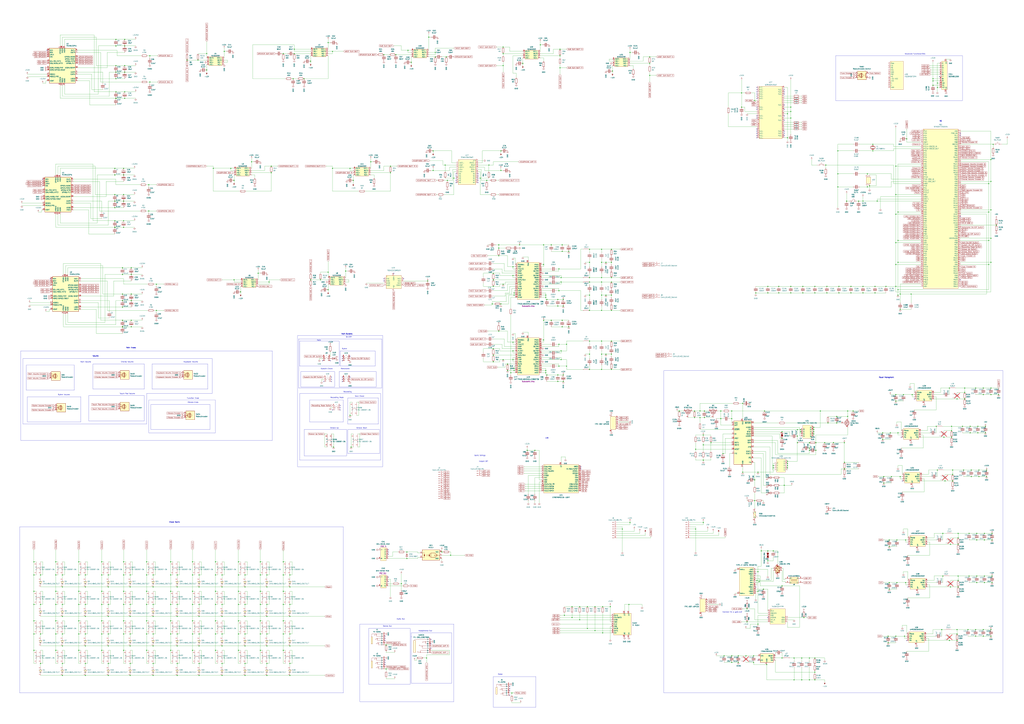
<source format=kicad_sch>
(kicad_sch (version 20250114) (generator "eeschema") (generator_version "9.0")
  (paper "A0")
  (lib_symbols
    (symbol "Audio:PCM5122PW"
      (property "Reference" "U" (at -13.97 21.59 0))
      (property "Value" "PCM5122PW" (at 10.16 21.59 0))
      (symbol "PCM5122PW_1_1"
        (pin input line (at -17.78 17.78 0) (length 2.54) (name "SCK") (number "20"))
        (pin bidirectional line (at -17.78 15.24 0) (length 2.54) (name "BCK") (number "21"))
        (pin bidirectional line (at -17.78 12.7 0) (length 2.54) (name "LRCK") (number "23"))
        (pin input line (at -17.78 10.16 0) (length 2.54) (name "DIN") (number "22"))
        (pin input line (at -17.78 5.08 0) (length 2.54) (name "SCL/MC/ATT1") (number "12"))
        (pin bidirectional line (at -17.78 2.54 0) (length 2.54) (name "SDA/MOSI/ATT2") (number "11"))
        (pin bidirectional line (at -17.78 -2.54 0) (length 2.54) (name "ADR1/MISO/FMT") (number "24"))
        (pin bidirectional line (at -17.78 -5.08 0) (length 2.54) (name "ADR2/GPIO2/DOUT") (number "16"))
        (pin input line (at -17.78 -10.16 0) (length 2.54) (name "MODE1") (number "17"))
        (pin input line (at -17.78 -12.7 0) (length 2.54) (name "MODE2/MS") (number "18"))
        (pin input line (at -17.78 -17.78 0) (length 2.54) (name "XSMT") (number "25"))
        (pin power_in line (at -2.54 22.86 270) (length 2.54) (name "CPVDD") (number "1"))
        (pin power_in line (at -2.54 -22.86 90) (length 2.54) (name "CPGND") (number "3"))
        (pin power_in line (at 0 22.86 270) (length 2.54) (name "DVDD") (number "28"))
        (pin power_in line (at 0 -22.86 90) (length 2.54) (name "DGND") (number "27"))
        (pin power_in line (at 2.54 22.86 270) (length 2.54) (name "AVDD") (number "8"))
        (pin power_in line (at 2.54 -22.86 90) (length 2.54) (name "AGND") (number "9"))
        (pin output line (at 17.78 17.78 180) (length 2.54) (name "OUTL") (number "6"))
        (pin output line (at 17.78 15.24 180) (length 2.54) (name "OUTR") (number "7"))
        (pin bidirectional line (at 17.78 10.16 180) (length 2.54) (name "GPIO3/AGNS") (number "15"))
        (pin bidirectional line (at 17.78 7.62 180) (length 2.54) (name "GPIO4/MAST") (number "14"))
        (pin bidirectional line (at 17.78 5.08 180) (length 2.54) (name "GPIO5/ATT0") (number "13"))
        (pin bidirectional line (at 17.78 2.54 180) (length 2.54) (name "GPIO6/FLT") (number "19"))
        (pin bidirectional line (at 17.78 -2.54 180) (length 2.54) (name "VCOM/DEMP") (number "10"))
        (pin passive line (at 17.78 -7.62 180) (length 2.54) (name "CAPP") (number "2"))
        (pin passive line (at 17.78 -10.16 180) (length 2.54) (name "CAPM") (number "4"))
        (pin passive line (at 17.78 -15.24 180) (length 2.54) (name "LDOO") (number "26"))
        (pin passive line (at 17.78 -17.78 180) (length 2.54) (name "VNEG") (number "5"))
      )
    )
    (symbol "Battery_Management:BQ24610"
      (property "Reference" "U" (at -10.16 26.67 0))
      (property "Value" "BQ24610" (at 7.62 -26.67 0))
      (symbol "BQ24610_1_1"
        (pin input line (at -12.7 22.86 0) (length 2.54) (name "ACN") (number "1"))
        (pin input line (at -12.7 20.32 0) (length 2.54) (name "ACP") (number "2"))
        (pin output line (at -12.7 15.24 0) (length 2.54) (name "~{ACDRV}") (number "3"))
        (pin input line (at -12.7 10.16 0) (length 2.54) (name "CE") (number "4"))
        (pin power_out line (at -12.7 5.08 0) (length 2.54) (name "VREF") (number "10"))
        (pin input line (at -12.7 0 0) (length 2.54) (name "ISET1") (number "11"))
        (pin input line (at -12.7 -2.54 0) (length 2.54) (name "ISET2") (number "15"))
        (pin input line (at -12.7 -7.62 0) (length 2.54) (name "ACSET") (number "16"))
        (pin input line (at -12.7 -12.7 0) (length 2.54) (name "TTC") (number "7"))
        (pin power_in line (at 0 27.94 270) (length 2.54) (name "VCC") (number "24"))
        (pin power_in line (at 0 -27.94 90) (length 2.54) (name "GND") (number "17"))
        (pin passive line (at 0 -27.94 90) (length 2.54) (hide yes) (name "GND") (number "25"))
        (pin output line (at 12.7 22.86 180) (length 2.54) (name "~{BATDRV}") (number "23"))
        (pin output line (at 12.7 17.78 180) (length 2.54) (name "HIDRV") (number "21"))
        (pin power_in line (at 12.7 15.24 180) (length 2.54) (name "PH") (number "20"))
        (pin power_in line (at 12.7 12.7 180) (length 2.54) (name "BTST") (number "22"))
        (pin output line (at 12.7 10.16 180) (length 2.54) (name "REGN") (number "18"))
        (pin output line (at 12.7 7.62 180) (length 2.54) (name "LODRV") (number "19"))
        (pin input line (at 12.7 2.54 180) (length 2.54) (name "SRP") (number "14"))
        (pin input line (at 12.7 0 180) (length 2.54) (name "SRN") (number "13"))
        (pin output line (at 12.7 -5.08 180) (length 2.54) (name "VFB") (number "12"))
        (pin open_collector line (at 12.7 -10.16 180) (length 2.54) (name "STAT1") (number "5"))
        (pin open_collector line (at 12.7 -12.7 180) (length 2.54) (name "STAT2") (number "9"))
        (pin open_collector line (at 12.7 -17.78 180) (length 2.54) (name "~{PG}") (number "8"))
        (pin input line (at 12.7 -22.86 180) (length 2.54) (name "TS") (number "6"))
      )
    )
    (symbol "Connector:Conn_01x02_Socket" (pin_names (offset 1.016) (hide yes))
      (property "Reference" "J" (at 0 2.54 0))
      (property "Value" "Conn_01x02_Socket" (at 0 -5.08 0))
      (symbol "Conn_01x02_Socket_1_1"
        (pin passive line (at -5.08 0 0) (length 3.81) (name "Pin_1") (number "1"))
        (pin passive line (at -5.08 -2.54 0) (length 3.81) (name "Pin_2") (number "2"))
      )
    )
    (symbol "Connector:Conn_01x03_Pin" (pin_names (offset 1.016) (hide yes))
      (property "Reference" "J" (at 0 5.08 0))
      (property "Value" "Conn_01x03_Pin" (at 0 -5.08 0))
      (symbol "Conn_01x03_Pin_1_1"
        (pin passive line (at 5.08 2.54 180) (length 3.81) (name "Pin_1") (number "1"))
        (pin passive line (at 5.08 0 180) (length 3.81) (name "Pin_2") (number "2"))
        (pin passive line (at 5.08 -2.54 180) (length 3.81) (name "Pin_3") (number "3"))
      )
    )
    (symbol "Connector:Conn_01x08_Pin" (pin_names (offset 1.016) (hide yes))
      (property "Reference" "J" (at 0 10.16 0))
      (property "Value" "Conn_01x08_Pin" (at 0 -12.7 0))
      (symbol "Conn_01x08_Pin_1_1"
        (pin passive line (at 5.08 7.62 180) (length 3.81) (name "Pin_1") (number "1"))
        (pin passive line (at 5.08 5.08 180) (length 3.81) (name "Pin_2") (number "2"))
        (pin passive line (at 5.08 2.54 180) (length 3.81) (name "Pin_3") (number "3"))
        (pin passive line (at 5.08 0 180) (length 3.81) (name "Pin_4") (number "4"))
        (pin passive line (at 5.08 -2.54 180) (length 3.81) (name "Pin_5") (number "5"))
        (pin passive line (at 5.08 -5.08 180) (length 3.81) (name "Pin_6") (number "6"))
        (pin passive line (at 5.08 -7.62 180) (length 3.81) (name "Pin_7") (number "7"))
        (pin passive line (at 5.08 -10.16 180) (length 3.81) (name "Pin_8") (number "8"))
      )
    )
    (symbol "Connector:Conn_01x13_Pin" (pin_names (offset 1.016) (hide yes))
      (property "Reference" "J" (at 0 17.78 0))
      (property "Value" "Conn_01x13_Pin" (at 0 -17.78 0))
      (symbol "Conn_01x13_Pin_1_1"
        (pin passive line (at 5.08 15.24 180) (length 3.81) (name "Pin_1") (number "1"))
        (pin passive line (at 5.08 12.7 180) (length 3.81) (name "Pin_2") (number "2"))
        (pin passive line (at 5.08 10.16 180) (length 3.81) (name "Pin_3") (number "3"))
        (pin passive line (at 5.08 7.62 180) (length 3.81) (name "Pin_4") (number "4"))
        (pin passive line (at 5.08 5.08 180) (length 3.81) (name "Pin_5") (number "5"))
        (pin passive line (at 5.08 2.54 180) (length 3.81) (name "Pin_6") (number "6"))
        (pin passive line (at 5.08 0 180) (length 3.81) (name "Pin_7") (number "7"))
        (pin passive line (at 5.08 -2.54 180) (length 3.81) (name "Pin_8") (number "8"))
        (pin passive line (at 5.08 -5.08 180) (length 3.81) (name "Pin_9") (number "9"))
        (pin passive line (at 5.08 -7.62 180) (length 3.81) (name "Pin_10") (number "10"))
        (pin passive line (at 5.08 -10.16 180) (length 3.81) (name "Pin_11") (number "11"))
        (pin passive line (at 5.08 -12.7 180) (length 3.81) (name "Pin_12") (number "12"))
        (pin passive line (at 5.08 -15.24 180) (length 3.81) (name "Pin_13") (number "13"))
      )
    )
    (symbol "Device:C" (pin_numbers (hide yes)) (pin_names (offset 0.254))
      (property "Reference" "C" (at 0.635 2.54 0))
      (property "Value" "C" (at 0.635 -2.54 0))
      (symbol "C_1_1"
        (pin passive line (at 0 3.81 270) (length 2.794) (name "~") (number "1"))
        (pin passive line (at 0 -3.81 90) (length 2.794) (name "~") (number "2"))
      )
    )
    (symbol "Device:C_Polarized" (pin_numbers (hide yes)) (pin_names (offset 0.254))
      (property "Reference" "C" (at 0.635 2.54 0))
      (property "Value" "C_Polarized" (at 0.635 -2.54 0))
      (symbol "C_Polarized_1_1"
        (pin passive line (at 0 3.81 270) (length 2.794) (name "~") (number "1"))
        (pin passive line (at 0 -3.81 90) (length 2.794) (name "~") (number "2"))
      )
    )
    (symbol "Device:Crystal" (pin_numbers (hide yes)) (pin_names (offset 1.016) (hide yes))
      (property "Reference" "Y" (at 0 3.81 0))
      (property "Value" "Crystal" (at 0 -3.81 0))
      (symbol "Crystal_1_1"
        (pin passive line (at -3.81 0 0) (length 1.27) (name "1") (number "1"))
        (pin passive line (at 3.81 0 180) (length 1.27) (name "2") (number "2"))
      )
    )
    (symbol "Device:FerriteBead" (pin_numbers (hide yes)) (pin_names (offset 0))
      (property "Reference" "FB" (at -3.81 0.635 90))
      (property "Value" "FerriteBead" (at 3.81 0 90))
      (symbol "FerriteBead_1_1"
        (pin passive line (at 0 3.81 270) (length 2.54) (name "~") (number "1"))
        (pin passive line (at 0 -3.81 90) (length 2.54) (name "~") (number "2"))
      )
    )
    (symbol "Device:L" (pin_numbers (hide yes)) (pin_names (offset 1.016) (hide yes))
      (property "Reference" "L" (at -1.27 0 90))
      (property "Value" "L" (at 1.905 0 90))
      (symbol "L_1_1"
        (pin passive line (at 0 3.81 270) (length 1.27) (name "1") (number "1"))
        (pin passive line (at 0 -3.81 90) (length 1.27) (name "2") (number "2"))
      )
    )
    (symbol "Device:LED" (pin_numbers (hide yes)) (pin_names (offset 1.016) (hide yes))
      (property "Reference" "D" (at 0 2.54 0))
      (property "Value" "LED" (at 0 -2.54 0))
      (symbol "LED_1_1"
        (pin passive line (at -3.81 0 0) (length 2.54) (name "K") (number "1"))
        (pin passive line (at 3.81 0 180) (length 2.54) (name "A") (number "2"))
      )
    )
    (symbol "Device:R" (pin_numbers (hide yes)) (pin_names (offset 0))
      (property "Reference" "R" (at 2.032 0 90))
      (property "Value" "R" (at 0 0 90))
      (symbol "R_1_1"
        (pin passive line (at 0 3.81 270) (length 1.27) (name "~") (number "1"))
        (pin passive line (at 0 -3.81 90) (length 1.27) (name "~") (number "2"))
      )
    )
    (symbol "Device:RotaryEncoder" (pin_names (offset 0.254) (hide yes))
      (property "Reference" "SW" (at 0 6.604 0))
      (property "Value" "RotaryEncoder" (at 0 -6.604 0))
      (symbol "RotaryEncoder_1_1"
        (pin passive line (at -7.62 2.54 0) (length 2.54) (name "A") (number "A"))
        (pin passive line (at -7.62 0 0) (length 2.54) (name "C") (number "C"))
        (pin passive line (at -7.62 -2.54 0) (length 2.54) (name "B") (number "B"))
      )
    )
    (symbol "Diode:1N4148WT" (pin_numbers (hide yes)) (pin_names (hide yes))
      (property "Reference" "D" (at 0 2.54 0))
      (property "Value" "1N4148WT" (at 0 -2.54 0))
      (symbol "1N4148WT_1_1"
        (pin passive line (at -3.81 0 0) (length 2.54) (name "K") (number "1"))
        (pin passive line (at 3.81 0 180) (length 2.54) (name "A") (number "2"))
      )
    )
    (symbol "PCM_4ms_Power-symbol:+3.3V" (power) (pin_names (offset 0))
      (property "Value" "+3.3V" (at 0 3.556 0))
      (symbol "+3.3V_1_1"
        (pin power_in line (at 0 0 90) (length 0) (hide yes) (name "+3V3") (number "1"))
      )
    )
    (symbol "PCM_Capacitor_AKL:C_Rect_L4.0mm_W2.5mm_P2.50mm" (pin_numbers (hide yes)) (pin_names (offset 0.254))
      (property "Reference" "C" (at 0.635 2.54 0))
      (property "Value" "C_Rect_L4.0mm_W2.5mm_P2.50mm" (at 0.635 -2.54 0))
      (symbol "C_Rect_L4.0mm_W2.5mm_P2.50mm_1_1"
        (pin passive line (at 0 3.81 270) (length 2.794) (name "~") (number "1"))
        (pin passive line (at 0 -3.81 90) (length 2.794) (name "~") (number "2"))
      )
      (symbol "C_Rect_L4.0mm_W2.5mm_P2.50mm_1_2"
        (pin passive line (at -2.54 -2.54 90) (length 0) (name "~") (number "2"))
        (pin passive line (at 2.54 2.54 270) (length 0) (name "~") (number "1"))
      )
    )
    (symbol "PCM_Diode_Schottky_AKL:BAT54" (pin_names (offset 1.016) (hide yes))
      (property "Reference" "D" (at 0 6.35 0))
      (property "Value" "BAT54" (at 0 3.81 0))
      (symbol "BAT54_1_1"
        (pin passive line (at -3.81 0 0) (length 2.54) (name "A") (number "1"))
        (pin free line (at 0 0 0) (length 2.54) (hide yes) (name "NC") (number "2"))
        (pin passive line (at 3.81 0 180) (length 2.54) (name "K") (number "3"))
      )
      (symbol "BAT54_1_2"
        (pin passive line (at -2.54 -2.54 0) (length 0) (name "A") (number "2"))
        (pin free line (at 0 0 0) (length 2.54) (hide yes) (name "NC") (number "2"))
        (pin passive line (at 2.54 2.54 180) (length 0) (name "K") (number "1"))
      )
    )
    (symbol "PCM_Diode_TVS_AKL:PESD15VL1BA" (pin_numbers (hide yes)) (pin_names (offset 1.016) (hide yes))
      (property "Reference" "D" (at 0 5.08 0))
      (property "Value" "PESD15VL1BA" (at 0 2.54 0))
      (symbol "PESD15VL1BA_1_1"
        (pin passive line (at -5.08 0 0) (length 2.54) (name "K") (number "1"))
        (pin passive line (at 5.08 0 180) (length 2.54) (name "A") (number "2"))
      )
      (symbol "PESD15VL1BA_1_2"
        (pin passive line (at -3.81 -3.81 0) (length 0) (name "A") (number "2"))
        (pin passive line (at 3.81 3.81 180) (length 0) (name "K") (number "1"))
      )
    )
    (symbol "PCM_Optocoupler_Logic_AKL:H11L1" (pin_names (offset 1.016))
      (property "Reference" "OC" (at -11.43 11.43 0))
      (property "Value" "H11L1" (at -11.43 8.89 0))
      (symbol "H11L1_1_1"
        (pin passive line (at -13.97 2.54 0) (length 2.54) (name "~") (number "1"))
        (pin passive line (at -13.97 -2.54 0) (length 2.54) (name "~") (number "2"))
        (pin free line (at 0 0 0) (length 2.54) (hide yes) (name "NC") (number "3"))
        (pin power_in line (at 11.43 3.81 180) (length 2.54) (name "VCC") (number "6"))
        (pin open_collector line (at 11.43 0 180) (length 2.54) (name "~") (number "4"))
        (pin power_in line (at 11.43 -3.81 180) (length 2.54) (name "GND") (number "5"))
      )
    )
    (symbol "Power_Protection:USBLC6-2P6" (pin_names (hide yes))
      (property "Reference" "U" (at 0.635 5.715 0))
      (property "Value" "USBLC6-2P6" (at 0.635 3.81 0))
      (symbol "USBLC6-2P6_1_1"
        (pin passive line (at -5.08 0 0) (length 2.54) (name "I/O1") (number "1"))
        (pin passive line (at -5.08 -2.54 0) (length 2.54) (name "I/O2") (number "3"))
        (pin passive line (at 0 5.08 270) (length 2.54) (name "VBUS") (number "5"))
        (pin passive line (at 0 -7.62 90) (length 2.54) (name "GND") (number "2"))
        (pin passive line (at 5.08 0 180) (length 2.54) (name "I/O1") (number "6"))
        (pin passive line (at 5.08 -2.54 180) (length 2.54) (name "I/O2") (number "4"))
      )
    )
    (symbol "Regulator_Switching:TPS54202DDC"
      (property "Reference" "U" (at -7.62 6.35 0))
      (property "Value" "TPS54202DDC" (at 0 6.35 0))
      (symbol "TPS54202DDC_1_1"
        (pin power_in line (at -10.16 2.54 0) (length 2.54) (name "VIN") (number "3"))
        (pin input line (at -10.16 -2.54 0) (length 2.54) (name "EN") (number "5"))
        (pin power_in line (at 0 -7.62 90) (length 2.54) (name "GND") (number "1"))
        (pin passive line (at 10.16 2.54 180) (length 2.54) (name "BOOT") (number "6"))
        (pin power_out line (at 10.16 0 180) (length 2.54) (name "SW") (number "2"))
        (pin input line (at 10.16 -2.54 180) (length 2.54) (name "FB") (number "4"))
      )
    )
    (symbol "RotaryEncoder_Switch_1" (pin_names (offset 0.254) (hide yes))
      (property "Reference" "SW" (at 0 6.604 0))
      (property "Value" "RotaryEncoder_Switch" (at 0 -6.604 0))
      (symbol "RotaryEncoder_Switch_1_1_1"
        (pin passive line (at -7.62 2.54 0) (length 2.54) (name "A") (number "A"))
        (pin passive line (at -7.62 0 0) (length 2.54) (name "C") (number "C"))
        (pin passive line (at -7.62 -2.54 0) (length 2.54) (name "B") (number "B"))
        (pin passive line (at 7.62 2.54 180) (length 2.54) (name "S1") (number "D"))
        (pin passive line (at 7.62 -2.54 180) (length 2.54) (name "S2") (number "E"))
      )
    )
    (symbol "Switch:SW_Push" (pin_numbers (hide yes)) (pin_names (offset 1.016) (hide yes))
      (property "Reference" "SW" (at 1.27 2.54 0))
      (property "Value" "SW_Push" (at 0 -1.524 0))
      (symbol "SW_Push_0_1"
        (pin passive line (at -5.08 0 0) (length 2.54) (name "1") (number "1"))
        (pin passive line (at 5.08 0 180) (length 2.54) (name "2") (number "2"))
      )
    )
    (symbol "Transistor_FET:Si7617DN" (pin_names (hide yes))
      (property "Reference" "Q" (at 5.08 1.905 0))
      (property "Value" "Si7617DN" (at 5.08 0 0))
      (symbol "Si7617DN_1_1"
        (pin input line (at -5.08 0 0) (length 2.54) (name "G") (number "4"))
        (pin passive line (at 2.54 5.08 270) (length 2.54) (name "D") (number "5"))
        (pin passive line (at 2.54 -5.08 90) (length 2.54) (name "S") (number "1"))
        (pin passive line (at 2.54 -5.08 90) (length 2.54) (hide yes) (name "S") (number "2"))
        (pin passive line (at 2.54 -5.08 90) (length 2.54) (hide yes) (name "S") (number "3"))
      )
    )
    (symbol "lcsc:1N4148WS_C917117"
      (property "Reference" "D" (at 0 5.08 0))
      (property "Value" "1N4148WS_C917117" (at 0 -5.08 0))
      (symbol "1N4148WS_C917117_0_1"
        (pin unspecified line (at -5.08 0 0) (length 2.54) (name "C") (number "1"))
        (pin unspecified line (at 5.08 0 180) (length 2.54) (name "A") (number "2"))
      )
    )
    (symbol "lcsc:5034801200"
      (property "Reference" "FPC" (at 0 24.13 0))
      (property "Value" "5034801200" (at 0 -24.13 0))
      (symbol "5034801200_0_1"
        (pin unspecified line (at -5.08 13.97 0) (length 2.54) (name "1") (number "1"))
        (pin unspecified line (at -5.08 11.43 0) (length 2.54) (name "2") (number "2"))
        (pin unspecified line (at -5.08 8.89 0) (length 2.54) (name "3") (number "3"))
        (pin unspecified line (at -5.08 6.35 0) (length 2.54) (name "4") (number "4"))
        (pin unspecified line (at -5.08 3.81 0) (length 2.54) (name "5") (number "5"))
        (pin unspecified line (at -5.08 1.27 0) (length 2.54) (name "6") (number "6"))
        (pin unspecified line (at -5.08 -1.27 0) (length 2.54) (name "7") (number "7"))
        (pin unspecified line (at -5.08 -3.81 0) (length 2.54) (name "8") (number "8"))
        (pin unspecified line (at -5.08 -6.35 0) (length 2.54) (name "9") (number "9"))
        (pin unspecified line (at -5.08 -8.89 0) (length 2.54) (name "10") (number "10"))
        (pin unspecified line (at -5.08 -11.43 0) (length 2.54) (name "11") (number "11"))
        (pin unspecified line (at -5.08 -13.97 0) (length 2.54) (name "12") (number "12"))
        (pin unspecified line (at 2.54 19.05 270) (length 2.54) (name "14") (number "14"))
        (pin unspecified line (at 2.54 -19.05 90) (length 2.54) (name "13") (number "13"))
      )
    )
    (symbol "lcsc:CRYSTAL"
      (property "Reference" "U" (at 0 8.382 0))
      (symbol "CRYSTAL_1_1"
        (pin input line (at -6.35 5.08 0) (length 2.54) (name "") (number "1"))
        (pin input line (at -6.35 2.54 0) (length 2.54) (name "") (number "2"))
        (pin input line (at 6.35 5.08 180) (length 2.54) (name "") (number "3"))
        (pin input line (at 6.35 2.54 180) (length 2.54) (name "") (number "4"))
      )
    )
    (symbol "lcsc:CY8CMBR3116-LQXIT"
      (property "Reference" "U" (at 0 24.13 0))
      (property "Value" "CY8CMBR3116-LQXIT" (at 0 -19.05 0))
      (symbol "CY8CMBR3116-LQXIT_0_1"
        (pin unspecified line (at -22.86 13.97 0) (length 2.54) (name "CS0/PS0") (number "1"))
        (pin unspecified line (at -22.86 11.43 0) (length 2.54) (name "CS1/PS1") (number "2"))
        (pin unspecified line (at -22.86 8.89 0) (length 2.54) (name "CS2/GUARD") (number "3"))
        (pin unspecified line (at -22.86 6.35 0) (length 2.54) (name "CS3") (number "4"))
        (pin unspecified line (at -22.86 3.81 0) (length 2.54) (name "CMOD") (number "5"))
        (pin unspecified line (at -22.86 1.27 0) (length 2.54) (name "VCC") (number "6"))
        (pin unspecified line (at -22.86 -1.27 0) (length 2.54) (name "VDD") (number "7"))
        (pin unspecified line (at -22.86 -3.81 0) (length 2.54) (name "VSS") (number "8"))
        (pin unspecified line (at -22.86 -6.35 0) (length 2.54) (name "CS15/SH/~{HI}") (number "9"))
        (pin unspecified line (at -22.86 -8.89 0) (length 2.54) (name "CS14/GPO6") (number "10"))
        (pin unspecified line (at -22.86 -11.43 0) (length 2.54) (name "CS13/GPO5") (number "11"))
        (pin unspecified line (at -22.86 -13.97 0) (length 2.54) (name "CS12/GPO4") (number "12"))
        (pin unspecified line (at 0 19.05 270) (length 2.54) (name "EP") (number "25"))
        (pin unspecified line (at 22.86 13.97 180) (length 2.54) (name "~{XRES}") (number "24"))
        (pin unspecified line (at 22.86 11.43 180) (length 2.54) (name "HI/BUZ/GPO7") (number "23"))
        (pin unspecified line (at 22.86 8.89 180) (length 2.54) (name "I2CSCL") (number "22"))
        (pin unspecified line (at 22.86 6.35 180) (length 2.54) (name "I2CSDA") (number "21"))
        (pin unspecified line (at 22.86 3.81 180) (length 2.54) (name "CS4") (number "20"))
        (pin unspecified line (at 22.86 1.27 180) (length 2.54) (name "CS5") (number "19"))
        (pin unspecified line (at 22.86 -1.27 180) (length 2.54) (name "CS6") (number "18"))
        (pin unspecified line (at 22.86 -3.81 180) (length 2.54) (name "CS7") (number "17"))
        (pin unspecified line (at 22.86 -6.35 180) (length 2.54) (name "CS8/GPO0") (number "16"))
        (pin unspecified line (at 22.86 -8.89 180) (length 2.54) (name "CS9/GPO1") (number "15"))
        (pin unspecified line (at 22.86 -11.43 180) (length 2.54) (name "CS10/GPO2") (number "14"))
        (pin unspecified line (at 22.86 -13.97 180) (length 2.54) (name "CS11/GPO3") (number "13"))
      )
    )
    (symbol "lcsc:DIN-504B-M10"
      (property "Reference" "CN" (at 0 10.16 0))
      (property "Value" "DIN-504B-M10" (at 0 -10.16 0))
      (symbol "DIN-504B-M10_0_1"
        (pin unspecified line (at -6.35 5.08 0) (length 2.54) (name "1") (number "1"))
        (pin unspecified line (at -6.35 2.54 0) (length 2.54) (name "2") (number "2"))
        (pin unspecified line (at -6.35 0 0) (length 2.54) (name "3") (number "3"))
        (pin unspecified line (at -6.35 -2.54 0) (length 2.54) (name "4") (number "4"))
        (pin unspecified line (at -6.35 -5.08 0) (length 2.54) (name "5") (number "5"))
        (pin unspecified line (at 5.08 5.08 180) (length 2.54) (name "7") (number "7"))
        (pin unspecified line (at 5.08 -5.08 180) (length 2.54) (name "6") (number "6"))
      )
    )
    (symbol "lcsc:FPC-05F-6PH20"
      (property "Reference" "U27" (at 3.81 -3.1749 0))
      (property "Value" "FPC-05F-6PH20" (at 3.81 -5.08 0))
      (symbol "FPC-05F-6PH20_1_1"
        (pin input line (at -6.35 2.54 0) (length 2.54) (name "") (number "1"))
        (pin input line (at -6.35 0 0) (length 2.54) (name "") (number "2"))
        (pin input line (at -6.35 -2.54 0) (length 2.54) (name "") (number "3"))
        (pin input line (at -6.35 -5.08 0) (length 2.54) (name "") (number "4"))
        (pin input line (at -6.35 -7.62 0) (length 2.54) (name "") (number "5"))
        (pin input line (at -6.35 -10.16 0) (length 2.54) (name "") (number "6"))
        (pin input line (at 1.27 6.35 270) (length 2.54) (name "") (number "8"))
        (pin input line (at 1.27 -13.97 90) (length 2.54) (name "") (number "7"))
      )
    )
    (symbol "lcsc:HS20HS072RX"
      (property "Reference" "U" (at 0 19.05 0))
      (property "Value" "HS20HS072RX" (at 0 -19.05 0))
      (symbol "HS20HS072RX_0_1"
        (pin unspecified line (at -10.16 13.97 0) (length 2.54) (name "GND") (number "1"))
        (pin unspecified line (at -10.16 11.43 0) (length 2.54) (name "CS") (number "2"))
        (pin unspecified line (at -10.16 8.89 0) (length 2.54) (name "RS") (number "3"))
        (pin unspecified line (at -10.16 6.35 0) (length 2.54) (name "SCL") (number "4"))
        (pin unspecified line (at -10.16 3.81 0) (length 2.54) (name "SDA") (number "5"))
        (pin unspecified line (at -10.16 1.27 0) (length 2.54) (name "RST") (number "6"))
        (pin unspecified line (at -10.16 -1.27 0) (length 2.54) (name "NC") (number "7"))
        (pin unspecified line (at -10.16 -3.81 0) (length 2.54) (name "I/O-VCC") (number "8"))
        (pin unspecified line (at -10.16 -6.35 0) (length 2.54) (name "VCC") (number "9"))
        (pin unspecified line (at -10.16 -8.89 0) (length 2.54) (name "A") (number "10"))
        (pin unspecified line (at -10.16 -11.43 0) (length 2.54) (name "K") (number "11"))
        (pin unspecified line (at -10.16 -13.97 0) (length 2.54) (name "GND") (number "12"))
      )
    )
    (symbol "lcsc:LMR33630ADDAR"
      (property "Reference" "U" (at 0 8.89 0))
      (property "Value" "LMR33630ADDAR" (at 0 -13.97 0))
      (symbol "LMR33630ADDAR_0_1"
        (pin unspecified line (at -11.43 3.81 0) (length 2.54) (name "PGND") (number "1"))
        (pin unspecified line (at -11.43 1.27 0) (length 2.54) (name "VIN") (number "2"))
        (pin unspecified line (at -11.43 -1.27 0) (length 2.54) (name "EN") (number "3"))
        (pin unspecified line (at -11.43 -3.81 0) (length 2.54) (name "PG") (number "4"))
        (pin unspecified line (at 0 -8.89 90) (length 2.54) (name "EP") (number "9"))
        (pin unspecified line (at 11.43 3.81 180) (length 2.54) (name "SW") (number "8"))
        (pin unspecified line (at 11.43 1.27 180) (length 2.54) (name "BOOT") (number "7"))
        (pin unspecified line (at 11.43 -1.27 180) (length 2.54) (name "VCC") (number "6"))
        (pin unspecified line (at 11.43 -3.81 180) (length 2.54) (name "FB") (number "5"))
      )
    )
    (symbol "lcsc:NE5532DR"
      (property "Reference" "U18" (at 0 8.89 0))
      (property "Value" "NE5532DR" (at 0 6.35 0))
      (symbol "NE5532DR_1_1"
        (pin input line (at -10.16 3.81 0) (length 2.54) (name "OUT1") (number "8"))
        (pin input line (at -10.16 1.27 0) (length 2.54) (name "IN1-") (number "7"))
        (pin input line (at -10.16 -1.27 0) (length 2.54) (name "IN1+") (number "6"))
        (pin input line (at -10.16 -3.81 0) (length 2.54) (name "VCC-") (number "5"))
        (pin input line (at 10.16 3.81 180) (length 2.54) (name "VCC+") (number "1"))
        (pin input line (at 10.16 1.27 180) (length 2.54) (name "OUT2") (number "2"))
        (pin input line (at 10.16 -1.27 180) (length 2.54) (name "IN2-") (number "3"))
        (pin input line (at 10.16 -3.81 180) (length 2.54) (name "IN2+") (number "4"))
      )
    )
    (symbol "lcsc:NTCG163JF103FT1S"
      (property "Reference" "R" (at 0 5.08 0))
      (property "Value" "NTCG163JF103FT1S" (at 0 -5.08 0))
      (symbol "NTCG163JF103FT1S_0_1"
        (pin unspecified line (at -7.62 0 0) (length 3.81) (name "1") (number "1"))
        (pin unspecified line (at 7.62 0 180) (length 3.81) (name "2") (number "2"))
      )
    )
    (symbol "lcsc:PJ-393_C2837065"
      (property "Reference" "AUDIO" (at 0 13.97 0))
      (property "Value" "PJ-393_C2837065" (at 0 -11.43 0))
      (symbol "PJ-393_C2837065_0_1"
        (pin unspecified line (at 6.35 8.89 180) (length 2.54) (name "1") (number "1"))
        (pin unspecified line (at 6.35 6.35 180) (length 2.54) (name "4") (number "4"))
        (pin unspecified line (at 6.35 3.81 180) (length 2.54) (name "8") (number "8"))
        (pin unspecified line (at 6.35 1.27 180) (length 2.54) (name "3") (number "3"))
        (pin unspecified line (at 6.35 -1.27 180) (length 2.54) (name "7") (number "7"))
        (pin unspecified line (at 6.35 -3.81 180) (length 2.54) (name "6") (number "6"))
        (pin unspecified line (at 6.35 -6.35 180) (length 2.54) (name "2") (number "2"))
      )
    )
    (symbol "lcsc:PJ-625G"
      (property "Reference" "J" (at 0 12.7 0))
      (property "Value" "PJ-625G" (at 0 -10.16 0))
      (symbol "PJ-625G_0_1"
        (pin unspecified line (at 7.62 7.62 180) (length 2.54) (name "2") (number "2"))
        (pin unspecified line (at 7.62 5.08 180) (length 2.54) (name "3") (number "3"))
        (pin unspecified line (at 7.62 2.54 180) (length 2.54) (name "4") (number "4"))
        (pin unspecified line (at 7.62 0 180) (length 2.54) (name "5") (number "5"))
        (pin unspecified line (at 7.62 -2.54 180) (length 2.54) (name "6") (number "6"))
        (pin unspecified line (at 7.62 -5.08 180) (length 2.54) (name "7") (number "7"))
      )
    )
    (symbol "lcsc:SIS412DN-T1-GE3-ES"
      (property "Reference" "U" (at 0 11.43 0))
      (property "Value" "SIS412DN-T1-GE3-ES" (at 0 -8.89 0))
      (symbol "SIS412DN-T1-GE3-ES_0_1"
        (pin unspecified line (at -7.62 3.81 0) (length 2.54) (name "S") (number "1"))
        (pin unspecified line (at -7.62 1.27 0) (length 2.54) (name "S") (number "2"))
        (pin unspecified line (at -7.62 -1.27 0) (length 2.54) (name "S") (number "3"))
        (pin unspecified line (at -7.62 -3.81 0) (length 2.54) (name "G") (number "4"))
        (pin unspecified line (at 7.62 6.35 180) (length 2.54) (name "D") (number "9"))
        (pin unspecified line (at 7.62 3.81 180) (length 2.54) (name "D") (number "8"))
        (pin unspecified line (at 7.62 1.27 180) (length 2.54) (name "D") (number "7"))
        (pin unspecified line (at 7.62 -1.27 180) (length 2.54) (name "D") (number "6"))
        (pin unspecified line (at 7.62 -3.81 180) (length 2.54) (name "D") (number "5"))
      )
    )
    (symbol "lcsc:STM32H723ZGT6"
      (property "Reference" "U" (at 0 95.25 0))
      (property "Value" "STM32H723ZGT6" (at 0 -95.25 0))
      (symbol "STM32H723ZGT6_0_1"
        (pin unspecified line (at -22.86 90.17 0) (length 2.54) (name "PE2") (number "1"))
        (pin unspecified line (at -22.86 87.63 0) (length 2.54) (name "PE3") (number "2"))
        (pin unspecified line (at -22.86 85.09 0) (length 2.54) (name "PE4") (number "3"))
        (pin unspecified line (at -22.86 82.55 0) (length 2.54) (name "PE5") (number "4"))
        (pin unspecified line (at -22.86 80.01 0) (length 2.54) (name "PE6") (number "5"))
        (pin unspecified line (at -22.86 77.47 0) (length 2.54) (name "VBAT") (number "6"))
        (pin unspecified line (at -22.86 74.93 0) (length 2.54) (name "PC13") (number "7"))
        (pin unspecified line (at -22.86 72.39 0) (length 2.54) (name "PC14-OSC32_IN") (number "8"))
        (pin unspecified line (at -22.86 69.85 0) (length 2.54) (name "PC15-OSC32_OUT") (number "9"))
        (pin unspecified line (at -22.86 67.31 0) (length 2.54) (name "PF0") (number "10"))
        (pin unspecified line (at -22.86 64.77 0) (length 2.54) (name "PF1") (number "11"))
        (pin unspecified line (at -22.86 62.23 0) (length 2.54) (name "PF2") (number "12"))
        (pin unspecified line (at -22.86 59.69 0) (length 2.54) (name "PF3") (number "13"))
        (pin unspecified line (at -22.86 57.15 0) (length 2.54) (name "PF4") (number "14"))
        (pin unspecified line (at -22.86 54.61 0) (length 2.54) (name "PF5") (number "15"))
        (pin unspecified line (at -22.86 52.07 0) (length 2.54) (name "VSS") (number "16"))
        (pin unspecified line (at -22.86 49.53 0) (length 2.54) (name "VDD") (number "17"))
        (pin unspecified line (at -22.86 46.99 0) (length 2.54) (name "PF6") (number "18"))
        (pin unspecified line (at -22.86 44.45 0) (length 2.54) (name "PF7") (number "19"))
        (pin unspecified line (at -22.86 41.91 0) (length 2.54) (name "PF8") (number "20"))
        (pin unspecified line (at -22.86 39.37 0) (length 2.54) (name "PF9") (number "21"))
        (pin unspecified line (at -22.86 36.83 0) (length 2.54) (name "PF10") (number "22"))
        (pin unspecified line (at -22.86 34.29 0) (length 2.54) (name "PH0-OSC_IN") (number "23"))
        (pin unspecified line (at -22.86 31.75 0) (length 2.54) (name "PH1-OSC_OUT") (number "24"))
        (pin unspecified line (at -22.86 29.21 0) (length 2.54) (name "NRST") (number "25"))
        (pin unspecified line (at -22.86 26.67 0) (length 2.54) (name "PC0") (number "26"))
        (pin unspecified line (at -22.86 24.13 0) (length 2.54) (name "PC1") (number "27"))
        (pin unspecified line (at -22.86 21.59 0) (length 2.54) (name "PC2_C") (number "28"))
        (pin unspecified line (at -22.86 19.05 0) (length 2.54) (name "PC3_C") (number "29"))
        (pin unspecified line (at -22.86 16.51 0) (length 2.54) (name "VDD") (number "30"))
        (pin unspecified line (at -22.86 13.97 0) (length 2.54) (name "VSSA") (number "31"))
        (pin unspecified line (at -22.86 11.43 0) (length 2.54) (name "VREF+") (number "32"))
        (pin unspecified line (at -22.86 8.89 0) (length 2.54) (name "VDDA") (number "33"))
        (pin unspecified line (at -22.86 6.35 0) (length 2.54) (name "PA0") (number "34"))
        (pin unspecified line (at -22.86 3.81 0) (length 2.54) (name "PA1") (number "35"))
        (pin unspecified line (at -22.86 1.27 0) (length 2.54) (name "PA2") (number "36"))
        (pin unspecified line (at -22.86 -1.27 0) (length 2.54) (name "PA3") (number "37"))
        (pin unspecified line (at -22.86 -3.81 0) (length 2.54) (name "VSS") (number "38"))
        (pin unspecified line (at -22.86 -6.35 0) (length 2.54) (name "VDD") (number "39"))
        (pin unspecified line (at -22.86 -8.89 0) (length 2.54) (name "PA4") (number "40"))
        (pin unspecified line (at -22.86 -11.43 0) (length 2.54) (name "PA5") (number "41"))
        (pin unspecified line (at -22.86 -13.97 0) (length 2.54) (name "PA6") (number "42"))
        (pin unspecified line (at -22.86 -16.51 0) (length 2.54) (name "PA7") (number "43"))
        (pin unspecified line (at -22.86 -19.05 0) (length 2.54) (name "PC4") (number "44"))
        (pin unspecified line (at -22.86 -21.59 0) (length 2.54) (name "PC5") (number "45"))
        (pin unspecified line (at -22.86 -24.13 0) (length 2.54) (name "PB0") (number "46"))
        (pin unspecified line (at -22.86 -26.67 0) (length 2.54) (name "PB1") (number "47"))
        (pin unspecified line (at -22.86 -29.21 0) (length 2.54) (name "PB2") (number "48"))
        (pin unspecified line (at -22.86 -31.75 0) (length 2.54) (name "PF11") (number "49"))
        (pin unspecified line (at -22.86 -34.29 0) (length 2.54) (name "PF12") (number "50"))
        (pin unspecified line (at -22.86 -36.83 0) (length 2.54) (name "VSS") (number "51"))
        (pin unspecified line (at -22.86 -39.37 0) (length 2.54) (name "VDD") (number "52"))
        (pin unspecified line (at -22.86 -41.91 0) (length 2.54) (name "PF13") (number "53"))
        (pin unspecified line (at -22.86 -44.45 0) (length 2.54) (name "PF14") (number "54"))
        (pin unspecified line (at -22.86 -46.99 0) (length 2.54) (name "PF15") (number "55"))
        (pin unspecified line (at -22.86 -49.53 0) (length 2.54) (name "PG0") (number "56"))
        (pin unspecified line (at -22.86 -52.07 0) (length 2.54) (name "PG1") (number "57"))
        (pin unspecified line (at -22.86 -54.61 0) (length 2.54) (name "PE7") (number "58"))
        (pin unspecified line (at -22.86 -57.15 0) (length 2.54) (name "PE8") (number "59"))
        (pin unspecified line (at -22.86 -59.69 0) (length 2.54) (name "PE9") (number "60"))
        (pin unspecified line (at -22.86 -62.23 0) (length 2.54) (name "VSS") (number "61"))
        (pin unspecified line (at -22.86 -64.77 0) (length 2.54) (name "VDD") (number "62"))
        (pin unspecified line (at -22.86 -67.31 0) (length 2.54) (name "PE10") (number "63"))
        (pin unspecified line (at -22.86 -69.85 0) (length 2.54) (name "PE11") (number "64"))
        (pin unspecified line (at -22.86 -72.39 0) (length 2.54) (name "PE12") (number "65"))
        (pin unspecified line (at -22.86 -74.93 0) (length 2.54) (name "PE13") (number "66"))
        (pin unspecified line (at -22.86 -77.47 0) (length 2.54) (name "PE14") (number "67"))
        (pin unspecified line (at -22.86 -80.01 0) (length 2.54) (name "PE15") (number "68"))
        (pin unspecified line (at -22.86 -82.55 0) (length 2.54) (name "PB10") (number "69"))
        (pin unspecified line (at -22.86 -85.09 0) (length 2.54) (name "PB11") (number "70"))
        (pin unspecified line (at -22.86 -87.63 0) (length 2.54) (name "VCAP") (number "71"))
        (pin unspecified line (at -22.86 -90.17 0) (length 2.54) (name "VDD") (number "72"))
        (pin unspecified line (at 22.86 90.17 180) (length 2.54) (name "VDD") (number "144"))
        (pin unspecified line (at 22.86 87.63 180) (length 2.54) (name "PDR_ON") (number "143"))
        (pin unspecified line (at 22.86 85.09 180) (length 2.54) (name "PE1") (number "142"))
        (pin unspecified line (at 22.86 82.55 180) (length 2.54) (name "PE0") (number "141"))
        (pin unspecified line (at 22.86 80.01 180) (length 2.54) (name "PB9") (number "140"))
        (pin unspecified line (at 22.86 77.47 180) (length 2.54) (name "PB8") (number "139"))
        (pin unspecified line (at 22.86 74.93 180) (length 2.54) (name "BOOT0") (number "138"))
        (pin unspecified line (at 22.86 72.39 180) (length 2.54) (name "PB7") (number "137"))
        (pin unspecified line (at 22.86 69.85 180) (length 2.54) (name "PB6") (number "136"))
        (pin unspecified line (at 22.86 67.31 180) (length 2.54) (name "PB5") (number "135"))
        (pin unspecified line (at 22.86 64.77 180) (length 2.54) (name "PB4") (number "134"))
        (pin unspecified line (at 22.86 62.23 180) (length 2.54) (name "PB3") (number "133"))
        (pin unspecified line (at 22.86 59.69 180) (length 2.54) (name "PG15") (number "132"))
        (pin unspecified line (at 22.86 57.15 180) (length 2.54) (name "VDD") (number "131"))
        (pin unspecified line (at 22.86 54.61 180) (length 2.54) (name "VSS") (number "130"))
        (pin unspecified line (at 22.86 52.07 180) (length 2.54) (name "PG14") (number "129"))
        (pin unspecified line (at 22.86 49.53 180) (length 2.54) (name "PG13") (number "128"))
        (pin unspecified line (at 22.86 46.99 180) (length 2.54) (name "PG12") (number "127"))
        (pin unspecified line (at 22.86 44.45 180) (length 2.54) (name "PG11") (number "126"))
        (pin unspecified line (at 22.86 41.91 180) (length 2.54) (name "PG10") (number "125"))
        (pin unspecified line (at 22.86 39.37 180) (length 2.54) (name "PG9") (number "124"))
        (pin unspecified line (at 22.86 36.83 180) (length 2.54) (name "PD7") (number "123"))
        (pin unspecified line (at 22.86 34.29 180) (length 2.54) (name "PD6") (number "122"))
        (pin unspecified line (at 22.86 31.75 180) (length 2.54) (name "VDD") (number "121"))
        (pin unspecified line (at 22.86 29.21 180) (length 2.54) (name "VSS") (number "120"))
        (pin unspecified line (at 22.86 26.67 180) (length 2.54) (name "PD5") (number "119"))
        (pin unspecified line (at 22.86 24.13 180) (length 2.54) (name "PD4") (number "118"))
        (pin unspecified line (at 22.86 21.59 180) (length 2.54) (name "PD3") (number "117"))
        (pin unspecified line (at 22.86 19.05 180) (length 2.54) (name "PD2") (number "116"))
        (pin unspecified line (at 22.86 16.51 180) (length 2.54) (name "PD1") (number "115"))
        (pin unspecified line (at 22.86 13.97 180) (length 2.54) (name "PD0") (number "114"))
        (pin unspecified line (at 22.86 11.43 180) (length 2.54) (name "PC12") (number "113"))
        (pin unspecified line (at 22.86 8.89 180) (length 2.54) (name "PC11") (number "112"))
        (pin unspecified line (at 22.86 6.35 180) (length 2.54) (name "PC10") (number "111"))
        (pin unspecified line (at 22.86 3.81 180) (length 2.54) (name "PA15") (number "110"))
        (pin unspecified line (at 22.86 1.27 180) (length 2.54) (name "PA14") (number "109"))
        (pin unspecified line (at 22.86 -1.27 180) (length 2.54) (name "VDD") (number "108"))
        (pin unspecified line (at 22.86 -3.81 180) (length 2.54) (name "VSS") (number "107"))
        (pin unspecified line (at 22.86 -6.35 180) (length 2.54) (name "VCAP") (number "106"))
        (pin unspecified line (at 22.86 -8.89 180) (length 2.54) (name "PA13") (number "105"))
        (pin unspecified line (at 22.86 -11.43 180) (length 2.54) (name "PA12") (number "104"))
        (pin unspecified line (at 22.86 -13.97 180) (length 2.54) (name "PA11") (number "103"))
        (pin unspecified line (at 22.86 -16.51 180) (length 2.54) (name "PA10") (number "102"))
        (pin unspecified line (at 22.86 -19.05 180) (length 2.54) (name "PA9") (number "101"))
        (pin unspecified line (at 22.86 -21.59 180) (length 2.54) (name "PA8") (number "100"))
        (pin unspecified line (at 22.86 -24.13 180) (length 2.54) (name "PC9") (number "99"))
        (pin unspecified line (at 22.86 -26.67 180) (length 2.54) (name "PC8") (number "98"))
        (pin unspecified line (at 22.86 -29.21 180) (length 2.54) (name "PC7") (number "97"))
        (pin unspecified line (at 22.86 -31.75 180) (length 2.54) (name "PC6") (number "96"))
        (pin unspecified line (at 22.86 -34.29 180) (length 2.54) (name "VDD33USB") (number "95"))
        (pin unspecified line (at 22.86 -36.83 180) (length 2.54) (name "VSS") (number "94"))
        (pin unspecified line (at 22.86 -39.37 180) (length 2.54) (name "PG8") (number "93"))
        (pin unspecified line (at 22.86 -41.91 180) (length 2.54) (name "PG7") (number "92"))
        (pin unspecified line (at 22.86 -44.45 180) (length 2.54) (name "PG6") (number "91"))
        (pin unspecified line (at 22.86 -46.99 180) (length 2.54) (name "PG5") (number "90"))
        (pin unspecified line (at 22.86 -49.53 180) (length 2.54) (name "PG4") (number "89"))
        (pin unspecified line (at 22.86 -52.07 180) (length 2.54) (name "PG3") (number "88"))
        (pin unspecified line (at 22.86 -54.61 180) (length 2.54) (name "PG2") (number "87"))
        (pin unspecified line (at 22.86 -57.15 180) (length 2.54) (name "PD15") (number "86"))
        (pin unspecified line (at 22.86 -59.69 180) (length 2.54) (name "PD14") (number "85"))
        (pin unspecified line (at 22.86 -62.23 180) (length 2.54) (name "VDD") (number "84"))
        (pin unspecified line (at 22.86 -64.77 180) (length 2.54) (name "VSS") (number "83"))
        (pin unspecified line (at 22.86 -67.31 180) (length 2.54) (name "PD13") (number "82"))
        (pin unspecified line (at 22.86 -69.85 180) (length 2.54) (name "PD12") (number "81"))
        (pin unspecified line (at 22.86 -72.39 180) (length 2.54) (name "PD11") (number "80"))
        (pin unspecified line (at 22.86 -74.93 180) (length 2.54) (name "PD10") (number "79"))
        (pin unspecified line (at 22.86 -77.47 180) (length 2.54) (name "PD9") (number "78"))
        (pin unspecified line (at 22.86 -80.01 180) (length 2.54) (name "PD8") (number "77"))
        (pin unspecified line (at 22.86 -82.55 180) (length 2.54) (name "PB15") (number "76"))
        (pin unspecified line (at 22.86 -85.09 180) (length 2.54) (name "PB14") (number "75"))
        (pin unspecified line (at 22.86 -87.63 180) (length 2.54) (name "PB13") (number "74"))
        (pin unspecified line (at 22.86 -90.17 180) (length 2.54) (name "PB12") (number "73"))
      )
    )
    (symbol "lcsc:TFPUSH"
      (property "Reference" "Card" (at 0 20.32 0))
      (property "Value" "TF PUSH" (at 0 -20.32 0))
      (symbol "TFPUSH_0_1"
        (pin unspecified line (at -10.16 10.16 0) (length 2.54) (name "DAT2") (number "1"))
        (pin unspecified line (at -10.16 7.62 0) (length 2.54) (name "CD/DAT3") (number "2"))
        (pin unspecified line (at -10.16 5.08 0) (length 2.54) (name "CMD") (number "3"))
        (pin unspecified line (at -10.16 2.54 0) (length 2.54) (name "VDD") (number "4"))
        (pin unspecified line (at -10.16 0 0) (length 2.54) (name "CLX") (number "5"))
        (pin unspecified line (at -10.16 -2.54 0) (length 2.54) (name "VSS") (number "6"))
        (pin unspecified line (at -10.16 -5.08 0) (length 2.54) (name "DAT0") (number "7"))
        (pin unspecified line (at -10.16 -7.62 0) (length 2.54) (name "DAT1") (number "8"))
        (pin unspecified line (at -10.16 -10.16 0) (length 2.54) (name "CD") (number "9"))
        (pin unspecified line (at 5.08 15.24 270) (length 2.54) (name "13") (number "13"))
        (pin unspecified line (at 5.08 -15.24 90) (length 2.54) (name "10") (number "10"))
        (pin unspecified line (at 10.16 15.24 270) (length 2.54) (name "12") (number "12"))
        (pin unspecified line (at 10.16 -15.24 90) (length 2.54) (name "11") (number "11"))
      )
    )
    (symbol "lcsc:TPA3116D2DAD_C2865736"
      (property "Reference" "U" (at 0 29.21 0))
      (property "Value" "TPA3116D2DAD_C2865736" (at 0 -24.13 0))
      (symbol "TPA3116D2DAD_C2865736_0_1"
        (pin unspecified line (at -15.24 19.05 0) (length 2.54) (name "MODSEL") (number "1"))
        (pin unspecified line (at -15.24 16.51 0) (length 2.54) (name "SDZ") (number "2"))
        (pin unspecified line (at -15.24 13.97 0) (length 2.54) (name "FAULTZ") (number "3"))
        (pin unspecified line (at -15.24 11.43 0) (length 2.54) (name "RINP") (number "4"))
        (pin unspecified line (at -15.24 8.89 0) (length 2.54) (name "RINN") (number "5"))
        (pin unspecified line (at -15.24 6.35 0) (length 2.54) (name "PLIMIT") (number "6"))
        (pin unspecified line (at -15.24 3.81 0) (length 2.54) (name "GVDD") (number "7"))
        (pin unspecified line (at -15.24 1.27 0) (length 2.54) (name "GAIN/SLV") (number "8"))
        (pin unspecified line (at -15.24 -1.27 0) (length 2.54) (name "GND") (number "9"))
        (pin unspecified line (at -15.24 -3.81 0) (length 2.54) (name "LINP") (number "10"))
        (pin unspecified line (at -15.24 -6.35 0) (length 2.54) (name "LINN") (number "11"))
        (pin unspecified line (at -15.24 -8.89 0) (length 2.54) (name "MUTE") (number "12"))
        (pin unspecified line (at -15.24 -11.43 0) (length 2.54) (name "AM2") (number "13"))
        (pin unspecified line (at -15.24 -13.97 0) (length 2.54) (name "AM1") (number "14"))
        (pin unspecified line (at -15.24 -16.51 0) (length 2.54) (name "AM0") (number "15"))
        (pin unspecified line (at -15.24 -19.05 0) (length 2.54) (name "SYNC") (number "16"))
        (pin unspecified line (at 0 24.13 270) (length 2.54) (name "PAD") (number "33"))
        (pin unspecified line (at 15.24 19.05 180) (length 2.54) (name "PVCC") (number "32"))
        (pin unspecified line (at 15.24 16.51 180) (length 2.54) (name "PVCC") (number "31"))
        (pin unspecified line (at 15.24 13.97 180) (length 2.54) (name "BSPR") (number "30"))
        (pin unspecified line (at 15.24 11.43 180) (length 2.54) (name "OUTPR") (number "29"))
        (pin unspecified line (at 15.24 8.89 180) (length 2.54) (name "GND") (number "28"))
        (pin unspecified line (at 15.24 6.35 180) (length 2.54) (name "OUTNR") (number "27"))
        (pin unspecified line (at 15.24 3.81 180) (length 2.54) (name "BSNR") (number "26"))
        (pin unspecified line (at 15.24 1.27 180) (length 2.54) (name "GND") (number "25"))
        (pin unspecified line (at 15.24 -1.27 180) (length 2.54) (name "BSPL") (number "24"))
        (pin unspecified line (at 15.24 -3.81 180) (length 2.54) (name "OUTPL") (number "23"))
        (pin unspecified line (at 15.24 -6.35 180) (length 2.54) (name "GND") (number "22"))
        (pin unspecified line (at 15.24 -8.89 180) (length 2.54) (name "OUTNL") (number "21"))
        (pin unspecified line (at 15.24 -11.43 180) (length 2.54) (name "BSNL") (number "20"))
        (pin unspecified line (at 15.24 -13.97 180) (length 2.54) (name "PVCC") (number "19"))
        (pin unspecified line (at 15.24 -16.51 180) (length 2.54) (name "PVCC") (number "18"))
        (pin unspecified line (at 15.24 -19.05 180) (length 2.54) (name "AVCC") (number "17"))
      )
    )
    (symbol "lcsc:TPA6120A2DWP"
      (property "Reference" "U" (at 0 19.05 0))
      (property "Value" "TPA6120A2DWP" (at 0 -16.51 0))
      (symbol "TPA6120A2DWP_0_1"
        (pin unspecified line (at -12.7 11.43 0) (length 2.54) (name "LVCC-") (number "1"))
        (pin unspecified line (at -12.7 8.89 0) (length 2.54) (name "LOUT") (number "2"))
        (pin unspecified line (at -12.7 6.35 0) (length 2.54) (name "LVCC+") (number "3"))
        (pin unspecified line (at -12.7 3.81 0) (length 2.54) (name "LIN+") (number "4"))
        (pin unspecified line (at -12.7 1.27 0) (length 2.54) (name "LIN-") (number "5"))
        (pin unspecified line (at -12.7 -1.27 0) (length 2.54) (name "NC") (number "6"))
        (pin unspecified line (at -12.7 -3.81 0) (length 2.54) (name "NC") (number "7"))
        (pin unspecified line (at -12.7 -6.35 0) (length 2.54) (name "NC") (number "8"))
        (pin unspecified line (at -12.7 -8.89 0) (length 2.54) (name "NC") (number "9"))
        (pin unspecified line (at -12.7 -11.43 0) (length 2.54) (name "NC") (number "10"))
        (pin unspecified line (at 12.7 13.97 180) (length 2.54) (name "EP") (number "21"))
        (pin unspecified line (at 12.7 11.43 180) (length 2.54) (name "RVCC-") (number "20"))
        (pin unspecified line (at 12.7 8.89 180) (length 2.54) (name "ROUT") (number "19"))
        (pin unspecified line (at 12.7 6.35 180) (length 2.54) (name "RVCC+") (number "18"))
        (pin unspecified line (at 12.7 3.81 180) (length 2.54) (name "RIN+") (number "17"))
        (pin unspecified line (at 12.7 1.27 180) (length 2.54) (name "RIN-") (number "16"))
        (pin unspecified line (at 12.7 -1.27 180) (length 2.54) (name "NC") (number "15"))
        (pin unspecified line (at 12.7 -3.81 180) (length 2.54) (name "NC") (number "14"))
        (pin unspecified line (at 12.7 -6.35 180) (length 2.54) (name "NC") (number "13"))
        (pin unspecified line (at 12.7 -8.89 180) (length 2.54) (name "NC") (number "12"))
        (pin unspecified line (at 12.7 -11.43 180) (length 2.54) (name "NC") (number "11"))
      )
    )
    (symbol "lcsc:TS-1003ST-26"
      (property "Reference" "SW" (at 0 7.62 0))
      (property "Value" "TS-1003ST-26" (at 0 -7.62 0))
      (symbol "TS-1003ST-26_0_1"
        (pin unspecified line (at -7.62 2.54 0) (length 5.08) (name "1") (number "1"))
        (pin unspecified line (at -7.62 -2.54 0) (length 5.08) (name "3") (number "3"))
        (pin unspecified line (at 7.62 2.54 180) (length 5.08) (name "2") (number "2"))
        (pin unspecified line (at 7.62 -2.54 180) (length 5.08) (name "4") (number "4"))
      )
    )
    (symbol "lcsc:TS5A23159RSER"
      (property "Reference" "U" (at 0 15.24 0))
      (property "Value" "TS5A23159RSER" (at 0 -15.24 0))
      (symbol "TS5A23159RSER_0_1"
        (pin unspecified line (at -11.43 3.81 0) (length 2.54) (name "IN1") (number "1"))
        (pin unspecified line (at -11.43 1.27 0) (length 2.54) (name "NO1") (number "2"))
        (pin unspecified line (at -11.43 -1.27 0) (length 2.54) (name "GND") (number "3"))
        (pin unspecified line (at -11.43 -3.81 0) (length 2.54) (name "NO2") (number "4"))
        (pin unspecified line (at 0 10.16 270) (length 2.54) (name "COM1") (number "10"))
        (pin unspecified line (at 0 -10.16 90) (length 2.54) (name "IN2") (number "5"))
        (pin unspecified line (at 11.43 3.81 180) (length 2.54) (name "NC1") (number "9"))
        (pin unspecified line (at 11.43 1.27 180) (length 2.54) (name "VCC") (number "8"))
        (pin unspecified line (at 11.43 -1.27 180) (length 2.54) (name "NC2") (number "7"))
        (pin unspecified line (at 11.43 -3.81 180) (length 2.54) (name "COM2") (number "6"))
      )
    )
    (symbol "lcsc:TUSB422IYFPR"
      (property "Reference" "U" (at 0 11.43 0))
      (property "Value" "TUSB422IYFPR" (at 0 -11.43 0))
      (symbol "TUSB422IYFPR_0_1"
        (pin unspecified line (at -11.43 6.35 0) (length 2.54) (name "CC2") (number "A1"))
        (pin unspecified line (at -11.43 3.81 0) (length 2.54) (name "VBUSIN") (number "A2"))
        (pin unspecified line (at -11.43 1.27 0) (length 2.54) (name "VDD") (number "A3"))
        (pin unspecified line (at -11.43 -1.27 0) (length 2.54) (name "VCONN") (number "B1"))
        (pin unspecified line (at -11.43 -3.81 0) (length 2.54) (name "INT_N") (number "B2"))
        (pin unspecified line (at -11.43 -6.35 0) (length 2.54) (name "SCL") (number "B3"))
        (pin unspecified line (at 11.43 -1.27 180) (length 2.54) (name "SDA") (number "C3"))
        (pin unspecified line (at 11.43 -3.81 180) (length 2.54) (name "GND") (number "C2"))
        (pin unspecified line (at 11.43 -6.35 180) (length 2.54) (name "CC1") (number "C1"))
      )
    )
    (symbol "lcsc:W29N02KVSIAF"
      (property "Reference" "U6" (at -1.27 11.938 0))
      (property "Value" "~" (at 1.27 -1.27 0))
      (symbol "W29N02KVSIAF_1_1"
        (pin input line (at -15.24 7.62 0) (length 2.54) (name "N.C.") (number "1"))
        (pin input line (at -15.24 5.08 0) (length 2.54) (name "N.C.") (number "2"))
        (pin input line (at -15.24 2.54 0) (length 2.54) (name "N.C.") (number "3"))
        (pin input line (at -15.24 0 0) (length 2.54) (name "N.C.") (number "4"))
        (pin input line (at -15.24 -2.54 0) (length 2.54) (name "N.C.") (number "5"))
        (pin input line (at -15.24 -5.08 0) (length 2.54) (name "N.C.") (number "6"))
        (pin input line (at -15.24 -7.62 0) (length 2.54) (name "") (number "7"))
        (pin input line (at -15.24 -10.16 0) (length 2.54) (name "") (number "8"))
        (pin input line (at -15.24 -12.7 0) (length 2.54) (name "") (number "9"))
        (pin input line (at -15.24 -15.24 0) (length 2.54) (name "N.C.") (number "10"))
        (pin input line (at -15.24 -17.78 0) (length 2.54) (name "N.C.") (number "11"))
        (pin input line (at -15.24 -20.32 0) (length 2.54) (name "") (number "12"))
        (pin input line (at -15.24 -22.86 0) (length 2.54) (name "") (number "13"))
        (pin input line (at -15.24 -25.4 0) (length 2.54) (name "N.C.") (number "14"))
        (pin input line (at -15.24 -27.94 0) (length 2.54) (name "N.C.") (number "15"))
        (pin input line (at -15.24 -30.48 0) (length 2.54) (name "") (number "16"))
        (pin input line (at -15.24 -33.02 0) (length 2.54) (name "") (number "17"))
        (pin input line (at -15.24 -35.56 0) (length 2.54) (name "") (number "18"))
        (pin input line (at -15.24 -38.1 0) (length 2.54) (name "") (number "19"))
        (pin input line (at -15.24 -40.64 0) (length 2.54) (name "") (number "20"))
        (pin input line (at -15.24 -43.18 0) (length 2.54) (name "N.C.") (number "21"))
        (pin input line (at -15.24 -45.72 0) (length 2.54) (name "N.C.") (number "22"))
        (pin input line (at -15.24 -48.26 0) (length 2.54) (name "N.C.") (number "23"))
        (pin input line (at -15.24 -50.8 0) (length 2.54) (name "N.C.") (number "24"))
        (pin input line (at 16.51 7.62 180) (length 2.54) (name "") (number "48"))
        (pin input line (at 16.51 5.08 180) (length 2.54) (name "N.C.") (number "47"))
        (pin input line (at 16.51 2.54 180) (length 2.54) (name "N.C.") (number "46"))
        (pin input line (at 16.51 0 180) (length 2.54) (name "N.C.") (number "45"))
        (pin input line (at 16.51 -2.54 180) (length 2.54) (name "") (number "44"))
        (pin input line (at 16.51 -5.08 180) (length 2.54) (name "") (number "43"))
        (pin input line (at 16.51 -7.62 180) (length 2.54) (name "") (number "42"))
        (pin input line (at 16.51 -10.16 180) (length 2.54) (name "") (number "41"))
        (pin input line (at 16.51 -12.7 180) (length 2.54) (name "N.C.") (number "40"))
        (pin input line (at 16.51 -15.24 180) (length 2.54) (name "") (number "39"))
        (pin input line (at 16.51 -17.78 180) (length 2.54) (name "") (number "38"))
        (pin input line (at 16.51 -20.32 180) (length 2.54) (name "") (number "37"))
        (pin input line (at 16.51 -22.86 180) (length 2.54) (name "") (number "36"))
        (pin input line (at 16.51 -25.4 180) (length 2.54) (name "N.C.") (number "35"))
        (pin input line (at 16.51 -27.94 180) (length 2.54) (name "") (number "34"))
        (pin input line (at 16.51 -30.48 180) (length 2.54) (name "N.C.") (number "33"))
        (pin input line (at 16.51 -33.02 180) (length 2.54) (name "") (number "32"))
        (pin input line (at 16.51 -35.56 180) (length 2.54) (name "") (number "31"))
        (pin input line (at 16.51 -38.1 180) (length 2.54) (name "") (number "30"))
        (pin input line (at 16.51 -40.64 180) (length 2.54) (name "") (number "29"))
        (pin input line (at 16.51 -43.18 180) (length 2.54) (name "N.C.") (number "28"))
        (pin input line (at 16.51 -45.72 180) (length 2.54) (name "N.C.") (number "27"))
        (pin input line (at 16.51 -48.26 180) (length 2.54) (name "N.C.") (number "26"))
        (pin input line (at 16.51 -50.8 180) (length 2.54) (name "") (number "25"))
      )
    )
    (symbol "lcsc:XKB8080-Z"
      (property "Reference" "U" (at -33.528 5.334 0))
      (symbol "XKB8080-Z_0_0"
        (pin unspecified line (at -38.1 2.54 0) (length 2.54) (name "") (number "6"))
        (pin unspecified line (at -38.1 0 0) (length 2.54) (name "") (number "5"))
        (pin unspecified line (at -38.1 -2.54 0) (length 2.54) (name "") (number "4"))
        (pin unspecified line (at -29.21 2.54 180) (length 2.54) (name "") (number "3"))
        (pin unspecified line (at -29.21 0 180) (length 2.54) (name "") (number "2"))
        (pin unspecified line (at -29.21 -2.54 180) (length 2.54) (name "") (number "1"))
      )
    )
    (symbol "linea:EXC14CE900U"
      (property "Reference" "L" (at 0 15.24 0))
      (property "Value" "EXC14CE900U" (at 0 -15.24 0))
      (symbol "EXC14CE900U_0_1"
        (pin unspecified line (at 0 10.16 270) (length 5.08) (name "4") (number "4"))
        (pin unspecified line (at 0 -10.16 90) (length 5.08) (name "1") (number "1"))
        (pin unspecified line (at 5.08 10.16 270) (length 5.08) (name "3") (number "3"))
        (pin unspecified line (at 5.08 -10.16 90) (length 5.08) (name "2") (number "2"))
      )
    )
    (symbol "linea:TYPE-C16PIN2MD(073)"
      (property "Reference" "USB" (at 0 19.05 0))
      (property "Value" "TYPE-C 16PIN 2MD(073)" (at 0 -19.05 0))
      (symbol "TYPE-C16PIN2MD(073)_0_1"
        (pin unspecified line (at -11.43 13.97 0) (length 2.54) (name "GND") (number "1"))
        (pin unspecified line (at -11.43 11.43 0) (length 2.54) (name "VBUS") (number "2"))
        (pin unspecified line (at -11.43 8.89 0) (length 2.54) (name "SBU2") (number "3"))
        (pin unspecified line (at -11.43 6.35 0) (length 2.54) (name "CC1") (number "4"))
        (pin unspecified line (at -11.43 3.81 0) (length 2.54) (name "DN2") (number "5"))
        (pin unspecified line (at -11.43 1.27 0) (length 2.54) (name "DP1") (number "6"))
        (pin unspecified line (at -11.43 -1.27 0) (length 2.54) (name "DN1") (number "7"))
        (pin unspecified line (at -11.43 -3.81 0) (length 2.54) (name "DP2") (number "8"))
        (pin unspecified line (at -11.43 -6.35 0) (length 2.54) (name "SBU1") (number "9"))
        (pin unspecified line (at -11.43 -8.89 0) (length 2.54) (name "CC2") (number "10"))
        (pin unspecified line (at -11.43 -11.43 0) (length 2.54) (name "VBUS") (number "11"))
        (pin unspecified line (at -11.43 -13.97 0) (length 2.54) (name "GND") (number "12"))
        (pin unspecified line (at 10.16 13.97 180) (length 2.54) (name "SHELL") (number "14"))
        (pin unspecified line (at 10.16 -13.97 180) (length 2.54) (name "SHELL") (number "13"))
      )
    )
    (symbol "power:+12V" (power) (pin_numbers (hide yes)) (pin_names (offset 0) (hide yes))
      (property "Value" "+12V" (at 0 3.556 0))
      (symbol "+12V_1_1"
        (pin power_in line (at 0 0 90) (length 0) (name "~") (number "1"))
      )
    )
    (symbol "power:+3.3V" (power) (pin_numbers (hide yes)) (pin_names (offset 0) (hide yes))
      (property "Value" "+3.3V" (at 0 3.556 0))
      (symbol "+3.3V_1_1"
        (pin power_in line (at 0 0 90) (length 0) (name "~") (number "1"))
      )
    )
    (symbol "power:+3.3VA" (power) (pin_numbers (hide yes)) (pin_names (offset 0) (hide yes))
      (property "Value" "+3.3VA" (at 0 3.556 0))
      (symbol "+3.3VA_1_1"
        (pin power_in line (at 0 0 90) (length 0) (name "~") (number "1"))
      )
    )
    (symbol "power:+5V" (power) (pin_numbers (hide yes)) (pin_names (offset 0) (hide yes))
      (property "Value" "+5V" (at 0 3.556 0))
      (symbol "+5V_1_1"
        (pin power_in line (at 0 0 90) (length 0) (name "~") (number "1"))
      )
    )
    (symbol "power:+BATT" (power) (pin_numbers (hide yes)) (pin_names (offset 0) (hide yes))
      (property "Value" "+BATT" (at 0 3.556 0))
      (symbol "+BATT_1_1"
        (pin power_in line (at 0 0 90) (length 0) (name "~") (number "1"))
      )
    )
    (symbol "power:-12V" (power) (pin_numbers (hide yes)) (pin_names (offset 0) (hide yes))
      (property "Value" "-12V" (at 0 3.556 0))
      (symbol "-12V_0_0"
        (pin power_in line (at 0 0 90) (length 0) (name "~") (number "1"))
      )
    )
    (symbol "power:GND" (power) (pin_numbers (hide yes)) (pin_names (offset 0) (hide yes))
      (property "Value" "GND" (at 0 -3.81 0))
      (symbol "GND_1_1"
        (pin power_in line (at 0 0 270) (length 0) (name "~") (number "1"))
      )
    )
    (symbol "power:GNDA" (power) (pin_numbers (hide yes)) (pin_names (offset 0) (hide yes))
      (property "Value" "GNDA" (at 0 -3.81 0))
      (symbol "GNDA_1_1"
        (pin power_in line (at 0 0 270) (length 0) (name "~") (number "1"))
      )
    )
    (symbol "power:VBUS" (power) (pin_numbers (hide yes)) (pin_names (offset 0) (hide yes))
      (property "Value" "VBUS" (at 0 3.556 0))
      (symbol "VBUS_1_1"
        (pin power_in line (at 0 0 90) (length 0) (name "~") (number "1"))
      )
    )
  )
  (rectangle (start 345.44 389.89) (end 444.5 542.29))
  (rectangle (start 107.95 422.91) (end 167.64 452.12))
  (rectangle (start 176.53 422.91) (end 241.3 452.12))
  (rectangle (start 770.89 430.53) (end 1164.59 805.18))
  (rectangle (start 394.97 407.67) (end 435.61 425.45))
  (rectangle (start 31.75 461.01) (end 93.98 490.22))
  (rectangle (start 22.86 612.14) (end 398.78 805.18))
  (rectangle (start 347.98 457.2) (end 441.96 534.67))
  (rectangle (start 393.7 431.8) (end 436.88 449.58))
  (rectangle (start 172.72 464.82) (end 250.19 502.92))
  (rectangle (start 102.87 459.74) (end 167.64 488.95))
  (rectangle (start 175.26 469.9) (end 243.84 499.11))
  (rectangle (start 353.06 499.11) (end 402.59 529.59))
  (rectangle (start 349.25 431.8) (end 388.62 449.58))
  (rectangle (start 359.41 464.82) (end 398.78 490.22))
  (rectangle (start 30.48 424.18) (end 86.36 453.39))
  (rectangle (start 403.86 499.11) (end 440.69 527.05))
  (rectangle (start 346.71 393.7) (end 443.23 450.85))
  (rectangle (start 403.86 462.28) (end 439.42 492.76))
  (rectangle (start 24.13 407.67) (end 316.23 511.81))
  (rectangle (start 417.83 725.17) (end 527.05 815.34))
  (rectangle (start 347.98 396.24) (end 393.7 425.45))
  (text "Main Knobs" (at 152.146 404.114 0) (effects (font (size 1.27 1.27) (thickness 0.254) (bold yes))))
  (text "Pedal" (at 580.898 783.59 0) (effects (font (size 1.27 1.27))))
  (text "Audio Out" (at 465.328 719.328 0) (effects (font (size 1.27 1.27))))
  (text "Next Chord" (at 417.576 460.502 0) (effects (font (size 1.27 1.27))))
  (text "Octave Down\n" (at 420.116 497.332 0) (effects (font (size 1.27 1.27))))
  (text "Function Knob" (at 224.028 462.788 0) (effects (font (size 1.27 1.27) (thickness 0.1588))))
  (text "VQ" (at 1092.2 140.716 0) (effects (font (size 1.27 1.27) (thickness 0.254) (bold yes))))
  (text "Sonic Strings" (at 557.276 529.336 0) (effects (font (size 1.27 1.27))))
  (text "Advanced Functionalities" (at 1062.482 62.738 0) (effects (font (size 1.27 1.27))))
  (text "Sustain Chord" (at 379.222 428.498 0) (effects (font (size 1.27 1.27))))
  (text "On/Off" (at 404.876 391.668 0) (effects (font (size 1.27 1.27))))
  (text "Rythm Volume" (at 74.168 458.724 0) (effects (font (size 1.27 1.27) (thickness 0.1588))))
  (text "I/O" (at 635 509.016 0) (effects (font (size 1.27 1.27) (thickness 0.254) (bold yes))))
  (text "Main Volume" (at 99.568 420.624 0) (effects (font (size 1.27 1.27) (thickness 0.1588))))
  (text "Headphones Out" (at 493.776 733.044 0) (effects (font (size 1.27 1.27))))
  (text "Metronome\n" (at 400.812 428.498 0) (effects (font (size 1.27 1.27))))
  (text "Main\n" (at 370.332 395.478 0) (effects (font (size 1.27 1.27))))
  (text "Octave Up" (at 388.366 497.332 0) (effects (font (size 1.27 1.27))))
  (text "Keyboard Volume" (at 221.488 420.624 0) (effects (font (size 1.27 1.27) (thickness 0.1588))))
  (text "Recording Mode" (at 391.414 462.026 0) (effects (font (size 1.27 1.27))))
  (text "Main Buttons\n" (at 402.844 388.112 0) (effects (font (size 1.27 1.27) (thickness 0.254) (bold yes))))
  (text "Volume" (at 110.998 413.766 0) (effects (font (size 1.27 1.27) (thickness 0.254) (bold yes))))
  (text "Connect int a gpio exti" (at 850.392 711.2 0) (effects (font (size 1.27 1.27))))
  (text "Chords Volume" (at 147.828 420.624 0) (effects (font (size 1.27 1.27) (thickness 0.1588))))
  (text "Vibrato Knob" (at 224.028 467.614 0) (effects (font (size 1.27 1.27) (thickness 0.1588))))
  (text "Chord Matrix" (at 202.692 606.806 0) (effects (font (size 1.27 1.27) (thickness 0.254) (bold yes))))
  (text "Touch Pad Volume" (at 147.828 457.454 0) (effects (font (size 1.27 1.27) (thickness 0.1588))))
  (text "Rythm" (at 400.05 405.384 0) (effects (font (size 1.27 1.27))))
  (text "Instant Off" (at 561.34 536.194 0) (effects (font (size 1.27 1.27))))
  (text "Power Managment" (at 1029.208 438.658 0) (effects (font (size 1.27 1.27) (thickness 0.254) (bold yes))))
  (text "Stereo Out" (at 449.834 727.71 0) (effects (font (size 1.27 1.27))))
  (text "Recording" (at 403.606 455.422 0) (effects (font (size 1.27 1.27))))
  (junction (at 523.24 645.16))
  (junction (at 703.58 342.9))
  (junction (at 974.09 332.74))
  (junction (at 932.18 332.74))
  (junction (at 914.4 535.94))
  (junction (at 1096.01 508))
  (junction (at 982.98 233.68))
  (junction (at 1042.67 246.38))
  (junction (at 944.88 496.57))
  (junction (at 946.15 332.74))
  (junction (at 1150.62 210.82))
  (junction (at 328.93 668.02))
  (junction (at 967.74 514.35))
  (junction (at 502.92 198.12))
  (junction (at 340.36 91.44))
  (junction (at 144.78 53.34))
  (junction (at 1040.13 458.47))
  (junction (at 64.77 702.31))
  (junction (at 223.52 652.78))
  (junction (at 276.86 736.6))
  (junction (at 572.77 317.5))
  (junction (at 1112.52 632.46))
  (junction (at 1094.74 669.29))
  (junction (at 709.93 342.9))
  (junction (at 1042.67 304.8))
  (junction (at 839.47 527.05))
  (junction (at 152.4 341.63))
  (junction (at 152.4 372.11))
  (junction (at 360.68 71.12))
  (junction (at 181.61 360.68))
  (junction (at 1007.11 217.17))
  (junction (at 589.28 430.53))
  (junction (at 698.5 396.24))
  (junction (at 328.93 62.23))
  (junction (at 328.93 736.6))
  (junction (at 133.3832 256.54))
  (junction (at 495.3 764.54))
  (junction (at 908.05 764.54))
  (junction (at 1111.25 744.22))
  (junction (at 328.93 755.65))
  (junction (at 960.12 332.74))
  (junction (at 581.66 198.12))
  (junction (at 709.93 327.66))
  (junction (at 1151.89 619.76))
  (junction (at 152.4 311.15))
  (junction (at 730.25 702.31))
  (junction (at 947.42 514.35))
  (junction (at 1148.08 307.34))
  (junction (at 46.99 668.02))
  (junction (at 497.84 43.18))
  (junction (at 1097.28 558.8))
  (junction (at 596.9 342.9))
  (junction (at 430.53 187.96))
  (junction (at 698.5 289.56))
  (junction (at 595.63 320.04))
  (junction (at 922.02 764.54))
  (junction (at 64.77 721.36))
  (junction (at 152.4 318.77))
  (junction (at 875.03 762))
  (junction (at 1032.51 684.53))
  (junction (at 891.54 340.36))
  (junction (at 579.12 284.48))
  (junction (at 862.33 468.63))
  (junction (at 980.44 537.21))
  (junction (at 595.63 397.51))
  (junction (at 631.19 372.11))
  (junction (at 1045.21 359.41))
  (junction (at 939.8 514.35))
  (junction (at 1143 627.38))
  (junction (at 198.12 687.07))
  (junction (at 250.19 736.6))
  (junction (at 914.4 538.48))
  (junction (at 1002.03 233.68))
  (junction (at 698.5 342.9))
  (junction (at 1026.16 561.34))
  (junction (at 205.74 681.99))
  (junction (at 651.51 417.83))
  (junction (at 754.38 73.66))
  (junction (at 1111.25 736.6))
  (junction (at 655.32 715.01))
  (junction (at 133.35 233.68))
  (junction (at 731.52 60.96))
  (junction (at 908.05 680.72))
  (junction (at 302.26 668.02))
  (junction (at 336.55 681.99))
  (junction (at 250.19 702.31))
  (junction (at 849.63 762))
  (junction (at 1148.08 246.38))
  (junction (at 881.38 675.64))
  (junction (at 39.37 668.02))
  (junction (at 99.06 770.89))
  (junction (at 648.97 400.05))
  (junction (at 816.61 516.89))
  (junction (at 594.36 805.18))
  (junction (at 1135.38 495.3))
  (junction (at 1143 619.76))
  (junction (at 1126.49 502.92))
  (junction (at 284.48 716.28))
  (junction (at 217.17 69.85))
  (junction (at 633.73 430.53))
  (junction (at 621.03 523.24))
  (junction (at 223.52 721.36))
  (junction (at 143.51 203.2))
  (junction (at 1150.62 304.8))
  (junction (at 257.81 702.31))
  (junction (at 170.18 687.07))
  (junction (at 891.54 640.08))
  (junction (at 996.95 233.68))
  (junction (at 250.19 652.78))
  (junction (at 459.74 63.5))
  (junction (at 673.1 704.85))
  (junction (at 952.5 477.52))
  (junction (at 817.88 477.52))
  (junction (at 699.77 704.85))
  (junction (at 806.45 477.52))
  (junction (at 647.7 355.6))
  (junction (at 980.44 514.35))
  (junction (at 284.48 702.31))
  (junction (at 64.77 687.07))
  (junction (at 372.11 325.12))
  (junction (at 1144.27 495.3))
  (junction (at 698.5 304.8))
  (junction (at 1134.11 669.29))
  (junction (at 1083.31 91.44))
  (junction (at 1132.84 739.14))
  (junction (at 557.53 207.01))
  (junction (at 681.99 704.85))
  (junction (at 1083.31 99.06))
  (junction (at 205.74 784.86))
  (junction (at 698.5 322.58))
  (junction (at 1041.4 676.91))
  (junction (at 681.99 730.25))
  (junction (at 1132.84 450.85))
  (junction (at 118.11 721.36))
  (junction (at 1145.54 553.72))
  (junction (at 142.24 349.25))
  (junction (at 929.64 499.11))
  (junction (at 39.37 702.31))
  (junction (at 1026.16 553.72))
  (junction (at 72.39 770.89))
  (junction (at 134.62 53.34))
  (junction (at 240.03 81.28))
  (junction (at 177.8 736.6))
  (junction (at 1040.13 281.94))
  (junction (at 1156.97 261.62))
  (junction (at 980.44 544.83))
  (junction (at 125.73 750.57))
  (junction (at 1040.13 193.04))
  (junction (at 250.19 721.36))
  (junction (at 39.37 687.07))
  (junction (at 567.69 191.77))
  (junction (at 231.14 668.02))
  (junction (at 46.99 702.31))
  (junction (at 473.71 58.42))
  (junction (at 1051.56 676.91))
  (junction (at 284.48 681.99))
  (junction (at 1104.9 500.38))
  (junction (at 584.2 62.23))
  (junction (at 1150.62 731.52))
  (junction (at 660.4 379.73))
  (junction (at 143.51 195.58))
  (junction (at 302.26 736.6))
  (junction (at 650.24 57.15))
  (junction (at 904.24 340.36))
  (junction (at 360.68 325.12))
  (junction (at 1134.11 627.38))
  (junction (at 918.21 332.74))
  (junction (at 1028.7 332.74))
  (junction (at 250.19 687.07))
  (junction (at 703.58 411.48))
  (junction (at 99.06 668.02))
  (junction (at 1134.11 619.76))
  (junction (at 971.55 491.49))
  (junction (at 910.59 563.88))
  (junction (at 957.58 514.35))
  (junction (at 353.06 91.44))
  (junction (at 72.39 716.28))
  (junction (at 579.12 288.29))
  (junction (at 572.77 325.12))
  (junction (at 1041.4 627.38))
  (junction (at 152.4 349.25))
  (junction (at 887.73 477.52))
  (junction (at 276.86 755.65))
  (junction (at 947.42 523.24))
  (junction (at 381 316.23))
  (junction (at 939.8 789.94))
  (junction (at 1050.29 739.14))
  (junction (at 1009.65 215.9))
  (junction (at 1125.22 669.29))
  (junction (at 302.26 652.78))
  (junction (at 134.6532 106.68))
  (junction (at 684.53 360.68))
  (junction (at 812.8 485.14))
  (junction (at 946.15 764.54))
  (junction (at 914.4 543.56))
  (junction (at 1013.46 167.64))
  (junction (at 1088.39 101.6))
  (junction (at 72.39 736.6))
  (junction (at 925.83 499.11))
  (junction (at 125.73 668.02))
  (junction (at 99.06 716.28))
  (junction (at 939.8 520.7))
  (junction (at 1002.03 340.36))
  (junction (at 177.8 716.28))
  (junction (at 309.88 770.89))
  (junction (at 118.11 736.6))
  (junction (at 836.93 477.52))
  (junction (at 142.2732 372.11))
  (junction (at 64.77 668.02))
  (junction (at 250.19 668.02))
  (junction (at 857.25 769.62))
  (junction (at 410.21 209.55))
  (junction (at 134.62 45.72))
  (junction (at 1016 340.36))
  (junction (at 914.4 160.02))
  (junction (at 1134.11 676.91))
  (junction (at 205.74 716.28))
  (junction (at 46.99 736.6))
  (junction (at 972.82 175.26))
  (junction (at 118.11 702.31))
  (junction (at 99.06 736.6))
  (junction (at 684.53 396.24))
  (junction (at 284.48 736.6))
  (junction (at 1112.52 681.99))
  (junction (at 657.86 425.45))
  (junction (at 1148.08 279.4))
  (junction (at 125.73 702.31))
  (junction (at 1150.62 450.85))
  (junction (at 961.39 491.49))
  (junction (at 91.44 736.6))
  (junction (at 897.89 541.02))
  (junction (at 64.77 755.65))
  (junction (at 381 49.53))
  (junction (at 505.46 66.04))
  (junction (at 314.96 200.66))
  (junction (at 1049.02 458.47))
  (junction (at 173.99 95.25))
  (junction (at 581.66 175.26))
  (junction (at 1136.65 553.72))
  (junction (at 652.78 292.1))
  (junction (at 651.51 322.58))
  (junction (at 231.14 784.86))
  (junction (at 709.93 396.24))
  (junction (at 897.89 640.08))
  (junction (at 891.54 651.51))
  (junction (at 328.93 702.31))
  (junction (at 988.06 340.36))
  (junction (at 711.2 82.55))
  (junction (at 593.09 433.07))
  (junction (at 309.88 681.99))
  (junction (at 1123.95 731.52))
  (junction (at 152.4 379.73))
  (junction (at 1024.89 510.54))
  (junction (at 807.72 521.97))
  (junction (at 918.21 340.36))
  (junction (at 918.21 129.54))
  (junction (at 1057.91 341.63))
  (junction (at 284.48 668.02))
  (junction (at 651.51 407.67))
  (junction (at 151.13 716.28))
  (junction (at 198.12 668.02))
  (junction (at 572.77 420.37))
  (junction (at 134.62 83.82))
  (junction (at 284.48 784.86))
  (junction (at 1032.51 676.91))
  (junction (at 1150.62 739.14))
  (junction (at 177.8 750.57))
  (junction (at 709.93 322.58))
  (junction (at 276.86 721.36))
  (junction (at 231.14 702.31))
  (junction (at 788.67 477.52))
  (junction (at 1059.18 458.47))
  (junction (at 754.38 66.04))
  (junction (at 99.06 750.57))
  (junction (at 133.35 241.3))
  (junction (at 1018.54 233.68))
  (junction (at 1126.49 495.3))
  (junction (at 1127.76 546.1))
  (junction (at 1148.08 213.36))
  (junction (at 754.38 87.63))
  (junction (at 302.26 702.31))
  (junction (at 990.6 477.52))
  (junction (at 946.15 789.94))
  (junction (at 133.3832 264.16))
  (junction (at 198.12 702.31))
  (junction (at 1042.67 502.92))
  (junction (at 309.88 736.6))
  (junction (at 466.09 678.18))
  (junction (at 151.13 770.89))
  (junction (at 572.77 412.75))
  (junction (at 1040.13 248.92))
  (junction (at 144.78 76.2))
  (junction (at 143.51 687.07))
  (junction (at 1117.6 495.3))
  (junction (at 445.77 63.5))
  (junction (at 143.51 264.16))
  (junction (at 1111.25 731.52))
  (junction (at 1045.21 341.63))
  (junction (at 72.39 702.31))
  (junction (at 1135.38 502.92))
  (junction (at 904.24 332.74))
  (junction (at 177.8 770.89))
  (junction (at 684.53 304.8))
  (junction (at 880.11 725.17))
  (junction (at 205.74 736.6))
  (junction (at 39.37 652.78))
  (junction (at 477.52 72.39))
  (junction (at 929.64 501.65))
  (junction (at 502.92 175.26))
  (junction (at 875.03 769.62))
  (junction (at 647.7 443.23))
  (junction (at 231.14 716.28))
  (junction (at 223.52 755.65))
  (junction (at 1104.9 495.3))
  (junction (at 271.78 209.55))
  (junction (at 654.05 443.23))
  (junction (at 118.11 668.02))
  (junction (at 698.5 429.26))
  (junction (at 652.78 379.73))
  (junction (at 134.62 76.2))
  (junction (at 651.51 327.66))
  (junction (at 309.88 702.31))
  (junction (at 134.62 91.44))
  (junction (at 684.53 429.26))
  (junction (at 627.38 52.07))
  (junction (at 91.44 702.31))
  (junction (at 133.35 203.2))
  (junction (at 918.21 124.46))
  (junction (at 143.51 226.06))
  (junction (at 205.74 702.31))
  (junction (at 984.25 483.87))
  (junction (at 1024.89 502.92))
  (junction (at 223.52 702.31))
  (junction (at 229.87 69.85))
  (junction (at 709.93 360.68))
  (junction (at 652.78 284.48))
  (junction (at 1150.62 276.86))
  (junction (at 125.73 681.99))
  (junction (at 633.73 345.44))
  (junction (at 825.5 514.35))
  (junction (at 648.97 337.82))
  (junction (at 1031.24 739.14))
  (junction (at 170.18 755.65))
  (junction (at 151.13 668.02))
  (junction (at 151.13 736.6))
  (junction (at 231.14 750.57))
  (junction (at 1106.17 546.1))
  (junction (at 170.18 721.36))
  (junction (at 607.06 73.66))
  (junction (at 684.53 322.58))
  (junction (at 223.52 668.02))
  (junction (at 381 336.55))
  (junction (at 709.93 304.8))
  (junction (at 650.24 78.74))
  (junction (at 657.86 400.05))
  (junction (at 633.73 433.07))
  (junction (at 250.19 755.65))
  (junction (at 336.55 770.89))
  (junction (at 698.5 411.48))
  (junction (at 406.4 482.6))
  (junction (at 1088.39 546.1))
  (junction (at 876.3 116.84))
  (junction (at 849.63 769.62))
  (junction (at 933.45 717.55))
  (junction (at 518.16 66.04))
  (junction (at 1042.67 342.8884))
  (junction (at 635 435.61))
  (junction (at 664.21 717.55))
  (junction (at 1132.84 731.52))
  (junction (at 336.55 736.6))
  (junction (at 589.28 422.91))
  (junction (at 72.39 750.57))
  (junction (at 596.9 430.53))
  (junction (at 1144.27 502.92))
  (junction (at 664.21 704.85))
  (junction (at 118.11 755.65))
  (junction (at 386.08 59.69))
  (junction (at 1112.52 624.84))
  (junction (at 1002.03 332.74))
  (junction (at 1141.73 739.14))
  (junction (at 1112.52 619.76))
  (junction (at 247.65 195.58))
  (junction (at 223.52 687.07))
  (junction (at 1040.13 307.34))
  (junction (at 99.06 681.99))
  (junction (at 39.37 736.6))
  (junction (at 816.61 505.46))
  (junction (at 276.86 702.31))
  (junction (at 231.14 770.89))
  (junction (at 849.63 477.52))
  (junction (at 99.06 702.31))
  (junction (at 880.11 548.64))
  (junction (at 125.73 770.89))
  (junction (at 472.44 641.35))
  (junction (at 584.2 417.83))
  (junction (at 170.18 736.6))
  (junction (at 817.88 485.14))
  (junction (at 930.91 764.54))
  (junction (at 1141.73 450.85))
  (junction (at 151.13 681.99))
  (junction (at 267.97 195.58))
  (junction (at 1127.76 553.72))
  (junction (at 205.74 770.89))
  (junction (at 1016 332.74))
  (junction (at 988.06 332.74))
  (junction (at 91.44 721.36))
  (junction (at 142.24 341.63))
  (junction (at 336.55 784.86))
  (junction (at 654.05 355.6))
  (junction (at 891.54 332.74))
  (junction (at 579.12 297.18))
  (junction (at 595.63 407.67))
  (junction (at 448.31 777.24))
  (junction (at 406.4 195.58))
  (junction (at 257.81 784.86))
  (junction (at 579.12 384.81))
  (junction (at 974.09 340.36))
  (junction (at 673.1 720.09))
  (junction (at 1153.16 167.64))
  (junction (at 519.43 209.55))
  (junction (at 890.27 772.16))
  (junction (at 223.52 736.6))
  (junction (at 496.57 326.39))
  (junction (at 946.15 340.36))
  (junction (at 647.7 435.61))
  (junction (at 1103.63 681.99))
  (junction (at 231.14 736.6))
  (junction (at 914.4 541.02))
  (junction (at 302.26 721.36))
  (junction (at 133.35 195.58))
  (junction (at 1103.63 632.46))
  (junction (at 64.77 652.78))
  (junction (at 181.61 330.2))
  (junction (at 144.78 45.72))
  (junction (at 302.26 687.07))
  (junction (at 1102.36 450.85))
  (junction (at 572.77 405.13))
  (junction (at 198.12 736.6))
  (junction (at 257.81 736.6))
  (junction (at 284.48 750.57))
  (junction (at 603.25 284.48))
  (junction (at 647.7 347.98))
  (junction (at 453.39 193.04))
  (junction (at 1145.54 546.1))
  (junction (at 386.08 195.58))
  (junction (at 276.86 652.78))
  (junction (at 1040.13 466.09))
  (junction (at 407.67 519.43))
  (junction (at 299.72 317.5))
  (junction (at 880.11 687.07))
  (junction (at 1150.62 243.84))
  (junction (at 309.88 750.57))
  (junction (at 867.41 707.39))
  (junction (at 309.88 784.86))
  (junction (at 292.1 187.96))
  (junction (at 571.5 353.06))
  (junction (at 118.11 687.07))
  (junction (at 654.05 347.98))
  (junction (at 1141.73 458.47))
  (junction (at 1104.9 508))
  (junction (at 876.3 581.66))
  (junction (at 341.63 57.15))
  (junction (at 1150.62 458.47))
  (junction (at 144.78 83.82))
  (junction (at 1032.51 627.38))
  (junction (at 1151.89 669.29))
  (junction (at 172.72 214.63))
  (junction (at 1040.13 332.74))
  (junction (at 1042.67 279.4))
  (junction (at 612.14 523.24))
  (junction (at 654.05 435.61))
  (junction (at 932.18 340.36))
  (junction (at 684.53 289.56))
  (junction (at 1112.52 669.29))
  (junction (at 971.55 483.87))
  (junction (at 633.73 342.9))
  (junction (at 684.53 342.9))
  (junction (at 143.51 755.65))
  (junction (at 401.32 314.96))
  (junction (at 142.2732 379.73))
  (junction (at 1035.05 553.72))
  (junction (at 897.89 543.56))
  (junction (at 1159.51 458.47))
  (junction (at 690.88 732.79))
  (junction (at 584.2 54.61))
  (junction (at 448.31 749.3))
  (junction (at 595.63 417.83))
  (junction (at 39.37 721.36))
  (junction (at 143.51 736.6))
  (junction (at 944.88 501.65))
  (junction (at 709.93 411.48))
  (junction (at 240.03 62.23))
  (junction (at 867.41 722.63))
  (junction (at 908.05 501.65))
  (junction (at 143.51 721.36))
  (junction (at 584.2 330.2))
  (junction (at 731.52 607.06))
  (junction (at 134.62 114.3))
  (junction (at 198.12 721.36))
  (junction (at 1013.46 175.26))
  (junction (at 125.73 716.28))
  (junction (at 722.63 614.68))
  (junction (at 866.14 762))
  (junction (at 1125.22 619.76))
  (junction (at 276.86 668.02))
  (junction (at 1111.25 463.55))
  (junction (at 944.88 499.11))
  (junction (at 198.12 755.65))
  (junction (at 640.08 372.11))
  (junction (at 806.45 485.14))
  (junction (at 914.4 132.08))
  (junction (at 816.61 534.67))
  (junction (at 1151.89 676.91))
  (junction (at 1033.78 502.92))
  (junction (at 312.42 327.66))
  (junction (at 709.93 289.56))
  (junction (at 939.8 523.24))
  (junction (at 309.88 716.28))
  (junction (at 387.35 519.43))
  (junction (at 151.13 750.57))
  (junction (at 1120.14 455.93))
  (junction (at 1120.14 450.85))
  (junction (at 328.93 721.36))
  (junction (at 708.66 704.85))
  (junction (at 336.55 668.02))
  (junction (at 118.11 652.78))
  (junction (at 939.8 764.54))
  (junction (at 1040.13 739.14))
  (junction (at 1150.62 185.42))
  (junction (at 698.5 360.68))
  (junction (at 631.19 284.48))
  (junction (at 328.93 652.78))
  (junction (at 1118.87 546.1))
  (junction (at 1042.67 336.55))
  (junction (at 648.97 312.42))
  (junction (at 72.39 784.86))
  (junction (at 631.19 307.34))
  (junction (at 341.63 62.23))
  (junction (at 861.06 107.95))
  (junction (at 812.8 477.52))
  (junction (at 99.06 784.86))
  (junction (at 958.85 191.77))
  (junction (at 1083.31 93.98))
  (junction (at 142.24 311.15))
  (junction (at 1094.74 619.76))
  (junction (at 336.55 716.28))
  (junction (at 271.78 325.12))
  (junction (at 198.12 652.78))
  (junction (at 336.55 750.57))
  (junction (at 1143 669.29))
  (junction (at 170.18 702.31))
  (junction (at 39.37 755.65))
  (junction (at 72.39 681.99))
  (junction (at 143.51 652.78))
  (junction (at 1112.52 674.37))
  (junction (at 143.51 702.31))
  (junction (at 328.93 687.07))
  (junction (at 177.8 702.31))
  (junction (at 472.44 648.97))
  (junction (at 1031.24 746.76))
  (junction (at 142.24 318.77))
  (junction (at 922.02 789.94))
  (junction (at 1151.89 627.38))
  (junction (at 640.08 284.48))
  (junction (at 505.46 60.96))
  (junction (at 840.74 762))
  (junction (at 596.9 427.99))
  (junction (at 572.77 332.74))
  (junction (at 513.08 641.35))
  (junction (at 173.99 64.77))
  (junction (at 1087.12 495.3))
  (junction (at 1102.36 744.22))
  (junction (at 516.89 191.77))
  (junction (at 849.63 486.41))
  (junction (at 883.92 640.08))
  (junction (at 944.88 504.19))
  (junction (at 177.8 681.99))
  (junction (at 170.18 652.78))
  (junction (at 72.39 668.02))
  (junction (at 302.26 755.65))
  (junction (at 314.96 193.04))
  (junction (at 684.53 411.48))
  (junction (at 133.35 264.16))
  (junction (at 660.4 292.1))
  (junction (at 876.3 557.53))
  (junction (at 125.73 784.86))
  (junction (at 170.18 668.02))
  (junction (at 142.24 356.87))
  (junction (at 143.51 668.02))
  (junction (at 650.24 64.77))
  (junction (at 960.12 340.36))
  (junction (at 861.06 124.46))
  (junction (at 1032.51 635))
  (junction (at 1088.39 96.52))
  (junction (at 584.2 76.2))
  (junction (at 91.44 652.78))
  (junction (at 125.73 736.6))
  (junction (at 284.48 770.89))
  (junction (at 151.13 784.86))
  (junction (at 1141.73 731.52))
  (junction (at 972.82 217.17))
  (junction (at 336.55 702.31))
  (junction (at 64.77 736.6))
  (junction (at 930.91 789.94))
  (junction (at 46.99 770.89))
  (junction (at 877.57 340.36))
  (junction (at 581.66 353.06))
  (junction (at 177.8 668.02))
  (junction (at 257.81 681.99))
  (junction (at 1106.17 551.18))
  (junction (at 596.9 340.36))
  (junction (at 1106.17 558.8))
  (junction (at 631.19 394.97))
  (junction (at 276.86 687.07))
  (junction (at 816.61 607.06))
  (junction (at 918.21 137.16))
  (junction (at 151.13 702.31))
  (junction (at 925.83 506.73))
  (junction (at 133.35 226.06))
  (junction (at 908.05 509.27))
  (junction (at 134.6532 114.3))
  (junction (at 309.88 668.02))
  (junction (at 91.44 668.02))
  (junction (at 527.05 207.01))
  (junction (at 172.72 245.11))
  (junction (at 635 347.98))
  (junction (at 260.35 59.69))
  (junction (at 1052.83 161.29))
  (junction (at 946.15 781.05))
  (junction (at 279.4 339.09))
  (junction (at 1007.11 201.93))
  (junction (at 709.93 429.26))
  (junction (at 652.78 372.11))
  (junction (at 1136.65 546.1))
  (junction (at 1040.13 226.06))
  (junction (at 565.15 209.55))
  (junction (at 205.74 668.02))
  (junction (at 91.44 755.65))
  (junction (at 257.81 770.89))
  (junction (at 177.8 784.86))
  (junction (at 699.77 735.33))
  (junction (at 91.44 687.07))
  (junction (at 984.25 477.52))
  (junction (at 648.97 425.45))
  (junction (at 878.84 674.37))
  (junction (at 143.51 233.68))
  (junction (at 972.82 201.93))
  (junction (at 144.78 106.68))
  (junction (at 836.93 486.41))
  (junction (at 698.5 327.66))
  (junction (at 231.14 681.99))
  (junction (at 684.53 327.66))
  (junction (at 1093.47 731.52))
  (junction (at 703.58 304.8))
  (junction (at 857.25 762))
  (junction (at 880.11 664.21))
  (junction (at 257.81 716.28))
  (junction (at 1120.14 463.55))
  (junction (at 862.33 548.64))
  (junction (at 690.88 704.85))
  (junction (at 925.83 514.35))
  (junction (at 1051.56 627.38))
  (junction (at 886.46 684.53))
  (junction (at 142.24 379.73))
  (junction (at 257.81 668.02))
  (junction (at 143.51 256.54))
  (junction (at 453.39 200.66))
  (junction (at 595.63 309.88))
  (junction (at 807.72 614.68))
  (junction (at 144.78 114.3))
  (junction (at 1143 676.91))
  (junction (at 205.74 750.57))
  (junction (at 257.81 750.57))
  (junction (at 1045.21 553.72))
  (no_connect (at 554.99 204.47))
  (no_connect (at 397.51 419.1))
  (no_connect (at 529.59 212.09))
  (no_connect (at 877.57 681.99))
  (no_connect (at 910.59 109.22))
  (no_connect (at 910.59 154.94))
  (no_connect (at 394.97 471.17))
  (no_connect (at 591.82 802.64))
  (no_connect (at 554.99 212.09))
  (no_connect (at 878.84 104.14))
  (no_connect (at 447.04 767.08))
  (no_connect (at 447.04 744.22))
  (no_connect (at 397.51 443.23))
  (no_connect (at 529.59 204.47))
  (no_connect (at 397.51 414.02))
  (no_connect (at 910.59 134.62))
  (no_connect (at 554.99 209.55))
  (no_connect (at 468.63 323.85))
  (no_connect (at 383.54 419.1))
  (no_connect (at 445.77 326.39))
  (no_connect (at 878.84 111.76))
  (no_connect (at 1052.83 744.22))
  (no_connect (at 450.85 643.89))
  (no_connect (at 445.77 323.85))
  (no_connect (at 500.38 742.95))
  (no_connect (at 384.81 438.15))
  (no_connect (at 910.59 152.4))
  (no_connect (at 375.92 443.23))
  (no_connect (at 910.59 139.7))
  (no_connect (at 457.2 317.5))
  (no_connect (at 878.84 124.46))
  (no_connect (at 374.65 419.1))
  (no_connect (at 447.04 769.62))
  (no_connect (at 910.59 127))
  (no_connect (at 406.4 438.15))
  (no_connect (at 406.4 414.02))
  (no_connect (at 910.59 121.92))
  (no_connect (at 384.81 440.69))
  (no_connect (at 529.59 207.01))
  (no_connect (at 878.84 137.16))
  (no_connect (at 529.59 201.93))
  (no_connect (at 1054.1 681.99))
  (no_connect (at 878.84 101.6))
  (no_connect (at 878.84 134.62))
  (no_connect (at 447.04 739.14))
  (no_connect (at 1115.06 325.12))
  (no_connect (at 394.97 476.25))
  (no_connect (at 394.97 473.71))
  (no_connect (at 591.82 797.56))
  (no_connect (at 1115.06 251.46))
  (no_connect (at 450.85 675.64))
  (no_connect (at 450.85 641.35))
  (no_connect (at 397.51 438.15))
  (no_connect (at 54.61 58.42))
  (no_connect (at 554.99 201.93))
  (no_connect (at 878.84 149.86))
  (no_connect (at 891.54 717.55))
  (no_connect (at 674.37 542.29))
  (no_connect (at 49.53 208.28))
  (no_connect (at 384.81 443.23))
  (no_connect (at 447.04 772.16))
  (no_connect (at 880.11 767.08))
  (no_connect (at 1046.48 508))
  (no_connect (at 397.51 440.69))
  (no_connect (at 447.04 741.68))
  (no_connect (at 450.85 638.81))
  (no_connect (at 878.84 152.4))
  (no_connect (at 910.59 104.14))
  (no_connect (at 1054.1 632.46))
  (no_connect (at 1115.06 157.48))
  (no_connect (at 878.84 154.94))
  (no_connect (at 878.84 160.02))
  (no_connect (at 529.59 209.55))
  (no_connect (at 58.42 323.85))
  (no_connect (at 397.51 416.56))
  (no_connect (at 1061.72 463.55))
  (no_connect (at 878.84 114.3))
  (no_connect (at 1047.75 558.8))
  (no_connect (at 500.38 753.11))
  (no_connect (at 1090.93 88.9))
  (no_connect (at 591.82 807.72))
  (no_connect (at 878.84 157.48))
  (no_connect (at 554.99 207.01))
  (no_connect (at 450.85 670.56))
  (no_connect (at 878.84 106.68))
  (no_connect (at 910.59 106.68))
  (no_connect (at 878.84 127))
  (no_connect (at 500.38 748.03))
  (no_connect (at 591.82 800.1))
  (no_connect (at 878.84 109.22))
  (no_connect (at 674.37 544.83))
  (no_connect (at 910.59 157.48))
  (no_connect (at 1115.06 154.94))
  (no_connect (at 386.08 476.25))
  (no_connect (at 877.57 666.75))
  (wire (pts (xy 143.51 721.36) (xy 143.51 736.6)))
  (wire (pts (xy 709.93 342.9) (xy 709.93 345.44)))
  (wire (pts (xy 143.51 330.2) (xy 171.45 330.2)))
  (wire (pts (xy 74.93 770.89) (xy 72.39 770.89)))
  (wire (pts (xy 233.68 687.07) (xy 233.68 702.31)))
  (wire (pts (xy 1076.96 500.38) (xy 1076.96 495.3)))
  (wire (pts (xy 521.97 641.35) (xy 523.24 641.35)))
  (wire (pts (xy 786.13 477.52) (xy 788.67 477.52)))
  (wire (pts (xy 116.84 95.25) (xy 163.83 95.25)))
  (wire (pts (xy 250.19 652.78) (xy 252.73 652.78)))
  (wire (pts (xy 64.77 190.5) (xy 107.9832 190.5)))
  (wire (pts (xy 49.53 736.6) (xy 46.99 736.6)))
  (wire (pts (xy 170.18 638.81) (xy 170.18 652.78)))
  (wire (pts (xy 928.37 728.98) (xy 928.37 680.72)))
  (wire (pts (xy 481.33 767.08) (xy 483.87 767.08)))
  (wire (pts (xy 72.39 716.28) (xy 99.06 716.28)))
  (wire (pts (xy 250.19 638.81) (xy 250.19 652.78)))
  (wire (pts (xy 698.5 429.26) (xy 709.93 429.26)))
  (wire (pts (xy 1106.17 546.1) (xy 1118.87 546.1)))
  (wire (pts (xy 698.5 396.24) (xy 698.5 400.05)))
  (wire (pts (xy 144.78 53.34) (xy 157.48 53.34)))
  (wire (pts (xy 1097.28 551.18) (xy 1106.17 551.18)))
  (wire (pts (xy 128.27 736.6) (xy 125.73 736.6)))
  (wire (pts (xy 170.18 687.07) (xy 172.72 687.07)))
  (wire (pts (xy 39.37 652.78) (xy 39.37 668.02)))
  (wire (pts (xy 1118.87 553.72) (xy 1127.76 553.72)))
  (wire (pts (xy 1088.39 101.6) (xy 1090.93 101.6)))
  (wire (pts (xy 1141.73 450.85) (xy 1150.62 450.85)))
  (wire (pts (xy 46.99 716.28) (xy 72.39 716.28)))
  (wire (pts (xy 46.99 681.99) (xy 72.39 681.99)))
  (wire (pts (xy 699.77 735.33) (xy 709.93 735.33)))
  (wire (pts (xy 257.81 736.6) (xy 257.81 740.41)))
  (wire (pts (xy 302.26 687.07) (xy 302.26 702.31)))
  (wire (pts (xy 240.03 48.26) (xy 240.03 62.23)))
  (wire (pts (xy 383.54 473.71) (xy 386.08 473.71)))
  (wire (pts (xy 287.02 687.07) (xy 287.02 702.31)))
  (wire (pts (xy 287.02 755.65) (xy 287.02 770.89)))
  (wire (pts (xy 930.91 764.54) (xy 939.8 764.54)))
  (wire (pts (xy 1102.36 669.29) (xy 1112.52 669.29)))
  (wire (pts (xy 1117.6 495.3) (xy 1126.49 495.3)))
  (wire (pts (xy 596.9 427.99) (xy 598.17 427.99)))
  (wire (pts (xy 897.89 662.94) (xy 897.89 675.64)))
  (wire (pts (xy 598.17 322.58) (xy 595.63 322.58)))
  (wire (pts (xy 1115.06 210.82) (xy 1150.62 210.82)))
  (wire (pts (xy 1042.67 246.38) (xy 1042.67 279.4)))
  (wire (pts (xy 930.91 789.94) (xy 939.8 789.94)))
  (wire (pts (xy 650.24 720.09) (xy 673.1 720.09)))
  (wire (pts (xy 403.86 314.96) (xy 401.32 314.96)))
  (wire (pts (xy 558.8 209.55) (xy 565.15 209.55)))
  (wire (pts (xy 133.3832 264.16) (xy 143.51 264.16)))
  (wire (pts (xy 840.74 769.62) (xy 849.63 769.62)))
  (wire (pts (xy 698.5 342.9) (xy 703.58 342.9)))
  (wire (pts (xy 111.76 76.2) (xy 134.62 76.2)))
  (wire (pts (xy 988.06 340.36) (xy 1002.03 340.36)))
  (wire (pts (xy 74.93 109.22) (xy 114.3 109.22)))
  (wire (pts (xy 125.73 784.86) (xy 151.13 784.86)))
  (wire (pts (xy 410.21 504.19) (xy 407.67 504.19)))
  (wire (pts (xy 876.3 116.84) (xy 878.84 116.84)))
  (wire (pts (xy 64.8032 264.16) (xy 133.35 264.16)))
  (wire (pts (xy 877.57 679.45) (xy 878.84 679.45)))
  (wire (pts (xy 284.48 774.7) (xy 284.48 770.89)))
  (wire (pts (xy 1037.59 213.36) (xy 1037.59 191.77)))
  (wire (pts (xy 118.11 770.89) (xy 118.11 755.65)))
  (wire (pts (xy 908.05 501.65) (xy 916.94 501.65)))
  (wire (pts (xy 588.01 350.52) (xy 588.01 341.63)))
  (wire (pts (xy 902.97 655.32) (xy 902.97 640.08)))
  (wire (pts (xy 247.65 195.58) (xy 247.65 222.25)))
  (wire (pts (xy 942.34 185.42) (xy 942.34 191.77)))
  (wire (pts (xy 223.52 736.6) (xy 226.06 736.6)))
  (wire (pts (xy 102.87 243.84) (xy 102.87 271.78)))
  (wire (pts (xy 448.31 758.19) (xy 448.31 756.92)))
  (wire (pts (xy 628.65 422.91) (xy 648.97 422.91)))
  (wire (pts (xy 557.53 199.39) (xy 557.53 207.01)))
  (wire (pts (xy 1141.73 458.47) (xy 1150.62 458.47)))
  (wire (pts (xy 302.26 721.36) (xy 302.26 736.6)))
  (wire (pts (xy 1017.27 203.2) (xy 1017.27 215.9)))
  (wire (pts (xy 529.59 189.23) (xy 524.51 189.23)))
  (wire (pts (xy 990.6 201.93) (xy 972.82 201.93)))
  (wire (pts (xy 353.06 91.44) (xy 381 91.44)))
  (wire (pts (xy 515.62 209.55) (xy 519.43 209.55)))
  (wire (pts (xy 595.63 309.88) (xy 589.28 309.88)))
  (wire (pts (xy 684.53 396.24) (xy 684.53 400.05)))
  (wire (pts (xy 133.35 233.68) (xy 143.51 233.68)))
  (wire (pts (xy 652.78 379.73) (xy 660.4 379.73)))
  (wire (pts (xy 709.93 396.24) (xy 720.09 396.24)))
  (wire (pts (xy 142.24 349.25) (xy 152.4 349.25)))
  (wire (pts (xy 177.8 716.28) (xy 205.74 716.28)))
  (wire (pts (xy 1069.34 170.18) (xy 1037.59 170.18)))
  (wire (pts (xy 39.37 736.6) (xy 39.37 755.65)))
  (wire (pts (xy 897.89 647.7) (xy 897.89 651.51)))
  (wire (pts (xy 151.13 668.02) (xy 151.13 671.83)))
  (wire (pts (xy 405.13 325.12) (xy 401.32 325.12)))
  (wire (pts (xy 690.88 732.79) (xy 709.93 732.79)))
  (wire (pts (xy 424.18 222.25) (xy 453.39 222.25)))
  (wire (pts (xy 90.17 78.74) (xy 124.46 78.74)))
  (wire (pts (xy 1083.31 93.98) (xy 1083.31 91.44)))
  (wire (pts (xy 292.1 187.96) (xy 292.1 195.58)))
  (wire (pts (xy 1135.38 495.3) (xy 1144.27 495.3)))
  (wire (pts (xy 698.5 429.26) (xy 698.5 424.18)))
  (wire (pts (xy 1115.06 243.84) (xy 1150.62 243.84)))
  (polyline (pts (xy 477.52 739.14) (xy 477.52 793.75)))
  (wire (pts (xy 560.07 189.23) (xy 560.07 175.26)))
  (wire (pts (xy 521.97 194.31) (xy 521.97 198.12)))
  (wire (pts (xy 276.86 755.65) (xy 279.4 755.65)))
  (wire (pts (xy 861.06 92.71) (xy 861.06 107.95)))
  (wire (pts (xy 922.02 768.35) (xy 922.02 764.54)))
  (wire (pts (xy 64.77 203.2) (xy 64.77 190.5)))
  (wire (pts (xy 1093.47 731.52) (xy 1093.47 739.14)))
  (wire (pts (xy 817.88 485.14) (xy 812.8 485.14)))
  (wire (pts (xy 64.8032 261.62) (xy 64.77 261.62)))
  (wire (pts (xy 925.83 499.11) (xy 925.83 506.73)))
  (wire (pts (xy 146.05 770.89) (xy 143.51 770.89)))
  (wire (pts (xy 417.83 504.19) (xy 417.83 519.43)))
  (wire (pts (xy 1098.55 619.76) (xy 1094.74 619.76)))
  (wire (pts (xy 594.36 807.72) (xy 594.36 805.18)))
  (wire (pts (xy 736.6 614.68) (xy 736.6 617.22)))
  (wire (pts (xy 64.77 668.02) (xy 67.31 668.02)))
  (wire (pts (xy 223.52 668.02) (xy 226.06 668.02)))
  (wire (pts (xy 78.74 318.77) (xy 78.74 311.15)))
  (wire (pts (xy 406.4 467.36) (xy 406.4 482.6)))
  (wire (pts (xy 910.59 147.32) (xy 920.75 147.32)))
  (wire (pts (xy 170.18 687.07) (xy 170.18 702.31)))
  (wire (pts (xy 928.37 111.76) (xy 930.91 111.76)))
  (wire (pts (xy 177.8 750.57) (xy 205.74 750.57)))
  (wire (pts (xy 516.89 191.77) (xy 516.89 199.39)))
  (wire (pts (xy 560.07 175.26) (xy 581.66 175.26)))
  (wire (pts (xy 575.31 284.48) (xy 579.12 284.48)))
  (wire (pts (xy 247.65 222.25) (xy 278.13 222.25)))
  (wire (pts (xy 652.78 372.11) (xy 660.4 372.11)))
  (wire (pts (xy 801.37 614.68) (xy 807.72 614.68)))
  (wire (pts (xy 304.8 770.89) (xy 302.26 770.89)))
  (wire (pts (xy 143.51 702.31) (xy 146.05 702.31)))
  (wire (pts (xy 584.2 417.83) (xy 595.63 417.83)))
  (wire (pts (xy 646.43 312.42) (xy 648.97 312.42)))
  (wire (pts (xy 650.24 717.55) (xy 664.21 717.55)))
  (wire (pts (xy 582.93 405.13) (xy 582.93 400.05)))
  (wire (pts (xy 1083.31 91.44) (xy 1090.93 91.44)))
  (wire (pts (xy 628.65 342.9) (xy 633.73 342.9)))
  (wire (pts (xy 877.57 684.53) (xy 886.46 684.53)))
  (wire (pts (xy 631.19 284.48) (xy 640.08 284.48)))
  (wire (pts (xy 57.15 361.95) (xy 57.15 359.41)))
  (wire (pts (xy 1076.96 679.45) (xy 1079.5 679.45)))
  (wire (pts (xy 878.84 674.37) (xy 895.35 674.37)))
  (wire (pts (xy 223.52 638.81) (xy 223.52 652.78)))
  (wire (pts (xy 972.82 175.26) (xy 990.6 175.26)))
  (wire (pts (xy 240.03 83.82) (xy 240.03 81.28)))
  (wire (pts (xy 198.12 736.6) (xy 198.12 755.65)))
  (wire (pts (xy 135.89 58.42) (xy 135.89 64.77)))
  (wire (pts (xy 69.85 203.2) (xy 69.85 195.58)))
  (wire (pts (xy 609.6 562.61) (xy 628.65 562.61)))
  (wire (pts (xy 151.13 736.6) (xy 153.67 736.6)))
  (wire (pts (xy 576.58 209.55) (xy 579.12 209.55)))
  (wire (pts (xy 698.5 289.56) (xy 698.5 293.37)))
  (wire (pts (xy 681.99 704.85) (xy 690.88 704.85)))
  (wire (pts (xy 153.67 755.65) (xy 153.67 770.89)))
  (wire (pts (xy 257.81 750.57) (xy 284.48 750.57)))
  (wire (pts (xy 877.57 674.37) (xy 878.84 674.37)))
  (wire (pts (xy 336.55 770.89) (xy 336.55 774.7)))
  (wire (pts (xy 331.47 770.89) (xy 328.93 770.89)))
  (wire (pts (xy 271.78 327.66) (xy 271.78 325.12)))
  (wire (pts (xy 276.86 668.02) (xy 279.4 668.02)))
  (wire (pts (xy 684.53 360.68) (xy 698.5 360.68)))
  (wire (pts (xy 276.86 721.36) (xy 276.86 736.6)))
  (wire (pts (xy 698.5 304.8) (xy 703.58 304.8)))
  (wire (pts (xy 472.44 641.35) (xy 485.14 641.35)))
  (wire (pts (xy 651.51 407.67) (xy 657.86 407.67)))
  (wire (pts (xy 572.77 412.75) (xy 598.17 412.75)))
  (wire (pts (xy 872.49 107.95) (xy 876.3 107.95)))
  (wire (pts (xy 64.77 702.31) (xy 67.31 702.31)))
  (wire (pts (xy 182.88 95.25) (xy 173.99 95.25)))
  (wire (pts (xy 257.81 668.02) (xy 257.81 671.83)))
  (wire (pts (xy 309.88 652.78) (xy 312.42 652.78)))
  (wire (pts (xy 257.81 652.78) (xy 260.35 652.78)))
  (wire (pts (xy 151.13 770.89) (xy 151.13 774.7)))
  (wire (pts (xy 891.54 715.01) (xy 880.11 715.01)))
  (wire (pts (xy 613.41 386.08) (xy 613.41 389.89)))
  (wire (pts (xy 180.34 652.78) (xy 180.34 668.02)))
  (wire (pts (xy 849.63 769.62) (xy 857.25 769.62)))
  (wire (pts (xy 572.77 306.07) (xy 585.47 306.07)))
  (wire (pts (xy 629.92 52.07) (xy 627.38 52.07)))
  (wire (pts (xy 871.22 730.25) (xy 871.22 725.17)))
  (wire (pts (xy 74.93 45.72) (xy 134.62 45.72)))
  (wire (pts (xy 982.98 233.68) (xy 986.79 233.68)))
  (wire (pts (xy 142.2732 372.11) (xy 152.4 372.11)))
  (wire (pts (xy 205.74 652.78) (xy 208.28 652.78)))
  (wire (pts (xy 684.53 429.26) (xy 698.5 429.26)))
  (wire (pts (xy 1106.17 546.1) (xy 1106.17 551.18)))
  (wire (pts (xy 91.44 755.65) (xy 93.98 755.65)))
  (wire (pts (xy 134.6532 114.3) (xy 144.78 114.3)))
  (wire (pts (xy 198.12 652.78) (xy 198.12 668.02)))
  (wire (pts (xy 383.54 408.94) (xy 383.54 414.02)))
  (wire (pts (xy 895.35 660.4) (xy 895.35 674.37)))
  (wire (pts (xy 123.19 210.82) (xy 143.51 210.82)))
  (wire (pts (xy 880.11 664.21) (xy 880.11 687.07)))
  (wire (pts (xy 170.18 721.36) (xy 170.18 736.6)))
  (wire (pts (xy 880.11 715.01) (xy 880.11 725.17)))
  (wire (pts (xy 897.89 541.02) (xy 897.89 538.48)))
  (wire (pts (xy 875.03 116.84) (xy 876.3 116.84)))
  (wire (pts (xy 875.03 772.16) (xy 875.03 769.62)))
  (wire (pts (xy 143.51 721.36) (xy 146.05 721.36)))
  (wire (pts (xy 499.11 186.69) (xy 514.35 186.69)))
  (wire (pts (xy 708.66 703.58) (xy 708.66 704.85)))
  (wire (pts (xy 972.82 201.93) (xy 972.82 217.17)))
  (wire (pts (xy 816.61 534.67) (xy 825.5 534.67)))
  (wire (pts (xy 1125.22 669.29) (xy 1134.11 669.29)))
  (wire (pts (xy 1132.84 458.47) (xy 1141.73 458.47)))
  (wire (pts (xy 262.89 59.69) (xy 260.35 59.69)))
  (wire (pts (xy 328.93 687.07) (xy 331.47 687.07)))
  (wire (pts (xy 307.34 193.04) (xy 307.34 198.12)))
  (wire (pts (xy 891.54 340.36) (xy 904.24 340.36)))
  (wire (pts (xy 177.8 721.36) (xy 180.34 721.36)))
  (wire (pts (xy 1051.56 679.45) (xy 1051.56 676.91)))
  (wire (pts (xy 958.85 195.58) (xy 958.85 191.77)))
  (wire (pts (xy 1115.06 213.36) (xy 1148.08 213.36)))
  (polyline (pts (xy 477.52 793.75) (xy 524.51 793.75)))
  (wire (pts (xy 918.21 156.21) (xy 918.21 137.16)))
  (wire (pts (xy 513.08 641.35) (xy 514.35 641.35)))
  (wire (pts (xy 279.4 339.09) (xy 279.4 332.74)))
  (wire (pts (xy 309.88 736.6) (xy 309.88 740.41)))
  (wire (pts (xy 177.8 702.31) (xy 177.8 706.12)))
  (wire (pts (xy 223.52 702.31) (xy 223.52 721.36)))
  (wire (pts (xy 586.74 340.36) (xy 586.74 344.17)))
  (wire (pts (xy 378.46 193.04) (xy 386.08 193.04)))
  (wire (pts (xy 561.34 420.37) (xy 572.77 420.37)))
  (wire (pts (xy 594.36 816.61) (xy 604.52 816.61)))
  (wire (pts (xy 690.88 704.85) (xy 699.77 704.85)))
  (wire (pts (xy 862.33 542.29) (xy 862.33 548.64)))
  (wire (pts (xy 1042.67 502.92) (xy 1046.48 502.92)))
  (wire (pts (xy 929.64 499.11) (xy 929.64 501.65)))
  (wire (pts (xy 143.51 755.65) (xy 146.05 755.65)))
  (polyline (pts (xy 572.77 786.13) (xy 572.77 821.69)))
  (wire (pts (xy 681.99 712.47) (xy 681.99 730.25)))
  (wire (pts (xy 515.62 226.06) (xy 527.05 226.06)))
  (wire (pts (xy 595.63 320.04) (xy 580.39 320.04)))
  (wire (pts (xy 845.82 132.08) (xy 845.82 147.32)))
  (wire (pts (xy 114.3 109.22) (xy 114.3 53.34)))
  (wire (pts (xy 205.74 721.36) (xy 208.28 721.36)))
  (wire (pts (xy 1057.91 341.63) (xy 1057.91 351.79)))
  (wire (pts (xy 72.39 668.02) (xy 72.39 671.83)))
  (wire (pts (xy 292.1 203.2) (xy 295.91 203.2)))
  (wire (pts (xy 1007.11 201.93) (xy 1007.11 203.2)))
  (wire (pts (xy 1047.75 541.02) (xy 1047.75 551.18)))
  (wire (pts (xy 596.9 427.99) (xy 596.9 430.53)))
  (wire (pts (xy 801.37 617.22) (xy 821.69 617.22)))
  (wire (pts (xy 113.03 203.2) (xy 133.35 203.2)))
  (wire (pts (xy 1042.67 543.56) (xy 1042.67 541.02)))
  (wire (pts (xy 284.48 784.86) (xy 309.88 784.86)))
  (wire (pts (xy 334.01 62.23) (xy 328.93 62.23)))
  (wire (pts (xy 1079.5 645.16) (xy 1054.1 645.16)))
  (wire (pts (xy 309.88 721.36) (xy 312.42 721.36)))
  (wire (pts (xy 1088.39 73.66) (xy 1090.93 73.66)))
  (wire (pts (xy 69.85 259.08) (xy 113.03 259.08)))
  (wire (pts (xy 205.74 774.7) (xy 205.74 770.89)))
  (wire (pts (xy 69.85 53.34) (xy 69.85 40.64)))
  (wire (pts (xy 684.53 289.56) (xy 684.53 293.37)))
  (wire (pts (xy 177.8 668.02) (xy 180.34 668.02)))
  (wire (pts (xy 628.65 335.28) (xy 648.97 335.28)))
  (wire (pts (xy 831.85 762) (xy 840.74 762)))
  (wire (pts (xy 190.5 330.2) (xy 181.61 330.2)))
  (wire (pts (xy 1148.08 246.38) (xy 1148.08 279.4)))
  (polyline (pts (xy 427.99 730.25) (xy 427.99 795.02)))
  (wire (pts (xy 867.41 132.08) (xy 878.84 132.08)))
  (wire (pts (xy 928.37 116.84) (xy 930.91 116.84)))
  (wire (pts (xy 142.24 379.73) (xy 142.2732 379.73)))
  (wire (pts (xy 339.09 770.89) (xy 336.55 770.89)))
  (wire (pts (xy 952.5 496.57) (xy 944.88 496.57)))
  (wire (pts (xy 862.33 468.63) (xy 862.33 486.41)))
  (wire (pts (xy 961.39 483.87) (xy 971.55 483.87)))
  (wire (pts (xy 134.62 53.34) (xy 144.78 53.34)))
  (wire (pts (xy 626.11 560.07) (xy 626.11 584.2)))
  (wire (pts (xy 111.76 387.35) (xy 142.24 387.35)))
  (wire (pts (xy 842.01 509.27) (xy 849.63 509.27)))
  (wire (pts (xy 223.52 755.65) (xy 226.06 755.65)))
  (wire (pts (xy 1040.13 739.14) (xy 1050.29 739.14)))
  (wire (pts (xy 1069.34 190.5) (xy 1042.67 190.5)))
  (wire (pts (xy 101.6 770.89) (xy 99.06 770.89)))
  (wire (pts (xy 1069.34 193.04) (xy 1040.13 193.04)))
  (wire (pts (xy 657.86 78.74) (xy 650.24 78.74)))
  (wire (pts (xy 698.5 327.66) (xy 709.93 327.66)))
  (wire (pts (xy 709.93 322.58) (xy 720.09 322.58)))
  (wire (pts (xy 897.89 538.48) (xy 899.16 538.48)))
  (wire (pts (xy 502.92 177.8) (xy 502.92 175.26)))
  (wire (pts (xy 1045.21 162.56) (xy 1045.21 161.29)))
  (wire (pts (xy 1045.21 341.63) (xy 1045.21 351.79)))
  (wire (pts (xy 1047.75 726.44) (xy 1052.83 726.44)))
  (wire (pts (xy 908.05 675.64) (xy 911.86 675.64)))
  (wire (pts (xy 566.42 284.48) (xy 567.69 284.48)))
  (wire (pts (xy 453.39 200.66) (xy 430.53 200.66)))
  (wire (pts (xy 1076.96 676.91) (xy 1087.12 676.91)))
  (wire (pts (xy 373.38 443.23) (xy 373.38 440.69)))
  (wire (pts (xy 875.03 762) (xy 880.11 762)))
  (wire (pts (xy 276.86 702.31) (xy 279.4 702.31)))
  (wire (pts (xy 974.09 340.36) (xy 988.06 340.36)))
  (wire (pts (xy 1032.51 627.38) (xy 1041.4 627.38)))
  (wire (pts (xy 372.11 325.12) (xy 381 325.12)))
  (wire (pts (xy 495.3 760.73) (xy 495.3 764.54)))
  (wire (pts (xy 44.45 246.38) (xy 48.26 246.38)))
  (wire (pts (xy 974.09 332.74) (xy 988.06 332.74)))
  (wire (pts (xy 72.39 687.07) (xy 74.93 687.07)))
  (wire (pts (xy 944.88 501.65) (xy 944.88 504.19)))
  (wire (pts (xy 595.63 417.83) (xy 598.17 417.83)))
  (wire (pts (xy 170.18 721.36) (xy 172.72 721.36)))
  (wire (pts (xy 891.54 661.67) (xy 891.54 669.29)))
  (wire (pts (xy 231.14 702.31) (xy 233.68 702.31)))
  (wire (pts (xy 1040.13 281.94) (xy 1040.13 248.92)))
  (wire (pts (xy 135.89 64.77) (xy 163.83 64.77)))
  (wire (pts (xy 115.57 210.82) (xy 115.57 245.11)))
  (wire (pts (xy 111.76 359.41) (xy 93.98 359.41)))
  (wire (pts (xy 633.73 435.61) (xy 633.73 433.07)))
  (wire (pts (xy 31.75 88.9) (xy 54.61 88.9)))
  (wire (pts (xy 279.4 770.89) (xy 276.86 770.89)))
  (wire (pts (xy 731.52 57.15) (xy 731.52 60.96)))
  (wire (pts (xy 996.95 233.68) (xy 1002.03 233.68)))
  (wire (pts (xy 1134.11 676.91) (xy 1143 676.91)))
  (wire (pts (xy 118.11 702.31) (xy 118.11 721.36)))
  (wire (pts (xy 579.12 288.29) (xy 586.74 288.29)))
  (wire (pts (xy 914.4 546.1) (xy 914.4 543.56)))
  (wire (pts (xy 910.59 114.3) (xy 920.75 114.3)))
  (wire (pts (xy 143.51 736.6) (xy 143.51 755.65)))
  (wire (pts (xy 708.66 727.71) (xy 708.66 742.95)))
  (wire (pts (xy 609.6 565.15) (xy 628.65 565.15)))
  (wire (pts (xy 598.17 405.13) (xy 582.93 405.13)))
  (polyline (pts (xy 170.18 457.2) (xy 170.18 492.76)))
  (wire (pts (xy 633.73 427.99) (xy 633.73 430.53)))
  (wire (pts (xy 64.77 755.65) (xy 67.31 755.65)))
  (wire (pts (xy 1035.05 208.28) (xy 1035.05 201.93)))
  (wire (pts (xy 1148.08 187.96) (xy 1148.08 213.36)))
  (wire (pts (xy 143.51 687.07) (xy 146.05 687.07)))
  (wire (pts (xy 293.37 91.44) (xy 331.47 91.44)))
  (wire (pts (xy 1002.03 332.74) (xy 1016 332.74)))
  (wire (pts (xy 198.12 668.02) (xy 200.66 668.02)))
  (wire (pts (xy 864.87 107.95) (xy 861.06 107.95)))
  (wire (pts (xy 731.52 609.6) (xy 731.52 607.06)))
  (wire (pts (xy 642.62 62.23) (xy 627.38 62.23)))
  (wire (pts (xy 845.82 124.46) (xy 845.82 107.95)))
  (wire (pts (xy 372.11 316.23) (xy 381 316.23)))
  (wire (pts (xy 46.99 740.41) (xy 46.99 736.6)))
  (wire (pts (xy 982.98 224.79) (xy 982.98 233.68)))
  (wire (pts (xy 586.74 426.72) (xy 586.74 422.91)))
  (wire (pts (xy 902.97 527.05) (xy 939.8 527.05)))
  (wire (pts (xy 229.87 62.23) (xy 240.03 62.23)))
  (wire (pts (xy 875.03 506.73) (xy 896.62 506.73)))
  (wire (pts (xy 628.65 427.99) (xy 633.73 427.99)))
  (wire (pts (xy 293.37 52.07) (xy 293.37 91.44)))
  (wire (pts (xy 99.06 770.89) (xy 99.06 774.7)))
  (wire (pts (xy 73.66 377.19) (xy 73.66 364.49)))
  (wire (pts (xy 1013.46 167.64) (xy 1037.59 167.64)))
  (polyline (pts (xy 477.52 735.33) (xy 477.52 740.41)))
  (polyline (pts (xy 476.25 730.25) (xy 476.25 795.02)))
  (wire (pts (xy 134.62 349.25) (xy 142.24 349.25)))
  (wire (pts (xy 1031.24 746.76) (xy 1040.13 746.76)))
  (wire (pts (xy 928.37 142.24) (xy 930.91 142.24)))
  (wire (pts (xy 257.81 687.07) (xy 260.35 687.07)))
  (wire (pts (xy 250.19 755.65) (xy 252.73 755.65)))
  (wire (pts (xy 200.66 770.89) (xy 198.12 770.89)))
  (wire (pts (xy 918.21 124.46) (xy 918.21 129.54)))
  (wire (pts (xy 1102.36 450.85) (xy 1102.36 458.47)))
  (wire (pts (xy 69.8832 111.76) (xy 69.8832 114.3)))
  (wire (pts (xy 1134.11 627.38) (xy 1143 627.38)))
  (wire (pts (xy 69.8832 114.3) (xy 134.62 114.3)))
  (wire (pts (xy 839.47 504.19) (xy 849.63 504.19)))
  (wire (pts (xy 590.55 342.9) (xy 596.9 342.9)))
  (wire (pts (xy 231.14 736.6) (xy 233.68 736.6)))
  (wire (pts (xy 309.88 750.57) (xy 336.55 750.57)))
  (wire (pts (xy 99.06 784.86) (xy 125.73 784.86)))
  (wire (pts (xy 628.65 415.29) (xy 638.81 415.29)))
  (wire (pts (xy 127 349.25) (xy 127 361.95)))
  (wire (pts (xy 984.25 477.52) (xy 984.25 483.87)))
  (wire (pts (xy 816.61 534.67) (xy 807.72 534.67)))
  (wire (pts (xy 85.09 233.68) (xy 118.11 233.68)))
  (wire (pts (xy 952.5 477.52) (xy 984.25 477.52)))
  (wire (pts (xy 217.17 69.85) (xy 229.87 69.85)))
  (wire (pts (xy 177.8 687.07) (xy 180.34 687.07)))
  (wire (pts (xy 971.55 491.49) (xy 976.63 491.49)))
  (wire (pts (xy 864.87 124.46) (xy 864.87 129.54)))
  (wire (pts (xy 1076.96 495.3) (xy 1087.12 495.3)))
  (wire (pts (xy 260.35 687.07) (xy 260.35 702.31)))
  (polyline (pts (xy 622.3 786.13) (xy 622.3 821.69)))
  (wire (pts (xy 849.63 477.52) (xy 849.63 486.41)))
  (wire (pts (xy 875.03 496.57) (xy 928.37 496.57)))
  (wire (pts (xy 125.73 716.28) (xy 151.13 716.28)))
  (wire (pts (xy 709.93 327.66) (xy 720.09 327.66)))
  (wire (pts (xy 1070.61 553.72) (xy 1080.77 553.72)))
  (wire (pts (xy 156.21 233.68) (xy 143.51 233.68)))
  (wire (pts (xy 198.12 702.31) (xy 198.12 721.36)))
  (wire (pts (xy 450.85 777.24) (xy 448.31 777.24)))
  (wire (pts (xy 598.17 433.07) (xy 593.09 433.07)))
  (wire (pts (xy 49.53 770.89) (xy 46.99 770.89)))
  (wire (pts (xy 151.13 721.36) (xy 153.67 721.36)))
  (wire (pts (xy 816.61 535.94) (xy 816.61 534.67)))
  (wire (pts (xy 699.77 704.85) (xy 708.66 704.85)))
  (wire (pts (xy 647.7 347.98) (xy 654.05 347.98)))
  (wire (pts (xy 72.39 111.76) (xy 127 111.76)))
  (wire (pts (xy 143.51 203.2) (xy 156.21 203.2)))
  (wire (pts (xy 876.3 107.95) (xy 876.3 116.84)))
  (wire (pts (xy 134.62 53.34) (xy 134.62 54.61)))
  (wire (pts (xy 928.37 119.38) (xy 930.91 119.38)))
  (wire (pts (xy 505.46 60.96) (xy 505.46 55.88)))
  (wire (pts (xy 883.92 572.77) (xy 890.27 572.77)))
  (wire (pts (xy 880.11 664.21) (xy 880.11 657.86)))
  (wire (pts (xy 716.28 614.68) (xy 722.63 614.68)))
  (wire (pts (xy 990.6 167.64) (xy 972.82 167.64)))
  (wire (pts (xy 928.37 506.73) (xy 929.64 506.73)))
  (wire (pts (xy 231.14 687.07) (xy 233.68 687.07)))
  (wire (pts (xy 646.43 415.29) (xy 651.51 415.29)))
  (wire (pts (xy 134.62 208.28) (xy 134.62 214.63)))
  (polyline (pts (xy 622.3 821.69) (xy 572.77 821.69)))
  (wire (pts (xy 93.98 344.17) (xy 132.08 344.17)))
  (wire (pts (xy 698.5 342.9) (xy 698.5 347.98)))
  (wire (pts (xy 1143 676.91) (xy 1151.89 676.91)))
  (wire (pts (xy 656.59 530.86) (xy 651.51 530.86)))
  (wire (pts (xy 595.63 322.58) (xy 595.63 320.04)))
  (wire (pts (xy 816.61 609.6) (xy 816.61 607.06)))
  (wire (pts (xy 640.08 284.48) (xy 652.78 284.48)))
  (wire (pts (xy 1123.95 739.14) (xy 1132.84 739.14)))
  (wire (pts (xy 674.37 360.68) (xy 676.91 360.68)))
  (wire (pts (xy 939.8 764.54) (xy 946.15 764.54)))
  (wire (pts (xy 72.39 784.86) (xy 99.06 784.86)))
  (wire (pts (xy 307.34 198.12) (xy 292.1 198.12)))
  (wire (pts (xy 328.93 721.36) (xy 328.93 736.6)))
  (wire (pts (xy 904.24 340.36) (xy 918.21 340.36)))
  (wire (pts (xy 580.39 332.74) (xy 580.39 330.2)))
  (wire (pts (xy 914.4 535.94) (xy 925.83 535.94)))
  (wire (pts (xy 328.93 62.23) (xy 327.66 62.23)))
  (wire (pts (xy 947.42 523.24) (xy 947.42 514.35)))
  (wire (pts (xy 231.14 716.28) (xy 257.81 716.28)))
  (wire (pts (xy 271.78 212.09) (xy 271.78 209.55)))
  (wire (pts (xy 1042.67 304.8) (xy 1042.67 336.55)))
  (wire (pts (xy 118.11 687.07) (xy 118.11 702.31)))
  (wire (pts (xy 1054.1 679.45) (xy 1051.56 679.45)))
  (wire (pts (xy 46.99 774.7) (xy 46.99 770.89)))
  (wire (pts (xy 947.42 528.32) (xy 947.42 523.24)))
  (wire (pts (xy 181.61 330.2) (xy 181.61 332.74)))
  (wire (pts (xy 1126.49 502.92) (xy 1135.38 502.92)))
  (wire (pts (xy 314.96 193.04) (xy 322.58 193.04)))
  (wire (pts (xy 952.5 477.52) (xy 952.5 496.57)))
  (wire (pts (xy 64.77 652.78) (xy 64.77 668.02)))
  (wire (pts (xy 572.77 405.13) (xy 580.39 405.13)))
  (wire (pts (xy 914.4 541.02) (xy 914.4 538.48)))
  (wire (pts (xy 143.51 323.85) (xy 143.51 330.2)))
  (wire (pts (xy 271.78 209.55) (xy 271.78 203.2)))
  (wire (pts (xy 143.51 652.78) (xy 146.05 652.78)))
  (wire (pts (xy 312.42 325.12) (xy 325.12 325.12)))
  (wire (pts (xy 1069.34 165.1) (xy 1052.83 165.1)))
  (wire (pts (xy 69.85 111.76) (xy 69.85 99.06)))
  (wire (pts (xy 109.2532 106.68) (xy 134.6532 106.68)))
  (wire (pts (xy 1096.01 500.38) (xy 1104.9 500.38)))
  (wire (pts (xy 1040.13 148.59) (xy 1040.13 193.04)))
  (wire (pts (xy 181.61 330.2) (xy 179.07 330.2)))
  (wire (pts (xy 684.53 317.5) (xy 684.53 322.58)))
  (wire (pts (xy 452.12 63.5) (xy 445.77 63.5)))
  (wire (pts (xy 233.68 652.78) (xy 233.68 668.02)))
  (wire (pts (xy 302.26 702.31) (xy 302.26 721.36)))
  (wire (pts (xy 633.73 345.44) (xy 628.65 345.44)))
  (wire (pts (xy 1054.1 664.21) (xy 1054.1 674.37)))
  (wire (pts (xy 505.46 63.5) (xy 505.46 60.96)))
  (wire (pts (xy 1134.11 619.76) (xy 1143 619.76)))
  (wire (pts (xy 67.31 261.62) (xy 125.73 261.62)))
  (wire (pts (xy 1148.08 279.4) (xy 1148.08 307.34)))
  (wire (pts (xy 598.17 330.2) (xy 589.28 330.2)))
  (wire (pts (xy 339.09 652.78) (xy 339.09 668.02)))
  (wire (pts (xy 1028.7 332.74) (xy 1040.13 332.74)))
  (wire (pts (xy 529.59 194.31) (xy 521.97 194.31)))
  (wire (pts (xy 284.48 652.78) (xy 287.02 652.78)))
  (wire (pts (xy 328.93 687.07) (xy 328.93 702.31)))
  (wire (pts (xy 877.57 664.21) (xy 880.11 664.21)))
  (wire (pts (xy 1049.02 458.47) (xy 1059.18 458.47)))
  (wire (pts (xy 250.19 736.6) (xy 252.73 736.6)))
  (wire (pts (xy 891.54 651.51) (xy 891.54 650.24)))
  (wire (pts (xy 1112.52 669.29) (xy 1125.22 669.29)))
  (wire (pts (xy 807.72 612.14) (xy 807.72 614.68)))
  (wire (pts (xy 572.77 393.7) (xy 585.47 393.7)))
  (wire (pts (xy 976.63 551.18) (xy 976.63 544.83)))
  (wire (pts (xy 302.26 687.07) (xy 304.8 687.07)))
  (wire (pts (xy 608.33 542.29) (xy 628.65 542.29)))
  (wire (pts (xy 896.62 506.73) (xy 896.62 546.1)))
  (wire (pts (xy 1040.13 339.09) (xy 1150.62 339.09)))
  (wire (pts (xy 118.11 755.65) (xy 120.65 755.65)))
  (wire (pts (xy 144.78 76.2) (xy 157.48 76.2)))
  (wire (pts (xy 598.17 402.59) (xy 585.47 402.59)))
  (wire (pts (xy 554.99 194.31) (xy 562.61 194.31)))
  (wire (pts (xy 816.61 524.51) (xy 816.61 516.89)))
  (wire (pts (xy 572.77 400.05) (xy 582.93 400.05)))
  (wire (pts (xy 904.24 491.49) (xy 875.03 491.49)))
  (wire (pts (xy 731.52 76.2) (xy 735.33 76.2)))
  (wire (pts (xy 177.8 784.86) (xy 205.74 784.86)))
  (wire (pts (xy 910.59 129.54) (xy 918.21 129.54)))
  (wire (pts (xy 142.24 318.77) (xy 142.24 320.04)))
  (wire (pts (xy 85.09 208.28) (xy 134.62 208.28)))
  (wire (pts (xy 69.85 40.64) (xy 109.2532 40.64)))
  (wire (pts (xy 1083.31 736.6) (xy 1083.31 731.52)))
  (wire (pts (xy 894.08 551.18) (xy 976.63 551.18)))
  (wire (pts (xy 598.17 400.05) (xy 595.63 400.05)))
  (wire (pts (xy 891.54 332.74) (xy 904.24 332.74)))
  (wire (pts (xy 172.72 245.11) (xy 170.18 245.11)))
  (wire (pts (xy 1042.67 336.55) (xy 1042.67 342.8884)))
  (wire (pts (xy 127 369.57) (xy 114.3 369.57)))
  (wire (pts (xy 876.3 720.09) (xy 891.54 720.09)))
  (wire (pts (xy 707.39 68.58) (xy 711.2 68.58)))
  (wire (pts (xy 177.8 736.6) (xy 177.8 740.41)))
  (wire (pts (xy 231.14 736.6) (xy 231.14 740.41)))
  (wire (pts (xy 875.03 532.13) (xy 883.92 532.13)))
  (wire (pts (xy 170.18 668.02) (xy 172.72 668.02)))
  (wire (pts (xy 633.73 430.53) (xy 633.73 433.07)))
  (wire (pts (xy 99.06 668.02) (xy 99.06 671.83)))
  (wire (pts (xy 1049.02 617.22) (xy 1049.02 614.68)))
  (wire (pts (xy 628.65 407.67) (xy 651.51 407.67)))
  (wire (pts (xy 260.35 652.78) (xy 260.35 668.02)))
  (wire (pts (xy 709.93 429.26) (xy 720.09 429.26)))
  (wire (pts (xy 886.46 563.88) (xy 890.27 563.88)))
  (wire (pts (xy 886.46 527.05) (xy 886.46 563.88)))
  (wire (pts (xy 208.28 755.65) (xy 208.28 770.89)))
  (wire (pts (xy 309.88 681.99) (xy 336.55 681.99)))
  (wire (pts (xy 849.63 762) (xy 857.25 762)))
  (wire (pts (xy 91.44 721.36) (xy 91.44 736.6)))
  (wire (pts (xy 876.3 537.21) (xy 876.3 557.53)))
  (wire (pts (xy 861.06 722.63) (xy 867.41 722.63)))
  (wire (pts (xy 1103.63 674.37) (xy 1112.52 674.37)))
  (wire (pts (xy 1088.39 106.68) (xy 1088.39 101.6)))
  (wire (pts (xy 916.94 764.54) (xy 922.02 764.54)))
  (wire (pts (xy 572.77 344.17) (xy 586.74 344.17)))
  (wire (pts (xy 453.39 193.04) (xy 461.01 193.04)))
  (wire (pts (xy 454.66 749.3) (xy 448.31 749.3)))
  (wire (pts (xy 609.6 567.69) (xy 628.65 567.69)))
  (wire (pts (xy 513.08 66.04) (xy 518.16 66.04)))
  (wire (pts (xy 223.52 687.07) (xy 226.06 687.07)))
  (wire (pts (xy 76.2 364.49) (xy 76.2 377.19)))
  (wire (pts (xy 128.27 668.02) (xy 125.73 668.02)))
  (polyline (pts (xy 26.67 416.56) (xy 26.67 492.76)))
  (wire (pts (xy 101.6 755.65) (xy 101.6 770.89)))
  (wire (pts (xy 631.19 372.11) (xy 631.19 394.97)))
  (wire (pts (xy 939.8 789.94) (xy 946.15 789.94)))
  (wire (pts (xy 518.16 66.04) (xy 519.43 66.04)))
  (wire (pts (xy 302.26 702.31) (xy 304.8 702.31)))
  (wire (pts (xy 930.91 789.94) (xy 930.91 775.97)))
  (wire (pts (xy 114.3 351.79) (xy 93.98 351.79)))
  (wire (pts (xy 905.51 509.27) (xy 908.05 509.27)))
  (wire (pts (xy 652.78 292.1) (xy 660.4 292.1)))
  (wire (pts (xy 877.57 695.96) (xy 877.57 689.61)))
  (wire (pts (xy 596.9 430.53) (xy 598.17 430.53)))
  (wire (pts (xy 598.17 410.21) (xy 595.63 410.21)))
  (wire (pts (xy 836.93 486.41) (xy 839.47 486.41)))
  (wire (pts (xy 1080.77 83.82) (xy 1090.93 83.82)))
  (wire (pts (xy 628.65 327.66) (xy 638.81 327.66)))
  (wire (pts (xy 407.67 519.43) (xy 410.21 519.43)))
  (wire (pts (xy 998.22 167.64) (xy 1013.46 167.64)))
  (wire (pts (xy 153.67 770.89) (xy 151.13 770.89)))
  (wire (pts (xy 1125.22 627.38) (xy 1134.11 627.38)))
  (wire (pts (xy 205.74 716.28) (xy 231.14 716.28)))
  (wire (pts (xy 1092.2 450.85) (xy 1102.36 450.85)))
  (wire (pts (xy 67.31 248.92) (xy 67.31 261.62)))
  (wire (pts (xy 944.88 496.57) (xy 944.88 499.11)))
  (wire (pts (xy 91.44 702.31) (xy 93.98 702.31)))
  (wire (pts (xy 72.39 99.06) (xy 72.39 111.76)))
  (wire (pts (xy 698.5 322.58) (xy 698.5 317.5)))
  (wire (pts (xy 730.25 490.22) (xy 717.55 490.22)))
  (wire (pts (xy 1132.84 739.14) (xy 1141.73 739.14)))
  (wire (pts (xy 1084.58 624.84) (xy 1084.58 619.76)))
  (wire (pts (xy 1102.36 736.6) (xy 1111.25 736.6)))
  (wire (pts (xy 157.48 114.3) (xy 144.78 114.3)))
  (wire (pts (xy 276.86 668.02) (xy 276.86 687.07)))
  (wire (pts (xy 673.1 720.09) (xy 709.93 720.09)))
  (wire (pts (xy 1056.64 448.31) (xy 1056.64 445.77)))
  (wire (pts (xy 208.28 770.89) (xy 205.74 770.89)))
  (wire (pts (xy 521.97 760.73) (xy 495.3 760.73)))
  (wire (pts (xy 1104.9 495.3) (xy 1117.6 495.3)))
  (wire (pts (xy 152.4 318.77) (xy 165.1 318.77)))
  (wire (pts (xy 1054.1 614.68) (xy 1054.1 624.84)))
  (wire (pts (xy 53.34 361.95) (xy 57.15 361.95)))
  (wire (pts (xy 1024.89 510.54) (xy 1033.78 510.54)))
  (wire (pts (xy 1050.29 741.68) (xy 1052.83 741.68)))
  (wire (pts (xy 116.84 60.96) (xy 116.84 95.25)))
  (wire (pts (xy 473.71 60.96) (xy 473.71 58.42)))
  (wire (pts (xy 250.19 770.89) (xy 250.19 755.65)))
  (wire (pts (xy 998.22 201.93) (xy 1007.11 201.93)))
  (wire (pts (xy 78.74 311.15) (xy 142.24 311.15)))
  (wire (pts (xy 897.89 543.56) (xy 897.89 548.64)))
  (wire (pts (xy 703.58 304.8) (xy 709.93 304.8)))
  (wire (pts (xy 607.06 298.45) (xy 613.41 298.45)))
  (wire (pts (xy 151.13 702.31) (xy 153.67 702.31)))
  (wire (pts (xy 287.02 702.31) (xy 284.48 702.31)))
  (wire (pts (xy 64.77 721.36) (xy 67.31 721.36)))
  (wire (pts (xy 49.53 721.36) (xy 49.53 736.6)))
  (wire (pts (xy 1073.15 571.5) (xy 1047.75 571.5)))
  (wire (pts (xy 628.65 410.21) (xy 638.81 410.21)))
  (wire (pts (xy 312.42 770.89) (xy 309.88 770.89)))
  (wire (pts (xy 521.97 198.12) (xy 502.92 198.12)))
  (wire (pts (xy 572.77 325.12) (xy 598.17 325.12)))
  (wire (pts (xy 627.38 52.07) (xy 627.38 59.69)))
  (wire (pts (xy 284.48 750.57) (xy 309.88 750.57)))
  (wire (pts (xy 116.8732 372.11) (xy 142.2732 372.11)))
  (wire (pts (xy 998.22 175.26) (xy 1013.46 175.26)))
  (wire (pts (xy 415.29 504.19) (xy 417.83 504.19)))
  (wire (pts (xy 284.48 740.41) (xy 284.48 736.6)))
  (wire (pts (xy 198.12 755.65) (xy 200.66 755.65)))
  (wire (pts (xy 142.24 311.15) (xy 152.4 311.15)))
  (wire (pts (xy 260.35 736.6) (xy 257.81 736.6)))
  (wire (pts (xy 198.12 668.02) (xy 198.12 687.07)))
  (wire (pts (xy 909.32 660.4) (xy 909.32 673.1)))
  (wire (pts (xy 223.52 652.78) (xy 226.06 652.78)))
  (wire (pts (xy 198.12 638.81) (xy 198.12 652.78)))
  (wire (pts (xy 64.8032 261.62) (xy 64.8032 264.16)))
  (wire (pts (xy 1070.61 556.26) (xy 1073.15 556.26)))
  (wire (pts (xy 635 355.6) (xy 647.7 355.6)))
  (wire (pts (xy 584.2 330.2) (xy 586.74 330.2)))
  (wire (pts (xy 561.34 328.93) (xy 561.34 332.74)))
  (wire (pts (xy 878.84 679.45) (xy 878.84 674.37)))
  (wire (pts (xy 46.99 721.36) (xy 49.53 721.36)))
  (wire (pts (xy 842.01 527.05) (xy 839.47 527.05)))
  (wire (pts (xy 883.92 637.54) (xy 883.92 640.08)))
  (wire (pts (xy 571.5 354.33) (xy 571.5 353.06)))
  (wire (pts (xy 133.3832 256.54) (xy 143.51 256.54)))
  (wire (pts (xy 99.06 702.31) (xy 101.6 702.31)))
  (wire (pts (xy 156.21 264.16) (xy 143.51 264.16)))
  (wire (pts (xy 891.54 651.51) (xy 897.89 651.51)))
  (wire (pts (xy 455.93 641.35) (xy 462.28 641.35)))
  (wire (pts (xy 1084.58 463.55) (xy 1111.25 463.55)))
  (wire (pts (xy 143.51 736.6) (xy 146.05 736.6)))
  (wire (pts (xy 1045.21 330.2) (xy 1069.34 330.2)))
  (wire (pts (xy 1096.01 546.1) (xy 1106.17 546.1)))
  (wire (pts (xy 834.39 702.31) (xy 821.69 702.31)))
  (wire (pts (xy 914.4 728.98) (xy 928.37 728.98)))
  (wire (pts (xy 173.99 95.25) (xy 171.45 95.25)))
  (wire (pts (xy 891.54 684.53) (xy 891.54 709.93)))
  (wire (pts (xy 648.97 335.28) (xy 648.97 337.82)))
  (wire (pts (xy 111.76 43.18) (xy 111.76 76.2)))
  (wire (pts (xy 39.37 702.31) (xy 41.91 702.31)))
  (wire (pts (xy 111.76 359.41) (xy 111.76 387.35)))
  (wire (pts (xy 116.8732 306.07) (xy 116.8732 372.11)))
  (wire (pts (xy 972.82 175.26) (xy 972.82 201.93)))
  (wire (pts (xy 880.11 712.47) (xy 880.11 687.07)))
  (wire (pts (xy 360.68 73.66) (xy 360.68 71.12)))
  (wire (pts (xy 984.25 483.87) (xy 984.25 486.41)))
  (wire (pts (xy 711.2 71.12) (xy 707.39 71.12)))
  (wire (pts (xy 911.86 671.83) (xy 911.86 673.1)))
  (wire (pts (xy 57.15 359.41) (xy 58.42 359.41)))
  (wire (pts (xy 628.65 322.58) (xy 638.81 322.58)))
  (wire (pts (xy 881.38 675.64) (xy 881.38 676.91)))
  (wire (pts (xy 157.48 83.82) (xy 144.78 83.82)))
  (wire (pts (xy 233.68 770.89) (xy 231.14 770.89)))
  (wire (pts (xy 328.93 702.31) (xy 328.93 721.36)))
  (wire (pts (xy 877.57 340.36) (xy 891.54 340.36)))
  (wire (pts (xy 1075.69 744.22) (xy 1102.36 744.22)))
  (wire (pts (xy 631.19 394.97) (xy 631.19 397.51)))
  (wire (pts (xy 607.06 386.08) (xy 613.41 386.08)))
  (wire (pts (xy 628.65 397.51) (xy 631.19 397.51)))
  (wire (pts (xy 890.27 772.16) (xy 875.03 772.16)))
  (wire (pts (xy 816.61 605.79) (xy 816.61 607.06)))
  (wire (pts (xy 401.32 327.66) (xy 405.13 327.66)))
  (wire (pts (xy 586.74 327.66) (xy 598.17 327.66)))
  (wire (pts (xy 328.93 770.89) (xy 328.93 755.65)))
  (wire (pts (xy 1007.11 201.93) (xy 1035.05 201.93)))
  (wire (pts (xy 1069.34 500.38) (xy 1076.96 500.38)))
  (wire (pts (xy 250.19 687.07) (xy 250.19 702.31)))
  (wire (pts (xy 576.58 76.2) (xy 584.2 76.2)))
  (wire (pts (xy 151.13 681.99) (xy 177.8 681.99)))
  (wire (pts (xy 99.06 687.07) (xy 101.6 687.07)))
  (wire (pts (xy 477.52 72.39) (xy 477.52 66.04)))
  (wire (pts (xy 257.81 681.99) (xy 284.48 681.99)))
  (wire (pts (xy 67.31 193.04) (xy 110.49 193.04)))
  (wire (pts (xy 267.97 195.58) (xy 247.65 195.58)))
  (wire (pts (xy 1125.22 676.91) (xy 1134.11 676.91)))
  (wire (pts (xy 1051.56 676.91) (xy 1054.1 676.91)))
  (wire (pts (xy 198.12 702.31) (xy 200.66 702.31)))
  (wire (pts (xy 445.77 193.04) (xy 445.77 198.12)))
  (wire (pts (xy 72.39 681.99) (xy 99.06 681.99)))
  (wire (pts (xy 336.55 755.65) (xy 339.09 755.65)))
  (wire (pts (xy 889 554.99) (xy 890.27 554.99)))
  (wire (pts (xy 902.97 640.08) (xy 897.89 640.08)))
  (wire (pts (xy 85.09 228.6) (xy 123.19 228.6)))
  (wire (pts (xy 816.61 505.46) (xy 816.61 506.73)))
  (wire (pts (xy 115.57 245.11) (xy 162.56 245.11)))
  (wire (pts (xy 631.19 284.48) (xy 631.19 307.34)))
  (wire (pts (xy 876.3 707.39) (xy 876.3 720.09)))
  (wire (pts (xy 883.92 640.08) (xy 883.92 657.86)))
  (wire (pts (xy 1054.1 629.92) (xy 1051.56 629.92)))
  (wire (pts (xy 875.03 499.11) (xy 925.83 499.11)))
  (wire (pts (xy 119.38 83.82) (xy 119.38 96.52)))
  (wire (pts (xy 709.93 360.68) (xy 720.09 360.68)))
  (wire (pts (xy 1088.39 96.52) (xy 1090.93 96.52)))
  (wire (pts (xy 684.53 304.8) (xy 684.53 309.88)))
  (wire (pts (xy 647.7 435.61) (xy 654.05 435.61)))
  (wire (pts (xy 1135.38 502.92) (xy 1144.27 502.92)))
  (wire (pts (xy 72.39 652.78) (xy 74.93 652.78)))
  (wire (pts (xy 1150.62 304.8) (xy 1150.62 339.09)))
  (wire (pts (xy 118.11 687.07) (xy 120.65 687.07)))
  (wire (pts (xy 250.19 721.36) (xy 250.19 736.6)))
  (wire (pts (xy 886.46 581.66) (xy 885.19 581.66)))
  (wire (pts (xy 177.8 652.78) (xy 180.34 652.78)))
  (wire (pts (xy 972.82 217.17) (xy 990.6 217.17)))
  (wire (pts (xy 328.93 668.02) (xy 328.93 687.07)))
  (wire (pts (xy 698.5 300.99) (xy 698.5 304.8)))
  (wire (pts (xy 1045.21 556.26) (xy 1045.21 553.72)))
  (polyline (pts (xy 26.67 416.56) (xy 91.44 416.56)) (stroke (width 0) (type solid)))
  (wire (pts (xy 571.5 353.06) (xy 571.5 350.52)))
  (wire (pts (xy 584.2 198.12) (xy 581.66 198.12)))
  (wire (pts (xy 579.12 289.56) (xy 579.12 288.29)))
  (wire (pts (xy 679.45 411.48) (xy 684.53 411.48)))
  (wire (pts (xy 1087.12 476.25) (xy 1061.72 476.25)))
  (wire (pts (xy 99.06 755.65) (xy 101.6 755.65)))
  (wire (pts (xy 226.06 770.89) (xy 223.52 770.89)))
  (wire (pts (xy 91.44 668.02) (xy 91.44 687.07)))
  (wire (pts (xy 557.53 207.01) (xy 567.69 207.01)))
  (wire (pts (xy 72.39 702.31) (xy 74.93 702.31)))
  (wire (pts (xy 450.85 678.18) (xy 455.93 678.18)))
  (wire (pts (xy 151.13 687.07) (xy 153.67 687.07)))
  (wire (pts (xy 1080.77 86.36) (xy 1090.93 86.36)))
  (wire (pts (xy 1083.31 99.06) (xy 1083.31 93.98)))
  (wire (pts (xy 208.28 736.6) (xy 205.74 736.6)))
  (wire (pts (xy 271.78 325.12) (xy 279.4 325.12)))
  (wire (pts (xy 276.86 721.36) (xy 279.4 721.36)))
  (wire (pts (xy 690.88 712.47) (xy 690.88 732.79)))
  (wire (pts (xy 635 347.98) (xy 647.7 347.98)))
  (polyline (pts (xy 427.99 730.25) (xy 476.25 730.25)))
  (wire (pts (xy 118.11 721.36) (xy 120.65 721.36)))
  (wire (pts (xy 709.93 722.63) (xy 708.66 722.63)))
  (wire (pts (xy 181.61 360.68) (xy 181.61 363.22)))
  (wire (pts (xy 105.41 236.22) (xy 85.09 236.22)))
  (wire (pts (xy 708.66 704.85) (xy 708.66 722.63)))
  (wire (pts (xy 1115.06 185.42) (xy 1150.62 185.42)))
  (wire (pts (xy 101.6 668.02) (xy 99.06 668.02)))
  (wire (pts (xy 910.59 101.6) (xy 914.4 101.6)))
  (wire (pts (xy 231.14 721.36) (xy 233.68 721.36)))
  (wire (pts (xy 223.52 770.89) (xy 223.52 755.65)))
  (wire (pts (xy 74.93 652.78) (xy 74.93 668.02)))
  (wire (pts (xy 1007.11 217.17) (xy 1035.05 217.17)))
  (wire (pts (xy 233.68 721.36) (xy 233.68 736.6)))
  (wire (pts (xy 85.09 210.82) (xy 115.57 210.82)))
  (wire (pts (xy 664.21 712.47) (xy 664.21 717.55)))
  (wire (pts (xy 287.02 770.89) (xy 284.48 770.89)))
  (wire (pts (xy 755.65 624.84) (xy 716.28 624.84)))
  (wire (pts (xy 151.13 750.57) (xy 177.8 750.57)))
  (wire (pts (xy 584.2 83.82) (xy 584.2 76.2)))
  (wire (pts (xy 101.6 721.36) (xy 101.6 736.6)))
  (wire (pts (xy 144.78 106.68) (xy 157.5132 106.68)))
  (wire (pts (xy 516.89 191.77) (xy 529.59 191.77)))
  (wire (pts (xy 1024.89 739.14) (xy 1031.24 739.14)))
  (wire (pts (xy 72.39 770.89) (xy 72.39 774.7)))
  (wire (pts (xy 656.59 533.4) (xy 656.59 530.86)))
  (wire (pts (xy 74.93 755.65) (xy 74.93 770.89)))
  (wire (pts (xy 1073.15 556.26) (xy 1073.15 571.5)))
  (wire (pts (xy 875.03 504.19) (xy 905.51 504.19)))
  (wire (pts (xy 684.53 327.66) (xy 698.5 327.66)))
  (wire (pts (xy 816.61 516.89) (xy 849.63 516.89)))
  (wire (pts (xy 849.63 477.52) (xy 887.73 477.52)))
  (wire (pts (xy 521.97 755.65) (xy 521.97 760.73)))
  (wire (pts (xy 1040.13 466.09) (xy 1049.02 466.09)))
  (wire (pts (xy 205.74 681.99) (xy 231.14 681.99)))
  (wire (pts (xy 125.73 721.36) (xy 128.27 721.36)))
  (wire (pts (xy 910.59 124.46) (xy 918.21 124.46)))
  (wire (pts (xy 46.99 706.12) (xy 46.99 702.31)))
  (wire (pts (xy 514.35 191.77) (xy 516.89 191.77)))
  (wire (pts (xy 466.09 685.8) (xy 466.09 678.18)))
  (wire (pts (xy 628.65 560.07) (xy 626.11 560.07)))
  (wire (pts (xy 847.09 542.29) (xy 847.09 527.05)))
  (wire (pts (xy 628.65 330.2) (xy 651.51 330.2)))
  (wire (pts (xy 134.62 76.2) (xy 144.78 76.2)))
  (wire (pts (xy 93.98 770.89) (xy 91.44 770.89)))
  (wire (pts (xy 595.63 85.09) (xy 595.63 64.77)))
  (wire (pts (xy 960.12 332.74) (xy 974.09 332.74)))
  (wire (pts (xy 260.35 770.89) (xy 257.81 770.89)))
  (wire (pts (xy 287.02 736.6) (xy 284.48 736.6)))
  (wire (pts (xy 373.38 440.69) (xy 375.92 440.69)))
  (wire (pts (xy 64.77 736.6) (xy 64.77 755.65)))
  (wire (pts (xy 633.73 347.98) (xy 633.73 345.44)))
  (wire (pts (xy 957.58 764.54) (xy 957.58 767.08)))
  (wire (pts (xy 328.93 702.31) (xy 331.47 702.31)))
  (wire (pts (xy 1087.12 495.3) (xy 1087.12 502.92)))
  (wire (pts (xy 554.99 199.39) (xy 557.53 199.39)))
  (wire (pts (xy 613.41 298.45) (xy 613.41 302.26)))
  (wire (pts (xy 198.12 721.36) (xy 200.66 721.36)))
  (wire (pts (xy 958.85 191.77) (xy 1037.59 191.77)))
  (wire (pts (xy 709.93 304.8) (xy 709.93 307.34)))
  (wire (pts (xy 833.12 477.52) (xy 836.93 477.52)))
  (wire (pts (xy 754.38 66.04) (xy 762 66.04)))
  (wire (pts (xy 1026.16 676.91) (xy 1032.51 676.91)))
  (wire (pts (xy 806.45 477.52) (xy 812.8 477.52)))
  (wire (pts (xy 568.96 226.06) (xy 557.53 226.06)))
  (wire (pts (xy 875.03 524.51) (xy 889 524.51)))
  (wire (pts (xy 132.08 344.17) (xy 132.08 326.39)))
  (wire (pts (xy 807.72 521.97) (xy 849.63 521.97)))
  (wire (pts (xy 655.32 712.47) (xy 655.32 715.01)))
  (wire (pts (xy 1018.54 231.14) (xy 1069.34 231.14)))
  (wire (pts (xy 580.39 420.37) (xy 580.39 417.83)))
  (wire (pts (xy 698.5 411.48) (xy 703.58 411.48)))
  (wire (pts (xy 825.5 514.35) (xy 849.63 514.35)))
  (wire (pts (xy 151.13 702.31) (xy 151.13 706.12)))
  (wire (pts (xy 674.37 289.56) (xy 676.91 289.56)))
  (wire (pts (xy 153.67 668.02) (xy 151.13 668.02)))
  (wire (pts (xy 143.51 687.07) (xy 143.51 702.31)))
  (wire (pts (xy 572.77 317.5) (xy 580.39 317.5)))
  (wire (pts (xy 295.91 203.2) (xy 295.91 207.01)))
  (wire (pts (xy 584.2 62.23) (xy 607.06 62.23)))
  (wire (pts (xy 1018.54 231.14) (xy 1018.54 233.68)))
  (wire (pts (xy 651.51 530.86) (xy 651.51 537.21)))
  (wire (pts (xy 948.69 191.77) (xy 942.34 191.77)))
  (wire (pts (xy 287.02 668.02) (xy 284.48 668.02)))
  (wire (pts (xy 807.72 514.35) (xy 807.72 521.97)))
  (wire (pts (xy 908.05 660.4) (xy 909.32 660.4)))
  (wire (pts (xy 125.73 233.68) (xy 133.35 233.68)))
  (wire (pts (xy 918.21 506.73) (xy 916.94 506.73)))
  (wire (pts (xy 698.5 360.68) (xy 709.93 360.68)))
  (wire (pts (xy 684.53 289.56) (xy 698.5 289.56)))
  (wire (pts (xy 1106.17 619.76) (xy 1112.52 619.76)))
  (wire (pts (xy 631.19 67.31) (xy 631.19 71.12)))
  (wire (pts (xy 128.27 652.78) (xy 128.27 668.02)))
  (wire (pts (xy 703.58 304.8) (xy 703.58 306.07)))
  (wire (pts (xy 328.93 668.02) (xy 331.47 668.02)))
  (wire (pts (xy 410.21 209.55) (xy 410.21 203.2)))
  (wire (pts (xy 731.52 60.96) (xy 731.52 68.58)))
  (wire (pts (xy 525.78 209.55) (xy 519.43 209.55)))
  (wire (pts (xy 120.65 770.89) (xy 118.11 770.89)))
  (wire (pts (xy 143.51 638.81) (xy 143.51 652.78)))
  (wire (pts (xy 360.68 71.12) (xy 360.68 64.77)))
  (wire (pts (xy 807.72 614.68) (xy 807.72 641.35)))
  (wire (pts (xy 595.63 407.67) (xy 580.39 407.67)))
  (wire (pts (xy 299.72 313.69) (xy 299.72 317.5)))
  (wire (pts (xy 840.74 762) (xy 849.63 762)))
  (wire (pts (xy 674.37 312.42) (xy 674.37 289.56)))
  (wire (pts (xy 73.6932 379.73) (xy 142.24 379.73)))
  (wire (pts (xy 1002.03 340.36) (xy 1016 340.36)))
  (wire (pts (xy 513.08 638.81) (xy 513.08 641.35)))
  (wire (pts (xy 104.14 121.92) (xy 134.62 121.92)))
  (wire (pts (xy 937.26 717.55) (xy 933.45 717.55)))
  (wire (pts (xy 1042.67 505.46) (xy 1042.67 502.92)))
  (wire (pts (xy 53.34 93.98) (xy 54.61 93.98)))
  (wire (pts (xy 628.65 554.99) (xy 621.03 554.99)))
  (wire (pts (xy 631.19 307.34) (xy 631.19 309.88)))
  (wire (pts (xy 64.77 652.78) (xy 67.31 652.78)))
  (wire (pts (xy 905.51 563.88) (xy 910.59 563.88)))
  (wire (pts (xy 558.8 196.85) (xy 554.99 196.85)))
  (wire (pts (xy 264.16 72.39) (xy 264.16 69.85)))
  (wire (pts (xy 49.53 96.52) (xy 53.34 96.52)))
  (wire (pts (xy 801.37 609.6) (xy 816.61 609.6)))
  (wire (pts (xy 1002.03 233.68) (xy 1018.54 233.68)))
  (wire (pts (xy 648.97 337.82) (xy 674.37 337.82)))
  (wire (pts (xy 128.27 687.07) (xy 128.27 702.31)))
  (wire (pts (xy 825.5 505.46) (xy 825.5 506.73)))
  (wire (pts (xy 1127.76 546.1) (xy 1136.65 546.1)))
  (wire (pts (xy 74.93 53.34) (xy 74.93 45.72)))
  (wire (pts (xy 250.19 736.6) (xy 250.19 755.65)))
  (wire (pts (xy 1052.83 726.44) (xy 1052.83 736.6)))
  (wire (pts (xy 595.63 85.09) (xy 599.44 85.09)))
  (wire (pts (xy 1088.39 546.1) (xy 1088.39 553.72)))
  (wire (pts (xy 151.13 716.28) (xy 177.8 716.28)))
  (wire (pts (xy 627.38 48.26) (xy 627.38 52.07)))
  (wire (pts (xy 416.56 467.36) (xy 414.02 467.36)))
  (wire (pts (xy 119.38 341.63) (xy 142.24 341.63)))
  (wire (pts (xy 698.5 411.48) (xy 698.5 416.56)))
  (wire (pts (xy 271.78 198.12) (xy 267.97 198.12)))
  (wire (pts (xy 1078.23 546.1) (xy 1088.39 546.1)))
  (wire (pts (xy 341.63 62.23) (xy 360.68 62.23)))
  (wire (pts (xy 585.47 314.96) (xy 585.47 306.07)))
  (wire (pts (xy 593.09 433.07) (xy 593.09 435.61)))
  (wire (pts (xy 284.48 716.28) (xy 309.88 716.28)))
  (wire (pts (xy 598.17 320.04) (xy 595.63 320.04)))
  (wire (pts (xy 91.44 652.78) (xy 93.98 652.78)))
  (polyline (pts (xy 970.28 64.77) (xy 1117.6 64.77)))
  (wire (pts (xy 1103.63 632.46) (xy 1112.52 632.46)))
  (wire (pts (xy 1090.93 93.98) (xy 1083.31 93.98)))
  (wire (pts (xy 1052.83 161.29) (xy 1052.83 165.1)))
  (wire (pts (xy 312.42 327.66) (xy 312.42 325.12)))
  (wire (pts (xy 628.65 340.36) (xy 633.73 340.36)))
  (wire (pts (xy 1009.65 203.2) (xy 1017.27 203.2)))
  (wire (pts (xy 1084.58 461.01) (xy 1087.12 461.01)))
  (wire (pts (xy 576.58 226.06) (xy 579.12 226.06)))
  (wire (pts (xy 386.08 62.23) (xy 386.08 59.69)))
  (wire (pts (xy 916.94 506.73) (xy 916.94 501.65)))
  (wire (pts (xy 581.66 195.58) (xy 581.66 198.12)))
  (wire (pts (xy 491.49 764.54) (xy 495.3 764.54)))
  (wire (pts (xy 250.19 668.02) (xy 250.19 687.07)))
  (wire (pts (xy 125.73 706.12) (xy 125.73 702.31)))
  (wire (pts (xy 910.59 137.16) (xy 918.21 137.16)))
  (wire (pts (xy 904.24 332.74) (xy 918.21 332.74)))
  (wire (pts (xy 276.86 770.89) (xy 276.86 755.65)))
  (wire (pts (xy 684.53 411.48) (xy 684.53 416.56)))
  (wire (pts (xy 370.84 417.83) (xy 370.84 416.56)))
  (wire (pts (xy 416.56 482.6) (xy 416.56 467.36)))
  (wire (pts (xy 477.52 74.93) (xy 477.52 72.39)))
  (wire (pts (xy 911.86 675.64) (xy 911.86 676.91)))
  (wire (pts (xy 257.81 702.31) (xy 257.81 706.12)))
  (wire (pts (xy 124.46 60.96) (xy 144.78 60.96)))
  (wire (pts (xy 118.11 652.78) (xy 120.65 652.78)))
  (wire (pts (xy 918.21 92.71) (xy 918.21 124.46)))
  (wire (pts (xy 598.17 345.44) (xy 593.09 345.44)))
  (wire (pts (xy 971.55 483.87) (xy 984.25 483.87)))
  (wire (pts (xy 260.35 59.69) (xy 260.35 67.31)))
  (wire (pts (xy 711.2 85.09) (xy 711.2 82.55)))
  (wire (pts (xy 223.52 687.07) (xy 223.52 702.31)))
  (wire (pts (xy 889 524.51) (xy 889 554.99)))
  (wire (pts (xy 177.8 755.65) (xy 180.34 755.65)))
  (wire (pts (xy 180.34 687.07) (xy 180.34 702.31)))
  (wire (pts (xy 109.2532 40.64) (xy 109.2532 106.68)))
  (wire (pts (xy 173.99 64.77) (xy 171.45 64.77)))
  (wire (pts (xy 46.99 671.83) (xy 46.99 668.02)))
  (wire (pts (xy 914.4 538.48) (xy 914.4 535.94)))
  (wire (pts (xy 1049.02 666.75) (xy 1049.02 664.21)))
  (wire (pts (xy 944.88 504.19) (xy 944.88 506.73)))
  (wire (pts (xy 339.09 687.07) (xy 339.09 702.31)))
  (wire (pts (xy 735.33 76.2) (xy 735.33 80.01)))
  (wire (pts (xy 64.77 687.07) (xy 67.31 687.07)))
  (wire (pts (xy 586.74 422.91) (xy 589.28 422.91)))
  (wire (pts (xy 650.24 735.33) (xy 699.77 735.33)))
  (wire (pts (xy 453.39 673.1) (xy 450.85 673.1)))
  (wire (pts (xy 39.37 668.02) (xy 41.91 668.02)))
  (wire (pts (xy 807.72 505.46) (xy 816.61 505.46)))
  (wire (pts (xy 595.63 417.83) (xy 595.63 415.29)))
  (wire (pts (xy 1115.06 304.8) (xy 1150.62 304.8)))
  (wire (pts (xy 1087.12 461.01) (xy 1087.12 476.25)))
  (wire (pts (xy 448.31 777.24) (xy 447.04 777.24)))
  (wire (pts (xy 877.57 671.83) (xy 881.38 671.83)))
  (wire (pts (xy 828.04 617.22) (xy 828.04 619.76)))
  (wire (pts (xy 328.93 736.6) (xy 328.93 755.65)))
  (wire (pts (xy 910.59 111.76) (xy 920.75 111.76)))
  (wire (pts (xy 554.99 189.23) (xy 560.07 189.23)))
  (wire (pts (xy 134.62 91.44) (xy 144.78 91.44)))
  (wire (pts (xy 284.48 706.12) (xy 284.48 702.31)))
  (wire (pts (xy 939.8 520.7) (xy 939.8 514.35)))
  (wire (pts (xy 336.55 702.31) (xy 336.55 706.12)))
  (wire (pts (xy 866.14 762) (xy 875.03 762)))
  (wire (pts (xy 946.15 781.05) (xy 946.15 779.78)))
  (wire (pts (xy 143.51 770.89) (xy 143.51 755.65)))
  (wire (pts (xy 1118.87 546.1) (xy 1127.76 546.1)))
  (wire (pts (xy 113.03 259.08) (xy 113.03 203.2)))
  (wire (pts (xy 250.19 652.78) (xy 250.19 668.02)))
  (wire (pts (xy 628.65 394.97) (xy 631.19 394.97)))
  (wire (pts (xy 314.96 222.25) (xy 314.96 200.66)))
  (wire (pts (xy 34.29 354.33) (xy 58.42 354.33)))
  (wire (pts (xy 46.99 784.86) (xy 72.39 784.86)))
  (wire (pts (xy 514.35 186.69) (xy 514.35 191.77)))
  (wire (pts (xy 591.82 59.69) (xy 607.06 59.69)))
  (wire (pts (xy 633.73 435.61) (xy 635 435.61)))
  (wire (pts (xy 124.46 326.39) (xy 124.46 360.68)))
  (wire (pts (xy 621.03 584.2) (xy 621.03 581.66)))
  (wire (pts (xy 312.42 668.02) (xy 309.88 668.02)))
  (wire (pts (xy 93.98 349.25) (xy 127 349.25)))
  (wire (pts (xy 523.24 645.16) (xy 539.75 645.16)))
  (wire (pts (xy 125.73 740.41) (xy 125.73 736.6)))
  (wire (pts (xy 91.44 687.07) (xy 91.44 702.31)))
  (wire (pts (xy 1136.65 553.72) (xy 1145.54 553.72)))
  (wire (pts (xy 572.77 312.42) (xy 582.93 312.42)))
  (wire (pts (xy 922.02 720.09) (xy 914.4 720.09)))
  (wire (pts (xy 568.96 209.55) (xy 565.15 209.55)))
  (wire (pts (xy 1079.5 78.74) (xy 1090.93 78.74)))
  (polyline (pts (xy 1117.6 64.77) (xy 1117.6 116.84)))
  (wire (pts (xy 76.2 377.19) (xy 134.62 377.19)))
  (wire (pts (xy 845.82 147.32) (xy 878.84 147.32)))
  (wire (pts (xy 172.72 214.63) (xy 170.18 214.63)))
  (wire (pts (xy 584.2 417.83) (xy 580.39 417.83)))
  (wire (pts (xy 328.93 652.78) (xy 331.47 652.78)))
  (wire (pts (xy 853.44 689.61) (xy 855.98 689.61)))
  (wire (pts (xy 198.12 736.6) (xy 200.66 736.6)))
  (wire (pts (xy 67.31 770.89) (xy 64.77 770.89)))
  (wire (pts (xy 1153.16 171.45) (xy 1153.16 167.64)))
  (wire (pts (xy 679.45 342.9) (xy 684.53 342.9)))
  (wire (pts (xy 1111.25 731.52) (xy 1111.25 736.6)))
  (wire (pts (xy 48.26 243.84) (xy 49.53 243.84)))
  (wire (pts (xy 257.81 784.86) (xy 284.48 784.86)))
  (wire (pts (xy 151.13 755.65) (xy 153.67 755.65)))
  (wire (pts (xy 328.93 721.36) (xy 331.47 721.36)))
  (wire (pts (xy 598.17 309.88) (xy 595.63 309.88)))
  (wire (pts (xy 1040.13 226.06) (xy 1040.13 193.04)))
  (wire (pts (xy 39.37 652.78) (xy 41.91 652.78)))
  (wire (pts (xy 595.63 410.21) (xy 595.63 407.67)))
  (wire (pts (xy 450.85 648.97) (xy 472.44 648.97)))
  (wire (pts (xy 90.17 60.96) (xy 116.84 60.96)))
  (wire (pts (xy 711.2 82.55) (xy 711.2 76.2)))
  (wire (pts (xy 1150.62 152.4) (xy 1150.62 185.42)))
  (wire (pts (xy 497.84 66.04) (xy 505.46 66.04)))
  (wire (pts (xy 134.62 377.19) (xy 134.62 349.25)))
  (wire (pts (xy 180.34 770.89) (xy 177.8 770.89)))
  (wire (pts (xy 976.63 544.83) (xy 980.44 544.83)))
  (wire (pts (xy 527.05 199.39) (xy 529.59 199.39)))
  (wire (pts (xy 891.54 640.08) (xy 897.89 640.08)))
  (wire (pts (xy 339.09 721.36) (xy 339.09 736.6)))
  (wire (pts (xy 497.84 39.37) (xy 497.84 43.18)))
  (wire (pts (xy 891.54 712.47) (xy 880.11 712.47)))
  (wire (pts (xy 1084.58 674.37) (xy 1084.58 669.29)))
  (wire (pts (xy 905.51 554.99) (xy 910.59 554.99)))
  (wire (pts (xy 360.68 325.12) (xy 372.11 325.12)))
  (wire (pts (xy 939.8 527.05) (xy 939.8 523.24)))
  (wire (pts (xy 651.51 322.58) (xy 651.51 320.04)))
  (wire (pts (xy 430.53 184.15) (xy 430.53 187.96)))
  (wire (pts (xy 946.15 789.94) (xy 957.58 789.94)))
  (wire (pts (xy 180.34 755.65) (xy 180.34 770.89)))
  (wire (pts (xy 910.59 142.24) (xy 920.75 142.24)))
  (wire (pts (xy 128.27 721.36) (xy 128.27 736.6)))
  (wire (pts (xy 918.21 332.74) (xy 932.18 332.74)))
  (wire (pts (xy 190.5 360.68) (xy 181.61 360.68)))
  (wire (pts (xy 596.9 425.45) (xy 596.9 427.99)))
  (wire (pts (xy 571.5 350.52) (xy 588.01 350.52)))
  (wire (pts (xy 1115.06 261.62) (xy 1156.97 261.62)))
  (wire (pts (xy 445.77 198.12) (xy 430.53 198.12)))
  (wire (pts (xy 133.35 203.2) (xy 133.35 204.47)))
  (wire (pts (xy 664.21 704.85) (xy 673.1 704.85)))
  (wire (pts (xy 1069.34 213.36) (xy 1037.59 213.36)))
  (wire (pts (xy 1024.89 502.92) (xy 1033.78 502.92)))
  (wire (pts (xy 1037.59 172.72) (xy 1037.59 175.26)))
  (wire (pts (xy 650.24 64.77) (xy 627.38 64.77)))
  (wire (pts (xy 1163.32 167.64) (xy 1169.67 167.64)))
  (wire (pts (xy 647.7 443.23) (xy 654.05 443.23)))
  (wire (pts (xy 231.14 702.31) (xy 231.14 706.12)))
  (wire (pts (xy 91.44 736.6) (xy 93.98 736.6)))
  (wire (pts (xy 90.17 91.44) (xy 134.62 91.44)))
  (wire (pts (xy 433.07 187.96) (xy 430.53 187.96)))
  (wire (pts (xy 1115.06 246.38) (xy 1148.08 246.38)))
  (wire (pts (xy 495.3 764.54) (xy 495.3 769.62)))
  (wire (pts (xy 302.26 755.65) (xy 304.8 755.65)))
  (wire (pts (xy 231.14 750.57) (xy 257.81 750.57)))
  (wire (pts (xy 598.17 317.5) (xy 582.93 317.5)))
  (wire (pts (xy 1148.08 336.55) (xy 1042.67 336.55)))
  (wire (pts (xy 410.21 198.12) (xy 406.4 198.12)))
  (wire (pts (xy 496.57 326.39) (xy 468.63 326.39)))
  (wire (pts (xy 1033.78 458.47) (xy 1040.13 458.47)))
  (wire (pts (xy 925.83 499.11) (xy 929.64 499.11)))
  (wire (pts (xy 328.93 638.81) (xy 328.93 652.78)))
  (wire (pts (xy 595.63 299.72) (xy 598.17 299.72)))
  (wire (pts (xy 839.47 504.19) (xy 839.47 527.05)))
  (wire (pts (xy 339.09 668.02) (xy 336.55 668.02)))
  (wire (pts (xy 1084.58 619.76) (xy 1094.74 619.76)))
  (wire (pts (xy 64.77 736.6) (xy 67.31 736.6)))
  (wire (pts (xy 205.74 671.83) (xy 205.74 668.02)))
  (wire (pts (xy 407.67 504.19) (xy 407.67 519.43)))
  (wire (pts (xy 524.51 175.26) (xy 502.92 175.26)))
  (wire (pts (xy 177.8 668.02) (xy 177.8 671.83)))
  (wire (pts (xy 1069.34 208.28) (xy 1035.05 208.28)))
  (wire (pts (xy 134.6532 106.68) (xy 144.78 106.68)))
  (wire (pts (xy 900.43 764.54) (xy 908.05 764.54)))
  (wire (pts (xy 524.51 189.23) (xy 524.51 175.26)))
  (wire (pts (xy 1115.06 276.86) (xy 1150.62 276.86)))
  (wire (pts (xy 960.12 340.36) (xy 974.09 340.36)))
  (wire (pts (xy 1115.06 167.64) (xy 1153.16 167.64)))
  (polyline (pts (xy 572.77 786.13) (xy 622.3 786.13)))
  (wire (pts (xy 170.18 652.78) (xy 172.72 652.78)))
  (wire (pts (xy 933.45 717.55) (xy 914.4 717.55)))
  (wire (pts (xy 1075.69 736.6) (xy 1083.31 736.6)))
  (wire (pts (xy 284.48 755.65) (xy 287.02 755.65)))
  (wire (pts (xy 134.62 45.72) (xy 144.78 45.72)))
  (wire (pts (xy 584.2 64.77) (xy 584.2 62.23)))
  (wire (pts (xy 386.08 195.58) (xy 386.08 222.25)))
  (wire (pts (xy 572.77 187.96) (xy 572.77 191.77)))
  (wire (pts (xy 646.43 425.45) (xy 648.97 425.45)))
  (wire (pts (xy 508 209.55) (xy 506.73 209.55)))
  (wire (pts (xy 910.59 554.99) (xy 910.59 563.88)))
  (wire (pts (xy 1112.52 669.29) (xy 1112.52 674.37)))
  (wire (pts (xy 260.35 55.88) (xy 260.35 59.69)))
  (wire (pts (xy 825.5 534.67) (xy 825.5 532.13)))
  (wire (pts (xy 73.66 306.07) (xy 116.8732 306.07)))
  (wire (pts (xy 651.51 327.66) (xy 676.91 327.66)))
  (wire (pts (xy 513.08 645.16) (xy 523.24 645.16)))
  (wire (pts (xy 928.37 114.3) (xy 930.91 114.3)))
  (wire (pts (xy 134.62 114.3) (xy 134.6532 114.3)))
  (wire (pts (xy 582.93 317.5) (xy 582.93 312.42)))
  (wire (pts (xy 276.86 652.78) (xy 276.86 668.02)))
  (wire (pts (xy 646.43 327.66) (xy 651.51 327.66)))
  (wire (pts (xy 1136.65 546.1) (xy 1145.54 546.1)))
  (wire (pts (xy 749.3 618.49) (xy 749.3 622.3)))
  (wire (pts (xy 589.28 309.88) (xy 589.28 297.18)))
  (wire (pts (xy 72.39 755.65) (xy 74.93 755.65)))
  (wire (pts (xy 648.97 402.59) (xy 648.97 400.05)))
  (wire (pts (xy 39.37 668.02) (xy 39.37 687.07)))
  (wire (pts (xy 1115.06 152.4) (xy 1150.62 152.4)))
  (wire (pts (xy 72.39 721.36) (xy 74.93 721.36)))
  (wire (pts (xy 125.73 261.62) (xy 125.73 233.68)))
  (wire (pts (xy 99.06 721.36) (xy 101.6 721.36)))
  (wire (pts (xy 1079.5 76.2) (xy 1090.93 76.2)))
  (wire (pts (xy 897.89 660.4) (xy 895.35 660.4)))
  (wire (pts (xy 172.72 214.63) (xy 172.72 217.17)))
  (wire (pts (xy 939.8 523.24) (xy 939.8 520.7)))
  (wire (pts (xy 1115.06 248.92) (xy 1145.54 248.92)))
  (wire (pts (xy 110.49 226.06) (xy 133.35 226.06)))
  (wire (pts (xy 925.83 506.73) (xy 925.83 514.35)))
  (wire (pts (xy 25.4 236.22) (xy 49.53 236.22)))
  (wire (pts (xy 260.35 755.65) (xy 260.35 770.89)))
  (wire (pts (xy 812.8 468.63) (xy 812.8 477.52)))
  (wire (pts (xy 877.57 661.67) (xy 891.54 661.67)))
  (wire (pts (xy 646.43 337.82) (xy 648.97 337.82)))
  (wire (pts (xy 1080.77 81.28) (xy 1090.93 81.28)))
  (wire (pts (xy 908.05 764.54) (xy 909.32 764.54)))
  (wire (pts (xy 406.4 195.58) (xy 386.08 195.58)))
  (wire (pts (xy 309.88 668.02) (xy 309.88 671.83)))
  (wire (pts (xy 613.41 552.45) (xy 613.41 574.04)))
  (wire (pts (xy 448.31 788.67) (xy 458.47 788.67)))
  (wire (pts (xy 223.52 668.02) (xy 223.52 687.07)))
  (wire (pts (xy 91.44 721.36) (xy 93.98 721.36)))
  (wire (pts (xy 72.39 53.34) (xy 72.39 43.18)))
  (wire (pts (xy 1022.35 228.6) (xy 1022.35 242.57)))
  (wire (pts (xy 233.68 755.65) (xy 233.68 770.89)))
  (wire (pts (xy 99.06 716.28) (xy 125.73 716.28)))
  (wire (pts (xy 386.08 59.69) (xy 398.78 59.69)))
  (wire (pts (xy 1035.05 553.72) (xy 1045.21 553.72)))
  (wire (pts (xy 401.32 314.96) (xy 401.32 322.58)))
  (wire (pts (xy 118.11 233.68) (xy 118.11 246.38)))
  (wire (pts (xy 25.4 238.76) (xy 49.53 238.76)))
  (wire (pts (xy 703.58 342.9) (xy 709.93 342.9)))
  (wire (pts (xy 240.03 193.04) (xy 247.65 193.04)))
  (wire (pts (xy 628.65 417.83) (xy 651.51 417.83)))
  (wire (pts (xy 928.37 147.32) (xy 930.91 147.32)))
  (wire (pts (xy 1057.91 341.63) (xy 1045.21 341.63)))
  (wire (pts (xy 801.37 622.3) (xy 834.39 622.3)))
  (wire (pts (xy 173.99 64.77) (xy 173.99 67.31)))
  (wire (pts (xy 1150.62 450.85) (xy 1159.51 450.85)))
  (wire (pts (xy 673.1 704.85) (xy 681.99 704.85)))
  (wire (pts (xy 231.14 668.02) (xy 233.68 668.02)))
  (wire (pts (xy 928.37 680.72) (xy 908.05 680.72)))
  (wire (pts (xy 339.09 755.65) (xy 339.09 770.89)))
  (wire (pts (xy 631.19 372.11) (xy 640.08 372.11)))
  (wire (pts (xy 1094.74 495.3) (xy 1104.9 495.3)))
  (wire (pts (xy 882.65 680.72) (xy 882.65 669.29)))
  (wire (pts (xy 1143 627.38) (xy 1151.89 627.38)))
  (wire (pts (xy 67.31 203.2) (xy 67.31 193.04)))
  (wire (pts (xy 1112.52 619.76) (xy 1112.52 624.84)))
  (wire (pts (xy 928.37 144.78) (xy 930.91 144.78)))
  (wire (pts (xy 834.39 618.49) (xy 834.39 622.3)))
  (wire (pts (xy 998.22 217.17) (xy 1007.11 217.17)))
  (wire (pts (xy 876.3 557.53) (xy 876.3 565.15)))
  (wire (pts (xy 567.69 191.77) (xy 554.99 191.77)))
  (wire (pts (xy 650.24 78.74) (xy 650.24 74.93)))
  (wire (pts (xy 847.09 527.05) (xy 849.63 527.05)))
  (wire (pts (xy 314.96 200.66) (xy 292.1 200.66)))
  (wire (pts (xy 684.53 327.66) (xy 684.53 331.47)))
  (wire (pts (xy 106.68 86.36) (xy 90.17 86.36)))
  (wire (pts (xy 908.05 758.19) (xy 908.05 764.54)))
  (wire (pts (xy 990.6 477.52) (xy 984.25 477.52)))
  (wire (pts (xy 406.4 482.6) (xy 408.94 482.6)))
  (wire (pts (xy 250.19 687.07) (xy 252.73 687.07)))
  (wire (pts (xy 513.08 651.51) (xy 513.08 648.97)))
  (wire (pts (xy 703.58 411.48) (xy 709.93 411.48)))
  (wire (pts (xy 598.17 397.51) (xy 595.63 397.51)))
  (wire (pts (xy 633.73 342.9) (xy 633.73 345.44)))
  (wire (pts (xy 125.73 687.07) (xy 128.27 687.07)))
  (wire (pts (xy 594.36 335.28) (xy 598.17 335.28)))
  (wire (pts (xy 861.06 107.95) (xy 861.06 124.46)))
  (wire (pts (xy 1094.74 669.29) (xy 1094.74 676.91)))
  (wire (pts (xy 871.22 725.17) (xy 880.11 725.17)))
  (wire (pts (xy 816.61 514.35) (xy 816.61 516.89)))
  (wire (pts (xy 591.82 805.18) (xy 594.36 805.18)))
  (wire (pts (xy 170.18 652.78) (xy 170.18 668.02)))
  (wire (pts (xy 73.66 318.77) (xy 73.66 306.07)))
  (wire (pts (xy 1050.29 739.14) (xy 1052.83 739.14)))
  (wire (pts (xy 1148.08 307.34) (xy 1148.08 336.55)))
  (wire (pts (xy 591.82 54.61) (xy 591.82 59.69)))
  (wire (pts (xy 205.74 687.07) (xy 208.28 687.07)))
  (wire (pts (xy 64.77 638.81) (xy 64.77 652.78)))
  (wire (pts (xy 571.5 353.06) (xy 574.04 353.06)))
  (wire (pts (xy 485.14 642.62) (xy 487.68 642.62)))
  (wire (pts (xy 1078.23 741.68) (xy 1078.23 756.92)))
  (wire (pts (xy 223.52 721.36) (xy 226.06 721.36)))
  (wire (pts (xy 142.24 356.87) (xy 152.4 356.87)))
  (wire (pts (xy 180.34 736.6) (xy 177.8 736.6)))
  (wire (pts (xy 143.51 256.54) (xy 156.2432 256.54)))
  (wire (pts (xy 118.11 668.02) (xy 120.65 668.02)))
  (wire (pts (xy 897.89 541.02) (xy 899.16 541.02)))
  (wire (pts (xy 381 45.72) (xy 381 49.53)))
  (wire (pts (xy 984.25 496.57) (xy 984.25 505.46)))
  (wire (pts (xy 1041.4 490.22) (xy 1046.48 490.22)))
  (wire (pts (xy 309.88 716.28) (xy 336.55 716.28)))
  (wire (pts (xy 153.67 652.78) (xy 153.67 668.02)))
  (wire (pts (xy 46.99 687.07) (xy 49.53 687.07)))
  (wire (pts (xy 628.65 425.45) (xy 638.81 425.45)))
  (wire (pts (xy 567.69 191.77) (xy 567.69 199.39)))
  (wire (pts (xy 170.18 736.6) (xy 170.18 755.65)))
  (wire (pts (xy 134.62 83.82) (xy 144.78 83.82)))
  (wire (pts (xy 1069.34 248.92) (xy 1040.13 248.92)))
  (wire (pts (xy 73.6932 377.19) (xy 73.6932 379.73)))
  (wire (pts (xy 867.41 722.63) (xy 891.54 722.63)))
  (wire (pts (xy 647.7 355.6) (xy 654.05 355.6)))
  (wire (pts (xy 579.12 284.48) (xy 603.25 284.48)))
  (wire (pts (xy 722.63 614.68) (xy 722.63 641.35)))
  (wire (pts (xy 152.4 372.11) (xy 165.1332 372.11)))
  (wire (pts (xy 1045.21 330.2) (xy 1045.21 341.63)))
  (wire (pts (xy 341.63 59.69) (xy 360.68 59.69)))
  (wire (pts (xy 684.53 300.99) (xy 684.53 304.8)))
  (wire (pts (xy 709.93 289.56) (xy 720.09 289.56)))
  (wire (pts (xy 730.25 702.31) (xy 725.17 702.31)))
  (wire (pts (xy 980.44 537.21) (xy 996.95 537.21)))
  (wire (pts (xy 939.8 514.35) (xy 933.45 514.35)))
  (wire (pts (xy 1115.06 187.96) (xy 1148.08 187.96)))
  (wire (pts (xy 448.31 758.19) (xy 458.47 758.19)))
  (wire (pts (xy 864.87 129.54) (xy 878.84 129.54)))
  (wire (pts (xy 457.2 53.34) (xy 466.09 53.34)))
  (wire (pts (xy 621.03 554.99) (xy 621.03 574.04)))
  (wire (pts (xy 339.09 91.44) (xy 340.36 91.44)))
  (wire (pts (xy 640.08 379.73) (xy 652.78 379.73)))
  (wire (pts (xy 825.5 524.51) (xy 825.5 514.35)))
  (wire (pts (xy 309.88 736.6) (xy 312.42 736.6)))
  (wire (pts (xy 405.13 327.66) (xy 405.13 325.12)))
  (wire (pts (xy 1033.78 502.92) (xy 1042.67 502.92)))
  (wire (pts (xy 698.5 396.24) (xy 709.93 396.24)))
  (wire (pts (xy 648.97 314.96) (xy 648.97 312.42)))
  (wire (pts (xy 153.67 721.36) (xy 153.67 736.6)))
  (polyline (pts (xy 91.44 416.56) (xy 246.38 416.56)))
  (wire (pts (xy 90.17 58.42) (xy 135.89 58.42)))
  (wire (pts (xy 1042.67 342.8884) (xy 1042.67 342.9)))
  (wire (pts (xy 589.28 430.53) (xy 596.9 430.53)))
  (wire (pts (xy 72.39 750.57) (xy 99.06 750.57)))
  (wire (pts (xy 497.84 63.5) (xy 505.46 63.5)))
  (wire (pts (xy 500.38 43.18) (xy 497.84 43.18)))
  (wire (pts (xy 91.44 652.78) (xy 91.44 668.02)))
  (wire (pts (xy 341.63 57.15) (xy 360.68 57.15)))
  (wire (pts (xy 910.59 160.02) (xy 914.4 160.02)))
  (wire (pts (xy 49.53 668.02) (xy 46.99 668.02)))
  (wire (pts (xy 957.58 514.35) (xy 967.74 514.35)))
  (wire (pts (xy 596.9 342.9) (xy 598.17 342.9)))
  (wire (pts (xy 650.24 67.31) (xy 650.24 64.77)))
  (wire (pts (xy 651.51 417.83) (xy 657.86 417.83)))
  (wire (pts (xy 651.51 322.58) (xy 676.91 322.58)))
  (wire (pts (xy 746.76 71.12) (xy 731.52 71.12)))
  (wire (pts (xy 406.4 198.12) (xy 406.4 195.58)))
  (wire (pts (xy 883.92 640.08) (xy 891.54 640.08)))
  (wire (pts (xy 581.66 177.8) (xy 581.66 175.26)))
  (wire (pts (xy 648.97 425.45) (xy 657.86 425.45)))
  (wire (pts (xy 598.17 312.42) (xy 595.63 312.42)))
  (wire (pts (xy 798.83 485.14) (xy 806.45 485.14)))
  (wire (pts (xy 900.43 781.05) (xy 946.15 781.05)))
  (wire (pts (xy 170.18 702.31) (xy 170.18 721.36)))
  (wire (pts (xy 46.99 652.78) (xy 49.53 652.78)))
  (wire (pts (xy 181.61 360.68) (xy 179.07 360.68)))
  (wire (pts (xy 340.36 91.44) (xy 345.44 91.44)))
  (wire (pts (xy 180.34 721.36) (xy 180.34 736.6)))
  (wire (pts (xy 1069.34 505.46) (xy 1071.88 505.46)))
  (wire (pts (xy 1096.01 508) (xy 1104.9 508)))
  (wire (pts (xy 877.57 581.66) (xy 876.3 581.66)))
  (wire (pts (xy 650.24 86.36) (xy 650.24 78.74)))
  (wire (pts (xy 463.55 678.18) (xy 466.09 678.18)))
  (wire (pts (xy 299.72 317.5) (xy 299.72 325.12)))
  (wire (pts (xy 1076.96 627.38) (xy 1087.12 627.38)))
  (wire (pts (xy 408.94 467.36) (xy 406.4 467.36)))
  (wire (pts (xy 312.42 755.65) (xy 312.42 770.89)))
  (wire (pts (xy 142.24 318.77) (xy 152.4 318.77)))
  (wire (pts (xy 896.62 546.1) (xy 899.16 546.1)))
  (wire (pts (xy 621.03 523.24) (xy 612.14 523.24)))
  (wire (pts (xy 165.1 349.25) (xy 152.4 349.25)))
  (wire (pts (xy 655.32 715.01) (xy 709.93 715.01)))
  (wire (pts (xy 633.73 347.98) (xy 635 347.98)))
  (wire (pts (xy 312.42 652.78) (xy 312.42 668.02)))
  (wire (pts (xy 302.26 736.6) (xy 302.26 755.65)))
  (wire (pts (xy 821.69 614.68) (xy 821.69 617.22)))
  (wire (pts (xy 74.93 99.06) (xy 74.93 109.22)))
  (wire (pts (xy 49.53 755.65) (xy 49.53 770.89)))
  (wire (pts (xy 64.77 721.36) (xy 64.77 736.6)))
  (wire (pts (xy 1069.34 228.6) (xy 1022.35 228.6)))
  (wire (pts (xy 897.89 543.56) (xy 899.16 543.56)))
  (wire (pts (xy 336.55 736.6) (xy 336.55 740.41)))
  (wire (pts (xy 64.77 261.62) (xy 64.77 248.92)))
  (wire (pts (xy 302.26 652.78) (xy 304.8 652.78)))
  (wire (pts (xy 946.15 764.54) (xy 957.58 764.54)))
  (wire (pts (xy 1046.48 490.22) (xy 1046.48 500.38)))
  (wire (pts (xy 572.77 337.82) (xy 589.28 337.82)))
  (wire (pts (xy 584.2 54.61) (xy 576.58 54.61)))
  (wire (pts (xy 590.55 353.06) (xy 590.55 342.9)))
  (wire (pts (xy 377.19 519.43) (xy 379.73 519.43)))
  (wire (pts (xy 902.97 511.81) (xy 902.97 527.05)))
  (wire (pts (xy 205.74 706.12) (xy 205.74 702.31)))
  (wire (pts (xy 1097.28 558.8) (xy 1106.17 558.8)))
  (wire (pts (xy 1150.62 185.42) (xy 1150.62 210.82)))
  (wire (pts (xy 596.9 340.36) (xy 596.9 342.9)))
  (wire (pts (xy 387.35 504.19) (xy 387.35 519.43)))
  (wire (pts (xy 932.18 340.36) (xy 946.15 340.36)))
  (wire (pts (xy 608.33 549.91) (xy 628.65 549.91)))
  (wire (pts (xy 119.38 104.14) (xy 106.68 104.14)))
  (wire (pts (xy 1069.34 226.06) (xy 1040.13 226.06)))
  (wire (pts (xy 78.74 364.49) (xy 78.74 374.65)))
  (wire (pts (xy 922.02 764.54) (xy 930.91 764.54)))
  (wire (pts (xy 257.81 716.28) (xy 284.48 716.28)))
  (wire (pts (xy 745.49 702.31) (xy 730.25 702.31)))
  (wire (pts (xy 876.3 581.66) (xy 876.3 590.55)))
  (polyline (pts (xy 524.51 735.33) (xy 477.52 735.33)))
  (wire (pts (xy 415.29 519.43) (xy 417.83 519.43)))
  (wire (pts (xy 1079.5 694.69) (xy 1054.1 694.69)))
  (wire (pts (xy 1103.63 68.58) (xy 1098.55 68.58)))
  (wire (pts (xy 1111.25 731.52) (xy 1123.95 731.52)))
  (wire (pts (xy 957.58 789.94) (xy 957.58 792.48)))
  (wire (pts (xy 1019.81 553.72) (xy 1026.16 553.72)))
  (wire (pts (xy 914.4 722.63) (xy 914.4 728.98)))
  (wire (pts (xy 626.11 557.53) (xy 628.65 557.53)))
  (wire (pts (xy 877.57 332.74) (xy 891.54 332.74)))
  (wire (pts (xy 477.52 58.42) (xy 473.71 58.42)))
  (wire (pts (xy 381 49.53) (xy 381 57.15)))
  (wire (pts (xy 684.53 355.6) (xy 684.53 360.68)))
  (wire (pts (xy 1071.88 505.46) (xy 1071.88 520.7)))
  (wire (pts (xy 595.63 64.77) (xy 607.06 64.77)))
  (wire (pts (xy 1078.23 551.18) (xy 1078.23 546.1)))
  (wire (pts (xy 716.28 612.14) (xy 722.63 612.14)))
  (wire (pts (xy 866.14 769.62) (xy 875.03 769.62)))
  (wire (pts (xy 128.27 755.65) (xy 128.27 770.89)))
  (wire (pts (xy 801.37 607.06) (xy 816.61 607.06)))
  (wire (pts (xy 102.87 243.84) (xy 85.09 243.84)))
  (wire (pts (xy 134.62 214.63) (xy 162.56 214.63)))
  (wire (pts (xy 875.03 527.05) (xy 886.46 527.05)))
  (wire (pts (xy 1049.02 614.68) (xy 1054.1 614.68)))
  (wire (pts (xy 1050.29 741.68) (xy 1050.29 739.14)))
  (wire (pts (xy 1032.51 684.53) (xy 1041.4 684.53)))
  (wire (pts (xy 910.59 116.84) (xy 920.75 116.84)))
  (wire (pts (xy 279.4 341.63) (xy 279.4 339.09)))
  (wire (pts (xy 562.61 194.31) (xy 562.61 198.12)))
  (wire (pts (xy 745.49 704.85) (xy 745.49 702.31)))
  (wire (pts (xy 914.4 543.56) (xy 914.4 541.02)))
  (wire (pts (xy 264.16 69.85) (xy 260.35 69.85)))
  (wire (pts (xy 707.39 71.12) (xy 707.39 68.58)))
  (wire (pts (xy 448.31 788.67) (xy 448.31 787.4)))
  (wire (pts (xy 816.61 505.46) (xy 825.5 505.46)))
  (wire (pts (xy 31.75 86.36) (xy 54.61 86.36)))
  (wire (pts (xy 377.19 504.19) (xy 379.73 504.19)))
  (wire (pts (xy 635 435.61) (xy 647.7 435.61)))
  (wire (pts (xy 657.86 396.24) (xy 657.86 400.05)))
  (wire (pts (xy 410.21 213.36) (xy 410.21 209.55)))
  (wire (pts (xy 90.17 83.82) (xy 119.38 83.82)))
  (wire (pts (xy 980.44 514.35) (xy 967.74 514.35)))
  (wire (pts (xy 133.35 226.06) (xy 143.51 226.06)))
  (wire (pts (xy 674.37 337.82) (xy 674.37 360.68)))
  (wire (pts (xy 598.17 394.97) (xy 598.17 387.35)))
  (wire (pts (xy 125.73 681.99) (xy 151.13 681.99)))
  (wire (pts (xy 276.86 687.07) (xy 279.4 687.07)))
  (wire (pts (xy 1132.84 450.85) (xy 1141.73 450.85)))
  (wire (pts (xy 596.9 805.18) (xy 594.36 805.18)))
  (wire (pts (xy 91.44 770.89) (xy 91.44 755.65)))
  (wire (pts (xy 74.93 687.07) (xy 74.93 702.31)))
  (wire (pts (xy 425.45 328.93) (xy 445.77 328.93)))
  (wire (pts (xy 312.42 721.36) (xy 312.42 736.6)))
  (wire (pts (xy 1009.65 215.9) (xy 1009.65 219.71)))
  (wire (pts (xy 1070.61 551.18) (xy 1078.23 551.18)))
  (wire (pts (xy 516.89 207.01) (xy 527.05 207.01)))
  (wire (pts (xy 381 64.77) (xy 381 91.44)))
  (wire (pts (xy 930.91 768.35) (xy 930.91 764.54)))
  (wire (pts (xy 589.28 422.91) (xy 598.17 422.91)))
  (wire (pts (xy 170.18 770.89) (xy 170.18 755.65)))
  (wire (pts (xy 905.51 504.19) (xy 905.51 509.27)))
  (wire (pts (xy 867.41 707.39) (xy 876.3 707.39)))
  (wire (pts (xy 1120.14 450.85) (xy 1120.14 455.93)))
  (wire (pts (xy 1061.72 461.01) (xy 1059.18 461.01)))
  (wire (pts (xy 684.53 322.58) (xy 698.5 322.58)))
  (wire (pts (xy 314.96 193.04) (xy 307.34 193.04)))
  (wire (pts (xy 260.35 721.36) (xy 260.35 736.6)))
  (wire (pts (xy 473.71 58.42) (xy 466.09 58.42)))
  (wire (pts (xy 1075.69 739.14) (xy 1085.85 739.14)))
  (wire (pts (xy 39.37 702.31) (xy 39.37 721.36)))
  (wire (pts (xy 229.87 69.85) (xy 240.03 69.85)))
  (wire (pts (xy 1084.58 455.93) (xy 1092.2 455.93)))
  (wire (pts (xy 64.77 687.07) (xy 64.77 702.31)))
  (wire (pts (xy 657.86 429.26) (xy 676.91 429.26)))
  (wire (pts (xy 914.4 163.83) (xy 914.4 160.02)))
  (wire (pts (xy 928.37 149.86) (xy 930.91 149.86)))
  (wire (pts (xy 276.86 736.6) (xy 276.86 755.65)))
  (wire (pts (xy 299.72 330.2) (xy 312.42 330.2)))
  (wire (pts (xy 133.35 241.3) (xy 143.51 241.3)))
  (wire (pts (xy 500.38 198.12) (xy 502.92 198.12)))
  (wire (pts (xy 302.26 638.81) (xy 302.26 652.78)))
  (wire (pts (xy 572.77 332.74) (xy 580.39 332.74)))
  (wire (pts (xy 293.37 52.07) (xy 341.63 52.07)))
  (wire (pts (xy 279.4 327.66) (xy 271.78 327.66)))
  (wire (pts (xy 1127.76 553.72) (xy 1136.65 553.72)))
  (wire (pts (xy 257.81 755.65) (xy 260.35 755.65)))
  (wire (pts (xy 584.2 54.61) (xy 591.82 54.61)))
  (wire (pts (xy 1040.13 248.92) (xy 1040.13 226.06)))
  (wire (pts (xy 309.88 702.31) (xy 309.88 706.12)))
  (wire (pts (xy 875.03 537.21) (xy 876.3 537.21)))
  (wire (pts (xy 384.81 504.19) (xy 387.35 504.19)))
  (wire (pts (xy 309.88 702.31) (xy 312.42 702.31)))
  (wire (pts (xy 858.52 468.63) (xy 862.33 468.63)))
  (wire (pts (xy 205.74 784.86) (xy 231.14 784.86)))
  (wire (pts (xy 455.93 646.43) (xy 455.93 641.35)))
  (wire (pts (xy 593.09 345.44) (xy 593.09 358.14)))
  (wire (pts (xy 628.65 309.88) (xy 631.19 309.88)))
  (wire (pts (xy 69.8832 111.76) (xy 69.85 111.76)))
  (wire (pts (xy 198.12 770.89) (xy 198.12 755.65)))
  (wire (pts (xy 595.63 415.29) (xy 598.17 415.29)))
  (wire (pts (xy 223.52 652.78) (xy 223.52 668.02)))
  (wire (pts (xy 430.53 203.2) (xy 434.34 203.2)))
  (wire (pts (xy 1150.62 243.84) (xy 1150.62 276.86)))
  (wire (pts (xy 698.5 289.56) (xy 709.93 289.56)))
  (wire (pts (xy 842.01 624.84) (xy 842.01 623.57)))
  (wire (pts (xy 1141.73 739.14) (xy 1150.62 739.14)))
  (wire (pts (xy 1040.13 332.74) (xy 1069.34 332.74)))
  (wire (pts (xy 250.19 721.36) (xy 252.73 721.36)))
  (wire (pts (xy 1046.48 505.46) (xy 1042.67 505.46)))
  (wire (pts (xy 918.21 340.36) (xy 932.18 340.36)))
  (wire (pts (xy 287.02 652.78) (xy 287.02 668.02)))
  (wire (pts (xy 257.81 702.31) (xy 260.35 702.31)))
  (wire (pts (xy 257.81 770.89) (xy 257.81 774.7)))
  (wire (pts (xy 91.44 638.81) (xy 91.44 652.78)))
  (wire (pts (xy 812.8 468.63) (xy 850.9 468.63)))
  (wire (pts (xy 861.06 124.46) (xy 864.87 124.46)))
  (wire (pts (xy 734.06 60.96) (xy 731.52 60.96)))
  (wire (pts (xy 596.9 337.82) (xy 596.9 340.36)))
  (wire (pts (xy 125.73 671.83) (xy 125.73 668.02)))
  (wire (pts (xy 812.8 485.14) (xy 812.8 491.49)))
  (wire (pts (xy 1042.67 304.8) (xy 1069.34 304.8)))
  (wire (pts (xy 646.43 410.21) (xy 651.51 410.21)))
  (wire (pts (xy 276.86 736.6) (xy 279.4 736.6)))
  (wire (pts (xy 849.63 494.03) (xy 836.93 494.03)))
  (wire (pts (xy 1132.84 731.52) (xy 1141.73 731.52)))
  (wire (pts (xy 336.55 716.28) (xy 377.19 716.28)))
  (wire (pts (xy 74.93 668.02) (xy 72.39 668.02)))
  (wire (pts (xy 72.39 736.6) (xy 72.39 740.41)))
  (wire (pts (xy 271.78 195.58) (xy 267.97 195.58)))
  (wire (pts (xy 1016 340.36) (xy 1028.7 340.36)))
  (wire (pts (xy 562.61 198.12) (xy 581.66 198.12)))
  (wire (pts (xy 886.46 582.93) (xy 886.46 581.66)))
  (wire (pts (xy 972.82 217.17) (xy 972.82 241.3)))
  (wire (pts (xy 1111.25 455.93) (xy 1120.14 455.93)))
  (wire (pts (xy 181.61 214.63) (xy 172.72 214.63)))
  (wire (pts (xy 381 336.55) (xy 381 330.2)))
  (wire (pts (xy 1052.83 149.86) (xy 1052.83 161.29)))
  (wire (pts (xy 908.05 662.94) (xy 908.05 675.64)))
  (wire (pts (xy 74.93 721.36) (xy 74.93 736.6)))
  (wire (pts (xy 170.18 736.6) (xy 172.72 736.6)))
  (wire (pts (xy 588.01 341.63) (xy 594.36 341.63)))
  (wire (pts (xy 73.6932 377.19) (xy 73.66 377.19)))
  (wire (pts (xy 628.65 312.42) (xy 638.81 312.42)))
  (wire (pts (xy 198.12 687.07) (xy 200.66 687.07)))
  (wire (pts (xy 640.08 372.11) (xy 652.78 372.11)))
  (wire (pts (xy 1125.22 619.76) (xy 1134.11 619.76)))
  (wire (pts (xy 731.52 605.79) (xy 731.52 607.06)))
  (polyline (pts (xy 970.28 64.77) (xy 970.28 116.84)))
  (wire (pts (xy 497.84 43.18) (xy 497.84 58.42)))
  (wire (pts (xy 1040.13 332.74) (xy 1040.13 307.34)))
  (wire (pts (xy 1031.24 739.14) (xy 1040.13 739.14)))
  (wire (pts (xy 849.63 491.49) (xy 849.63 486.41)))
  (wire (pts (xy 716.28 617.22) (xy 736.6 617.22)))
  (wire (pts (xy 598.17 314.96) (xy 585.47 314.96)))
  (wire (pts (xy 1070.61 558.8) (xy 1097.28 558.8)))
  (wire (pts (xy 754.38 87.63) (xy 754.38 83.82)))
  (wire (pts (xy 121.92 374.65) (xy 121.92 318.77)))
  (wire (pts (xy 91.44 736.6) (xy 91.44 755.65)))
  (wire (pts (xy 877.57 687.07) (xy 880.11 687.07)))
  (wire (pts (xy 812.8 477.52) (xy 817.88 477.52)))
  (wire (pts (xy 448.31 779.78) (xy 448.31 777.24)))
  (wire (pts (xy 181.61 245.11) (xy 172.72 245.11)))
  (wire (pts (xy 730.25 702.31) (xy 730.25 709.93)))
  (wire (pts (xy 608.33 547.37) (xy 628.65 547.37)))
  (wire (pts (xy 125.73 774.7) (xy 125.73 770.89)))
  (wire (pts (xy 561.34 332.74) (xy 572.77 332.74)))
  (wire (pts (xy 581.66 353.06) (xy 590.55 353.06)))
  (wire (pts (xy 177.8 681.99) (xy 205.74 681.99)))
  (wire (pts (xy 831.85 486.41) (xy 836.93 486.41)))
  (wire (pts (xy 205.74 750.57) (xy 231.14 750.57)))
  (wire (pts (xy 946.15 340.36) (xy 960.12 340.36)))
  (wire (pts (xy 205.74 755.65) (xy 208.28 755.65)))
  (wire (pts (xy 628.65 307.34) (xy 631.19 307.34)))
  (wire (pts (xy 1084.58 669.29) (xy 1094.74 669.29)))
  (wire (pts (xy 807.72 534.67) (xy 807.72 532.13)))
  (wire (pts (xy 914.4 101.6) (xy 914.4 132.08)))
  (wire (pts (xy 1141.73 731.52) (xy 1150.62 731.52)))
  (wire (pts (xy 716.28 622.3) (xy 749.3 622.3)))
  (wire (pts (xy 102.87 271.78) (xy 133.35 271.78)))
  (wire (pts (xy 76.2 308.61) (xy 119.38 308.61)))
  (wire (pts (xy 127 111.76) (xy 127 83.82)))
  (wire (pts (xy 165.1 379.73) (xy 152.4 379.73)))
  (wire (pts (xy 309.88 770.89) (xy 309.88 774.7)))
  (wire (pts (xy 650.24 732.79) (xy 690.88 732.79)))
  (wire (pts (xy 1126.49 495.3) (xy 1135.38 495.3)))
  (wire (pts (xy 527.05 207.01) (xy 527.05 199.39)))
  (wire (pts (xy 603.25 284.48) (xy 631.19 284.48)))
  (wire (pts (xy 836.93 477.52) (xy 839.47 477.52)))
  (wire (pts (xy 591.82 340.36) (xy 586.74 340.36)))
  (wire (pts (xy 485.14 647.7) (xy 487.68 647.7)))
  (wire (pts (xy 1094.74 619.76) (xy 1094.74 627.38)))
  (wire (pts (xy 341.63 57.15) (xy 341.63 52.07)))
  (wire (pts (xy 1092.2 455.93) (xy 1092.2 450.85)))
  (wire (pts (xy 961.39 491.49) (xy 971.55 491.49)))
  (wire (pts (xy 1035.05 210.82) (xy 1035.05 217.17)))
  (wire (pts (xy 93.98 356.87) (xy 142.24 356.87)))
  (wire (pts (xy 910.59 119.38) (xy 920.75 119.38)))
  (wire (pts (xy 302.26 317.5) (xy 299.72 317.5)))
  (wire (pts (xy 946.15 332.74) (xy 960.12 332.74)))
  (wire (pts (xy 125.73 755.65) (xy 128.27 755.65)))
  (wire (pts (xy 900.43 767.08) (xy 900.43 781.05)))
  (wire (pts (xy 39.37 687.07) (xy 41.91 687.07)))
  (wire (pts (xy 842.01 509.27) (xy 842.01 527.05)))
  (wire (pts (xy 502.92 195.58) (xy 502.92 198.12)))
  (polyline (pts (xy 246.38 416.56) (xy 246.38 457.2)))
  (wire (pts (xy 918.21 129.54) (xy 918.21 137.16)))
  (wire (pts (xy 586.74 330.2) (xy 586.74 327.66)))
  (wire (pts (xy 598.17 420.37) (xy 595.63 420.37)))
  (wire (pts (xy 143.51 668.02) (xy 146.05 668.02)))
  (wire (pts (xy 101.6 736.6) (xy 99.06 736.6)))
  (wire (pts (xy 302.26 721.36) (xy 304.8 721.36)))
  (wire (pts (xy 709.93 727.71) (xy 708.66 727.71)))
  (wire (pts (xy 1120.14 450.85) (xy 1132.84 450.85)))
  (wire (pts (xy 448.31 749.3) (xy 447.04 749.3)))
  (wire (pts (xy 1037.59 170.18) (xy 1037.59 167.64)))
  (wire (pts (xy 584.2 330.2) (xy 580.39 330.2)))
  (wire (pts (xy 1032.51 676.91) (xy 1041.4 676.91)))
  (wire (pts (xy 121.92 318.77) (xy 142.24 318.77)))
  (wire (pts (xy 648.97 400.05) (xy 657.86 400.05)))
  (wire (pts (xy 595.63 420.37) (xy 595.63 417.83)))
  (wire (pts (xy 572.77 420.37) (xy 580.39 420.37)))
  (wire (pts (xy 601.98 187.96) (xy 572.77 187.96)))
  (wire (pts (xy 1088.39 96.52) (xy 1088.39 73.66)))
  (wire (pts (xy 381 303.53) (xy 381 316.23)))
  (wire (pts (xy 652.78 284.48) (xy 660.4 284.48)))
  (wire (pts (xy 485.14 641.35) (xy 485.14 642.62)))
  (wire (pts (xy 173.99 95.25) (xy 173.99 97.79)))
  (wire (pts (xy 609.6 570.23) (xy 628.65 570.23)))
  (wire (pts (xy 1017.27 215.9) (xy 1009.65 215.9)))
  (wire (pts (xy 633.73 340.36) (xy 633.73 342.9)))
  (wire (pts (xy 48.26 246.38) (xy 48.26 243.84)))
  (wire (pts (xy 807.72 524.51) (xy 807.72 521.97)))
  (wire (pts (xy 1051.56 627.38) (xy 1054.1 627.38)))
  (wire (pts (xy 302.26 652.78) (xy 302.26 668.02)))
  (wire (pts (xy 628.65 402.59) (xy 648.97 402.59)))
  (wire (pts (xy 909.32 673.1) (xy 911.86 673.1)))
  (wire (pts (xy 722.63 612.14) (xy 722.63 614.68)))
  (wire (pts (xy 284.48 721.36) (xy 287.02 721.36)))
  (wire (pts (xy 657.86 417.83) (xy 657.86 425.45)))
  (wire (pts (xy 39.37 721.36) (xy 39.37 736.6)))
  (wire (pts (xy 684.53 342.9) (xy 684.53 347.98)))
  (wire (pts (xy 684.53 339.09) (xy 684.53 342.9)))
  (wire (pts (xy 1084.58 458.47) (xy 1094.74 458.47)))
  (wire (pts (xy 299.72 327.66) (xy 312.42 327.66)))
  (wire (pts (xy 925.83 535.94) (xy 925.83 514.35)))
  (wire (pts (xy 500.38 755.65) (xy 521.97 755.65)))
  (wire (pts (xy 754.38 95.25) (xy 754.38 87.63)))
  (wire (pts (xy 276.86 638.81) (xy 276.86 652.78)))
  (wire (pts (xy 651.51 410.21) (xy 651.51 407.67)))
  (wire (pts (xy 988.06 332.74) (xy 1002.03 332.74)))
  (wire (pts (xy 725.17 702.31) (xy 725.17 709.93)))
  (wire (pts (xy 561.34 416.56) (xy 561.34 420.37)))
  (wire (pts (xy 302.26 736.6) (xy 304.8 736.6)))
  (wire (pts (xy 250.19 702.31) (xy 252.73 702.31)))
  (polyline (pts (xy 246.38 457.2) (xy 170.18 457.2)))
  (wire (pts (xy 566.42 384.81) (xy 579.12 384.81)))
  (wire (pts (xy 1134.11 669.29) (xy 1143 669.29)))
  (wire (pts (xy 910.59 563.88) (xy 910.59 572.77)))
  (wire (pts (xy 1045.21 553.72) (xy 1047.75 553.72)))
  (wire (pts (xy 276.86 652.78) (xy 279.4 652.78)))
  (wire (pts (xy 595.63 397.51) (xy 589.28 397.51)))
  (wire (pts (xy 525.78 196.85) (xy 525.78 209.55)))
  (wire (pts (xy 118.11 702.31) (xy 120.65 702.31)))
  (wire (pts (xy 1047.75 556.26) (xy 1045.21 556.26)))
  (wire (pts (xy 453.39 222.25) (xy 453.39 200.66)))
  (wire (pts (xy 240.03 81.28) (xy 240.03 74.93)))
  (wire (pts (xy 302.26 668.02) (xy 304.8 668.02)))
  (wire (pts (xy 142.2732 379.73) (xy 152.4 379.73)))
  (wire (pts (xy 125.73 750.57) (xy 151.13 750.57)))
  (wire (pts (xy 579.12 384.81) (xy 589.28 384.81)))
  (wire (pts (xy 1007.11 215.9) (xy 1007.11 217.17)))
  (wire (pts (xy 1040.13 307.34) (xy 1040.13 281.94)))
  (wire (pts (xy 1112.52 619.76) (xy 1125.22 619.76)))
  (wire (pts (xy 890.27 789.94) (xy 922.02 789.94)))
  (wire (pts (xy 939.8 768.35) (xy 939.8 764.54)))
  (wire (pts (xy 177.8 702.31) (xy 180.34 702.31)))
  (wire (pts (xy 1097.28 731.52) (xy 1093.47 731.52)))
  (wire (pts (xy 339.09 736.6) (xy 336.55 736.6)))
  (wire (pts (xy 276.86 702.31) (xy 276.86 721.36)))
  (wire (pts (xy 657.86 429.26) (xy 657.86 425.45)))
  (wire (pts (xy 133.35 264.16) (xy 133.3832 264.16)))
  (wire (pts (xy 39.37 721.36) (xy 41.91 721.36)))
  (wire (pts (xy 698.5 360.68) (xy 698.5 355.6)))
  (wire (pts (xy 817.88 485.14) (xy 828.04 485.14)))
  (wire (pts (xy 594.36 816.61) (xy 594.36 815.34)))
  (wire (pts (xy 125.73 652.78) (xy 128.27 652.78)))
  (wire (pts (xy 698.5 407.67) (xy 698.5 411.48)))
  (wire (pts (xy 944.88 499.11) (xy 944.88 501.65)))
  (wire (pts (xy 76.2 318.77) (xy 76.2 308.61)))
  (wire (pts (xy 891.54 652.78) (xy 891.54 651.51)))
  (wire (pts (xy 93.98 323.85) (xy 143.51 323.85)))
  (wire (pts (xy 1150.62 276.86) (xy 1150.62 304.8)))
  (wire (pts (xy 593.09 365.76) (xy 593.09 433.07)))
  (wire (pts (xy 595.63 387.35) (xy 598.17 387.35)))
  (wire (pts (xy 39.37 770.89) (xy 39.37 755.65)))
  (wire (pts (xy 172.72 245.11) (xy 172.72 247.65)))
  (wire (pts (xy 114.3 369.57) (xy 114.3 351.79)))
  (wire (pts (xy 231.14 770.89) (xy 231.14 774.7)))
  (wire (pts (xy 485.14 648.97) (xy 485.14 647.7)))
  (wire (pts (xy 459.74 63.5) (xy 477.52 63.5)))
  (wire (pts (xy 628.65 430.53) (xy 633.73 430.53)))
  (wire (pts (xy 240.03 62.23) (xy 240.03 67.31)))
  (wire (pts (xy 1088.39 101.6) (xy 1088.39 96.52)))
  (wire (pts (xy 853.44 661.67) (xy 855.98 661.67)))
  (wire (pts (xy 72.39 702.31) (xy 72.39 706.12)))
  (wire (pts (xy 1115.06 307.34) (xy 1148.08 307.34)))
  (wire (pts (xy 107.9832 256.54) (xy 133.3832 256.54)))
  (wire (pts (xy 698.5 339.09) (xy 698.5 342.9)))
  (wire (pts (xy 1143 669.29) (xy 1151.89 669.29)))
  (wire (pts (xy 170.18 668.02) (xy 170.18 687.07)))
  (wire (pts (xy 657.86 396.24) (xy 676.91 396.24)))
  (wire (pts (xy 881.38 675.64) (xy 897.89 675.64)))
  (wire (pts (xy 143.51 668.02) (xy 143.51 687.07)))
  (wire (pts (xy 93.98 326.39) (xy 124.46 326.39)))
  (wire (pts (xy 497.84 60.96) (xy 505.46 60.96)))
  (wire (pts (xy 1002.03 228.6) (xy 1002.03 233.68)))
  (wire (pts (xy 469.9 641.35) (xy 472.44 641.35)))
  (wire (pts (xy 1069.34 502.92) (xy 1079.5 502.92)))
  (wire (pts (xy 414.02 482.6) (xy 416.56 482.6)))
  (wire (pts (xy 847.09 486.41) (xy 849.63 486.41)))
  (wire (pts (xy 312.42 330.2) (xy 312.42 327.66)))
  (wire (pts (xy 684.53 396.24) (xy 698.5 396.24)))
  (wire (pts (xy 46.99 750.57) (xy 72.39 750.57)))
  (wire (pts (xy 591.82 332.74) (xy 591.82 340.36)))
  (wire (pts (xy 309.88 755.65) (xy 312.42 755.65)))
  (wire (pts (xy 128.27 770.89) (xy 125.73 770.89)))
  (wire (pts (xy 1041.4 676.91) (xy 1051.56 676.91)))
  (wire (pts (xy 657.86 407.67) (xy 657.86 400.05)))
  (wire (pts (xy 698.5 327.66) (xy 698.5 331.47)))
  (wire (pts (xy 91.44 668.02) (xy 93.98 668.02)))
  (wire (pts (xy 608.33 544.83) (xy 628.65 544.83)))
  (wire (pts (xy 679.45 304.8) (xy 684.53 304.8)))
  (wire (pts (xy 801.37 619.76) (xy 828.04 619.76)))
  (wire (pts (xy 267.97 198.12) (xy 267.97 195.58)))
  (wire (pts (xy 123.19 228.6) (xy 123.19 210.82)))
  (wire (pts (xy 336.55 750.57) (xy 377.19 750.57)))
  (wire (pts (xy 483.87 767.08) (xy 483.87 764.54)))
  (wire (pts (xy 628.65 314.96) (xy 648.97 314.96)))
  (wire (pts (xy 984.25 505.46) (xy 947.42 505.46)))
  (wire (pts (xy 198.12 652.78) (xy 200.66 652.78)))
  (wire (pts (xy 1083.31 91.44) (xy 1083.31 72.39)))
  (wire (pts (xy 91.44 687.07) (xy 93.98 687.07)))
  (wire (pts (xy 584.2 76.2) (xy 584.2 72.39)))
  (wire (pts (xy 910.59 149.86) (xy 920.75 149.86)))
  (wire (pts (xy 562.61 354.33) (xy 571.5 354.33)))
  (wire (pts (xy 64.77 668.02) (xy 64.77 687.07)))
  (wire (pts (xy 875.03 581.66) (xy 876.3 581.66)))
  (wire (pts (xy 257.81 325.12) (xy 271.78 325.12)))
  (wire (pts (xy 144.78 45.72) (xy 157.48 45.72)))
  (wire (pts (xy 607.06 76.2) (xy 607.06 73.66)))
  (wire (pts (xy 914.4 160.02) (xy 914.4 132.08)))
  (wire (pts (xy 880.11 548.64) (xy 897.89 548.64)))
  (wire (pts (xy 72.39 43.18) (xy 111.76 43.18)))
  (wire (pts (xy 875.03 511.81) (xy 902.97 511.81)))
  (wire (pts (xy 114.3 53.34) (xy 134.62 53.34)))
  (wire (pts (xy 566.42 297.18) (xy 579.12 297.18)))
  (polyline (pts (xy 1117.6 116.84) (xy 970.28 116.84)))
  (wire (pts (xy 716.28 609.6) (xy 731.52 609.6)))
  (wire (pts (xy 151.13 652.78) (xy 153.67 652.78)))
  (wire (pts (xy 336.55 668.02) (xy 336.55 671.83)))
  (wire (pts (xy 110.49 193.04) (xy 110.49 226.06)))
  (wire (pts (xy 133.35 195.58) (xy 143.51 195.58)))
  (wire (pts (xy 709.93 411.48) (xy 709.93 414.02)))
  (wire (pts (xy 78.74 374.65) (xy 121.92 374.65)))
  (wire (pts (xy 336.55 681.99) (xy 377.19 681.99)))
  (wire (pts (xy 877.57 341.63) (xy 877.57 340.36)))
  (wire (pts (xy 816.61 534.67) (xy 816.61 532.13)))
  (wire (pts (xy 1079.5 679.45) (xy 1079.5 694.69)))
  (wire (pts (xy 1145.54 248.92) (xy 1145.54 341.63)))
  (wire (pts (xy 1016 332.74) (xy 1028.7 332.74)))
  (wire (pts (xy 134.62 45.72) (xy 134.62 46.99)))
  (wire (pts (xy 980.44 514.35) (xy 980.44 537.21)))
  (wire (pts (xy 716.28 607.06) (xy 731.52 607.06)))
  (wire (pts (xy 231.14 784.86) (xy 257.81 784.86)))
  (wire (pts (xy 143.51 702.31) (xy 143.51 721.36)))
  (wire (pts (xy 143.51 652.78) (xy 143.51 668.02)))
  (polyline (pts (xy 476.25 795.02) (xy 427.99 795.02)))
  (wire (pts (xy 142.24 341.63) (xy 152.4 341.63)))
  (wire (pts (xy 260.35 72.39) (xy 264.16 72.39)))
  (wire (pts (xy 99.06 702.31) (xy 99.06 706.12)))
  (wire (pts (xy 880.11 657.86) (xy 883.92 657.86)))
  (wire (pts (xy 699.77 712.47) (xy 699.77 735.33)))
  (wire (pts (xy 287.02 721.36) (xy 287.02 736.6)))
  (wire (pts (xy 336.55 687.07) (xy 339.09 687.07)))
  (wire (pts (xy 1056.64 445.77) (xy 1061.72 445.77)))
  (wire (pts (xy 284.48 687.07) (xy 287.02 687.07)))
  (wire (pts (xy 1103.63 624.84) (xy 1112.52 624.84)))
  (wire (pts (xy 64.77 702.31) (xy 64.77 721.36)))
  (wire (pts (xy 946.15 782.32) (xy 946.15 781.05)))
  (wire (pts (xy 1026.16 627.38) (xy 1032.51 627.38)))
  (wire (pts (xy 284.48 671.83) (xy 284.48 668.02)))
  (wire (pts (xy 99.06 750.57) (xy 125.73 750.57)))
  (wire (pts (xy 1150.62 210.82) (xy 1150.62 243.84)))
  (wire (pts (xy 1109.98 450.85) (xy 1120.14 450.85)))
  (wire (pts (xy 231.14 755.65) (xy 233.68 755.65)))
  (wire (pts (xy 650.24 715.01) (xy 655.32 715.01)))
  (wire (pts (xy 1041.4 627.38) (xy 1051.56 627.38)))
  (wire (pts (xy 628.65 337.82) (xy 638.81 337.82)))
  (wire (pts (xy 627.38 67.31) (xy 631.19 67.31)))
  (wire (pts (xy 223.52 736.6) (xy 223.52 755.65)))
  (wire (pts (xy 579.12 297.18) (xy 589.28 297.18)))
  (wire (pts (xy 910.59 572.77) (xy 905.51 572.77)))
  (wire (pts (xy 580.39 320.04) (xy 580.39 317.5)))
  (wire (pts (xy 646.43 322.58) (xy 651.51 322.58)))
  (polyline (pts (xy 524.51 793.75) (xy 524.51 735.33)))
  (wire (pts (xy 900.43 758.19) (xy 900.43 762)))
  (wire (pts (xy 817.88 477.52) (xy 822.96 477.52)))
  (wire (pts (xy 328.93 736.6) (xy 331.47 736.6)))
  (wire (pts (xy 39.37 736.6) (xy 41.91 736.6)))
  (wire (pts (xy 276.86 687.07) (xy 276.86 702.31)))
  (wire (pts (xy 595.63 309.88) (xy 595.63 312.42)))
  (wire (pts (xy 508 226.06) (xy 506.73 226.06)))
  (wire (pts (xy 182.88 64.77) (xy 173.99 64.77)))
  (wire (pts (xy 132.08 326.39) (xy 152.4 326.39)))
  (wire (pts (xy 381 339.09) (xy 381 336.55)))
  (wire (pts (xy 101.6 652.78) (xy 101.6 668.02)))
  (wire (pts (xy 1078.23 756.92) (xy 1052.83 756.92)))
  (wire (pts (xy 882.65 669.29) (xy 877.57 669.29)))
  (wire (pts (xy 1051.56 629.92) (xy 1051.56 627.38)))
  (wire (pts (xy 1102.36 744.22) (xy 1111.25 744.22)))
  (wire (pts (xy 922.02 789.94) (xy 922.02 775.97)))
  (wire (pts (xy 153.67 687.07) (xy 153.67 702.31)))
  (wire (pts (xy 107.9832 190.5) (xy 107.9832 256.54)))
  (wire (pts (xy 742.95 617.22) (xy 742.95 619.76)))
  (wire (pts (xy 887.73 477.52) (xy 952.5 477.52)))
  (wire (pts (xy 598.17 337.82) (xy 596.9 337.82)))
  (wire (pts (xy 1013.46 175.26) (xy 1037.59 175.26)))
  (wire (pts (xy 746.76 66.04) (xy 746.76 71.12)))
  (wire (pts (xy 453.39 193.04) (xy 445.77 193.04)))
  (wire (pts (xy 1117.6 502.92) (xy 1126.49 502.92)))
  (wire (pts (xy 453.39 693.42) (xy 453.39 673.1)))
  (wire (pts (xy 1057.91 341.63) (xy 1145.54 341.63)))
  (wire (pts (xy 650.24 725.17) (xy 709.93 725.17)))
  (wire (pts (xy 170.18 702.31) (xy 172.72 702.31)))
  (wire (pts (xy 401.32 311.15) (xy 401.32 314.96)))
  (wire (pts (xy 472.44 648.97) (xy 485.14 648.97)))
  (wire (pts (xy 177.8 770.89) (xy 177.8 774.7)))
  (wire (pts (xy 39.37 687.07) (xy 39.37 702.31)))
  (wire (pts (xy 754.38 76.2) (xy 754.38 73.66)))
  (wire (pts (xy 755.65 623.57) (xy 755.65 624.84)))
  (wire (pts (xy 257.81 721.36) (xy 260.35 721.36)))
  (wire (pts (xy 49.53 687.07) (xy 49.53 702.31)))
  (wire (pts (xy 1041.4 492.76) (xy 1041.4 490.22)))
  (wire (pts (xy 650.24 57.15) (xy 657.86 57.15)))
  (wire (pts (xy 466.09 666.75) (xy 466.09 678.18)))
  (wire (pts (xy 910.59 563.88) (xy 919.48 563.88)))
  (wire (pts (xy 561.34 186.69) (xy 554.99 186.69)))
  (wire (pts (xy 996.95 477.52) (xy 990.6 477.52)))
  (wire (pts (xy 34.29 351.79) (xy 58.42 351.79)))
  (wire (pts (xy 557.53 207.01) (xy 557.53 226.06)))
  (wire (pts (xy 1104.9 731.52) (xy 1111.25 731.52)))
  (wire (pts (xy 381 316.23) (xy 381 322.58)))
  (wire (pts (xy 561.34 405.13) (xy 572.77 405.13)))
  (wire (pts (xy 284.48 681.99) (xy 309.88 681.99)))
  (wire (pts (xy 387.35 519.43) (xy 384.81 519.43)))
  (wire (pts (xy 1111.25 463.55) (xy 1120.14 463.55)))
  (wire (pts (xy 650.24 57.15) (xy 642.62 57.15)))
  (wire (pts (xy 260.35 668.02) (xy 257.81 668.02)))
  (wire (pts (xy 99.06 681.99) (xy 125.73 681.99)))
  (wire (pts (xy 922.02 789.94) (xy 930.91 789.94)))
  (wire (pts (xy 104.14 93.98) (xy 90.17 93.98)))
  (wire (pts (xy 118.11 721.36) (xy 118.11 736.6)))
  (wire (pts (xy 703.58 342.9) (xy 703.58 344.17)))
  (wire (pts (xy 106.68 104.14) (xy 106.68 86.36)))
  (wire (pts (xy 312.42 687.07) (xy 312.42 702.31)))
  (wire (pts (xy 1069.34 210.82) (xy 1035.05 210.82)))
  (wire (pts (xy 1032.51 635) (xy 1041.4 635)))
  (wire (pts (xy 208.28 721.36) (xy 208.28 736.6)))
  (wire (pts (xy 650.24 730.25) (xy 681.99 730.25)))
  (wire (pts (xy 806.45 477.52) (xy 803.91 477.52)))
  (wire (pts (xy 1079.5 629.92) (xy 1079.5 645.16)))
  (wire (pts (xy 894.08 519.43) (xy 894.08 551.18)))
  (wire (pts (xy 875.03 514.35) (xy 900.43 514.35)))
  (wire (pts (xy 589.28 397.51) (xy 589.28 384.81)))
  (wire (pts (xy 1026.16 553.72) (xy 1035.05 553.72)))
  (wire (pts (xy 381 59.69) (xy 386.08 59.69)))
  (wire (pts (xy 1059.18 458.47) (xy 1061.72 458.47)))
  (wire (pts (xy 754.38 66.04) (xy 746.76 66.04)))
  (wire (pts (xy 862.33 548.64) (xy 880.11 548.64)))
  (wire (pts (xy 133.35 195.58) (xy 133.35 196.85)))
  (wire (pts (xy 880.11 725.17) (xy 880.11 726.44)))
  (wire (pts (xy 85.09 241.3) (xy 133.35 241.3)))
  (wire (pts (xy 64.77 770.89) (xy 64.77 755.65)))
  (wire (pts (xy 1018.54 233.68) (xy 1069.34 233.68)))
  (wire (pts (xy 53.34 96.52) (xy 53.34 93.98)))
  (wire (pts (xy 561.34 321.31) (xy 561.34 317.5)))
  (wire (pts (xy 370.84 416.56) (xy 374.65 416.56)))
  (wire (pts (xy 430.53 187.96) (xy 430.53 195.58)))
  (wire (pts (xy 628.65 400.05) (xy 638.81 400.05)))
  (wire (pts (xy 39.37 755.65) (xy 41.91 755.65)))
  (wire (pts (xy 980.44 544.83) (xy 996.95 544.83)))
  (wire (pts (xy 648.97 422.91) (xy 648.97 425.45)))
  (wire (pts (xy 875.03 519.43) (xy 894.08 519.43)))
  (wire (pts (xy 939.8 789.94) (xy 939.8 775.97)))
  (wire (pts (xy 928.37 496.57) (xy 928.37 506.73)))
  (wire (pts (xy 598.17 307.34) (xy 598.17 299.72)))
  (wire (pts (xy 836.93 486.41) (xy 836.93 477.52)))
  (wire (pts (xy 876.3 572.77) (xy 876.3 581.66)))
  (wire (pts (xy 929.64 501.65) (xy 929.64 504.19)))
  (wire (pts (xy 698.5 304.8) (xy 698.5 309.88)))
  (wire (pts (xy 69.85 195.58) (xy 133.35 195.58)))
  (wire (pts (xy 635 443.23) (xy 647.7 443.23)))
  (wire (pts (xy 836.93 486.41) (xy 836.93 494.03)))
  (wire (pts (xy 612.14 520.7) (xy 612.14 523.24)))
  (wire (pts (xy 994.41 233.68) (xy 996.95 233.68)))
  (wire (pts (xy 1069.34 281.94) (xy 1040.13 281.94)))
  (wire (pts (xy 1042.67 279.4) (xy 1042.67 304.8)))
  (wire (pts (xy 762 87.63) (xy 754.38 87.63)))
  (wire (pts (xy 788.67 477.52) (xy 793.75 477.52)))
  (wire (pts (xy 613.41 584.2) (xy 613.41 581.66)))
  (wire (pts (xy 223.52 721.36) (xy 223.52 736.6)))
  (wire (pts (xy 1042.67 279.4) (xy 1069.34 279.4)))
  (wire (pts (xy 118.11 254) (xy 105.41 254)))
  (wire (pts (xy 972.82 167.64) (xy 972.82 175.26)))
  (wire (pts (xy 1169.67 161.29) (xy 1169.67 167.64)))
  (wire (pts (xy 577.85 426.72) (xy 586.74 426.72)))
  (wire (pts (xy 231.14 652.78) (xy 233.68 652.78)))
  (wire (pts (xy 505.46 55.88) (xy 527.05 55.88)))
  (wire (pts (xy 434.34 203.2) (xy 434.34 207.01)))
  (wire (pts (xy 801.37 624.84) (xy 842.01 624.84)))
  (wire (pts (xy 1059.18 461.01) (xy 1059.18 458.47)))
  (wire (pts (xy 595.63 397.51) (xy 595.63 400.05)))
  (wire (pts (xy 1018.54 502.92) (xy 1024.89 502.92)))
  (wire (pts (xy 947.42 505.46) (xy 947.42 514.35)))
  (wire (pts (xy 41.91 770.89) (xy 39.37 770.89)))
  (wire (pts (xy 124.46 360.68) (xy 171.45 360.68)))
  (wire (pts (xy 328.93 755.65) (xy 331.47 755.65)))
  (wire (pts (xy 947.42 514.35) (xy 957.58 514.35)))
  (wire (pts (xy 336.55 652.78) (xy 339.09 652.78)))
  (wire (pts (xy 1042.67 246.38) (xy 1069.34 246.38)))
  (wire (pts (xy 585.47 402.59) (xy 585.47 393.7)))
  (wire (pts (xy 99.06 652.78) (xy 101.6 652.78)))
  (wire (pts (xy 208.28 687.07) (xy 208.28 702.31)))
  (wire (pts (xy 845.82 107.95) (xy 861.06 107.95)))
  (wire (pts (xy 1083.31 731.52) (xy 1093.47 731.52)))
  (wire (pts (xy 607.06 73.66) (xy 607.06 67.31)))
  (wire (pts (xy 801.37 612.14) (xy 807.72 612.14)))
  (wire (pts (xy 646.43 400.05) (xy 648.97 400.05)))
  (wire (pts (xy 754.38 73.66) (xy 731.52 73.66)))
  (wire (pts (xy 208.28 668.02) (xy 205.74 668.02)))
  (wire (pts (xy 477.52 60.96) (xy 473.71 60.96)))
  (wire (pts (xy 561.34 408.94) (xy 561.34 405.13)))
  (wire (pts (xy 386.08 222.25) (xy 416.56 222.25)))
  (wire (pts (xy 1026.16 561.34) (xy 1035.05 561.34)))
  (wire (pts (xy 118.11 736.6) (xy 118.11 755.65)))
  (wire (pts (xy 908.05 680.72) (xy 882.65 680.72)))
  (wire (pts (xy 655.32 704.85) (xy 664.21 704.85)))
  (wire (pts (xy 651.51 415.29) (xy 651.51 417.83)))
  (wire (pts (xy 523.24 641.35) (xy 523.24 645.16)))
  (wire (pts (xy 519.43 210.82) (xy 519.43 209.55)))
  (wire (pts (xy 450.85 646.43) (xy 455.93 646.43)))
  (wire (pts (xy 1061.72 445.77) (xy 1061.72 455.93)))
  (wire (pts (xy 862.33 707.39) (xy 867.41 707.39)))
  (wire (pts (xy 1115.06 279.4) (xy 1148.08 279.4)))
  (wire (pts (xy 383.54 49.53) (xy 381 49.53)))
  (wire (pts (xy 900.43 528.32) (xy 947.42 528.32)))
  (wire (pts (xy 231.14 681.99) (xy 257.81 681.99)))
  (wire (pts (xy 118.11 668.02) (xy 118.11 687.07)))
  (wire (pts (xy 866.14 730.25) (xy 871.22 730.25)))
  (wire (pts (xy 847.09 477.52) (xy 849.63 477.52)))
  (wire (pts (xy 231.14 668.02) (xy 231.14 671.83)))
  (wire (pts (xy 128.27 702.31) (xy 125.73 702.31)))
  (wire (pts (xy 309.88 687.07) (xy 312.42 687.07)))
  (wire (pts (xy 911.86 491.49) (xy 961.39 491.49)))
  (wire (pts (xy 648.97 312.42) (xy 674.37 312.42)))
  (wire (pts (xy 871.22 468.63) (xy 871.22 469.9)))
  (wire (pts (xy 410.21 195.58) (xy 406.4 195.58)))
  (wire (pts (xy 1076.96 681.99) (xy 1103.63 681.99)))
  (wire (pts (xy 223.52 702.31) (xy 226.06 702.31)))
  (wire (pts (xy 208.28 652.78) (xy 208.28 668.02)))
  (wire (pts (xy 558.8 196.85) (xy 558.8 209.55)))
  (wire (pts (xy 875.03 501.65) (xy 908.05 501.65)))
  (wire (pts (xy 205.74 740.41) (xy 205.74 736.6)))
  (wire (pts (xy 198.12 721.36) (xy 198.12 736.6)))
  (wire (pts (xy 589.28 330.2) (xy 589.28 337.82)))
  (wire (pts (xy 527.05 226.06) (xy 527.05 207.01)))
  (wire (pts (xy 1123.95 731.52) (xy 1132.84 731.52)))
  (wire (pts (xy 1104.9 495.3) (xy 1104.9 500.38)))
  (wire (pts (xy 1076.96 674.37) (xy 1084.58 674.37)))
  (wire (pts (xy 450.85 680.72) (xy 467.36 680.72)))
  (wire (pts (xy 881.38 676.91) (xy 877.57 676.91)))
  (wire (pts (xy 1148.08 213.36) (xy 1148.08 246.38)))
  (wire (pts (xy 1076.96 624.84) (xy 1084.58 624.84)))
  (wire (pts (xy 1042.67 541.02) (xy 1047.75 541.02)))
  (wire (pts (xy 328.93 652.78) (xy 328.93 668.02)))
  (wire (pts (xy 881.38 671.83) (xy 881.38 675.64)))
  (wire (pts (xy 208.28 702.31) (xy 205.74 702.31)))
  (wire (pts (xy 151.13 784.86) (xy 177.8 784.86)))
  (wire (pts (xy 1049.02 664.21) (xy 1054.1 664.21)))
  (wire (pts (xy 1069.34 508) (xy 1096.01 508)))
  (wire (pts (xy 309.88 784.86) (xy 336.55 784.86)))
  (wire (pts (xy 857.25 762) (xy 866.14 762)))
  (wire (pts (xy 579.12 284.48) (xy 579.12 288.29)))
  (wire (pts (xy 807.72 506.73) (xy 807.72 505.46)))
  (wire (pts (xy 890.27 789.94) (xy 890.27 772.16)))
  (wire (pts (xy 703.58 411.48) (xy 703.58 412.75)))
  (wire (pts (xy 867.41 580.39) (xy 867.41 581.66)))
  (wire (pts (xy 1143 619.76) (xy 1151.89 619.76)))
  (wire (pts (xy 46.99 755.65) (xy 49.53 755.65)))
  (wire (pts (xy 252.73 770.89) (xy 250.19 770.89)))
  (wire (pts (xy 1040.13 458.47) (xy 1049.02 458.47)))
  (wire (pts (xy 642.62 57.15) (xy 642.62 62.23)))
  (wire (pts (xy 372.11 317.5) (xy 372.11 316.23)))
  (wire (pts (xy 572.77 191.77) (xy 567.69 191.77)))
  (wire (pts (xy 1150.62 458.47) (xy 1159.51 458.47)))
  (wire (pts (xy 565.15 210.82) (xy 565.15 209.55)))
  (wire (pts (xy 133.35 203.2) (xy 143.51 203.2)))
  (wire (pts (xy 118.11 736.6) (xy 120.65 736.6)))
  (wire (pts (xy 1075.69 741.68) (xy 1078.23 741.68)))
  (wire (pts (xy 152.4 341.63) (xy 165.1 341.63)))
  (wire (pts (xy 39.37 638.81) (xy 39.37 652.78)))
  (wire (pts (xy 49.53 702.31) (xy 46.99 702.31)))
  (wire (pts (xy 124.46 78.74) (xy 124.46 60.96)))
  (wire (pts (xy 466.09 58.42) (xy 466.09 53.34)))
  (wire (pts (xy 250.19 702.31) (xy 250.19 721.36)))
  (wire (pts (xy 932.18 332.74) (xy 946.15 332.74)))
  (wire (pts (xy 339.09 702.31) (xy 336.55 702.31)))
  (wire (pts (xy 152.4 311.15) (xy 165.1 311.15)))
  (wire (pts (xy 897.89 543.56) (xy 897.89 541.02)))
  (wire (pts (xy 1076.96 629.92) (xy 1079.5 629.92)))
  (wire (pts (xy 1071.88 520.7) (xy 1046.48 520.7)))
  (wire (pts (xy 91.44 702.31) (xy 91.44 721.36)))
  (wire (pts (xy 151.13 736.6) (xy 151.13 740.41)))
  (wire (pts (xy 651.51 327.66) (xy 651.51 330.2)))
  (wire (pts (xy 598.17 332.74) (xy 591.82 332.74)))
  (wire (pts (xy 377.19 504.19) (xy 377.19 519.43)))
  (wire (pts (xy 886.46 684.53) (xy 891.54 684.53)))
  (polyline (pts (xy 170.18 492.76) (xy 26.67 492.76)))
  (wire (pts (xy 1076.96 632.46) (xy 1103.63 632.46)))
  (wire (pts (xy 664.21 717.55) (xy 709.93 717.55)))
  (wire (pts (xy 119.38 308.61) (xy 119.38 341.63)))
  (wire (pts (xy 596.9 340.36) (xy 598.17 340.36)))
  (wire (pts (xy 812.8 499.11) (xy 849.63 499.11)))
  (wire (pts (xy 302.26 668.02) (xy 302.26 687.07)))
  (wire (pts (xy 104.14 93.98) (xy 104.14 121.92)))
  (wire (pts (xy 900.43 514.35) (xy 900.43 528.32)))
  (wire (pts (xy 198.12 687.07) (xy 198.12 702.31)))
  (wire (pts (xy 143.51 226.06) (xy 156.21 226.06)))
  (wire (pts (xy 626.11 523.24) (xy 621.03 523.24)))
  (wire (pts (xy 1042.67 190.5) (xy 1042.67 246.38)))
  (wire (pts (xy 105.41 254) (xy 105.41 236.22)))
  (wire (pts (xy 250.19 668.02) (xy 252.73 668.02)))
  (wire (pts (xy 684.53 407.67) (xy 684.53 411.48)))
  (wire (pts (xy 598.17 407.67) (xy 595.63 407.67)))
  (wire (pts (xy 581.66 354.33) (xy 581.66 353.06)))
  (wire (pts (xy 386.08 195.58) (xy 386.08 193.04)))
  (wire (pts (xy 910.59 144.78) (xy 920.75 144.78)))
  (wire (pts (xy 118.11 638.81) (xy 118.11 652.78)))
  (wire (pts (xy 49.53 652.78) (xy 49.53 668.02)))
  (wire (pts (xy 673.1 712.47) (xy 673.1 720.09)))
  (wire (pts (xy 170.18 755.65) (xy 172.72 755.65)))
  (wire (pts (xy 716.28 619.76) (xy 742.95 619.76)))
  (wire (pts (xy 681.99 730.25) (xy 709.93 730.25)))
  (wire (pts (xy 806.45 485.14) (xy 812.8 485.14)))
  (wire (pts (xy 69.85 248.92) (xy 69.85 259.08)))
  (wire (pts (xy 599.44 85.09) (xy 599.44 90.17)))
  (wire (pts (xy 302.26 770.89) (xy 302.26 755.65)))
  (wire (pts (xy 626.11 523.24) (xy 626.11 557.53)))
  (wire (pts (xy 883.92 532.13) (xy 883.92 572.77)))
  (wire (pts (xy 1069.34 307.34) (xy 1040.13 307.34)))
  (wire (pts (xy 118.11 652.78) (xy 118.11 668.02)))
  (wire (pts (xy 1047.75 728.98) (xy 1047.75 726.44)))
  (wire (pts (xy 633.73 433.07) (xy 628.65 433.07)))
  (wire (pts (xy 292.1 184.15) (xy 292.1 187.96)))
  (wire (pts (xy 613.41 552.45) (xy 628.65 552.45)))
  (wire (pts (xy 381 62.23) (xy 386.08 62.23)))
  (wire (pts (xy 684.53 424.18) (xy 684.53 429.26)))
  (wire (pts (xy 247.65 195.58) (xy 247.65 193.04)))
  (wire (pts (xy 628.65 320.04) (xy 651.51 320.04)))
  (wire (pts (xy 1083.31 99.06) (xy 1090.93 99.06)))
  (wire (pts (xy 914.4 132.08) (xy 910.59 132.08)))
  (wire (pts (xy 127 83.82) (xy 134.62 83.82)))
  (wire (pts (xy 598.17 425.45) (xy 596.9 425.45)))
  (wire (pts (xy 172.72 770.89) (xy 170.18 770.89)))
  (wire (pts (xy 294.64 187.96) (xy 292.1 187.96)))
  (wire (pts (xy 336.55 784.86) (xy 377.19 784.86)))
  (wire (pts (xy 561.34 317.5) (xy 572.77 317.5)))
  (wire (pts (xy 1069.34 172.72) (xy 1037.59 172.72)))
  (wire (pts (xy 640.08 292.1) (xy 652.78 292.1)))
  (wire (pts (xy 101.6 687.07) (xy 101.6 702.31)))
  (wire (pts (xy 285.75 222.25) (xy 314.96 222.25)))
  (wire (pts (xy 1103.63 681.99) (xy 1112.52 681.99)))
  (wire (pts (xy 142.24 311.15) (xy 142.24 312.42)))
  (wire (pts (xy 1040.13 332.74) (xy 1040.13 339.09)))
  (wire (pts (xy 143.51 195.58) (xy 156.21 195.58)))
  (wire (pts (xy 594.36 341.63) (xy 594.36 335.28)))
  (wire (pts (xy 1045.21 359.41) (xy 1057.91 359.41)))
  (wire (pts (xy 74.93 736.6) (xy 72.39 736.6)))
  (wire (pts (xy 525.78 196.85) (xy 529.59 196.85)))
  (wire (pts (xy 341.63 59.69) (xy 341.63 57.15)))
  (wire (pts (xy 336.55 721.36) (xy 339.09 721.36)))
  (wire (pts (xy 580.39 407.67) (xy 580.39 405.13)))
  (wire (pts (xy 698.5 322.58) (xy 709.93 322.58)))
  (wire (pts (xy 99.06 736.6) (xy 99.06 740.41)))
  (global_label "Chord G" (shape input) (at 1069.34 215.9 180) (property "Intersheetrefs" "${INTERSHEET_REFS}" (effects (hide yes))))
  (global_label "Chord E" (shape input) (at 223.52 638.81 90) (property "Intersheetrefs" "${INTERSHEET_REFS}" (effects (hide yes))))
  (global_label "SS 11" (shape input) (at 514.35 576.58 0) (property "Intersheetrefs" "${INTERSHEET_REFS}" (effects (hide yes))))
  (global_label "DIN HEADPHONE" (shape input) (at 1069.34 218.44 180) (property "Intersheetrefs" "${INTERSHEET_REFS}" (effects (hide yes))))
  (global_label "Vibrato Encoder B" (shape input) (at 213.36 485.14 180) (property "Intersheetrefs" "${INTERSHEET_REFS}" (effects (hide yes))))
  (global_label "HEADPHONE BUFF L P" (shape input) (at 506.73 209.55 180) (property "Intersheetrefs" "${INTERSHEET_REFS}" (effects (hide yes))))
  (global_label "INT_N USB 2" (shape input) (at 717.55 492.76 0) (property "Intersheetrefs" "${INTERSHEET_REFS}" (effects (hide yes))))
  (global_label "BCK SPEAKER" (shape input) (at 54.61 60.96 180) (property "Intersheetrefs" "${INTERSHEET_REFS}" (effects (hide yes))))
  (global_label "SYS" (shape input) (at 996.95 477.52 0) (property "Intersheetrefs" "${INTERSHEET_REFS}" (effects (hide yes))))
  (global_label "IO7" (shape input) (at 1069.34 297.18 180) (property "Intersheetrefs" "${INTERSHEET_REFS}" (effects (hide yes))))
  (global_label "SPEAKER DAC L" (shape input) (at 217.17 62.23 90) (property "Intersheetrefs" "${INTERSHEET_REFS}" (effects (hide yes))))
  (global_label "Chord D" (shape input) (at 170.18 638.81 90) (property "Intersheetrefs" "${INTERSHEET_REFS}" (effects (hide yes))))
  (global_label "SPEAKER SUM BUFF" (shape input) (at 527.05 66.04 0) (property "Intersheetrefs" "${INTERSHEET_REFS}" (effects (hide yes))))
  (global_label "GPIO6 SPEAKER" (shape input) (at 1069.34 317.5 180) (property "Intersheetrefs" "${INTERSHEET_REFS}" (effects (hide yes))))
  (global_label "Vibrato Encoder B" (shape input) (at 1115.06 165.1 0) (property "Intersheetrefs" "${INTERSHEET_REFS}" (effects (hide yes))))
  (global_label "GPIO4 STEREO OUT" (shape input) (at 93.98 334.01 0) (property "Intersheetrefs" "${INTERSHEET_REFS}" (effects (hide yes))))
  (global_label "SS 1" (shape input) (at 514.35 551.18 0) (property "Intersheetrefs" "${INTERSHEET_REFS}" (effects (hide yes))))
  (global_label "USB 2 DP" (shape input) (at 717.55 485.14 0) (property "Intersheetrefs" "${INTERSHEET_REFS}" (effects (hide yes))))
  (global_label "Chord Db" (shape input) (at 143.51 638.81 90) (property "Intersheetrefs" "${INTERSHEET_REFS}" (effects (hide yes))))
  (global_label "WOOF SUM BUFF P" (shape input) (at 565.15 306.07 180) (property "Intersheetrefs" "${INTERSHEET_REFS}" (effects (hide yes))))
  (global_label "USB 2 DN" (shape input) (at 717.55 487.68 0) (property "Intersheetrefs" "${INTERSHEET_REFS}" (effects (hide yes))))
  (global_label "SD D2" (shape input) (at 1115.06 236.22 0) (property "Intersheetrefs" "${INTERSHEET_REFS}" (effects (hide yes))))
  (global_label "HEADPHONE DAC R" (shape input) (at 181.61 245.11 0) (property "Intersheetrefs" "${INTERSHEET_REFS}" (effects (hide yes))))
  (global_label "LCD CS" (shape input) (at 1069.34 157.48 180) (property "Intersheetrefs" "${INTERSHEET_REFS}" (effects (hide yes))))
  (global_label "SD D0" (shape input) (at 650.24 730.25 180) (property "Intersheetrefs" "${INTERSHEET_REFS}" (effects (hide yes))))
  (global_label "WOOF SUM BUFF" (shape input) (at 398.78 59.69 0) (property "Intersheetrefs" "${INTERSHEET_REFS}" (effects (hide yes))))
  (global_label "Func Switch" (shape input) (at 1008.38 85.09 0) (property "Intersheetrefs" "${INTERSHEET_REFS}" (effects (hide yes))))
  (global_label "Rythm Volume Encoder B" (shape input) (at 63.5 476.25 180) (property "Intersheetrefs" "${INTERSHEET_REFS}" (effects (hide yes))))
  (global_label "SCL USB" (shape input) (at 861.06 722.63 180) (property "Intersheetrefs" "${INTERSHEET_REFS}" (effects (hide yes))))
  (global_label "IO3" (shape input) (at 930.91 142.24 0) (property "Intersheetrefs" "${INTERSHEET_REFS}" (effects (hide yes))))
  (global_label "PEDAL GPIO" (shape input) (at 596.9 805.18 0) (property "Intersheetrefs" "${INTERSHEET_REFS}" (effects (hide yes))))
  (global_label "TWEET AMP P" (shape input) (at 760.73 342.9 180) (property "Intersheetrefs" "${INTERSHEET_REFS}" (effects (hide yes))))
  (global_label "GPIO3 HEADPHONE" (shape input) (at 1069.34 274.32 180) (property "Intersheetrefs" "${INTERSHEET_REFS}" (effects (hide yes))))
  (global_label "Next Chord Switch" (shape input) (at 416.56 467.36 0) (property "Intersheetrefs" "${INTERSHEET_REFS}" (effects (hide yes))))
  (global_label "IOFF 14" (shape input) (at 674.37 554.99 0) (property "Intersheetrefs" "${INTERSHEET_REFS}" (effects (hide yes))))
  (global_label "STEREO{slash}MONO GPIO" (shape input) (at 457.2 337.82 270) (property "Intersheetrefs" "${INTERSHEET_REFS}" (effects (hide yes))))
  (global_label "Chord C" (shape input) (at 118.11 638.81 90) (property "Intersheetrefs" "${INTERSHEET_REFS}" (effects (hide yes))))
  (global_label "Chord Ab" (shape input) (at 328.93 640.08 90) (property "Intersheetrefs" "${INTERSHEET_REFS}" (effects (hide yes))))
  (global_label "IOFF 13" (shape input) (at 558.8 547.37 0) (property "Intersheetrefs" "${INTERSHEET_REFS}" (effects (hide yes))))
  (global_label "RX MIDI" (shape input) (at 539.75 645.16 0) (property "Intersheetrefs" "${INTERSHEET_REFS}" (effects (hide yes))))
  (global_label "LRCK STEREO OUT" (shape input) (at 1069.34 251.46 180) (property "Intersheetrefs" "${INTERSHEET_REFS}" (effects (hide yes))))
  (global_label "LCD RS" (shape input) (at 1079.5 78.74 180) (property "Intersheetrefs" "${INTERSHEET_REFS}" (effects (hide yes))))
  (global_label "Mayor" (shape input) (at 377.19 681.99 0) (property "Intersheetrefs" "${INTERSHEET_REFS}" (effects (hide yes))))
  (global_label "Keyboard Volume Encoder A" (shape input) (at 1115.06 193.04 0) (property "Intersheetrefs" "${INTERSHEET_REFS}" (effects (hide yes))))
  (global_label "SS 2" (shape input) (at 608.33 547.37 180) (property "Intersheetrefs" "${INTERSHEET_REFS}" (effects (hide yes))))
  (global_label "USB DN" (shape input) (at 932.18 676.91 0) (property "Intersheetrefs" "${INTERSHEET_REFS}" (effects (hide yes))))
  (global_label "LRCK HEADPHONE" (shape input) (at 1115.06 332.74 0) (property "Intersheetrefs" "${INTERSHEET_REFS}" (effects (hide yes))))
  (global_label "BCK HEADPHONE" (shape input) (at 1069.34 325.12 180) (property "Intersheetrefs" "${INTERSHEET_REFS}" (effects (hide yes))))
  (global_label "{slash}SD SUB" (shape input) (at 566.42 384.81 180) (property "Intersheetrefs" "${INTERSHEET_REFS}" (effects (hide yes))))
  (global_label "STEREO BUFF L{slash}MONO" (shape input) (at 447.04 774.7 0) (property "Intersheetrefs" "${INTERSHEET_REFS}" (effects (hide yes))))
  (global_label "GPIO5 STEREO OUT" (shape input) (at 1069.34 264.16 180) (property "Intersheetrefs" "${INTERSHEET_REFS}" (effects (hide yes))))
  (global_label "Recording Mode Switch" (shape input) (at 386.08 471.17 180) (property "Intersheetrefs" "${INTERSHEET_REFS}" (effects (hide yes))))
  (global_label "STEREO BUFF L" (shape input) (at 445.77 331.47 180) (property "Intersheetrefs" "${INTERSHEET_REFS}" (effects (hide yes))))
  (global_label "Main Volume Encoder B" (shape input) (at 57.15 439.42 180) (property "Intersheetrefs" "${INTERSHEET_REFS}" (effects (hide yes))))
  (global_label "Extention" (shape input) (at 377.19 784.86 0) (property "Intersheetrefs" "${INTERSHEET_REFS}" (effects (hide yes))))
  (global_label "SPEAKER DAC L" (shape input) (at 182.88 64.77 0) (property "Intersheetrefs" "${INTERSHEET_REFS}" (effects (hide yes))))
  (global_label "TWEET SUM BUFF P" (shape input) (at 576.58 76.2 180) (property "Intersheetrefs" "${INTERSHEET_REFS}" (effects (hide yes))))
  (global_label "GPIO4 SPEAKER" (shape input) (at 90.17 68.58 0) (property "Intersheetrefs" "${INTERSHEET_REFS}" (effects (hide yes))))
  (global_label "SS 9" (shape input) (at 674.37 567.69 0) (property "Intersheetrefs" "${INTERSHEET_REFS}" (effects (hide yes))))
  (global_label "Main Volume Encoder A" (shape input) (at 1115.06 241.3 0) (property "Intersheetrefs" "${INTERSHEET_REFS}" (effects (hide yes))))
  (global_label "Touch Pad Volume Encoder B" (shape input) (at 137.16 474.98 180) (property "Intersheetrefs" "${INTERSHEET_REFS}" (effects (hide yes))))
  (global_label "TWEET SUM BUFF" (shape input) (at 527.05 55.88 0) (property "Intersheetrefs" "${INTERSHEET_REFS}" (effects (hide yes))))
  (global_label "HEADPHONE BUFF R N" (shape input) (at 579.12 226.06 0) (property "Intersheetrefs" "${INTERSHEET_REFS}" (effects (hide yes))))
  (global_label "IO1" (shape input) (at 930.91 147.32 0) (property "Intersheetrefs" "${INTERSHEET_REFS}" (effects (hide yes))))
  (global_label "Chord Eb" (shape input) (at 198.12 638.81 90) (property "Intersheetrefs" "${INTERSHEET_REFS}" (effects (hide yes))))
  (global_label "Func Encoder B" (shape input) (at 993.14 90.17 180) (property "Intersheetrefs" "${INTERSHEET_REFS}" (effects (hide yes))))
  (global_label "LRCK HEADPHONE" (shape input) (at 49.53 213.36 180) (property "Intersheetrefs" "${INTERSHEET_REFS}" (effects (hide yes))))
  (global_label "Metronome On{slash}Off Switch" (shape input) (at 1115.06 264.16 0) (property "Intersheetrefs" "${INTERSHEET_REFS}" (effects (hide yes))))
  (global_label "SDA I2C1" (shape input) (at 717.55 497.84 0) (property "Intersheetrefs" "${INTERSHEET_REFS}" (effects (hide yes))))
  (global_label "MUTE TWEET{slash}WOOF" (shape input) (at 1115.06 320.04 0) (property "Intersheetrefs" "${INTERSHEET_REFS}" (effects (hide yes))))
  (global_label "IO0" (shape input) (at 930.91 149.86 0) (property "Intersheetrefs" "${INTERSHEET_REFS}" (effects (hide yes))))
  (global_label "IOFF 13" (shape input) (at 674.37 557.53 0) (property "Intersheetrefs" "${INTERSHEET_REFS}" (effects (hide yes))))
  (global_label "LCD RESET" (shape input) (at 1080.77 86.36 180) (property "Intersheetrefs" "${INTERSHEET_REFS}" (effects (hide yes))))
  (global_label "Touch Pad Volume Encoder A" (shape input) (at 137.16 469.9 180) (property "Intersheetrefs" "${INTERSHEET_REFS}" (effects (hide yes))))
  (global_label "SPEAKER SUM BUFF" (shape input) (at 438.15 63.5 180) (property "Intersheetrefs" "${INTERSHEET_REFS}" (effects (hide yes))))
  (global_label "GPIO6 SPEAKER" (shape input) (at 90.17 73.66 0) (property "Intersheetrefs" "${INTERSHEET_REFS}" (effects (hide yes))))
  (global_label "BCK STEREO OUT" (shape input) (at 58.42 326.39 180) (property "Intersheetrefs" "${INTERSHEET_REFS}" (effects (hide yes))))
  (global_label "IO4" (shape input) (at 1069.34 309.88 180) (property "Intersheetrefs" "${INTERSHEET_REFS}" (effects (hide yes))))
  (global_label "INT_N USB" (shape input) (at 821.69 704.85 0) (property "Intersheetrefs" "${INTERSHEET_REFS}" (effects (hide yes))))
  (global_label "Octave Down Switch" (shape input) (at 1115.06 292.1 0) (property "Intersheetrefs" "${INTERSHEET_REFS}" (effects (hide yes))))
  (global_label "MUTE TWEET{slash}WOOF" (shape input) (at 562.61 354.33 180) (property "Intersheetrefs" "${INTERSHEET_REFS}" (effects (hide yes))))
  (global_label "SD CLX" (shape input) (at 1115.06 231.14 0) (property "Intersheetrefs" "${INTERSHEET_REFS}" (effects (hide yes))))
  (global_label "IO0" (shape input) (at 1115.06 302.26 0) (property "Intersheetrefs" "${INTERSHEET_REFS}" (effects (hide yes))))
  (global_label "GPIO5 SPEAKER" (shape input) (at 1069.34 312.42 180) (property "Intersheetrefs" "${INTERSHEET_REFS}" (effects (hide yes))))
  (global_label "IO2" (shape input) (at 930.91 144.78 0) (property "Intersheetrefs" "${INTERSHEET_REFS}" (effects (hide yes))))
  (global_label "RX MIDI" (shape input) (at 1069.34 238.76 180) (property "Intersheetrefs" "${INTERSHEET_REFS}" (effects (hide yes))))
  (global_label "GPIO3 STEREO OUT" (shape input) (at 93.98 331.47 0) (property "Intersheetrefs" "${INTERSHEET_REFS}" (effects (hide yes))))
  (global_label "STEREO BUFF L" (shape input) (at 325.12 325.12 0) (property "Intersheetrefs" "${INTERSHEET_REFS}" (effects (hide yes))))
  (global_label "LCD RS" (shape input) (at 1069.34 160.02 180) (property "Intersheetrefs" "${INTERSHEET_REFS}" (effects (hide yes))))
  (global_label "GPIO4 HEADPHONE" (shape input) (at 85.09 218.44 0) (property "Intersheetrefs" "${INTERSHEET_REFS}" (effects (hide yes))))
  (global_label "WOOF SUM BUFF P" (shape input) (at 762 87.63 0) (property "Intersheetrefs" "${INTERSHEET_REFS}" (effects (hide yes))))
  (global_label "HEADPHONE AMP R" (shape input) (at 500.38 750.57 0) (property "Intersheetrefs" "${INTERSHEET_REFS}" (effects (hide yes))))
  (global_label "STEREO DAC L" (shape input) (at 190.5 330.2 0) (property "Intersheetrefs" "${INTERSHEET_REFS}" (effects (hide yes))))
  (global_label "MONO BUFF" (shape input) (at 468.63 328.93 0) (property "Intersheetrefs" "${INTERSHEET_REFS}" (effects (hide yes))))
  (global_label "TWEET AMP P" (shape input) (at 720.09 327.66 0) (property "Intersheetrefs" "${INTERSHEET_REFS}" (effects (hide yes))))
  (global_label "SCL I2C2" (shape input) (at 1069.34 177.8 180) (property "Intersheetrefs" "${INTERSHEET_REFS}" (effects (hide yes))))
  (global_label "Chord B" (shape input) (at 1069.34 182.88 180) (property "Intersheetrefs" "${INTERSHEET_REFS}" (effects (hide yes))))
  (global_label "Chord B" (shape input) (at 91.44 638.81 90) (property "Intersheetrefs" "${INTERSHEET_REFS}" (effects (hide yes))))
  (global_label "ALE" (shape input) (at 878.84 142.24 180) (property "Intersheetrefs" "${INTERSHEET_REFS}" (effects (hide yes))))
  (global_label "HEADPHONE GPIO L" (shape input) (at 1069.34 327.66 180) (property "Intersheetrefs" "${INTERSHEET_REFS}" (effects (hide yes))))
  (global_label "SS 8" (shape input) (at 514.35 568.96 0) (property "Intersheetrefs" "${INTERSHEET_REFS}" (effects (hide yes))))
  (global_label "STEREO BUFF R" (shape input) (at 257.81 325.12 180) (property "Intersheetrefs" "${INTERSHEET_REFS}" (effects (hide yes))))
  (global_label "Keyboard Volume Encoder B" (shape input) (at 210.82 438.15 180) (property "Intersheetrefs" "${INTERSHEET_REFS}" (effects (hide yes))))
  (global_label "Chord Eb" (shape input) (at 1069.34 198.12 180) (property "Intersheetrefs" "${INTERSHEET_REFS}" (effects (hide yes))))
  (global_label "SS 3" (shape input) (at 608.33 549.91 180) (property "Intersheetrefs" "${INTERSHEET_REFS}" (effects (hide yes))))
  (global_label "SS 6" (shape input) (at 514.35 563.88 0) (property "Intersheetrefs" "${INTERSHEET_REFS}" (effects (hide yes))))
  (global_label "HEADPHONE AMP L" (shape input) (at 500.38 758.19 0) (property "Intersheetrefs" "${INTERSHEET_REFS}" (effects (hide yes))))
  (global_label "Chords Volume Encoder B" (shape input) (at 1115.06 205.74 0) (property "Intersheetrefs" "${INTERSHEET_REFS}" (effects (hide yes))))
  (global_label "USB DP" (shape input) (at 932.18 671.83 0) (property "Intersheetrefs" "${INTERSHEET_REFS}" (effects (hide yes))))
  (global_label "SUB SUM BUFF" (shape input) (at 650.24 86.36 270) (property "Intersheetrefs" "${INTERSHEET_REFS}" (effects (hide yes))))
  (global_label "SD D3" (shape input) (at 1115.06 233.68 0) (property "Intersheetrefs" "${INTERSHEET_REFS}" (effects (hide yes))))
  (global_label "Keyboard Volume Encoder B" (shape input) (at 1115.06 190.5 0) (property "Intersheetrefs" "${INTERSHEET_REFS}" (effects (hide yes))))
  (global_label "#RE" (shape input) (at 1115.06 218.44 0) (property "Intersheetrefs" "${INTERSHEET_REFS}" (effects (hide yes))))
  (global_label "SUB SUM BUFF P" (shape input) (at 657.86 78.74 0) (property "Intersheetrefs" "${INTERSHEET_REFS}" (effects (hide yes))))
  (global_label "Metronome On{slash}Off Switch" (shape input) (at 406.4 440.69 0) (property "Intersheetrefs" "${INTERSHEET_REFS}" (effects (hide yes))))
  (global_label "GPIO4 HEADPHONE" (shape input) (at 1069.34 276.86 180) (property "Intersheetrefs" "${INTERSHEET_REFS}" (effects (hide yes))))
  (global_label "BCK SPEAKER" (shape input) (at 1069.34 254 180) (property "Intersheetrefs" "${INTERSHEET_REFS}" (effects (hide yes))))
  (global_label "SS 3" (shape input) (at 514.35 556.26 0) (property "Intersheetrefs" "${INTERSHEET_REFS}" (effects (hide yes))))
  (global_label "Chord F" (shape input) (at 1069.34 203.2 180) (property "Intersheetrefs" "${INTERSHEET_REFS}" (effects (hide yes))))
  (global_label "Func Switch" (shape input) (at 1115.06 317.5 0) (property "Intersheetrefs" "${INTERSHEET_REFS}" (effects (hide yes))))
  (global_label "SDA I2C4" (shape input) (at 1069.34 289.56 180) (property "Intersheetrefs" "${INTERSHEET_REFS}" (effects (hide yes))))
  (global_label "Chord Db" (shape input) (at 1069.34 187.96 180) (property "Intersheetrefs" "${INTERSHEET_REFS}" (effects (hide yes))))
  (global_label "STEREO{slash}MONO GPIO" (shape input) (at 1069.34 322.58 180) (property "Intersheetrefs" "${INTERSHEET_REFS}" (effects (hide yes))))
  (global_label "Chord E" (shape input) (at 1069.34 200.66 180) (property "Intersheetrefs" "${INTERSHEET_REFS}" (effects (hide yes))))
  (global_label "SS 8" (shape input) (at 674.37 570.23 0) (property "Intersheetrefs" "${INTERSHEET_REFS}" (effects (hide yes))))
  (global_label "SUB AMP P" (shape input) (at 720.09 396.24 0) (property "Intersheetrefs" "${INTERSHEET_REFS}" (effects (hide yes))))
  (global_label "SCL I2C1" (shape input) (at 54.61 71.12 180) (property "Intersheetrefs" "${INTERSHEET_REFS}" (effects (hide yes))))
  (global_label "SUB SUM BUFF P" (shape input) (at 565.15 393.7 180) (property "Intersheetrefs" "${INTERSHEET_REFS}" (effects (hide yes))))
  (global_label "HEADPHONE DAC L" (shape input) (at 181.61 214.63 0) (property "Intersheetrefs" "${INTERSHEET_REFS}" (effects (hide yes))))
  (global_label "SS 9" (shape input) (at 514.35 571.5 0) (property "Intersheetrefs" "${INTERSHEET_REFS}" (effects (hide yes))))
  (global_label "SUB AMP N" (shape input) (at 720.09 429.26 0) (property "Intersheetrefs" "${INTERSHEET_REFS}" (effects (hide yes))))
  (global_label "SS 11" (shape input) (at 674.37 562.61 0) (property "Intersheetrefs" "${INTERSHEET_REFS}" (effects (hide yes))))
  (global_label "Rythm Volume Encoder A" (shape input) (at 1115.06 198.12 0) (property "Intersheetrefs" "${INTERSHEET_REFS}" (effects (hide yes))))
  (global_label "Chord Bb" (shape input) (at 1069.34 180.34 180) (property "Intersheetrefs" "${INTERSHEET_REFS}" (effects (hide yes))))
  (global_label "IO7" (shape input) (at 930.91 111.76 0) (property "Intersheetrefs" "${INTERSHEET_REFS}" (effects (hide yes))))
  (global_label "Touch Pad Volume Encoder B" (shape input) (at 1115.06 200.66 0) (property "Intersheetrefs" "${INTERSHEET_REFS}" (effects (hide yes))))
  (global_label "TX MIDI" (shape input) (at 1069.34 236.22 180) (property "Intersheetrefs" "${INTERSHEET_REFS}" (effects (hide yes))))
  (global_label "WOOF SUM BUFF N" (shape input) (at 565.15 312.42 180) (property "Intersheetrefs" "${INTERSHEET_REFS}" (effects (hide yes))))
  (global_label "GPIO6 STEREO OUT" (shape input) (at 1069.34 269.24 180) (property "Intersheetrefs" "${INTERSHEET_REFS}" (effects (hide yes))))
  (global_label "#RE" (shape input) (at 878.84 119.38 180) (property "Intersheetrefs" "${INTERSHEET_REFS}" (effects (hide yes))))
  (global_label "SS 7" (shape input) (at 609.6 570.23 180) (property "Intersheetrefs" "${INTERSHEET_REFS}" (effects (hide yes))))
  (global_label "SS 7" (shape input) (at 514.35 566.42 0) (property "Intersheetrefs" "${INTERSHEET_REFS}" (effects (hide yes))))
  (global_label "SDA I2C2" (shape input) (at 49.53 223.52 180) (property "Intersheetrefs" "${INTERSHEET_REFS}" (effects (hide yes))))
  (global_label "LCD SCL" (shape input) (at 1080.77 81.28 180) (property "Intersheetrefs" "${INTERSHEET_REFS}" (effects (hide yes))))
  (global_label "Rythm Volume Encoder A" (shape input) (at 63.5 471.17 180) (property "Intersheetrefs" "${INTERSHEET_REFS}" (effects (hide yes))))
  (global_label "Minor" (shape input) (at 377.19 716.28 0) (property "Intersheetrefs" "${INTERSHEET_REFS}" (effects (hide yes))))
  (global_label "IO1" (shape input) (at 1115.06 299.72 0) (property "Intersheetrefs" "${INTERSHEET_REFS}" (effects (hide yes))))
  (global_label "Main Volume Encoder B" (shape input) (at 1115.06 220.98 0) (property "Intersheetrefs" "${INTERSHEET_REFS}" (effects (hide yes))))
  (global_label "SDA I2C4" (shape input) (at 58.42 339.09 180) (property "Intersheetrefs" "${INTERSHEET_REFS}" (effects (hide yes))))
  (global_label "IO5" (shape input) (at 930.91 116.84 0) (property "Intersheetrefs" "${INTERSHEET_REFS}" (effects (hide yes))))
  (global_label "Main On{slash}Off Switch" (shape input) (at 374.65 414.02 180) (property "Intersheetrefs" "${INTERSHEET_REFS}" (effects (hide yes))))
  (global_label "TWEET SUM BUFF P" (shape input) (at 565.15 337.82 180) (property "Intersheetrefs" "${INTERSHEET_REFS}" (effects (hide yes))))
  (global_label "IO6" (shape input) (at 930.91 114.3 0) (property "Intersheetrefs" "${INTERSHEET_REFS}" (effects (hide yes))))
  (global_label "SS 6" (shape input) (at 609.6 567.69 180) (property "Intersheetrefs" "${INTERSHEET_REFS}" (effects (hide yes))))
  (global_label "SUB SUM BUFF N" (shape input) (at 565.15 400.05 180) (property "Intersheetrefs" "${INTERSHEET_REFS}" (effects (hide yes))))
  (global_label "GPIO5 HEADPHONE" (shape input) (at 1069.34 284.48 180) (property "Intersheetrefs" "${INTERSHEET_REFS}" (effects (hide yes))))
  (global_label "Main On{slash}Off Switch" (shape input) (at 1115.06 281.94 0) (property "Intersheetrefs" "${INTERSHEET_REFS}" (effects (hide yes))))
  (global_label "LRCK SPEAKER" (shape input) (at 54.61 63.5 180) (property "Intersheetrefs" "${INTERSHEET_REFS}" (effects (hide yes))))
  (global_label "HEADPHONE AMP L" (shape input) (at 499.11 186.69 180) (property "Intersheetrefs" "${INTERSHEET_REFS}" (effects (hide yes))))
  (global_label "HEADPHONE BUFF L P" (shape input) (at 240.03 193.04 180) (property "Intersheetrefs" "${INTERSHEET_REFS}" (effects (hide yes))))
  (global_label "BCK HEADPHONE" (shape input) (at 49.53 210.82 180) (property "Intersheetrefs" "${INTERSHEET_REFS}" (effects (hide yes))))
  (global_label "SUB AMP P" (shape input) (at 774.7 411.48 180) (property "Intersheetrefs" "${INTERSHEET_REFS}" (effects (hide yes))))
  (global_label "#WE" (shape input) (at 1115.06 215.9 0) (property "Intersheetrefs" "${INTERSHEET_REFS}" (effects (hide yes))))
  (global_label "STEREO DAC L" (shape input) (at 360.68 317.5 90) (property "Intersheetrefs" "${INTERSHEET_REFS}" (effects (hide yes))))
  (global_label "DIN SPEAKER" (shape input) (at 54.61 66.04 180) (property "Intersheetrefs" "${INTERSHEET_REFS}" (effects (hide yes))))
  (global_label "Chord A" (shape input) (at 39.37 638.81 90) (property "Intersheetrefs" "${INTERSHEET_REFS}" (effects (hide yes))))
  (global_label "Func Encoder B" (shape input) (at 1115.06 309.88 0) (property "Intersheetrefs" "${INTERSHEET_REFS}" (effects (hide yes))))
  (global_label "SYS" (shape input) (at 1019.81 553.72 180) (property "Intersheetrefs" "${INTERSHEET_REFS}" (effects (hide yes))))
  (global_label "PEDAL GPIO" (shape input) (at 1115.06 322.58 0) (property "Intersheetrefs" "${INTERSHEET_REFS}" (effects (hide yes))))
  (global_label "IO6" (shape input) (at 1069.34 299.72 180) (property "Intersheetrefs" "${INTERSHEET_REFS}" (effects (hide yes))))
  (global_label "Chord G" (shape input) (at 302.26 638.81 90) (property "Intersheetrefs" "${INTERSHEET_REFS}" (effects (hide yes))))
  (global_label "MUTE SUB" (shape input) (at 1115.06 162.56 0) (property "Intersheetrefs" "${INTERSHEET_REFS}" (effects (hide yes))))
  (global_label "Octave Up Switch" (shape input) (at 377.19 504.19 180) (property "Intersheetrefs" "${INTERSHEET_REFS}" (effects (hide yes))))
  (global_label "Touch Pad Volume Encoder A" (shape input) (at 1115.06 203.2 0) (property "Intersheetrefs" "${INTERSHEET_REFS}" (effects (hide yes))))
  (global_label "HEADPHONE BUFF R N" (shape input) (at 461.01 193.04 0) (property "Intersheetrefs" "${INTERSHEET_REFS}" (effects (hide yes))))
  (global_label "HEADPHONE BUFF L N" (shape input) (at 322.58 193.04 0) (property "Intersheetrefs" "${INTERSHEET_REFS}" (effects (hide yes))))
  (global_label "SD CD" (shape input) (at 650.24 735.33 180) (property "Intersheetrefs" "${INTERSHEET_REFS}" (effects (hide yes))))
  (global_label "SS 10" (shape input) (at 674.37 565.15 0) (property "Intersheetrefs" "${INTERSHEET_REFS}" (effects (hide yes))))
  (global_label "SS 4" (shape input) (at 609.6 562.61 180) (property "Intersheetrefs" "${INTERSHEET_REFS}" (effects (hide yes))))
  (global_label "USB 2 DP" (shape input) (at 1115.06 254 0) (property "Intersheetrefs" "${INTERSHEET_REFS}" (effects (hide yes))))
  (global_label "SCL I2C4" (shape input) (at 58.42 336.55 180) (property "Intersheetrefs" "${INTERSHEET_REFS}" (effects (hide yes))))
  (global_label "3.3BATT" (shape input) (at 1159.51 450.85 90) (property "Intersheetrefs" "${INTERSHEET_REFS}" (effects (hide yes))))
  (global_label "SCL I2C1" (shape input) (at 1115.06 172.72 0) (property "Intersheetrefs" "${INTERSHEET_REFS}" (effects (hide yes))))
  (global_label "LRCK STEREO OUT" (shape input) (at 58.42 328.93 180) (property "Intersheetrefs" "${INTERSHEET_REFS}" (effects (hide yes))))
  (global_label "IO5" (shape input) (at 1069.34 302.26 180) (property "Intersheetrefs" "${INTERSHEET_REFS}" (effects (hide yes))))
  (global_label "HEADPHONE GPIO L" (shape input) (at 495.3 769.62 270) (property "Intersheetrefs" "${INTERSHEET_REFS}" (effects (hide yes))))
  (global_label "#WE" (shape input) (at 878.84 144.78 180) (property "Intersheetrefs" "${INTERSHEET_REFS}" (effects (hide yes))))
  (global_label "Sustain On{slash}Off Switch" (shape input) (at 1115.06 284.48 0) (property "Intersheetrefs" "${INTERSHEET_REFS}" (effects (hide yes))))
  (global_label "Recording Mode Switch" (shape input) (at 1115.06 287.02 0) (property "Intersheetrefs" "${INTERSHEET_REFS}" (effects (hide yes))))
  (global_label "SCL I2C2" (shape input) (at 49.53 220.98 180) (property "Intersheetrefs" "${INTERSHEET_REFS}" (effects (hide yes))))
  (global_label "Rythm On{slash}Off Switch" (shape input) (at 1115.06 271.78 0) (property "Intersheetrefs" "${INTERSHEET_REFS}" (effects (hide yes))))
  (global_label "USB DN" (shape input) (at 821.69 699.77 0) (property "Intersheetrefs" "${INTERSHEET_REFS}" (effects (hide yes))))
  (global_label "IO3" (shape input) (at 1115.06 226.06 0) (property "Intersheetrefs" "${INTERSHEET_REFS}" (effects (hide yes))))
  (global_label "GPIO5 STEREO OUT" (shape input) (at 93.98 336.55 0) (property "Intersheetrefs" "${INTERSHEET_REFS}" (effects (hide yes))))
  (global_label "LRCK SPEAKER" (shape input) (at 1115.06 238.76 0) (property "Intersheetrefs" "${INTERSHEET_REFS}" (effects (hide yes))))
  (global_label "TWEET SUM BUFF N" (shape input) (at 576.58 54.61 180) (property "Intersheetrefs" "${INTERSHEET_REFS}" (effects (hide yes))))
  (global_label "SD D1" (shape input) (at 650.24 732.79 180) (property "Intersheetrefs" "${INTERSHEET_REFS}" (effects (hide yes))))
  (global_label "Func Encoder A" (shape input) (at 1115.06 297.18 0) (property "Intersheetrefs" "${INTERSHEET_REFS}" (effects (hide yes))))
  (global_label "#CE" (shape input) (at 1115.06 269.24 0) (property "Intersheetrefs" "${INTERSHEET_REFS}" (effects (hide yes))))
  (global_label "SD D0" (shape input) (at 1115.06 330.2 0) (property "Intersheetrefs" "${INTERSHEET_REFS}" (effects (hide yes))))
  (global_label "Chords Volume Encoder B" (shape input) (at 137.16 438.15 180) (property "Intersheetrefs" "${INTERSHEET_REFS}" (effects (hide yes))))
  (global_label "CLE" (shape input) (at 1115.06 314.96 0) (property "Intersheetrefs" "${INTERSHEET_REFS}" (effects (hide yes))))
  (global_label "SYS" (shape input) (at 1026.16 676.91 180) (property "Intersheetrefs" "${INTERSHEET_REFS}" (effects (hide yes))))
  (global_label "#CE" (shape input) (at 878.84 121.92 180) (property "Intersheetrefs" "${INTERSHEET_REFS}" (effects (hide yes))))
  (global_label "SDA I2C1" (shape input) (at 54.61 73.66 180) (property "Intersheetrefs" "${INTERSHEET_REFS}" (effects (hide yes))))
  (global_label "SCL USB" (shape input) (at 821.69 707.39 0) (property "Intersheetrefs" "${INTERSHEET_REFS}" (effects (hide yes))))
  (global_label "CLE" (shape input) (at 878.84 139.7 180) (property "Intersheetrefs" "${INTERSHEET_REFS}" (effects (hide yes))))
  (global_label "SDA USB" (shape input) (at 821.69 709.93 0) (property "Intersheetrefs" "${INTERSHEET_REFS}" (effects (hide yes))))
  (global_label "MONO BUFF" (shape input) (at 381 303.53 90) (property "Intersheetrefs" "${INTERSHEET_REFS}" (effects (hide yes))))
  (global_label "Octave Down Switch" (shape input) (at 417.83 504.19 0) (property "Intersheetrefs" "${INTERSHEET_REFS}" (effects (hide yes))))
  (global_label "GPIO5 SPEAKER" (shape input) (at 90.17 71.12 0) (property "Intersheetrefs" "${INTERSHEET_REFS}" (effects (hide yes))))
  (global_label "HEADPHONE DAC L" (shape input) (at 271.78 200.66 180) (property "Intersheetrefs" "${INTERSHEET_REFS}" (effects (hide yes))))
  (global_label "TX MIDI" (shape input) (at 474.98 680.72 0) (property "Intersheetrefs" "${INTERSHEET_REFS}" (effects (hide yes))))
  (global_label "Chord Gb" (shape input) (at 276.86 638.81 90) (property "Intersheetrefs" "${INTERSHEET_REFS}" (effects (hide yes))))
  (global_label "Keyboard Volume Encoder A" (shape input) (at 210.82 433.07 180) (property "Intersheetrefs" "${INTERSHEET_REFS}" (effects (hide yes))))
  (global_label "Vibrato Encoder A" (shape input) (at 213.36 480.06 180) (property "Intersheetrefs" "${INTERSHEET_REFS}" (effects (hide yes))))
  (global_label "SD CMD" (shape input) (at 650.24 720.09 180) (property "Intersheetrefs" "${INTERSHEET_REFS}" (effects (hide yes))))
  (global_label "SD CLX" (shape input) (at 650.24 725.17 180) (property "Intersheetrefs" "${INTERSHEET_REFS}" (effects (hide yes))))
  (global_label "SS 0" (shape input) (at 514.35 548.64 0) (property "Intersheetrefs" "${INTERSHEET_REFS}" (effects (hide yes))))
  (global_label "SS 1" (shape input) (at 608.33 544.83 180) (property "Intersheetrefs" "${INTERSHEET_REFS}" (effects (hide yes))))
  (global_label "LCD SDA" (shape input) (at 1069.34 162.56 180) (property "Intersheetrefs" "${INTERSHEET_REFS}" (effects (hide yes))))
  (global_label "DIN STEREO OUT" (shape input) (at 1069.34 271.78 180) (property "Intersheetrefs" "${INTERSHEET_REFS}" (effects (hide yes))))
  (global_label "GPIO6 STEREO OUT" (shape input) (at 93.98 339.09 0) (property "Intersheetrefs" "${INTERSHEET_REFS}" (effects (hide yes))))
  (global_label "7th" (shape input) (at 1069.34 243.84 180) (property "Intersheetrefs" "${INTERSHEET_REFS}" (effects (hide yes))))
  (global_label "SYS" (shape input) (at 1026.16 627.38 180) (property "Intersheetrefs" "${INTERSHEET_REFS}" (effects (hide yes))))
  (global_label "IO4" (shape input) (at 930.91 119.38 0) (property "Intersheetrefs" "${INTERSHEET_REFS}" (effects (hide yes))))
  (global_label "SUB SUM BUFF" (shape input) (at 457.2 53.34 180) (property "Intersheetrefs" "${INTERSHEET_REFS}" (effects (hide yes))))
  (global_label "DIN STEREO OUT" (shape input) (at 58.42 331.47 180) (property "Intersheetrefs" "${INTERSHEET_REFS}" (effects (hide yes))))
  (global_label "STEREO DAC R" (shape input) (at 279.4 330.2 180) (property "Intersheetrefs" "${INTERSHEET_REFS}" (effects (hide yes))))
  (global_label "SCL I2C1" (shape input) (at 674.37 547.37 0) (property "Intersheetrefs" "${INTERSHEET_REFS}" (effects (hide yes))))
  (global_label "LCD RESET" (shape input) (at 1069.34 154.94 180) (property "Intersheetrefs" "${INTERSHEET_REFS}" (effects (hide yes))))
  (global_label "7th" (shape input) (at 377.19 750.57 0) (property "Intersheetrefs" "${INTERSHEET_REFS}" (effects (hide yes))))
  (global_label "IOFF 14" (shape input) (at 558.8 549.91 0) (property "Intersheetrefs" "${INTERSHEET_REFS}" (effects (hide yes))))
  (global_label "STEREO BUFF R" (shape input) (at 447.04 746.76 0) (property "Intersheetrefs" "${INTERSHEET_REFS}" (effects (hide yes))))
  (global_label "Minor" (shape input) (at 1069.34 241.3 180) (property "Intersheetrefs" "${INTERSHEET_REFS}" (effects (hide yes))))
  (global_label "MUTE SUB" (shape input) (at 577.85 426.72 180) (property "Intersheetrefs" "${INTERSHEET_REFS}" (effects (hide yes))))
  (global_label "Next Chord Switch" (shape input) (at 1115.06 294.64 0) (property "Intersheetrefs" "${INTERSHEET_REFS}" (effects (hide yes))))
  (global_label "{slash}SD TWEET{slash}WOOF" (shape input) (at 566.42 297.18 180) (property "Intersheetrefs" "${INTERSHEET_REFS}" (effects (hide yes))))
  (global_label "SYS" (shape input) (at 1024.89 739.14 180) (property "Intersheetrefs" "${INTERSHEET_REFS}" (effects (hide yes))))
  (global_label "STEREO DAC L" (shape input) (at 299.72 332.74 0) (property "Intersheetrefs" "${INTERSHEET_REFS}" (effects (hide yes))))
  (global_label "RY{slash}#BY" (shape input) (at 1115.06 274.32 0) (property "Intersheetrefs" "${INTERSHEET_REFS}" (effects (hide yes))))
  (global_label "Chord F" (shape input) (at 250.19 638.81 90) (property "Intersheetrefs" "${INTERSHEET_REFS}" (effects (hide yes))))
  (global_label "STEREO GPIO R" (shape input) (at 1115.06 175.26 0) (property "Intersheetrefs" "${INTERSHEET_REFS}" (effects (hide yes))))
  (global_label "Octave Up Switch" (shape input) (at 1115.06 289.56 0) (property "Intersheetrefs" "${INTERSHEET_REFS}" (effects (hide yes))))
  (global_label "WOOF AMP P" (shape input) (at 760.73 308.61 180) (property "Intersheetrefs" "${INTERSHEET_REFS}" (effects (hide yes))))
  (global_label "WOOF SUM BUFF" (shape input) (at 754.38 95.25 270) (property "Intersheetrefs" "${INTERSHEET_REFS}" (effects (hide yes))))
  (global_label "SUB AMP N" (shape input) (at 774.7 414.02 180) (property "Intersheetrefs" "${INTERSHEET_REFS}" (effects (hide yes))))
  (global_label "INT_N USB" (shape input) (at 862.33 707.39 180) (property "Intersheetrefs" "${INTERSHEET_REFS}" (effects (hide yes))))
  (global_label "SD D2" (shape input) (at 650.24 715.01 180) (property "Intersheetrefs" "${INTERSHEET_REFS}" (effects (hide yes))))
  (global_label "GPIO4 SPEAKER" (shape input) (at 1069.34 314.96 180) (property "Intersheetrefs" "${INTERSHEET_REFS}" (effects (hide yes))))
  (global_label "Func Encoder A" (shape input) (at 993.14 85.09 180) (property "Intersheetrefs" "${INTERSHEET_REFS}" (effects (hide yes))))
  (global_label "3.3BATT" (shape input) (at 842.01 623.57 90) (property "Intersheetrefs" "${INTERSHEET_REFS}" (effects (hide yes))))
  (global_label "Rythm Volume Encoder B" (shape input) (at 1115.06 195.58 0) (property "Intersheetrefs" "${INTERSHEET_REFS}" (effects (hide yes))))
  (global_label "STEREO BUFF L{slash}MONO" (shape input) (at 468.63 331.47 0) (property "Intersheetrefs" "${INTERSHEET_REFS}" (effects (hide yes))))
  (global_label "Extention" (shape input) (at 1069.34 256.54 180) (property "Intersheetrefs" "${INTERSHEET_REFS}" (effects (hide yes))))
  (global_label "STEREO GPIO L{slash}MONO" (shape input) (at 450.85 777.24 0) (property "Intersheetrefs" "${INTERSHEET_REFS}" (effects (hide yes))))
  (global_label "Chord A" (shape input) (at 1069.34 167.64 180) (property "Intersheetrefs" "${INTERSHEET_REFS}" (effects (hide yes))))
  (global_label "SDA I2C2" (shape input) (at 1069.34 175.26 180) (property "Intersheetrefs" "${INTERSHEET_REFS}" (effects (hide yes))))
  (global_label "IO2" (shape input) (at 1115.06 228.6 0) (property "Intersheetrefs" "${INTERSHEET_REFS}" (effects (hide yes))))
  (global_label "WOOF AMP N" (shape input) (at 720.09 322.58 0) (property "Intersheetrefs" "${INTERSHEET_REFS}" (effects (hide yes))))
  (global_label "Chords Volume Encoder A" (shape input) (at 137.16 433.07 180) (property "Intersheetrefs" "${INTERSHEET_REFS}" (effects (hide yes))))
  (global_label "INT_N USB 2" (shape input) (at 1115.06 259.08 0) (property "Intersheetrefs" "${INTERSHEET_REFS}" (effects (hide yes))))
  (global_label "TWEET SUM BUFF N" (shape input) (at 565.15 344.17 180) (property "Intersheetrefs" "${INTERSHEET_REFS}" (effects (hide yes))))
  (global_label "LCD SCL" (shape input) (at 1069.34 152.4 180) (property "Intersheetrefs" "${INTERSHEET_REFS}" (effects (hide yes))))
  (global_label "Mayor" (shape input) (at 1069.34 223.52 180) (property "Intersheetrefs" "${INTERSHEET_REFS}" (effects (hide yes))))
  (global_label "Rythm On{slash}Off Switch" (shape input) (at 406.4 416.56 0) (property "Intersheetrefs" "${INTERSHEET_REFS}" (effects (hide yes))))
  (global_label "STEREO DAC R" (shape input) (at 190.5 360.68 0) (property "Intersheetrefs" "${INTERSHEET_REFS}" (effects (hide yes))))
  (global_label "STEREO GPIO L{slash}MONO" (shape input) (at 1115.06 177.8 0) (property "Intersheetrefs" "${INTERSHEET_REFS}" (effects (hide yes))))
  (global_label "USB DP" (shape input) (at 821.69 697.23 0) (property "Intersheetrefs" "${INTERSHEET_REFS}" (effects (hide yes))))
  (global_label "{slash}SD TWEET{slash}WOOF" (shape input) (at 1069.34 320.04 180) (property "Intersheetrefs" "${INTERSHEET_REFS}" (effects (hide yes))))
  (global_label "SD CD" (shape input) (at 1115.06 327.66 0) (property "Intersheetrefs" "${INTERSHEET_REFS}" (effects (hide yes))))
  (global_label "SUB SUM BUFF N" (shape input) (at 657.86 57.15 0) (property "Intersheetrefs" "${INTERSHEET_REFS}" (effects (hide yes))))
  (global_label "SPEAKER SUM BUFF" (shape input) (at 320.04 62.23 180) (property "Intersheetrefs" "${INTERSHEET_REFS}" (effects (hide yes))))
  (global_label "SS 0" (shape input) (at 608.33 542.29 180) (property "Intersheetrefs" "${INTERSHEET_REFS}" (effects (hide yes))))
  (global_label "TWEET SUM BUFF" (shape input) (at 584.2 83.82 270) (property "Intersheetrefs" "${INTERSHEET_REFS}" (effects (hide yes))))
  (global_label "3.3BATT" (shape input) (at 755.65 623.57 90) (property "Intersheetrefs" "${INTERSHEET_REFS}" (effects (hide yes))))
  (global_label "3.3BATT" (shape input) (at 1052.83 149.86 90) (property "Intersheetrefs" "${INTERSHEET_REFS}" (effects (hide yes))))
  (global_label "ALE" (shape input) (at 1115.06 312.42 0) (property "Intersheetrefs" "${INTERSHEET_REFS}" (effects (hide yes))))
  (global_label "Chord Gb" (shape input) (at 1069.34 205.74 180) (property "Intersheetrefs" "${INTERSHEET_REFS}" (effects (hide yes))))
  (global_label "Chord Ab" (shape input) (at 1069.34 220.98 180) (property "Intersheetrefs" "${INTERSHEET_REFS}" (effects (hide yes))))
  (global_label "SDA USB" (shape input) (at 937.26 717.55 0) (property "Intersheetrefs" "${INTERSHEET_REFS}" (effects (hide yes))))
  (global_label "GPIO3 SPEAKER" (shape input) (at 90.17 66.04 0) (property "Intersheetrefs" "${INTERSHEET_REFS}" (effects (hide yes))))
  (global_label "SPEAKER SUM BUFF" (shape input) (at 240.03 48.26 90) (property "Intersheetrefs" "${INTERSHEET_REFS}" (effects (hide yes))))
  (global_label "SDA I2C1" (shape input) (at 674.37 549.91 0) (property "Intersheetrefs" "${INTERSHEET_REFS}" (effects (hide yes))))
  (global_label "SPEAKER DAC R" (shape input) (at 182.88 95.25 0) (property "Intersheetrefs" "${INTERSHEET_REFS}" (effects (hide yes))))
  (global_label "DIN SPEAKER" (shape input) (at 1069.34 259.08 180) (property "Intersheetrefs" "${INTERSHEET_REFS}" (effects (hide yes))))
  (global_label "SDA I2C1" (shape input) (at 1115.06 170.18 0) (property "Intersheetrefs" "${INTERSHEET_REFS}" (effects (hide yes))))
  (global_label "Chord Bb" (shape input) (at 64.77 638.81 90) (property "Intersheetrefs" "${INTERSHEET_REFS}" (effects (hide yes))))
  (global_label "STEREO GPIO R" (shape input) (at 454.66 749.3 0) (property "Intersheetrefs" "${INTERSHEET_REFS}" (effects (hide yes))))
  (global_label "Chord D" (shape input) (at 1069.34 195.58 180) (property "Intersheetrefs" "${INTERSHEET_REFS}" (effects (hide yes))))
  (global_label "SS 10" (shape input) (at 514.35 574.04 0) (property "Intersheetrefs" "${INTERSHEET_REFS}" (effects (hide yes))))
  (global_label "LCD SDA" (shape input) (at 1080.77 83.82 180) (property "Intersheetrefs" "${INTERSHEET_REFS}" (effects (hide yes))))
  (global_label "SCL I2C1" (shape input) (at 717.55 495.3 0) (property "Intersheetrefs" "${INTERSHEET_REFS}" (effects (hide yes))))
  (global_label "BCK STEREO OUT" (shape input) (at 1115.06 180.34 0) (property "Intersheetrefs" "${INTERSHEET_REFS}" (effects (hide yes))))
  (global_label "GPIO3 SPEAKER" (shape input) (at 1069.34 294.64 180) (property "Intersheetrefs" "${INTERSHEET_REFS}" (effects (hide yes))))
  (global_label "SD D3" (shape input) (at 650.24 717.55 180) (property "Intersheetrefs" "${INTERSHEET_REFS}" (effects (hide yes))))
  (global_label "Chords Volume Encoder A" (shape input) (at 1115.06 208.28 0) (property "Intersheetrefs" "${INTERSHEET_REFS}" (effects (hide yes))))
  (global_label "SD CMD" (shape input) (at 1115.06 223.52 0) (property "Intersheetrefs" "${INTERSHEET_REFS}" (effects (hide yes))))
  (global_label "SS 12" (shape input) (at 674.37 560.07 0) (property "Intersheetrefs" "${INTERSHEET_REFS}" (effects (hide yes))))
  (global_label "{slash}SD SUB" (shape input) (at 1115.06 160.02 0) (property "Intersheetrefs" "${INTERSHEET_REFS}" (effects (hide yes))))
  (global_label "RY{slash}#BY" (shape input) (at 875.03 116.84 180) (property "Intersheetrefs" "${INTERSHEET_REFS}" (effects (hide yes))))
  (global_label "HEADPHONE AMP R" (shape input) (at 601.98 187.96 0) (property "Intersheetrefs" "${INTERSHEET_REFS}" (effects (hide yes))))
  (global_label "GPIO6 HEADPHONE" (shape input) (at 1069.34 292.1 180) (property "Intersheetrefs" "${INTERSHEET_REFS}" (effects (hide yes))))
  (global_label "SS 12" (shape input) (at 514.35 579.12 0) (property "Intersheetrefs" "${INTERSHEET_REFS}" (effects (hide yes))))
  (global_label "GPIO3 STEREO OUT" (shape input) (at 1069.34 266.7 180) (property "Intersheetrefs" "${INTERSHEET_REFS}" (effects (hide yes))))
  (global_label "SS 4" (shape input) (at 514.35 558.8 0) (property "Intersheetrefs" "${INTERSHEET_REFS}" (effects (hide yes))))
  (global_label "LCD CS" (shape input) (at 1079.5 76.2 180) (property "Intersheetrefs" "${INTERSHEET_REFS}" (effects (hide yes))))
  (global_label "TWEET AMP N" (shape input) (at 720.09 360.68 0) (property "Intersheetrefs" "${INTERSHEET_REFS}" (effects (hide yes))))
  (global_label "STEREO DAC R" (shape input) (at 360.68 332.74 270) (property "Intersheetrefs" "${INTERSHEET_REFS}" (effects (hide yes))))
  (global_label "DIN HEADPHONE" (shape input) (at 49.53 215.9 180) (property "Intersheetrefs" "${INTERSHEET_REFS}" (effects (hide yes))))
  (global_label "Vibrato Encoder A" (shape input) (at 1115.06 182.88 0) (property "Intersheetrefs" "${INTERSHEET_REFS}" (effects (hide yes))))
  (global_label "WOOF SUM BUFF N" (shape input) (at 762 66.04 0) (property "Intersheetrefs" "${INTERSHEET_REFS}" (effects (hide yes))))
  (global_label "Sustain On{slash}Off Switch" (shape input) (at 375.92 438.15 180) (property "Intersheetrefs" "${INTERSHEET_REFS}" (effects (hide yes))))
  (global_label "Main Volume Encoder A" (shape input) (at 57.15 434.34 180) (property "Intersheetrefs" "${INTERSHEET_REFS}" (effects (hide yes))))
  (global_label "Chord C" (shape input) (at 1069.34 185.42 180) (property "Intersheetrefs" "${INTERSHEET_REFS}" (effects (hide yes))))
  (global_label "SD D1" (shape input) (at 1115.06 266.7 0) (property "Intersheetrefs" "${INTERSHEET_REFS}" (effects (hide yes))))
  (global_label "HEADPHONE BUFF R P" (shape input) (at 579.12 209.55 0) (property "Intersheetrefs" "${INTERSHEET_REFS}" (effects (hide yes))))
  (global_label "USB 2 DN" (shape input) (at 1115.06 256.54 0) (property "Intersheetrefs" "${INTERSHEET_REFS}" (effects (hide yes))))
  (global_label "SPEAKER DAC R" (shape input) (at 217.17 77.47 270) (property "Intersheetrefs" "${INTERSHEET_REFS}" (effects (hide yes))))
  (global_label "TWEET AMP N" (shape input) (at 760.73 345.44 180) (property "Intersheetrefs" "${INTERSHEET_REFS}" (effects (hide yes))))
  (global_label "WOOF AMP N" (shape input) (at 760.73 306.07 180) (property "Intersheetrefs" "${INTERSHEET_REFS}" (effects (hide yes))))
  (global_label "IOFF 15" (shape input) (at 558.8 552.45 0) (property "Intersheetrefs" "${INTERSHEET_REFS}" (effects (hide yes))))
  (global_label "IOFF 15" (shape input) (at 674.37 552.45 0) (property "Intersheetrefs" "${INTERSHEET_REFS}" (effects (hide yes))))
  (global_label "HEADPHONE BUFF L N" (shape input) (at 506.73 226.06 180) (property "Intersheetrefs" "${INTERSHEET_REFS}" (effects (hide yes))))
  (global_label "HEADPHONE DAC R" (shape input) (at 410.21 200.66 180) (property "Intersheetrefs" "${INTERSHEET_REFS}" (effects (hide yes))))
  (global_label "GPIO5 HEADPHONE" (shape input) (at 85.09 220.98 0) (property "Intersheetrefs" "${INTERSHEET_REFS}" (effects (hide yes))))
  (global_label "WOOF AMP P" (shape input) (at 720.09 289.56 0) (property "Intersheetrefs" "${INTERSHEET_REFS}" (effects (hide yes))))
  (global_label "SS 5" (shape input) (at 514.35 561.34 0) (property "Intersheetrefs" "${INTERSHEET_REFS}" (effects (hide yes))))
  (global_label "HEADPHONE BUFF R P" (shape input) (at 378.46 193.04 180) (property "Intersheetrefs" "${INTERSHEET_REFS}" (effects (hide yes))))
  (global_label "GPIO6 HEADPHONE" (shape input) (at 85.09 223.52 0) (property "Intersheetrefs" "${INTERSHEET_REFS}" (effects (hide yes))))
  (global_label "SS 2" (shape input) (at 514.35 553.72 0) (property "Intersheetrefs" "${INTERSHEET_REFS}" (effects (hide yes))))
  (global_label "SCL I2C4" (shape input) (at 1069.34 287.02 180) (property "Intersheetrefs" "${INTERSHEET_REFS}" (effects (hide yes))))
  (global_label "GPIO3 HEADPHONE" (shape input) (at 85.09 215.9 0) (property "Intersheetrefs" "${INTERSHEET_REFS}" (effects (hide yes))))
  (global_label "SS 5" (shape input) (at 609.6 565.15 180) (property "Intersheetrefs" "${INTERSHEET_REFS}" (effects (hide yes))))
  (global_label "GPIO4 STEREO OUT" (shape input) (at 1069.34 261.62 180) (property "Intersheetrefs" "${INTERSHEET_REFS}" (effects (hide yes))))
  (symbol (lib_id "Device:C_Polarized") (at 654.05 439.42 0) (unit 1)
    (property "Reference" "C102" (at 657.86 437.2609 0) (effects (justify left)))
    (property "Value" "220uF" (at 657.86 439.8009 0) (effects (justify left)))
    (property "Footprint" "Capacitor_THT:CP_Radial_D8.0mm_P3.50mm" (effects (hide yes)))
    (property "Description" "Polarized capacitor" (effects (hide yes)))
  )
  (symbol (lib_id "lcsc:TPA6120A2DWP") (at 542.29 200.66 0) (unit 1)
    (property "Reference" "U17" (at 542.29 180.34 0))
    (property "Value" "TPA6120A2DWP" (at 542.29 182.88 0))
    (property "Footprint" "lcsc:HSOP-20_L12.8-W7.5-P1.27-LS10.3-BL-EP3.3" (effects (hide yes)))
    (property "LCSC Part" "C2871054" (effects (hide yes)))
  )
  (symbol (lib_id "lcsc:SIS412DN-T1-GE3-ES") (at 906.78 542.29 0) (unit 1)
    (property "Reference" "U30" (at 907.034 530.098 0))
    (property "Value" "SIS412DN-T1-GE3-ES" (at 907.034 532.13 0))
    (property "Footprint" "lcsc:PDFN-8_L3.1-W3.1-P0.65-LS3.4-BL" (effects (hide yes)))
    (property "LCSC Part" "C21713860" (effects (hide yes)))
  )
  (symbol (lib_id "Device:R") (at 958.85 199.39 0) (mirror x) (unit 1)
    (property "Reference" "R109" (at 956.31 198.1199 0) (effects (justify right)))
    (property "Value" "10k" (at 956.31 200.6599 0) (effects (justify right)))
    (property "Footprint" "Resistor_SMD:R_0402_1005Metric" (effects (hide yes)))
    (property "Description" "Resistor" (effects (hide yes)))
  )
  (symbol (lib_id "Device:C") (at 1031.24 742.95 0) (mirror y) (unit 1)
    (property "Reference" "C179" (at 1026.16 740.918 0) (effects (justify right)))
    (property "Value" "10uF" (at 1025.652 745.236 0) (effects (justify right)))
    (property "Footprint" "Capacitor_SMD:C_0603_1608Metric" (effects (hide yes)))
    (property "Description" "Unpolarized capacitor" (effects (hide yes)))
  )
  (symbol (lib_id "power:GND") (at 834.39 702.31 90) (unit 1)
    (property "Reference" "#PWR0206" (effects (hide yes)))
    (property "Value" "GND" (at 838.2 702.31 0))
    (property "Description" "Power symbol creates a global label with name \"GND\" , ground" (effects (hide yes)))
  )
  (symbol (lib_id "power:GND") (at 383.54 473.71 0) (unit 1)
    (property "Reference" "#PWR0293" (effects (hide yes)))
    (property "Value" "GND" (at 383.54 478.79 0))
    (property "Description" "Power symbol creates a global label with name \"GND\" , ground" (effects (hide yes)))
  )
  (symbol (lib_id "Device:C") (at 134.62 49.53 0) (mirror y) (unit 1)
    (property "Reference" "C9" (at 135.89 47.244 0) (effects (justify right)))
    (property "Value" "0.1uF" (at 135.89 52.07 0) (effects (justify right)))
    (property "Footprint" "Capacitor_SMD:C_0402_1005Metric" (effects (hide yes)))
    (property "Description" "Unpolarized capacitor" (effects (hide yes)))
  )
  (symbol (lib_id "power:GND") (at 137.16 435.61 270) (unit 1)
    (property "Reference" "#PWR018" (effects (hide yes)))
    (property "Value" "GND" (at 133.35 435.6099 90) (effects (justify right)))
    (property "Description" "Power symbol creates a global label with name \"GND\" , ground" (effects (hide yes)))
  )
  (symbol (lib_id "Connector:Conn_01x08_Pin") (at 796.29 614.68 0) (unit 1)
    (property "Reference" "J10" (at 796.925 601.98 0))
    (property "Value" "Conn_01x08_Pin" (at 799.592 604.266 0))
    (property "Footprint" "lcsc:CONN-TH_B8PS-VH-LF-SN" (effects (hide yes)))
    (property "Description" "Generic connector, single row, 01x08, script generated" (effects (hide yes)))
    (property "LCSC" "C157970" (effects (hide yes)))
  )
  (symbol (lib_id "Device:C") (at 266.7 59.69 270) (mirror x) (unit 1)
    (property "Reference" "C41" (at 266.7 52.07 90))
    (property "Value" "0.1uF" (at 266.7 54.61 90))
    (property "Footprint" "Capacitor_SMD:C_0603_1608Metric" (effects (hide yes)))
    (property "Description" "Unpolarized capacitor" (effects (hide yes)))
  )
  (symbol (lib_id "power:GND") (at 270.51 59.69 0) (mirror y) (unit 1)
    (property "Reference" "#PWR052" (effects (hide yes)))
    (property "Value" "GND" (at 270.5101 63.5 90) (effects (justify right)))
    (property "Description" "Power symbol creates a global label with name \"GND\" , ground" (effects (hide yes)))
  )
  (symbol (lib_id "power:GND") (at 612.14 530.86 0) (unit 1)
    (property "Reference" "#PWR0147" (effects (hide yes)))
    (property "Value" "GND" (at 612.14 535.94 0))
    (property "Description" "Power symbol creates a global label with name \"GND\" , ground" (effects (hide yes)))
  )
  (symbol (lib_id "Device:R") (at 579.12 381 0) (mirror y) (unit 1)
    (property "Reference" "R46" (at 581.66 379.7299 0) (effects (justify right)))
    (property "Value" "100k" (at 581.66 382.2699 0) (effects (justify right)))
    (property "Footprint" "Resistor_SMD:R_0402_1005Metric" (effects (hide yes)))
    (property "Description" "Resistor" (effects (hide yes)))
  )
  (symbol (lib_id "power:GND") (at 1049.02 617.22 0) (unit 1)
    (property "Reference" "#PWR0281" (effects (hide yes)))
    (property "Value" "GND" (at 1049.02 621.03 0))
    (property "Description" "Power symbol creates a global label with name \"GND\" , ground" (effects (hide yes)))
  )
  (symbol (lib_id "power:GND") (at 1153.16 179.07 0) (unit 1)
    (property "Reference" "#PWR0316" (effects (hide yes)))
    (property "Value" "GND" (at 1153.16 184.15 0))
    (property "Description" "Power symbol creates a global label with name \"GND\" , ground" (effects (hide yes)))
  )
  (symbol (lib_id "power:-12V") (at 834.39 618.49 0) (unit 1)
    (property "Reference" "#PWR0205" (effects (hide yes)))
    (property "Value" "-12V" (at 834.39 613.41 0))
    (property "Description" "Power symbol creates a global label with name \"-12V\"" (effects (hide yes)))
  )
  (symbol (lib_id "Device:R") (at 845.82 128.27 0) (mirror y) (unit 1)
    (property "Reference" "R83" (at 848.36 126.9999 0) (effects (justify right)))
    (property "Value" "1k" (at 848.36 129.5399 0) (effects (justify right)))
    (property "Footprint" "Resistor_SMD:R_0402_1005Metric" (effects (hide yes)))
    (property "Description" "Resistor" (effects (hide yes)))
  )
  (symbol (lib_id "Device:C") (at 1049.02 462.28 0) (mirror y) (unit 1)
    (property "Reference" "C192" (at 1043.94 460.248 0) (effects (justify right)))
    (property "Value" "220nF" (at 1042.924 464.566 0) (effects (justify right)))
    (property "Footprint" "Capacitor_SMD:C_0603_1608Metric" (effects (hide yes)))
    (property "Description" "Unpolarized capacitor" (effects (hide yes)))
  )
  (symbol (lib_id "Device:C") (at 709.93 311.15 0) (mirror x) (unit 1)
    (property "Reference" "C119" (at 717.55 310.896 90))
    (property "Value" "10nF" (at 715.01 310.642 90))
    (property "Footprint" "Capacitor_SMD:C_0603_1608Metric" (effects (hide yes)))
    (property "Description" "Unpolarized capacitor" (effects (hide yes)))
  )
  (symbol (lib_id "Battery_Management:BQ24610") (at 862.33 514.35 0) (unit 1)
    (property "Reference" "U25" (at 864.108 485.394 0) (effects (justify left)))
    (property "Value" "BQ24610" (at 863.854 487.426 0) (effects (justify left)))
    (property "Footprint" "Package_DFN_QFN:VQFN-24-1EP_4x4mm_P0.5mm_EP2.45x2.45mm" (effects (hide yes)))
    (property "Datasheet" "https://www.ti.com/lit/ds/symlink/bq24610.pdf" (effects (hide yes)))
    (property "Description" "10A, 28V max voltage, Li-Ion Charger w/600kHz NMOS-NMOS Synchronous Buck Converter, VQFN-24" (effects (hide yes)))
  )
  (symbol (lib_id "power:+3.3V") (at 383.54 401.32 0) (unit 1)
    (property "Reference" "#PWR073" (effects (hide yes)))
    (property "Value" "+3.3V" (at 383.794 397.256 0))
    (property "Description" "Power symbol creates a global label with name \"+3.3V\"" (effects (hide yes)))
  )
  (symbol (lib_id "power:GND") (at 505.46 73.66 0) (unit 1)
    (property "Reference" "#PWR0115" (effects (hide yes)))
    (property "Value" "GND" (at 505.4599 77.47 90) (effects (justify right)))
    (property "Description" "Power symbol creates a global label with name \"GND\" , ground" (effects (hide yes)))
  )
  (symbol (lib_id "Device:R") (at 518.16 641.35 270) (unit 1)
    (property "Reference" "R35" (at 517.652 635.762 90))
    (property "Value" "470" (at 517.652 638.302 90))
    (property "Footprint" "Resistor_SMD:R_0402_1005Metric" (effects (hide yes)))
    (property "Description" "Resistor" (effects (hide yes)))
  )
  (symbol (lib_id "Device:RotaryEncoder") (at 144.78 472.44 0) (unit 1)
    (property "Reference" "SW20" (at 151.13 471.1699 0) (effects (justify left)))
    (property "Value" "RotaryEncoder" (at 151.13 473.7099 0) (effects (justify left)))
    (property "Footprint" "lcsc:SW-TH_EC12EXXXX" (effects (hide yes)))
    (property "Description" "Rotary encoder, dual channel, incremental quadrate outputs" (effects (hide yes)))
    (property "LCSC" "C470684" (effects (hide yes)))
  )
  (symbol (lib_id "Device:C_Polarized") (at 887.73 481.33 0) (unit 1)
    (property "Reference" "C143" (at 888.746 479.044 0) (effects (justify left)))
    (property "Value" "10uF" (at 888.492 483.362 0) (effects (justify left)))
    (property "Footprint" "Capacitor_THT:CP_Radial_D8.0mm_P3.50mm" (effects (hide yes)))
    (property "Description" "Polarized capacitor" (effects (hide yes)))
  )
  (symbol (lib_id "Device:R") (at 459.74 678.18 270) (unit 1)
    (property "Reference" "R26" (at 459.232 672.592 90))
    (property "Value" "33" (at 459.232 675.132 90))
    (property "Footprint" "Resistor_SMD:R_0402_1005Metric" (effects (hide yes)))
    (property "Description" "Resistor" (effects (hide yes)))
  )
  (symbol (lib_id "power:GND") (at 730.25 490.22 90) (unit 1)
    (property "Reference" "#PWR0183" (effects (hide yes)))
    (property "Value" "GND" (at 734.06 490.22 0))
    (property "Description" "Power symbol creates a global label with name \"GND\" , ground" (effects (hide yes)))
  )
  (symbol (lib_id "power:GND") (at 373.38 336.55 0) (unit 1)
    (property "Reference" "#PWR068" (effects (hide yes)))
    (property "Value" "GND" (at 373.3799 340.36 90) (effects (justify right)))
    (property "Description" "Power symbol creates a global label with name \"GND\" , ground" (effects (hide yes)))
  )
  (symbol (lib_id "lcsc:1N4148WS_C917117") (at 336.55 711.2 90) (unit 1)
    (property "Reference" "D46" (at 339.09 709.9299 90) (effects (justify right)))
    (property "Value" "1N4148WS_C917117" (at 339.09 712.4699 90) (effects (justify right)))
    (property "Footprint" "lcsc:SOD-323_L1.8-W1.3-LS2.5-RD" (effects (hide yes)))
    (property "Datasheet" "https://lcsc.com/product-detail/Switching-Diode_JSMSEMI-1N4148WS_C917117.html" (effects (hide yes)))
    (property "LCSC Part" "C917117" (effects (hide yes)))
  )
  (symbol (lib_id "power:GND") (at 886.46 692.15 0) (unit 1)
    (property "Reference" "#PWR0229" (effects (hide yes)))
    (property "Value" "GND" (at 886.46 695.96 0))
    (property "Description" "Power symbol creates a global label with name \"GND\" , ground" (effects (hide yes)))
  )
  (symbol (lib_id "PCM_4ms_Power-symbol:+3.3V") (at 156.21 226.06 0) (unit 1)
    (property "Reference" "#PWR022" (effects (hide yes)))
    (property "Value" "+3.3V" (at 156.21 220.98 0))
  )
  (symbol (lib_id "Device:R") (at 843.28 477.52 90) (unit 1)
    (property "Reference" "R82" (at 843.28 471.17 90))
    (property "Value" "0.01" (at 843.28 473.71 90))
    (property "Footprint" "Resistor_SMD:R_0402_1005Metric" (effects (hide yes)))
    (property "Description" "Resistor" (effects (hide yes)))
  )
  (symbol (lib_id "Device:R") (at 589.28 426.72 0) (mirror y) (unit 1)
    (property "Reference" "R49" (at 591.82 425.4499 0) (effects (justify right)))
    (property "Value" "100k" (at 591.82 427.9899 0) (effects (justify right)))
    (property "Footprint" "Resistor_SMD:R_0402_1005Metric" (effects (hide yes)))
    (property "Description" "Resistor" (effects (hide yes)))
  )
  (symbol (lib_id "Device:C") (at 134.62 87.63 0) (mirror y) (unit 1)
    (property "Reference" "C11" (at 135.89 85.344 0) (effects (justify right)))
    (property "Value" "0.1uF" (at 135.89 90.17 0) (effects (justify right)))
    (property "Footprint" "Capacitor_SMD:C_0402_1005Metric" (effects (hide yes)))
    (property "Description" "Unpolarized capacitor" (effects (hide yes)))
  )
  (symbol (lib_id "power:GNDA") (at 957.58 767.08 0) (unit 1)
    (property "Reference" "#PWR0245" (effects (hide yes)))
    (property "Value" "GNDA" (at 958.088 771.144 0))
    (property "Description" "Power symbol creates a global label with name \"GNDA\" , analog ground" (effects (hide yes)))
  )
  (symbol (lib_id "Device:R") (at 599.44 93.98 0) (unit 1)
    (property "Reference" "R53" (at 593.852 92.456 0) (effects (justify left)))
    (property "Value" "6K" (at 594.614 94.996 0) (effects (justify left)))
    (property "Footprint" "Resistor_SMD:R_0402_1005Metric" (effects (hide yes)))
    (property "Description" "Resistor" (effects (hide yes)))
  )
  (symbol (lib_id "Connector:Conn_01x02_Socket") (at 765.81 306.07 0) (unit 1)
    (property "Reference" "J7" (at 767.08 306.0699 0) (effects (justify left)))
    (property "Value" "Conn_01x02_Socket" (at 767.08 308.6099 0) (effects (justify left)))
    (property "Footprint" "lcsc:CONN-TH_2P-P5.00_WJ500V-5.08-2P" (effects (hide yes)))
    (property "Description" "Generic connector, single row, 01x02, script generated" (effects (hide yes)))
    (property "LCSC" "C8465" (effects (hide yes)))
  )
  (symbol (lib_id "power:GND") (at 1145.54 553.72 0) (unit 1)
    (property "Reference" "#PWR0309" (effects (hide yes)))
    (property "Value" "GND" (at 1145.54 557.53 0))
    (property "Description" "Power symbol creates a global label with name \"GND\" , ground" (effects (hide yes)))
  )
  (symbol (lib_id "power:-12V") (at 502.92 177.8 180) (unit 1)
    (property "Reference" "#PWR0113" (effects (hide yes)))
    (property "Value" "-12V" (at 502.92 182.88 0))
    (property "Description" "Power symbol creates a global label with name \"-12V\"" (effects (hide yes)))
  )
  (symbol (lib_id "Device:R") (at 167.64 64.77 90) (unit 1)
    (property "Reference" "R3" (at 167.64 58.42 90))
    (property "Value" "470K" (at 167.64 60.96 90))
    (property "Footprint" "Resistor_SMD:R_0402_1005Metric" (effects (hide yes)))
    (property "Description" "Resistor" (effects (hide yes)))
  )
  (symbol (lib_id "lcsc:FPC-05F-6PH20") (at 711.2 495.3 180) (unit 1)
    (property "Reference" "U22" (at 707.39 490.2199 0) (effects (justify left)))
    (property "Value" "FPC-05F-6PH20" (at 707.39 492.7599 0) (effects (justify left)))
    (property "Footprint" "lcsc:FPC-SMD_6P-P0.50_XUNPU_FPC-05F-6PH20" (effects (hide yes)))
    (property "LCSC" "C2856796" (effects (hide yes)))
  )
  (symbol (lib_id "Device:C") (at 133.3832 260.35 0) (mirror y) (unit 1)
    (property "Reference" "C8" (at 134.6532 258.064 0) (effects (justify right)))
    (property "Value" "0.1uF" (at 134.6532 262.89 0) (effects (justify right)))
    (property "Footprint" "Capacitor_SMD:C_0402_1005Metric" (effects (hide yes)))
    (property "Description" "Unpolarized capacitor" (effects (hide yes)))
  )
  (symbol (lib_id "Device:C") (at 635 351.79 0) (mirror x) (unit 1)
    (property "Reference" "C85" (at 631.19 350.5199 0) (effects (justify right)))
    (property "Value" "1nF" (at 631.19 353.0599 0) (effects (justify right)))
    (property "Footprint" "Capacitor_SMD:C_0402_1005Metric" (effects (hide yes)))
    (property "Description" "Unpolarized capacitor" (effects (hide yes)))
  )
  (symbol (lib_id "power:+12V") (at 260.35 55.88 0) (mirror y) (unit 1)
    (property "Reference" "#PWR049" (effects (hide yes)))
    (property "Value" "+12V" (at 260.096 52.07 0))
    (property "Description" "Power symbol creates a global label with name \"+12V\"" (effects (hide yes)))
  )
  (symbol (lib_id "power:GND") (at 1049.02 666.75 0) (unit 1)
    (property "Reference" "#PWR0282" (effects (hide yes)))
    (property "Value" "GND" (at 1049.02 670.56 0))
    (property "Description" "Power symbol creates a global label with name \"GND\" , ground" (effects (hide yes)))
  )
  (symbol (lib_id "power:GND") (at 599.44 73.66 0) (unit 1)
    (property "Reference" "#PWR0137" (effects (hide yes)))
    (property "Value" "GND" (at 599.4399 77.47 90) (effects (justify right)))
    (property "Description" "Power symbol creates a global label with name \"GND\" , ground" (effects (hide yes)))
  )
  (symbol (lib_id "Device:C") (at 872.49 557.53 270) (mirror x) (unit 1)
    (property "Reference" "C138" (at 874.522 552.45 0) (effects (justify right)))
    (property "Value" "0.1uF" (at 870.204 551.942 0) (effects (justify right)))
    (property "Footprint" "Capacitor_SMD:C_0402_1005Metric" (effects (hide yes)))
    (property "Description" "Unpolarized capacitor" (effects (hide yes)))
  )
  (symbol (lib_id "lcsc:TS-1003ST-26") (at 69.85 660.4 270) (unit 1)
    (property "Reference" "SW6" (at 73.66 659.1299 90) (effects (justify left)))
    (property "Value" "TS-1003ST-26" (at 73.66 661.6699 90) (effects (justify left)))
    (property "Footprint" "lcsc:SW-SMD_4P-L12.0-W12.0-P5.00-LS15.4" (effects (hide yes)))
    (property "Datasheet" "https://lcsc.com/product-detail/Tactile-Switches_XUNPU-TS-1003ST-26_C455234.html" (effects (hide yes)))
    (property "LCSC Part" "C455234" (effects (hide yes)))
  )
  (symbol (lib_id "Device:R") (at 924.56 147.32 90) (mirror x) (unit 1)
    (property "Reference" "R102" (effects (hide yes)))
    (property "Value" "22" (at 924.56 147.32 90))
    (property "Footprint" "Resistor_SMD:R_0402_1005Metric" (effects (hide yes)))
    (property "Description" "Resistor" (effects (hide yes)))
  )
  (symbol (lib_id "power:GND") (at 34.29 354.33 0) (unit 1)
    (property "Reference" "#PWR06" (effects (hide yes)))
    (property "Value" "GND" (at 34.29 359.41 0))
    (property "Description" "Power symbol creates a global label with name \"GND\" , ground" (effects (hide yes)))
  )
  (symbol (lib_id "power:GND") (at 660.4 379.73 0) (mirror y) (unit 1)
    (property "Reference" "#PWR0167" (effects (hide yes)))
    (property "Value" "GND" (at 660.4001 383.54 90) (effects (justify right)))
    (property "Description" "Power symbol creates a global label with name \"GND\" , ground" (effects (hide yes)))
  )
  (symbol (lib_id "Device:C") (at 1090.93 627.38 270) (mirror x) (unit 1)
    (property "Reference" "C202" (at 1092.962 622.3 0) (effects (justify right)))
    (property "Value" "0.1uF" (at 1088.644 621.792 0) (effects (justify right)))
    (property "Footprint" "Capacitor_SMD:C_0402_1005Metric" (effects (hide yes)))
    (property "Description" "Unpolarized capacitor" (effects (hide yes)))
  )
  (symbol (lib_id "power:GND") (at 1057.91 513.08 0) (unit 1)
    (property "Reference" "#PWR0287" (effects (hide yes)))
    (property "Value" "GND" (at 1057.91 516.89 0))
    (property "Description" "Power symbol creates a global label with name \"GND\" , ground" (effects (hide yes)))
  )
  (symbol (lib_id "PCM_Capacitor_AKL:C_Rect_L4.0mm_W2.5mm_P2.50mm") (at 323.85 62.23 90) (unit 1)
    (property "Reference" "C46" (at 323.85 54.61 90))
    (property "Value" "82nF" (at 323.85 57.15 90))
    (property "Footprint" "Capacitor_SMD:C_0603_1608Metric" (effects (hide yes)))
    (property "Description" "THT Rectangular Film Capacitor, 4.0mm Length, 2.5mm Width, 2.50mm Pitch, Alternate KiCad Library" (effects (hide yes)))
  )
  (symbol (lib_id "power:GNDA") (at 957.58 521.97 0) (unit 1)
    (property "Reference" "#PWR0244" (effects (hide yes)))
    (property "Value" "GNDA" (at 957.58 527.05 0))
    (property "Description" "Power symbol creates a global label with name \"GNDA\" , analog ground" (effects (hide yes)))
  )
  (symbol (lib_id "lcsc:TS-1003ST-26") (at 255.27 694.69 270) (unit 1)
    (property "Reference" "SW40" (at 259.08 693.4199 90) (effects (justify left)))
    (property "Value" "TS-1003ST-26" (at 259.08 695.9599 90) (effects (justify left)))
    (property "Footprint" "lcsc:SW-SMD_4P-L12.0-W12.0-P5.00-LS15.4" (effects (hide yes)))
    (property "Datasheet" "https://lcsc.com/product-detail/Tactile-Switches_XUNPU-TS-1003ST-26_C455234.html" (effects (hide yes)))
    (property "LCSC Part" "C455234" (effects (hide yes)))
  )
  (symbol (lib_id "power:+12V") (at 654.05 347.98 0) (mirror y) (unit 1)
    (property "Reference" "#PWR0162" (effects (hide yes)))
    (property "Value" "+12V" (at 653.796 344.17 0))
    (property "Description" "Power symbol creates a global label with name \"+12V\"" (effects (hide yes)))
  )
  (symbol (lib_id "power:GND") (at 566.42 284.48 0) (mirror y) (unit 1)
    (property "Reference" "#PWR0123" (effects (hide yes)))
    (property "Value" "GND" (at 566.42 289.56 0))
    (property "Description" "Power symbol creates a global label with name \"GND\" , ground" (effects (hide yes)))
  )
  (symbol (lib_id "power:+3.3V") (at 1083.31 72.39 0) (unit 1)
    (property "Reference" "#PWR0295" (effects (hide yes)))
    (property "Value" "+3.3V" (at 1083.31 67.31 0))
    (property "Description" "Power symbol creates a global label with name \"+3.3V\"" (effects (hide yes)))
  )
  (symbol (lib_id "PCM_4ms_Power-symbol:+3.3V") (at 708.66 703.58 0) (unit 1)
    (property "Reference" "#PWR0175" (effects (hide yes)))
    (property "Value" "+3.3V" (at 708.66 698.5 0))
  )
  (symbol (lib_id "Device:C") (at 1041.4 631.19 0) (mirror y) (unit 1)
    (property "Reference" "C186" (at 1036.32 629.158 0) (effects (justify right)))
    (property "Value" "220nF" (at 1035.304 633.476 0) (effects (justify right)))
    (property "Footprint" "Capacitor_SMD:C_0402_1005Metric" (effects (hide yes)))
    (property "Description" "Unpolarized capacitor" (effects (hide yes)))
  )
  (symbol (lib_id "Device:R") (at 175.26 360.68 90) (unit 1)
    (property "Reference" "R6" (at 175.26 354.33 90))
    (property "Value" "470K" (at 175.26 356.87 90))
    (property "Footprint" "Resistor_SMD:R_0402_1005Metric" (effects (hide yes)))
    (property "Description" "Resistor" (effects (hide yes)))
  )
  (symbol (lib_id "Device:R") (at 314.96 196.85 0) (unit 1)
    (property "Reference" "R11" (at 317.5 195.5799 0) (effects (justify left)))
    (property "Value" "6K" (at 317.5 198.1199 0) (effects (justify left)))
    (property "Footprint" "Resistor_SMD:R_0402_1005Metric" (effects (hide yes)))
    (property "Description" "Resistor" (effects (hide yes)))
  )
  (symbol (lib_id "Device:R") (at 420.37 222.25 270) (unit 1)
    (property "Reference" "R19" (at 420.37 215.9 90))
    (property "Value" "6K" (at 420.37 218.44 90))
    (property "Footprint" "Resistor_SMD:R_0402_1005Metric" (effects (hide yes)))
    (property "Description" "Resistor" (effects (hide yes)))
  )
  (symbol (lib_id "Device:C") (at 886.46 688.34 0) (mirror y) (unit 1)
    (property "Reference" "C142" (at 885.952 686.308 0) (effects (justify left)))
    (property "Value" "220pF" (at 886.46 690.88 0) (effects (justify left)))
    (property "Footprint" "Capacitor_SMD:C_0402_1005Metric" (effects (hide yes)))
    (property "Description" "Unpolarized capacitor" (effects (hide yes)))
  )
  (symbol (lib_id "Device:R") (at 516.89 203.2 0) (mirror x) (unit 1)
    (property "Reference" "R117" (at 523.24 203.2 90))
    (property "Value" "1K" (at 520.7 203.2 90))
    (property "Footprint" "Resistor_SMD:R_0402_1005Metric" (effects (hide yes)))
    (property "Description" "Resistor" (effects (hide yes)))
  )
  (symbol (lib_id "power:GND") (at 1159.51 458.47 0) (unit 1)
    (property "Reference" "#PWR0319" (effects (hide yes)))
    (property "Value" "GND" (at 1159.51 462.28 0))
    (property "Description" "Power symbol creates a global label with name \"GND\" , ground" (effects (hide yes)))
  )
  (symbol (lib_id "power:+3.3V") (at 742.95 617.22 0) (unit 1)
    (property "Reference" "#PWR0188" (effects (hide yes)))
    (property "Value" "+3.3V" (at 742.95 612.14 0))
    (property "Description" "Power symbol creates a global label with name \"+3.3V\"" (effects (hide yes)))
  )
  (symbol (lib_id "power:GND") (at 847.09 549.91 0) (unit 1)
    (property "Reference" "#PWR0208" (effects (hide yes)))
    (property "Value" "GND" (at 847.09 553.72 0))
    (property "Description" "Power symbol creates a global label with name \"GND\" , ground" (effects (hide yes)))
  )
  (symbol (lib_id "Device:C") (at 875.03 765.81 0) (mirror y) (unit 1)
    (property "Reference" "C139" (at 869.95 763.778 0) (effects (justify right)))
    (property "Value" "0.1uF" (at 869.442 768.096 0) (effects (justify right)))
    (property "Footprint" "Capacitor_SMD:C_0402_1005Metric" (effects (hide yes)))
    (property "Description" "Unpolarized capacitor" (effects (hide yes)))
  )
  (symbol (lib_id "power:GND") (at 370.84 417.83 0) (unit 1)
    (property "Reference" "#PWR067" (effects (hide yes)))
    (property "Value" "GND" (at 370.84 422.91 0))
    (property "Description" "Power symbol creates a global label with name \"GND\" , ground" (effects (hide yes)))
  )
  (symbol (lib_id "Device:C") (at 172.72 220.98 0) (mirror y) (unit 1)
    (property "Reference" "C34" (at 173.99 218.694 0) (effects (justify right)))
    (property "Value" "2.2uF" (at 173.99 223.52 0) (effects (justify right)))
    (property "Footprint" "Capacitor_SMD:C_0402_1005Metric" (effects (hide yes)))
    (property "Description" "Unpolarized capacitor" (effects (hide yes)))
  )
  (symbol (lib_id "Device:C") (at 1145.54 549.91 0) (mirror y) (unit 1)
    (property "Reference" "C229" (at 1140.46 547.878 0) (effects (justify right)))
    (property "Value" "22uF" (at 1139.952 552.196 0) (effects (justify right)))
    (property "Footprint" "Capacitor_SMD:C_0603_1608Metric" (effects (hide yes)))
    (property "Description" "Unpolarized capacitor" (effects (hide yes)))
  )
  (symbol (lib_id "Device:C_Polarized") (at 144.78 80.01 0) (unit 1)
    (property "Reference" "C26" (at 148.59 77.8509 0) (effects (justify left)))
    (property "Value" "10uF" (at 148.59 80.3909 0) (effects (justify left)))
    (property "Footprint" "lcsc:CAP-SMD_BD4.0-L4.3-W4.3-FD" (effects (hide yes)))
    (property "Description" "Polarized capacitor" (effects (hide yes)))
  )
  (symbol (lib_id "lcsc:1N4148WS_C917117") (at 284.48 779.78 90) (unit 1)
    (property "Reference" "D40" (at 287.02 778.5099 90) (effects (justify right)))
    (property "Value" "1N4148WS_C917117" (at 287.02 781.0499 90) (effects (justify right)))
    (property "Footprint" "lcsc:SOD-323_L1.8-W1.3-LS2.5-RD" (effects (hide yes)))
    (property "Datasheet" "https://lcsc.com/product-detail/Switching-Diode_JSMSEMI-1N4148WS_C917117.html" (effects (hide yes)))
    (property "LCSC Part" "C917117" (effects (hide yes)))
  )
  (symbol (lib_id "power:+3.3VA") (at 157.48 45.72 0) (unit 1)
    (property "Reference" "#PWR026" (effects (hide yes)))
    (property "Value" "+3.3VA" (at 157.48 40.64 0))
    (property "Description" "Power symbol creates a global label with name \"+3.3VA\"" (effects (hide yes)))
  )
  (symbol (lib_id "power:GND") (at 877.57 695.96 0) (unit 1)
    (property "Reference" "#PWR0224" (effects (hide yes)))
    (property "Value" "GND" (at 877.57 699.77 0))
    (property "Description" "Power symbol creates a global label with name \"GND\" , ground" (effects (hide yes)))
  )
  (symbol (lib_id "power:GND") (at 156.21 233.68 0) (unit 1)
    (property "Reference" "#PWR023" (effects (hide yes)))
    (property "Value" "GND" (at 156.21 238.76 0))
    (property "Description" "Power symbol creates a global label with name \"GND\" , ground" (effects (hide yes)))
  )
  (symbol (lib_id "lcsc:TS-1003ST-26") (at 69.85 728.98 270) (unit 1)
    (property "Reference" "SW8" (at 73.66 727.7099 90) (effects (justify left)))
    (property "Value" "TS-1003ST-26" (at 73.66 730.2499 90) (effects (justify left)))
    (property "Footprint" "lcsc:SW-SMD_4P-L12.0-W12.0-P5.00-LS15.4" (effects (hide yes)))
    (property "Datasheet" "https://lcsc.com/product-detail/Tactile-Switches_XUNPU-TS-1003ST-26_C455234.html" (effects (hide yes)))
    (property "LCSC Part" "C455234" (effects (hide yes)))
  )
  (symbol (lib_id "power:GND") (at 240.03 72.39 270) (unit 1)
    (property "Reference" "#PWR047" (effects (hide yes)))
    (property "Value" "GND" (at 236.22 72.3899 90) (effects (justify right)))
    (property "Description" "Power symbol creates a global label with name \"GND\" , ground" (effects (hide yes)))
  )
  (symbol (lib_id "Device:L") (at 1098.55 669.29 90) (unit 1)
    (property "Reference" "L12" (at 1098.55 664.21 90))
    (property "Value" "15uH" (at 1098.55 666.75 90))
    (property "Footprint" "lcsc:IND-SMD_L12.3-W12.3" (effects (hide yes)))
    (property "Description" "Inductor" (effects (hide yes)))
  )
  (symbol (lib_id "lcsc:1N4148WS_C917117") (at 336.55 676.91 90) (unit 1)
    (property "Reference" "D45" (at 339.09 675.6399 90) (effects (justify right)))
    (property "Value" "1N4148WS_C917117" (at 339.09 678.1799 90) (effects (justify right)))
    (property "Footprint" "lcsc:SOD-323_L1.8-W1.3-LS2.5-RD" (effects (hide yes)))
    (property "Datasheet" "https://lcsc.com/product-detail/Switching-Diode_JSMSEMI-1N4148WS_C917117.html" (effects (hide yes)))
    (property "LCSC Part" "C917117" (effects (hide yes)))
  )
  (symbol (lib_id "Device:R") (at 579.12 293.37 0) (mirror y) (unit 1)
    (property "Reference" "R45" (at 581.66 292.0999 0) (effects (justify right)))
    (property "Value" "100k" (at 581.66 294.6399 0) (effects (justify right)))
    (property "Footprint" "Resistor_SMD:R_0402_1005Metric" (effects (hide yes)))
    (property "Description" "Resistor" (effects (hide yes)))
  )
  (symbol (lib_id "power:GND") (at 406.4 482.6 0) (unit 1)
    (property "Reference" "#PWR083" (effects (hide yes)))
    (property "Value" "GND" (at 406.4 487.68 0))
    (property "Description" "Power symbol creates a global label with name \"GND\" , ground" (effects (hide yes)))
  )
  (symbol (lib_id "PCM_4ms_Power-symbol:+3.3V") (at 861.06 92.71 0) (mirror y) (unit 1)
    (property "Reference" "#PWR0212" (effects (hide yes)))
    (property "Value" "+3.3V" (at 861.06 87.63 0))
  )
  (symbol (lib_id "lcsc:NE5532DR") (at 487.68 62.23 0) (unit 1)
    (property "Reference" "U16" (at 487.68 53.34 0))
    (property "Value" "NE5532DR" (at 487.68 55.88 0))
    (property "Footprint" "lcsc:SOIC-8_L4.9-W3.9-P1.27-LS6.0-BL" (effects (hide yes)))
    (property "Datasheet" "https://lcsc.com/product-detail/Audio-OpAmps_TI_NE5532DR_NE5532DR_C7426.html" (effects (hide yes)))
    (property "LCSC Part" "C7426" (effects (hide yes)))
  )
  (symbol (lib_id "power:GND") (at 709.93 481.33 180) (unit 1)
    (property "Reference" "#PWR0177" (effects (hide yes)))
    (property "Value" "GND" (at 709.93 477.52 0))
    (property "Description" "Power symbol creates a global label with name \"GND\" , ground" (effects (hide yes)))
  )
  (symbol (lib_id "power:+5V") (at 1144.27 495.3 0) (unit 1)
    (property "Reference" "#PWR0306" (effects (hide yes)))
    (property "Value" "+5V" (at 1144.27 490.22 0))
    (property "Description" "Power symbol creates a global label with name \"+5V\"" (effects (hide yes)))
  )
  (symbol (lib_id "Device:R") (at 924.56 114.3 90) (mirror x) (unit 1)
    (property "Reference" "R97" (effects (hide yes)))
    (property "Value" "22" (at 924.56 114.3 90))
    (property "Footprint" "Resistor_SMD:R_0402_1005Metric" (effects (hide yes)))
    (property "Description" "Resistor" (effects (hide yes)))
  )
  (symbol (lib_id "lcsc:TS-1003ST-26") (at 123.19 694.69 270) (unit 1)
    (property "Reference" "SW16" (at 127 693.4199 90) (effects (justify left)))
    (property "Value" "TS-1003ST-26" (at 127 695.9599 90) (effects (justify left)))
    (property "Footprint" "lcsc:SW-SMD_4P-L12.0-W12.0-P5.00-LS15.4" (effects (hide yes)))
    (property "Datasheet" "https://lcsc.com/product-detail/Tactile-Switches_XUNPU-TS-1003ST-26_C455234.html" (effects (hide yes)))
    (property "LCSC Part" "C455234" (effects (hide yes)))
  )
  (symbol (lib_id "Device:LED") (at 894.08 563.88 0) (unit 1)
    (property "Reference" "D53" (at 891.032 560.832 0))
    (property "Value" "LED" (at 891.032 562.864 0))
    (property "Footprint" "LED_SMD:LED_0603_1608Metric" (effects (hide yes)))
    (property "Description" "Light emitting diode" (effects (hide yes)))
    (property "Sim.Pins" "1=K 2=A" (effects (hide yes)))
  )
  (symbol (lib_id "power:GND") (at 595.63 387.35 0) (mirror y) (unit 1)
    (property "Reference" "#PWR0136" (effects (hide yes)))
    (property "Value" "GND" (at 595.6301 391.16 90) (effects (justify right)))
    (property "Description" "Power symbol creates a global label with name \"GND\" , ground" (effects (hide yes)))
  )
  (symbol (lib_id "Device:C") (at 642.62 400.05 270) (mirror x) (unit 1)
    (property "Reference" "C93" (at 642.62 392.43 90))
    (property "Value" "220nF" (at 642.62 394.97 90))
    (property "Footprint" "Capacitor_SMD:C_0402_1005Metric" (effects (hide yes)))
    (property "Description" "Unpolarized capacitor" (effects (hide yes)))
  )
  (symbol (lib_id "Device:C") (at 236.22 81.28 90) (unit 1)
    (property "Reference" "C40" (at 235.966 75.438 90))
    (property "Value" "0.1uF" (at 235.966 77.47 90))
    (property "Footprint" "Capacitor_SMD:C_0402_1005Metric" (effects (hide yes)))
    (property "Description" "Unpolarized capacitor" (effects (hide yes)))
  )
  (symbol (lib_id "Device:R") (at 505.46 69.85 0) (mirror x) (unit 1)
    (property "Reference" "R30" (at 502.92 68.5799 0) (effects (justify right)))
    (property "Value" "10K" (at 502.92 71.1199 0) (effects (justify right)))
    (property "Footprint" "Resistor_SMD:R_0402_1005Metric" (effects (hide yes)))
    (property "Description" "Resistor" (effects (hide yes)))
  )
  (symbol (lib_id "power:GND") (at 340.36 99.06 0) (unit 1)
    (property "Reference" "#PWR062" (effects (hide yes)))
    (property "Value" "GND" (at 340.3599 102.87 90) (effects (justify right)))
    (property "Description" "Power symbol creates a global label with name \"GND\" , ground" (effects (hide yes)))
  )
  (symbol (lib_id "lcsc:LMR33630ADDAR") (at 1065.53 628.65 0) (unit 1)
    (property "Reference" "U37" (at 1065.53 617.22 0))
    (property "Value" "LMR33630ADDAR" (at 1065.53 619.76 0))
    (property "Footprint" "lcsc:ESOP-8_L4.9-W3.9-P1.27-LS6.0-TL-EP" (effects (hide yes)))
    (property "LCSC Part" "C841384" (effects (hide yes)))
  )
  (symbol (lib_id "power:GND") (at 839.47 534.67 0) (unit 1)
    (property "Reference" "#PWR0207" (effects (hide yes)))
    (property "Value" "GND" (at 839.47 538.48 0))
    (property "Description" "Power symbol creates a global label with name \"GND\" , ground" (effects (hide yes)))
  )
  (symbol (lib_id "power:+5V") (at 736.6 614.68 0) (unit 1)
    (property "Reference" "#PWR0202" (effects (hide yes)))
    (property "Value" "+5V" (at 736.6 609.6 0))
    (property "Description" "Power symbol creates a global label with name \"+5V\"" (effects (hide yes)))
  )
  (symbol (lib_id "power:GND") (at 1150.62 739.14 0) (unit 1)
    (property "Reference" "#PWR0311" (effects (hide yes)))
    (property "Value" "GND" (at 1150.62 742.95 0))
    (property "Description" "Power symbol creates a global label with name \"GND\" , ground" (effects (hide yes)))
  )
  (symbol (lib_id "Device:R") (at 1120.14 467.36 180) (unit 1)
    (property "Reference" "R132" (at 1121.664 466.09 0) (effects (justify right)))
    (property "Value" "43.2K" (at 1121.664 468.63 0) (effects (justify right)))
    (property "Footprint" "Resistor_SMD:R_0402_1005Metric" (effects (hide yes)))
    (property "Description" "Resistor" (effects (hide yes)))
  )
  (symbol (lib_id "Device:R") (at 229.87 66.04 0) (unit 1)
    (property "Reference" "R115" (at 232.41 64.7699 0) (effects (justify left)))
    (property "Value" "10K" (at 232.41 67.3099 0) (effects (justify left)))
    (property "Footprint" "Resistor_SMD:R_0402_1005Metric" (effects (hide yes)))
    (property "Description" "Resistor" (effects (hide yes)))
  )
  (symbol (lib_id "power:GND") (at 439.42 670.56 270) (mirror x) (unit 1)
    (property "Reference" "#PWR091" (effects (hide yes)))
    (property "Value" "GND" (at 435.61 670.5601 90) (effects (justify right)))
    (property "Description" "Power symbol creates a global label with name \"GND\" , ground" (effects (hide yes)))
  )
  (symbol (lib_id "lcsc:1N4148WS_C917117") (at 46.99 745.49 90) (unit 1)
    (property "Reference" "D3" (at 49.53 744.2199 90) (effects (justify right)))
    (property "Value" "1N4148WS_C917117" (at 49.53 746.7599 90) (effects (justify right)))
    (property "Footprint" "lcsc:SOD-323_L1.8-W1.3-LS2.5-RD" (effects (hide yes)))
    (property "Datasheet" "https://lcsc.com/product-detail/Switching-Diode_JSMSEMI-1N4148WS_C917117.html" (effects (hide yes)))
    (property "LCSC Part" "C917117" (effects (hide yes)))
  )
  (symbol (lib_id "Device:C") (at 1083.31 502.92 270) (mirror x) (unit 1)
    (property "Reference" "C199" (at 1085.342 497.84 0) (effects (justify right)))
    (property "Value" "0.1uF" (at 1081.024 497.332 0) (effects (justify right)))
    (property "Footprint" "Capacitor_SMD:C_0402_1005Metric" (effects (hide yes)))
    (property "Description" "Unpolarized capacitor" (effects (hide yes)))
  )
  (symbol (lib_id "power:GND") (at 264.16 209.55 0) (unit 1)
    (property "Reference" "#PWR051" (effects (hide yes)))
    (property "Value" "GND" (at 264.1599 213.36 90) (effects (justify right)))
    (property "Description" "Power symbol creates a global label with name \"GND\" , ground" (effects (hide yes)))
  )
  (symbol (lib_id "lcsc:1N4148WS_C917117") (at 257.81 779.78 90) (unit 1)
    (property "Reference" "D36" (at 260.35 778.5099 90) (effects (justify right)))
    (property "Value" "1N4148WS_C917117" (at 260.35 781.0499 90) (effects (justify right)))
    (property "Footprint" "lcsc:SOD-323_L1.8-W1.3-LS2.5-RD" (effects (hide yes)))
    (property "Datasheet" "https://lcsc.com/product-detail/Switching-Diode_JSMSEMI-1N4148WS_C917117.html" (effects (hide yes)))
    (property "LCSC Part" "C917117" (effects (hide yes)))
  )
  (symbol (lib_id "power:+12V") (at 581.66 195.58 0) (mirror y) (unit 1)
    (property "Reference" "#PWR0126" (effects (hide yes)))
    (property "Value" "+12V" (at 581.406 191.77 0))
    (property "Description" "Power symbol creates a global label with name \"+12V\"" (effects (hide yes)))
  )
  (symbol (lib_id "power:GND") (at 591.82 198.12 0) (mirror y) (unit 1)
    (property "Reference" "#PWR0132" (effects (hide yes)))
    (property "Value" "GND" (at 591.8201 201.93 90) (effects (justify right)))
    (property "Description" "Power symbol creates a global label with name \"GND\" , ground" (effects (hide yes)))
  )
  (symbol (lib_id "linea:EXC14CE900U") (at 922.02 676.91 90) (unit 1)
    (property "Reference" "L8" (at 921.766 679.196 90))
    (property "Value" "EXC14CE900U" (at 922.02 669.29 90))
    (property "Footprint" "lcsc:FILTER-SMD_4P-L0.9-W0.7-P0.50-BL" (effects (hide yes)))
    (property "Datasheet" "https://lcsc.com/product-detail/Common-Mode-Chokes-Filters_PANASONIC-EXC14CE900U_C178761.html" (effects (hide yes)))
    (property "LCSC Part" "C178761" (effects (hide yes)))
  )
  (symbol (lib_id "power:GND") (at 453.39 693.42 0) (mirror y) (unit 1)
    (property "Reference" "#PWR098" (effects (hide yes)))
    (property "Value" "GND" (at 453.39 698.5 0))
    (property "Description" "Power symbol creates a global label with name \"GND\" , ground" (effects (hide yes)))
  )
  (symbol (lib_id "Device:C") (at 1118.87 549.91 0) (mirror y) (unit 1)
    (property "Reference" "C212" (at 1113.79 547.878 0) (effects (justify right)))
    (property "Value" "22uF" (at 1113.282 552.196 0) (effects (justify right)))
    (property "Footprint" "Capacitor_SMD:C_0603_1608Metric" (effects (hide yes)))
    (property "Description" "Unpolarized capacitor" (effects (hide yes)))
  )
  (symbol (lib_id "power:GND") (at 495.3 175.26 0) (unit 1)
    (property "Reference" "#PWR0110" (effects (hide yes)))
    (property "Value" "GND" (at 495.2999 179.07 90) (effects (justify right)))
    (property "Description" "Power symbol creates a global label with name \"GND\" , ground" (effects (hide yes)))
  )
  (symbol (lib_id "lcsc:1N4148WS_C917117") (at 257.81 676.91 90) (unit 1)
    (property "Reference" "D33" (at 260.35 675.6399 90) (effects (justify right)))
    (property "Value" "1N4148WS_C917117" (at 260.35 678.1799 90) (effects (justify right)))
    (property "Footprint" "lcsc:SOD-323_L1.8-W1.3-LS2.5-RD" (effects (hide yes)))
    (property "Datasheet" "https://lcsc.com/product-detail/Switching-Diode_JSMSEMI-1N4148WS_C917117.html" (effects (hide yes)))
    (property "LCSC Part" "C917117" (effects (hide yes)))
  )
  (symbol (lib_id "Device:C") (at 904.24 758.19 270) (mirror x) (unit 1)
    (property "Reference" "C147" (at 911.352 756.158 90) (effects (justify right)))
    (property "Value" "0.1uF" (at 903.224 756.158 90) (effects (justify right)))
    (property "Footprint" "Capacitor_SMD:C_0402_1005Metric" (effects (hide yes)))
    (property "Description" "Unpolarized capacitor" (effects (hide yes)))
  )
  (symbol (lib_id "power:GND") (at 902.97 668.02 0) (unit 1)
    (property "Reference" "#PWR0233" (effects (hide yes)))
    (property "Value" "GND" (at 902.97 671.83 0))
    (property "Description" "Power symbol creates a global label with name \"GND\" , ground" (effects (hide yes)))
  )
  (symbol (lib_id "Device:C") (at 356.87 71.12 90) (unit 1)
    (property "Reference" "C50" (at 356.616 65.278 90))
    (property "Value" "0.1uF" (at 356.616 67.31 90))
    (property "Footprint" "Capacitor_SMD:C_0402_1005Metric" (effects (hide yes)))
    (property "Description" "Unpolarized capacitor" (effects (hide yes)))
  )
  (symbol (lib_id "Device:R") (at 584.2 68.58 0) (mirror y) (unit 1)
    (property "Reference" "R48" (at 581.66 67.3099 0) (effects (justify left)))
    (property "Value" "6K" (at 581.66 69.8499 0) (effects (justify left)))
    (property "Footprint" "Resistor_SMD:R_0402_1005Metric" (effects (hide yes)))
    (property "Description" "Resistor" (effects (hide yes)))
  )
  (symbol (lib_id "Device:C_Polarized") (at 144.78 87.63 180) (unit 1)
    (property "Reference" "C27" (at 148.59 87.2489 0) (effects (justify right)))
    (property "Value" "10uF" (at 148.59 89.7889 0) (effects (justify right)))
    (property "Footprint" "lcsc:CAP-SMD_BD4.0-L4.3-W4.3-FD" (effects (hide yes)))
    (property "Description" "Polarized capacitor" (effects (hide yes)))
  )
  (symbol (lib_id "Device:C") (at 568.96 393.7 270) (mirror x) (unit 1)
    (property "Reference" "C72" (at 569.214 388.874 90))
    (property "Value" "1uF" (at 572.516 391.668 90))
    (property "Footprint" "Capacitor_SMD:C_0402_1005Metric" (effects (hide yes)))
    (property "Description" "Unpolarized capacitor" (effects (hide yes)))
  )
  (symbol (lib_id "power:GND") (at 654.05 355.6 0) (mirror y) (unit 1)
    (property "Reference" "#PWR0163" (effects (hide yes)))
    (property "Value" "GND" (at 654.0501 359.41 90) (effects (justify right)))
    (property "Description" "Power symbol creates a global label with name \"GND\" , ground" (effects (hide yes)))
  )
  (symbol (lib_id "Device:R") (at 455.93 63.5 270) (unit 1)
    (property "Reference" "R25" (at 455.93 57.15 90))
    (property "Value" "10K" (at 455.93 59.69 90))
    (property "Footprint" "Resistor_SMD:R_0402_1005Metric" (effects (hide yes)))
    (property "Description" "Resistor" (effects (hide yes)))
  )
  (symbol (lib_id "power:+3.3VA") (at 49.53 96.52 0) (unit 1)
    (property "Reference" "#PWR08" (effects (hide yes)))
    (property "Value" "+3.3VA" (at 49.53 91.44 0))
    (property "Description" "Power symbol creates a global label with name \"+3.3VA\"" (effects (hide yes)))
  )
  (symbol (lib_id "Device:C_Polarized") (at 152.4 353.06 180) (unit 1)
    (property "Reference" "C32" (at 156.21 352.6789 0) (effects (justify right)))
    (property "Value" "10uF" (at 156.21 355.2189 0) (effects (justify right)))
    (property "Footprint" "lcsc:CAP-SMD_BD4.0-L4.3-W4.3-FD" (effects (hide yes)))
    (property "Description" "Polarized capacitor" (effects (hide yes)))
  )
  (symbol (lib_id "Device:L") (at 680.72 289.56 90) (unit 1)
    (property "Reference" "L1" (at 680.72 284.48 90))
    (property "Value" "10uH" (at 680.72 287.02 90))
    (property "Footprint" "lcsc:IND-SMD_L11.0-W10.5_SL1050-330M" (effects (hide yes)))
    (property "Description" "Inductor" (effects (hide yes)))
  )
  (symbol (lib_id "Device:R") (at 807.72 528.32 0) (unit 1)
    (property "Reference" "R76" (at 806.196 529.59 0) (effects (justify right)))
    (property "Value" "32.4K" (at 806.196 527.05 0) (effects (justify right)))
    (property "Footprint" "Resistor_SMD:R_0402_1005Metric" (effects (hide yes)))
    (property "Description" "Resistor" (effects (hide yes)))
  )
  (symbol (lib_id "power:+3.3VA") (at 157.5132 106.68 0) (unit 1)
    (property "Reference" "#PWR031" (effects (hide yes)))
    (property "Value" "+3.3VA" (at 157.5132 101.6 0))
    (property "Description" "Power symbol creates a global label with name \"+3.3VA\"" (effects (hide yes)))
  )
  (symbol (lib_id "power:GNDA") (at 181.61 370.84 0) (unit 1)
    (property "Reference" "#PWR043" (effects (hide yes)))
    (property "Value" "GNDA" (at 181.61 375.92 0))
    (property "Description" "Power symbol creates a global label with name \"GNDA\" , analog ground" (effects (hide yes)))
  )
  (symbol (lib_id "Device:C_Polarized") (at 143.51 229.87 0) (unit 1)
    (property "Reference" "C21" (at 147.32 227.7109 0) (effects (justify left)))
    (property "Value" "10uF" (at 147.32 230.2509 0) (effects (justify left)))
    (property "Footprint" "lcsc:CAP-SMD_BD4.0-L4.3-W4.3-FD" (effects (hide yes)))
    (property "Description" "Polarized capacitor" (effects (hide yes)))
  )
  (symbol (lib_id "lcsc:TS-1003ST-26") (at 307.34 763.27 270) (unit 1)
    (property "Reference" "SW50" (at 311.15 761.9999 90) (effects (justify left)))
    (property "Value" "TS-1003ST-26" (at 311.15 764.5399 90) (effects (justify left)))
    (property "Footprint" "lcsc:SW-SMD_4P-L12.0-W12.0-P5.00-LS15.4" (effects (hide yes)))
    (property "Datasheet" "https://lcsc.com/product-detail/Tactile-Switches_XUNPU-TS-1003ST-26_C455234.html" (effects (hide yes)))
    (property "LCSC Part" "C455234" (effects (hide yes)))
  )
  (symbol (lib_id "Device:R") (at 328.93 66.04 180) (unit 1)
    (property "Reference" "R12" (at 331.47 64.7699 0) (effects (justify right)))
    (property "Value" "10K" (at 331.47 67.3099 0) (effects (justify right)))
    (property "Footprint" "Resistor_SMD:R_0402_1005Metric" (effects (hide yes)))
    (property "Description" "Resistor" (effects (hide yes)))
  )
  (symbol (lib_id "Device:R") (at 1104.9 504.19 180) (unit 1)
    (property "Reference" "R121" (at 1106.424 502.92 0) (effects (justify right)))
    (property "Value" "100K" (at 1106.424 505.46 0) (effects (justify right)))
    (property "Footprint" "Resistor_SMD:R_0402_1005Metric" (effects (hide yes)))
    (property "Description" "Resistor" (effects (hide yes)))
  )
  (symbol (lib_id "Device:C") (at 866.14 765.81 0) (mirror y) (unit 1) (dnp yes)
    (property "Reference" "C137" (at 861.06 763.778 0) (effects (justify right)))
    (property "Value" "10uF" (at 860.552 768.096 0) (effects (justify right)))
    (property "Footprint" "Capacitor_SMD:C_0402_1005Metric" (effects (hide yes)))
    (property "Description" "Unpolarized capacitor" (effects (hide yes)))
  )
  (symbol (lib_id "Device:C") (at 707.39 82.55 90) (unit 1)
    (property "Reference" "C117" (at 707.136 76.708 90))
    (property "Value" "0.1uF" (at 707.136 78.74 90))
    (property "Footprint" "Capacitor_SMD:C_0402_1005Metric" (effects (hide yes)))
    (property "Description" "Unpolarized capacitor" (effects (hide yes)))
  )
  (symbol (lib_id "Device:R") (at 593.09 361.95 0) (mirror y) (unit 1)
    (property "Reference" "R51" (at 595.63 360.6799 0) (effects (justify right)))
    (property "Value" "10k" (at 595.63 363.2199 0) (effects (justify right)))
    (property "Footprint" "Resistor_SMD:R_0402_1005Metric" (effects (hide yes)))
    (property "Description" "Resistor" (effects (hide yes)))
  )
  (symbol (lib_id "Device:R") (at 590.55 288.29 270) (mirror x) (unit 1)
    (property "Reference" "R50" (at 590.55 293.116 90))
    (property "Value" "100k" (at 590.804 291.084 90))
    (property "Footprint" "Resistor_SMD:R_0402_1005Metric" (effects (hide yes)))
    (property "Description" "Resistor" (effects (hide yes)))
  )
  (symbol (lib_id "Device:C") (at 935.99 520.7 270) (mirror x) (unit 1)
    (property "Reference" "C156" (at 938.022 515.62 0) (effects (justify right)))
    (property "Value" "0.1uF" (at 933.704 515.112 0) (effects (justify right)))
    (property "Footprint" "Capacitor_SMD:C_0402_1005Metric" (effects (hide yes)))
    (property "Description" "Unpolarized capacitor" (effects (hide yes)))
  )
  (symbol (lib_id "power:GND") (at 589.28 175.26 0) (mirror y) (unit 1)
    (property "Reference" "#PWR0130" (effects (hide yes)))
    (property "Value" "GND" (at 589.2801 179.07 90) (effects (justify right)))
    (property "Description" "Power symbol creates a global label with name \"GND\" , ground" (effects (hide yes)))
  )
  (symbol (lib_id "power:GND") (at 1032.51 635 0) (unit 1)
    (property "Reference" "#PWR0268" (effects (hide yes)))
    (property "Value" "GND" (at 1032.51 638.81 0))
    (property "Description" "Power symbol creates a global label with name \"GND\" , ground" (effects (hide yes)))
  )
  (symbol (lib_id "power:GND") (at 260.35 74.93 0) (unit 1)
    (property "Reference" "#PWR050" (effects (hide yes)))
    (property "Value" "GND" (at 260.3499 78.74 90) (effects (justify right)))
    (property "Description" "Power symbol creates a global label with name \"GND\" , ground" (effects (hide yes)))
  )
  (symbol (lib_id "Device:R") (at 709.93 293.37 0) (mirror y) (unit 1)
    (property "Reference" "R64" (at 712.47 292.0999 0) (effects (justify right)))
    (property "Value" "3.3" (at 712.47 294.6399 0) (effects (justify right)))
    (property "Footprint" "Resistor_SMD:R_0402_1005Metric" (effects (hide yes)))
    (property "Description" "Resistor" (effects (hide yes)))
  )
  (symbol (lib_id "lcsc:1N4148WS_C917117") (at 99.06 711.2 90) (unit 1)
    (property "Reference" "D10" (at 101.6 709.9299 90) (effects (justify right)))
    (property "Value" "1N4148WS_C917117" (at 101.6 712.4699 90) (effects (justify right)))
    (property "Footprint" "lcsc:SOD-323_L1.8-W1.3-LS2.5-RD" (effects (hide yes)))
    (property "Datasheet" "https://lcsc.com/product-detail/Switching-Diode_JSMSEMI-1N4148WS_C917117.html" (effects (hide yes)))
    (property "LCSC Part" "C917117" (effects (hide yes)))
  )
  (symbol (lib_id "power:GNDA") (at 857.25 769.62 0) (unit 1)
    (property "Reference" "#PWR0211" (effects (hide yes)))
    (property "Value" "GNDA" (at 857.758 773.684 0))
    (property "Description" "Power symbol creates a global label with name \"GNDA\" , analog ground" (effects (hide yes)))
  )
  (symbol (lib_id "power:GND") (at 972.82 241.3 0) (unit 1)
    (property "Reference" "#PWR0251" (effects (hide yes)))
    (property "Value" "GND" (at 972.82 246.38 0))
    (property "Description" "Power symbol creates a global label with name \"GND\" , ground" (effects (hide yes)))
  )
  (symbol (lib_id "lcsc:W29N02KVSIAF") (at 894.08 109.22 0) (unit 1)
    (property "Reference" "U27" (at 892.81 95.504 0) (effects (justify left)))
    (property "Value" "W29N02KVSIAF" (at 887.984 98.552 0) (effects (justify left)))
    (property "Footprint" "lcsc:TSOP-48_L12.0-W18.4-P0.50-LS20.0-TL" (effects (hide yes)))
    (property "LCSC" "C2940193" (effects (hide yes)))
  )
  (symbol (lib_id "Device:R") (at 518.16 69.85 0) (mirror x) (unit 1)
    (property "Reference" "R34" (at 515.62 68.5799 0) (effects (justify right)))
    (property "Value" "10K" (at 515.62 71.1199 0) (effects (justify right)))
    (property "Footprint" "Resistor_SMD:R_0402_1005Metric" (effects (hide yes)))
    (property "Description" "Resistor" (effects (hide yes)))
  )
  (symbol (lib_id "power:-12V") (at 279.4 341.63 180) (unit 1)
    (property "Reference" "#PWR055" (effects (hide yes)))
    (property "Value" "-12V" (at 279.4 346.71 0))
    (property "Description" "Power symbol creates a global label with name \"-12V\"" (effects (hide yes)))
  )
  (symbol (lib_id "Device:R") (at 876.3 568.96 180) (unit 1)
    (property "Reference" "R89" (at 877.824 567.69 0) (effects (justify right)))
    (property "Value" "100K" (at 877.824 570.23 0) (effects (justify right)))
    (property "Footprint" "Resistor_SMD:R_0402_1005Metric" (effects (hide yes)))
    (property "Description" "Resistor" (effects (hide yes)))
  )
  (symbol (lib_id "lcsc:PJ-625G") (at 439.42 772.16 0) (unit 1)
    (property "Reference" "J2" (at 437.77 759.46 0))
    (property "Value" "PJ-625G" (at 437.77 762 0))
    (property "Footprint" "lcsc:AUDIO-TH_PJ-625G" (effects (hide yes)))
    (property "Datasheet" "https://lcsc.com/product-detail/Others_HOOYA-PJ-625G_C309300.html" (effects (hide yes)))
    (property "LCSC Part" "C309300" (effects (hide yes)))
  )
  (symbol (lib_id "power:GND") (at 607.06 386.08 0) (mirror y) (unit 1)
    (property "Reference" "#PWR0144" (effects (hide yes)))
    (property "Value" "GND" (at 607.06 391.16 0))
    (property "Description" "Power symbol creates a global label with name \"GND\" , ground" (effects (hide yes)))
  )
  (symbol (lib_id "power:GND") (at 1031.24 746.76 0) (unit 1)
    (property "Reference" "#PWR0267" (effects (hide yes)))
    (property "Value" "GND" (at 1031.24 750.57 0))
    (property "Description" "Power symbol creates a global label with name \"GND\" , ground" (effects (hide yes)))
  )
  (symbol (lib_id "Device:R") (at 175.26 330.2 90) (unit 1)
    (property "Reference" "R5" (at 175.26 323.85 90))
    (property "Value" "470K" (at 175.26 326.39 90))
    (property "Footprint" "Resistor_SMD:R_0402_1005Metric" (effects (hide yes)))
    (property "Description" "Resistor" (effects (hide yes)))
  )
  (symbol (lib_id "lcsc:TS-1003ST-26") (at 123.19 728.98 270) (unit 1)
    (property "Reference" "SW17" (at 127 727.7099 90) (effects (justify left)))
    (property "Value" "TS-1003ST-26" (at 127 730.2499 90) (effects (justify left)))
    (property "Footprint" "lcsc:SW-SMD_4P-L12.0-W12.0-P5.00-LS15.4" (effects (hide yes)))
    (property "Datasheet" "https://lcsc.com/product-detail/Tactile-Switches_XUNPU-TS-1003ST-26_C455234.html" (effects (hide yes)))
    (property "LCSC Part" "C455234" (effects (hide yes)))
  )
  (symbol (lib_id "lcsc:1N4148WS_C917117") (at 46.99 711.2 90) (unit 1)
    (property "Reference" "D2" (at 49.53 709.9299 90) (effects (justify right)))
    (property "Value" "1N4148WS_C917117" (at 49.53 712.4699 90) (effects (justify right)))
    (property "Footprint" "lcsc:SOD-323_L1.8-W1.3-LS2.5-RD" (effects (hide yes)))
    (property "Datasheet" "https://lcsc.com/product-detail/Switching-Diode_JSMSEMI-1N4148WS_C917117.html" (effects (hide yes)))
    (property "LCSC Part" "C917117" (effects (hide yes)))
  )
  (symbol (lib_id "Device:C_Polarized") (at 660.4 288.29 0) (unit 1)
    (property "Reference" "C103" (at 664.21 286.1309 0) (effects (justify left)))
    (property "Value" "220uF" (at 664.21 288.6709 0) (effects (justify left)))
    (property "Footprint" "Capacitor_THT:CP_Radial_D8.0mm_P3.50mm" (effects (hide yes)))
    (property "Description" "Polarized capacitor" (effects (hide yes)))
  )
  (symbol (lib_id "power:GND") (at 868.68 557.53 0) (unit 1)
    (property "Reference" "#PWR0221" (effects (hide yes)))
    (property "Value" "GND" (at 868.68 561.34 0))
    (property "Description" "Power symbol creates a global label with name \"GND\" , ground" (effects (hide yes)))
  )
  (symbol (lib_id "Device:C") (at 1057.91 355.6 0) (unit 1)
    (property "Reference" "C196" (at 1061.72 354.3299 0) (effects (justify left)))
    (property "Value" "2.2uF" (at 1061.72 356.8699 0) (effects (justify left)))
    (property "Footprint" "Capacitor_SMD:C_0402_1005Metric" (effects (hide yes)))
    (property "Description" "Unpolarized capacitor" (effects (hide yes)))
  )
  (symbol (lib_id "lcsc:1N4148WS_C917117") (at 125.73 779.78 90) (unit 1)
    (property "Reference" "D16" (at 128.27 778.5099 90) (effects (justify right)))
    (property "Value" "1N4148WS_C917117" (at 128.27 781.0499 90) (effects (justify right)))
    (property "Footprint" "lcsc:SOD-323_L1.8-W1.3-LS2.5-RD" (effects (hide yes)))
    (property "Datasheet" "https://lcsc.com/product-detail/Switching-Diode_JSMSEMI-1N4148WS_C917117.html" (effects (hide yes)))
    (property "LCSC Part" "C917117" (effects (hide yes)))
  )
  (symbol (lib_id "Device:R") (at 471.17 680.72 270) (unit 1)
    (property "Reference" "R28" (at 470.662 675.132 90))
    (property "Value" "10" (at 470.662 677.672 90))
    (property "Footprint" "Resistor_SMD:R_0402_1005Metric" (effects (hide yes)))
    (property "Description" "Resistor" (effects (hide yes)))
  )
  (symbol (lib_id "Device:C") (at 709.93 300.99 0) (mirror x) (unit 1)
    (property "Reference" "C118" (at 717.55 300.736 90))
    (property "Value" "10nF" (at 715.01 300.482 90))
    (property "Footprint" "Capacitor_SMD:C_0603_1608Metric" (effects (hide yes)))
    (property "Description" "Unpolarized capacitor" (effects (hide yes)))
  )
  (symbol (lib_id "Connector:Conn_01x08_Pin") (at 711.2 614.68 0) (unit 1)
    (property "Reference" "J6" (at 711.835 601.98 0))
    (property "Value" "Conn_01x08_Pin" (at 714.502 604.266 0))
    (property "Footprint" "lcsc:CONN-TH_B8PS-VH-LF-SN" (effects (hide yes)))
    (property "Description" "Generic connector, single row, 01x08, script generated" (effects (hide yes)))
    (property "LCSC" "C157970" (effects (hide yes)))
  )
  (symbol (lib_id "power:+3.3V") (at 496.57 326.39 0) (unit 1)
    (property "Reference" "#PWR0105" (effects (hide yes)))
    (property "Value" "+3.3V" (at 496.57 321.31 0))
    (property "Description" "Power symbol creates a global label with name \"+3.3V\"" (effects (hide yes)))
  )
  (symbol (lib_id "lcsc:NE5532DR") (at 721.36 72.39 0) (unit 1)
    (property "Reference" "U23" (at 721.36 63.5 0))
    (property "Value" "NE5532DR" (at 721.36 66.04 0))
    (property "Footprint" "lcsc:SOIC-8_L4.9-W3.9-P1.27-LS6.0-BL" (effects (hide yes)))
    (property "Datasheet" "https://lcsc.com/product-detail/Audio-OpAmps_TI_NE5532DR_NE5532DR_C7426.html" (effects (hide yes)))
    (property "LCSC Part" "C7426" (effects (hide yes)))
  )
  (symbol (lib_id "lcsc:1N4148WS_C917117") (at 231.14 676.91 90) (unit 1)
    (property "Reference" "D29" (at 233.68 675.6399 90) (effects (justify right)))
    (property "Value" "1N4148WS_C917117" (at 233.68 678.1799 90) (effects (justify right)))
    (property "Footprint" "lcsc:SOD-323_L1.8-W1.3-LS2.5-RD" (effects (hide yes)))
    (property "Datasheet" "https://lcsc.com/product-detail/Switching-Diode_JSMSEMI-1N4148WS_C917117.html" (effects (hide yes)))
    (property "LCSC Part" "C917117" (effects (hide yes)))
  )
  (symbol (lib_id "Device:C") (at 642.62 327.66 270) (mirror x) (unit 1)
    (property "Reference" "C91" (at 639.318 329.184 90))
    (property "Value" "220nF" (at 647.192 329.184 90))
    (property "Footprint" "Capacitor_SMD:C_0402_1005Metric" (effects (hide yes)))
    (property "Description" "Unpolarized capacitor" (effects (hide yes)))
  )
  (symbol (lib_id "power:+3.3V") (at 458.47 788.67 0) (unit 1)
    (property "Reference" "#PWR0100" (effects (hide yes)))
    (property "Value" "+3.3V" (at 458.47 783.59 0))
    (property "Description" "Power symbol creates a global label with name \"+3.3V\"" (effects (hide yes)))
  )
  (symbol (lib_id "lcsc:1N4148WS_C917117") (at 125.73 711.2 90) (unit 1)
    (property "Reference" "D14" (at 128.27 709.9299 90) (effects (justify right)))
    (property "Value" "1N4148WS_C917117" (at 128.27 712.4699 90) (effects (justify right)))
    (property "Footprint" "lcsc:SOD-323_L1.8-W1.3-LS2.5-RD" (effects (hide yes)))
    (property "Datasheet" "https://lcsc.com/product-detail/Switching-Diode_JSMSEMI-1N4148WS_C917117.html" (effects (hide yes)))
    (property "LCSC Part" "C917117" (effects (hide yes)))
  )
  (symbol (lib_id "lcsc:PJ-625G") (at 584.2 802.64 0) (unit 1)
    (property "Reference" "J5" (at 582.55 789.94 0))
    (property "Value" "PJ-625G" (at 582.55 792.48 0))
    (property "Footprint" "lcsc:AUDIO-TH_PJ-625G" (effects (hide yes)))
    (property "Datasheet" "https://lcsc.com/product-detail/Others_HOOYA-PJ-625G_C309300.html" (effects (hide yes)))
    (property "LCSC Part" "C309300" (effects (hide yes)))
  )
  (symbol (lib_id "lcsc:NTCG163JF103FT1S") (at 876.3 598.17 270) (unit 1)
    (property "Reference" "R90" (at 881.38 596.8999 90) (effects (justify left)))
    (property "Value" "NTCG163JF103FT1S" (at 881.38 599.4399 90) (effects (justify left)))
    (property "Footprint" "lcsc:R0603" (effects (hide yes)))
    (property "Datasheet" "https://lcsc.com/product-detail/NTC-Thermistors_TDK-NTCG163JF103FT1S_C406719.html" (effects (hide yes)))
    (property "LCSC Part" "C406719" (effects (hide yes)))
  )
  (symbol (lib_id "Device:R") (at 681.99 708.66 180) (unit 1)
    (property "Reference" "R61" (at 684.53 707.3899 0) (effects (justify right)))
    (property "Value" "10K" (at 684.53 709.9299 0) (effects (justify right)))
    (property "Footprint" "Resistor_SMD:R_0402_1005Metric" (effects (hide yes)))
    (property "Description" "Resistor" (effects (hide yes)))
  )
  (symbol (lib_id "Device:C") (at 436.88 187.96 270) (mirror x) (unit 1)
    (property "Reference" "C55" (at 436.88 180.34 90))
    (property "Value" "0.1uF" (at 436.88 182.88 90))
    (property "Footprint" "Capacitor_SMD:C_0402_1005Metric" (effects (hide yes)))
    (property "Description" "Unpolarized capacitor" (effects (hide yes)))
  )
  (symbol (lib_id "power:-12V") (at 360.68 73.66 180) (unit 1)
    (property "Reference" "#PWR066" (effects (hide yes)))
    (property "Value" "-12V" (at 360.68 78.74 0))
    (property "Description" "Power symbol creates a global label with name \"-12V\"" (effects (hide yes)))
  )
  (symbol (lib_id "power:GND") (at 861.06 132.08 0) (unit 1)
    (property "Reference" "#PWR0213" (effects (hide yes)))
    (property "Value" "GND" (at 861.0599 135.89 90) (effects (justify right)))
    (property "Description" "Power symbol creates a global label with name \"GND\" , ground" (effects (hide yes)))
  )
  (symbol (lib_id "PCM_4ms_Power-symbol:+3.3V") (at 25.4 236.22 0) (unit 1)
    (property "Reference" "#PWR01" (effects (hide yes)))
    (property "Value" "+3.3V" (at 25.4 231.14 0))
  )
  (symbol (lib_id "Device:C") (at 698.5 351.79 0) (mirror x) (unit 1)
    (property "Reference" "C114" (at 705.358 353.314 90))
    (property "Value" "1uF" (at 703.072 353.06 90))
    (property "Footprint" "Capacitor_SMD:C_0603_1608Metric" (effects (hide yes)))
    (property "Description" "Unpolarized capacitor" (effects (hide yes)))
  )
  (symbol (lib_id "Device:R") (at 1106.17 562.61 180) (unit 1)
    (property "Reference" "R124" (at 1107.694 561.34 0) (effects (justify right)))
    (property "Value" "43.2K" (at 1107.694 563.88 0) (effects (justify right)))
    (property "Footprint" "Resistor_SMD:R_0402_1005Metric" (effects (hide yes)))
    (property "Description" "Resistor" (effects (hide yes)))
  )
  (symbol (lib_id "lcsc:TS-1003ST-26") (at 412.75 511.81 270) (unit 1)
    (property "Reference" "SW57" (at 416.56 510.5399 90) (effects (justify left)))
    (property "Value" "TS-1003ST-26" (at 416.56 513.0799 90) (effects (justify left)))
    (property "Footprint" "lcsc:SW-SMD_4P-L12.0-W12.0-P5.00-LS15.4" (effects (hide yes)))
    (property "Datasheet" "https://lcsc.com/product-detail/Tactile-Switches_XUNPU-TS-1003ST-26_C455234.html" (effects (hide yes)))
    (property "LCSC Part" "C455234" (effects (hide yes)))
  )
  (symbol (lib_id "power:GNDA") (at 908.05 516.89 0) (unit 1)
    (property "Reference" "#PWR0234" (effects (hide yes)))
    (property "Value" "GNDA" (at 908.05 521.97 0))
    (property "Description" "Power symbol creates a global label with name \"GNDA\" , analog ground" (effects (hide yes)))
  )
  (symbol (lib_name "RotaryEncoder_Switch_1") (lib_id "Device:RotaryEncoder_Switch") (at 1000.76 87.63 0) (unit 1)
    (property "Reference" "SW61" (at 1000.76 77.47 0))
    (property "Value" "RotaryEncoder_Switch" (at 1000.76 80.01 0))
    (property "Footprint" "lcsc:SW-TH_EC11E15244G1" (effects (hide yes)))
    (property "Description" "Rotary encoder, dual channel, incremental quadrate outputs, with switch" (effects (hide yes)))
  )
  (symbol (lib_id "Device:R") (at 754.38 80.01 0) (unit 1)
    (property "Reference" "R72" (at 756.92 78.7399 0) (effects (justify left)))
    (property "Value" "6K" (at 756.92 81.2799 0) (effects (justify left)))
    (property "Footprint" "Resistor_SMD:R_0402_1005Metric" (effects (hide yes)))
    (property "Description" "Resistor" (effects (hide yes)))
  )
  (symbol (lib_id "lcsc:1N4148WS_C917117") (at 177.8 745.49 90) (unit 1)
    (property "Reference" "D23" (at 180.34 744.2199 90) (effects (justify right)))
    (property "Value" "1N4148WS_C917117" (at 180.34 746.7599 90) (effects (justify right)))
    (property "Footprint" "lcsc:SOD-323_L1.8-W1.3-LS2.5-RD" (effects (hide yes)))
    (property "Datasheet" "https://lcsc.com/product-detail/Switching-Diode_JSMSEMI-1N4148WS_C917117.html" (effects (hide yes)))
    (property "LCSC Part" "C917117" (effects (hide yes)))
  )
  (symbol (lib_id "power:GND") (at 54.61 78.74 270) (unit 1)
    (property "Reference" "#PWR012" (effects (hide yes)))
    (property "Value" "GND" (at 50.8 78.7399 90) (effects (justify right)))
    (property "Description" "Power symbol creates a global label with name \"GND\" , ground" (effects (hide yes)))
  )
  (symbol (lib_id "Device:C") (at 684.53 313.69 0) (mirror x) (unit 1)
    (property "Reference" "C106" (at 692.15 313.436 90))
    (property "Value" "680nF" (at 689.61 313.182 90))
    (property "Footprint" "Capacitor_SMD:C_0603_1608Metric" (effects (hide yes)))
    (property "Description" "Unpolarized capacitor" (effects (hide yes)))
  )
  (symbol (lib_id "power:GND") (at 439.42 648.97 270) (mirror x) (unit 1)
    (property "Reference" "#PWR090" (effects (hide yes)))
    (property "Value" "GND" (at 435.61 648.9701 90) (effects (justify right)))
    (property "Description" "Power symbol creates a global label with name \"GND\" , ground" (effects (hide yes)))
  )
  (symbol (lib_id "power:GND") (at 628.65 420.37 90) (mirror x) (unit 1)
    (property "Reference" "#PWR0158" (effects (hide yes)))
    (property "Value" "GND" (at 632.46 420.3699 90) (effects (justify right)))
    (property "Description" "Power symbol creates a global label with name \"GND\" , ground" (effects (hide yes)))
  )
  (symbol (lib_id "power:GND") (at 1104.9 515.62 0) (unit 1)
    (property "Reference" "#PWR0300" (effects (hide yes)))
    (property "Value" "GND" (at 1104.9 519.43 0))
    (property "Description" "Power symbol creates a global label with name \"GND\" , ground" (effects (hide yes)))
  )
  (symbol (lib_id "power:-12V") (at 607.06 76.2 180) (unit 1)
    (property "Reference" "#PWR0142" (effects (hide yes)))
    (property "Value" "-12V" (at 607.06 81.28 0))
    (property "Description" "Power symbol creates a global label with name \"-12V\"" (effects (hide yes)))
  )
  (symbol (lib_id "power:+BATT") (at 980.44 514.35 0) (unit 1)
    (property "Reference" "#PWR0252" (effects (hide yes)))
    (property "Value" "+BATT" (at 980.44 509.27 0))
    (property "Description" "Power symbol creates a global label with name \"+BATT\"" (effects (hide yes)))
  )
  (symbol (lib_id "lcsc:TS-1003ST-26") (at 203.2 763.27 270) (unit 1)
    (property "Reference" "SW32" (at 207.264 761.4921 90) (effects (justify left)))
    (property "Value" "TS-1003ST-26" (at 207.01 764.5399 90) (effects (justify left)))
    (property "Footprint" "lcsc:SW-SMD_4P-L12.0-W12.0-P5.00-LS15.4" (effects (hide yes)))
    (property "Datasheet" "https://lcsc.com/product-detail/Tactile-Switches_XUNPU-TS-1003ST-26_C455234.html" (effects (hide yes)))
    (property "LCSC Part" "C455234" (effects (hide yes)))
  )
  (symbol (lib_id "power:GND") (at 914.4 163.83 0) (mirror y) (unit 1)
    (property "Reference" "#PWR0236" (effects (hide yes)))
    (property "Value" "GND" (at 914.4001 167.64 90) (effects (justify right)))
    (property "Description" "Power symbol creates a global label with name \"GND\" , ground" (effects (hide yes)))
  )
  (symbol (lib_id "power:GND") (at 447.04 764.54 90) (unit 1)
    (property "Reference" "#PWR097" (effects (hide yes)))
    (property "Value" "GND" (at 450.85 764.54 0))
    (property "Description" "Power symbol creates a global label with name \"GND\" , ground" (effects (hide yes)))
  )
  (symbol (lib_id "lcsc:TS-1003ST-26") (at 123.19 763.27 270) (unit 1)
    (property "Reference" "SW18" (at 127 761.9999 90) (effects (justify left)))
    (property "Value" "TS-1003ST-26" (at 127 764.5399 90) (effects (justify left)))
    (property "Footprint" "lcsc:SW-SMD_4P-L12.0-W12.0-P5.00-LS15.4" (effects (hide yes)))
    (property "Datasheet" "https://lcsc.com/product-detail/Tactile-Switches_XUNPU-TS-1003ST-26_C455234.html" (effects (hide yes)))
    (property "LCSC Part" "C455234" (effects (hide yes)))
  )
  (symbol (lib_id "Regulator_Switching:TPS54202DDC") (at 890.27 764.54 0) (unit 1)
    (property "Reference" "U26" (at 890.27 754.38 0))
    (property "Value" "TPS54202DDC" (at 890.27 756.92 0))
    (property "Footprint" "Package_TO_SOT_SMD:SOT-23-6" (effects (hide yes)))
    (property "Datasheet" "http://www.ti.com/lit/ds/symlink/tps54202.pdf" (effects (hide yes)))
    (property "Description" "2A, 4.5 to 28V Input, EMI Friendly integrated switch synchronous step-down regulator, pulse-skipping, SOT-23-6" (effects (hide yes)))
  )
  (symbol (lib_id "power:GND") (at 1059.18 563.88 0) (unit 1)
    (property "Reference" "#PWR0288" (effects (hide yes)))
    (property "Value" "GND" (at 1059.18 567.69 0))
    (property "Description" "Power symbol creates a global label with name \"GND\" , ground" (effects (hide yes)))
  )
  (symbol (lib_id "Device:C") (at 1126.49 499.11 0) (mirror y) (unit 1)
    (property "Reference" "C216" (at 1121.41 497.078 0) (effects (justify right)))
    (property "Value" "22uF" (at 1120.902 501.396 0) (effects (justify right)))
    (property "Footprint" "Capacitor_SMD:C_0603_1608Metric" (effects (hide yes)))
    (property "Description" "Unpolarized capacitor" (effects (hide yes)))
  )
  (symbol (lib_id "power:GND") (at 1144.27 502.92 0) (unit 1)
    (property "Reference" "#PWR0307" (effects (hide yes)))
    (property "Value" "GND" (at 1144.27 506.73 0))
    (property "Description" "Power symbol creates a global label with name \"GND\" , ground" (effects (hide yes)))
  )
  (symbol (lib_id "power:GND") (at 807.72 641.35 0) (unit 1)
    (property "Reference" "#PWR0195" (effects (hide yes)))
    (property "Value" "GND" (at 807.72 645.16 0))
    (property "Description" "Power symbol creates a global label with name \"GND\" , ground" (effects (hide yes)))
  )
  (symbol (lib_id "Device:C") (at 568.96 400.05 270) (mirror x) (unit 1)
    (property "Reference" "C73" (at 569.214 403.86 90))
    (property "Value" "1uF" (at 572.77 401.828 90))
    (property "Footprint" "Capacitor_SMD:C_0402_1005Metric" (effects (hide yes)))
    (property "Description" "Unpolarized capacitor" (effects (hide yes)))
  )
  (symbol (lib_id "Device:C") (at 1143 673.1 0) (mirror y) (unit 1)
    (property "Reference" "C227" (at 1137.92 671.068 0) (effects (justify right)))
    (property "Value" "22uF" (at 1137.412 675.386 0) (effects (justify right)))
    (property "Footprint" "Capacitor_SMD:C_0603_1608Metric" (effects (hide yes)))
    (property "Description" "Unpolarized capacitor" (effects (hide yes)))
  )
  (symbol (lib_id "power:GND") (at 1056.64 448.31 0) (unit 1)
    (property "Reference" "#PWR0286" (effects (hide yes)))
    (property "Value" "GND" (at 1056.64 452.12 0))
    (property "Description" "Power symbol creates a global label with name \"GND\" , ground" (effects (hide yes)))
  )
  (symbol (lib_id "Device:R") (at 448.31 753.11 180) (unit 1)
    (property "Reference" "R22" (at 450.85 751.8399 0) (effects (justify right)))
    (property "Value" "10K" (at 450.85 754.3799 0) (effects (justify right)))
    (property "Footprint" "Resistor_SMD:R_0402_1005Metric" (effects (hide yes)))
    (property "Description" "Resistor" (effects (hide yes)))
  )
  (symbol (lib_id "Device:R") (at 980.44 548.64 0) (unit 1)
    (property "Reference" "R112" (at 982.98 547.3699 0) (effects (justify left)))
    (property "Value" "100K" (at 982.98 549.9099 0) (effects (justify left)))
    (property "Footprint" "Resistor_SMD:R_0402_1005Metric" (effects (hide yes)))
    (property "Description" "Resistor" (effects (hide yes)))
  )
  (symbol (lib_id "power:+3.3VA") (at 165.1332 372.11 0) (unit 1)
    (property "Reference" "#PWR037" (effects (hide yes)))
    (property "Value" "+3.3VA" (at 165.1332 367.03 0))
    (property "Description" "Power symbol creates a global label with name \"+3.3VA\"" (effects (hide yes)))
  )
  (symbol (lib_id "power:GND") (at 654.05 443.23 0) (mirror y) (unit 1)
    (property "Reference" "#PWR0165" (effects (hide yes)))
    (property "Value" "GND" (at 654.0501 447.04 90) (effects (justify right)))
    (property "Description" "Power symbol creates a global label with name \"GND\" , ground" (effects (hide yes)))
  )
  (symbol (lib_id "Device:R") (at 709.93 331.47 0) (mirror y) (unit 1)
    (property "Reference" "R66" (at 712.47 330.1999 0) (effects (justify right)))
    (property "Value" "3.3" (at 712.47 332.7399 0) (effects (justify right)))
    (property "Footprint" "Resistor_SMD:R_0402_1005Metric" (effects (hide yes)))
    (property "Description" "Resistor" (effects (hide yes)))
  )
  (symbol (lib_id "power:GND") (at 561.34 186.69 90) (mirror x) (unit 1)
    (property "Reference" "#PWR077" (effects (hide yes)))
    (property "Value" "GND" (at 565.15 186.6899 90) (effects (justify right)))
    (property "Description" "Power symbol creates a global label with name \"GND\" , ground" (effects (hide yes)))
  )
  (symbol (lib_id "lcsc:TS-1003ST-26") (at 228.6 728.98 270) (unit 1)
    (property "Reference" "SW37" (at 232.41 727.7099 90) (effects (justify left)))
    (property "Value" "TS-1003ST-26" (at 232.41 730.2499 90) (effects (justify left)))
    (property "Footprint" "lcsc:SW-SMD_4P-L12.0-W12.0-P5.00-LS15.4" (effects (hide yes)))
    (property "Datasheet" "https://lcsc.com/product-detail/Tactile-Switches_XUNPU-TS-1003ST-26_C455234.html" (effects (hide yes)))
    (property "LCSC Part" "C455234" (effects (hide yes)))
  )
  (symbol (lib_id "lcsc:TS-1003ST-26") (at 334.01 728.98 270) (unit 1)
    (property "Reference" "SW53" (at 337.82 727.7099 90) (effects (justify left)))
    (property "Value" "TS-1003ST-26" (at 337.82 730.2499 90) (effects (justify left)))
    (property "Footprint" "lcsc:SW-SMD_4P-L12.0-W12.0-P5.00-LS15.4" (effects (hide yes)))
    (property "Datasheet" "https://lcsc.com/product-detail/Tactile-Switches_XUNPU-TS-1003ST-26_C455234.html" (effects (hide yes)))
    (property "LCSC Part" "C455234" (effects (hide yes)))
  )
  (symbol (lib_id "power:GND") (at 637.54 52.07 0) (mirror y) (unit 1)
    (property "Reference" "#PWR0161" (effects (hide yes)))
    (property "Value" "GND" (at 637.5401 55.88 90) (effects (justify right)))
    (property "Description" "Power symbol creates a global label with name \"GND\" , ground" (effects (hide yes)))
  )
  (symbol (lib_id "power:GND") (at 703.58 411.48 0) (mirror y) (unit 1)
    (property "Reference" "#PWR0174" (effects (hide yes)))
    (property "Value" "GND" (at 703.5801 415.29 90) (effects (justify right)))
    (property "Description" "Power symbol creates a global label with name \"GND\" , ground" (effects (hide yes)))
  )
  (symbol (lib_id "lcsc:TS-1003ST-26") (at 148.59 660.4 270) (unit 1)
    (property "Reference" "SW21" (at 152.4 659.1299 90) (effects (justify left)))
    (property "Value" "TS-1003ST-26" (at 152.4 661.6699 90) (effects (justify left)))
    (property "Footprint" "lcsc:SW-SMD_4P-L12.0-W12.0-P5.00-LS15.4" (effects (hide yes)))
    (property "Datasheet" "https://lcsc.com/product-detail/Tactile-Switches_XUNPU-TS-1003ST-26_C455234.html" (effects (hide yes)))
    (property "LCSC Part" "C455234" (effects (hide yes)))
  )
  (symbol (lib_id "Device:C") (at 119.38 100.33 0) (mirror y) (unit 1)
    (property "Reference" "C2" (at 120.65 98.044 0) (effects (justify right)))
    (property "Value" "2.2uF" (at 120.65 102.87 0) (effects (justify right)))
    (property "Footprint" "Capacitor_SMD:C_0402_1005Metric" (effects (hide yes)))
    (property "Description" "Unpolarized capacitor" (effects (hide yes)))
  )
  (symbol (lib_id "Device:R") (at 816.61 510.54 180) (unit 1)
    (property "Reference" "R78" (at 818.134 509.27 0) (effects (justify right)))
    (property "Value" "100K" (at 818.134 511.81 0) (effects (justify right)))
    (property "Footprint" "Resistor_SMD:R_0402_1005Metric" (effects (hide yes)))
    (property "Description" "Resistor" (effects (hide yes)))
  )
  (symbol (lib_id "Device:R") (at 650.24 60.96 0) (unit 1)
    (property "Reference" "R56" (at 652.78 59.6899 0) (effects (justify left)))
    (property "Value" "6K" (at 652.78 62.2299 0) (effects (justify left)))
    (property "Footprint" "Resistor_SMD:R_0402_1005Metric" (effects (hide yes)))
    (property "Description" "Resistor" (effects (hide yes)))
  )
  (symbol (lib_id "lcsc:TS-1003ST-26") (at 44.45 728.98 270) (unit 1)
    (property "Reference" "SW3" (at 48.26 727.7099 90) (effects (justify left)))
    (property "Value" "TS-1003ST-26" (at 48.26 730.2499 90) (effects (justify left)))
    (property "Footprint" "lcsc:SW-SMD_4P-L12.0-W12.0-P5.00-LS15.4" (effects (hide yes)))
    (property "Datasheet" "https://lcsc.com/product-detail/Tactile-Switches_XUNPU-TS-1003ST-26_C455234.html" (effects (hide yes)))
    (property "LCSC Part" "C455234" (effects (hide yes)))
  )
  (symbol (lib_id "lcsc:1N4148WS_C917117") (at 99.06 676.91 90) (unit 1)
    (property "Reference" "D9" (at 101.6 675.6399 90) (effects (justify right)))
    (property "Value" "1N4148WS_C917117" (at 101.6 678.1799 90) (effects (justify right)))
    (property "Footprint" "lcsc:SOD-323_L1.8-W1.3-LS2.5-RD" (effects (hide yes)))
    (property "Datasheet" "https://lcsc.com/product-detail/Switching-Diode_JSMSEMI-1N4148WS_C917117.html" (effects (hide yes)))
    (property "LCSC Part" "C917117" (effects (hide yes)))
  )
  (symbol (lib_id "Device:C") (at 817.88 481.33 0) (mirror y) (unit 1)
    (property "Reference" "C126" (at 819.15 479.298 0) (effects (justify right)))
    (property "Value" "0.1uF" (at 819.404 483.616 0) (effects (justify right)))
    (property "Footprint" "Capacitor_SMD:C_0402_1005Metric" (effects (hide yes)))
    (property "Description" "Unpolarized capacitor" (effects (hide yes)))
  )
  (symbol (lib_id "power:GND") (at 745.49 704.85 0) (unit 1)
    (property "Reference" "#PWR0191" (effects (hide yes)))
    (property "Value" "GND" (at 745.49 709.93 0))
    (property "Description" "Power symbol creates a global label with name \"GND\" , ground" (effects (hide yes)))
  )
  (symbol (lib_id "power:-12V") (at 711.2 85.09 180) (unit 1)
    (property "Reference" "#PWR0180" (effects (hide yes)))
    (property "Value" "-12V" (at 711.2 90.17 0))
    (property "Description" "Power symbol creates a global label with name \"-12V\"" (effects (hide yes)))
  )
  (symbol (lib_id "Device:R") (at 924.56 149.86 90) (mirror x) (unit 1)
    (property "Reference" "R103" (effects (hide yes)))
    (property "Value" "22" (at 924.56 149.86 90))
    (property "Footprint" "Resistor_SMD:R_0402_1005Metric" (effects (hide yes)))
    (property "Description" "Resistor" (effects (hide yes)))
  )
  (symbol (lib_id "Device:C") (at 642.62 410.21 270) (mirror x) (unit 1)
    (property "Reference" "C94" (at 639.318 409.194 90))
    (property "Value" "220nF" (at 647.192 409.194 90))
    (property "Footprint" "Capacitor_SMD:C_0402_1005Metric" (effects (hide yes)))
    (property "Description" "Unpolarized capacitor" (effects (hide yes)))
  )
  (symbol (lib_id "power:GND") (at 908.05 688.34 0) (unit 1)
    (property "Reference" "#PWR0235" (effects (hide yes)))
    (property "Value" "GND" (at 908.05 692.15 0))
    (property "Description" "Power symbol creates a global label with name \"GND\" , ground" (effects (hide yes)))
  )
  (symbol (lib_id "Device:C_Polarized") (at 152.4 322.58 180) (unit 1)
    (property "Reference" "C30" (at 156.21 322.1989 0) (effects (justify right)))
    (property "Value" "10uF" (at 156.21 324.7389 0) (effects (justify right)))
    (property "Footprint" "lcsc:CAP-SMD_BD4.0-L4.3-W4.3-FD" (effects (hide yes)))
    (property "Description" "Polarized capacitor" (effects (hide yes)))
  )
  (symbol (lib_id "Device:C") (at 930.91 772.16 0) (mirror y) (unit 1)
    (property "Reference" "C154" (at 925.83 770.128 0) (effects (justify right)))
    (property "Value" "22uF" (at 925.322 774.446 0) (effects (justify right)))
    (property "Footprint" "Capacitor_SMD:C_0402_1005Metric" (effects (hide yes)))
    (property "Description" "Unpolarized capacitor" (effects (hide yes)))
  )
  (symbol (lib_id "lcsc:TS-1003ST-26") (at 175.26 660.4 270) (unit 1)
    (property "Reference" "SW25" (at 179.07 659.1299 90) (effects (justify left)))
    (property "Value" "TS-1003ST-26" (at 179.07 661.6699 90) (effects (justify left)))
    (property "Footprint" "lcsc:SW-SMD_4P-L12.0-W12.0-P5.00-LS15.4" (effects (hide yes)))
    (property "Datasheet" "https://lcsc.com/product-detail/Tactile-Switches_XUNPU-TS-1003ST-26_C455234.html" (effects (hide yes)))
    (property "LCSC Part" "C455234" (effects (hide yes)))
  )
  (symbol (lib_id "lcsc:1N4148WS_C917117") (at 336.55 745.49 90) (unit 1)
    (property "Reference" "D47" (at 339.09 744.2199 90) (effects (justify right)))
    (property "Value" "1N4148WS_C917117" (at 339.09 746.7599 90) (effects (justify right)))
    (property "Footprint" "lcsc:SOD-323_L1.8-W1.3-LS2.5-RD" (effects (hide yes)))
    (property "Datasheet" "https://lcsc.com/product-detail/Switching-Diode_JSMSEMI-1N4148WS_C917117.html" (effects (hide yes)))
    (property "LCSC Part" "C917117" (effects (hide yes)))
  )
  (symbol (lib_id "power:GND") (at 982.98 241.3 0) (unit 1)
    (property "Reference" "#PWR0255" (effects (hide yes)))
    (property "Value" "GND" (at 982.98 246.38 0))
    (property "Description" "Power symbol creates a global label with name \"GND\" , ground" (effects (hide yes)))
  )
  (symbol (lib_id "PCM_4ms_Power-symbol:+3.3V") (at 933.45 709.93 0) (unit 1)
    (property "Reference" "#PWR0242" (effects (hide yes)))
    (property "Value" "+3.3V" (at 933.45 704.85 0))
  )
  (symbol (lib_id "Device:R") (at 735.33 83.82 0) (unit 1)
    (property "Reference" "R70" (at 729.742 82.296 0) (effects (justify left)))
    (property "Value" "6K" (at 730.504 84.836 0) (effects (justify left)))
    (property "Footprint" "Resistor_SMD:R_0402_1005Metric" (effects (hide yes)))
    (property "Description" "Resistor" (effects (hide yes)))
  )
  (symbol (lib_id "Device:C") (at 684.53 420.37 0) (mirror x) (unit 1)
    (property "Reference" "C110" (at 692.15 420.116 90))
    (property "Value" "1uF" (at 689.61 419.862 90))
    (property "Footprint" "Capacitor_SMD:C_0603_1608Metric" (effects (hide yes)))
    (property "Description" "Unpolarized capacitor" (effects (hide yes)))
  )
  (symbol (lib_id "power:GND") (at 1040.13 466.09 0) (unit 1)
    (property "Reference" "#PWR0272" (effects (hide yes)))
    (property "Value" "GND" (at 1040.13 469.9 0))
    (property "Description" "Power symbol creates a global label with name \"GND\" , ground" (effects (hide yes)))
  )
  (symbol (lib_id "Device:C") (at 684.53 403.86 0) (mirror x) (unit 1)
    (property "Reference" "C109" (at 692.15 403.606 90))
    (property "Value" "1uF" (at 689.61 403.352 90))
    (property "Footprint" "Capacitor_SMD:C_0603_1608Metric" (effects (hide yes)))
    (property "Description" "Unpolarized capacitor" (effects (hide yes)))
  )
  (symbol (lib_id "power:+12V") (at 1151.89 669.29 0) (mirror y) (unit 1)
    (property "Reference" "#PWR0314" (effects (hide yes)))
    (property "Value" "+12V" (at 1151.636 665.48 0))
    (property "Description" "Power symbol creates a global label with name \"+12V\"" (effects (hide yes)))
  )
  (symbol (lib_id "lcsc:TS-1003ST-26") (at 203.2 660.4 270) (unit 1)
    (property "Reference" "SW29" (at 207.01 659.1299 90) (effects (justify left)))
    (property "Value" "TS-1003ST-26" (at 207.01 661.6699 90) (effects (justify left)))
    (property "Footprint" "lcsc:SW-SMD_4P-L12.0-W12.0-P5.00-LS15.4" (effects (hide yes)))
    (property "Datasheet" "https://lcsc.com/product-detail/Tactile-Switches_XUNPU-TS-1003ST-26_C455234.html" (effects (hide yes)))
    (property "LCSC Part" "C455234" (effects (hide yes)))
  )
  (symbol (lib_id "power:GND") (at 814.07 693.42 180) (unit 1)
    (property "Reference" "#PWR0196" (effects (hide yes)))
    (property "Value" "GND" (at 814.07 689.61 0))
    (property "Description" "Power symbol creates a global label with name \"GND\" , ground" (effects (hide yes)))
  )
  (symbol (lib_id "Device:C") (at 633.73 52.07 270) (mirror x) (unit 1)
    (property "Reference" "C84" (at 633.73 44.45 90))
    (property "Value" "0.1uF" (at 633.73 46.99 90))
    (property "Footprint" "Capacitor_SMD:C_0402_1005Metric" (effects (hide yes)))
    (property "Description" "Unpolarized capacitor" (effects (hide yes)))
  )
  (symbol (lib_id "Device:R") (at 167.64 95.25 90) (unit 1)
    (property "Reference" "R4" (at 167.64 88.9 90))
    (property "Value" "470K" (at 167.64 91.44 90))
    (property "Footprint" "Resistor_SMD:R_0402_1005Metric" (effects (hide yes)))
    (property "Description" "Resistor" (effects (hide yes)))
  )
  (symbol (lib_id "Device:C") (at 904.24 336.55 0) (unit 1)
    (property "Reference" "C146" (at 908.05 335.2799 0) (effects (justify left)))
    (property "Value" "100nF" (at 908.05 337.8199 0) (effects (justify left)))
    (property "Footprint" "Capacitor_SMD:C_0402_1005Metric" (effects (hide yes)))
    (property "Description" "Unpolarized capacitor" (effects (hide yes)))
  )
  (symbol (lib_id "PCM_Capacitor_AKL:C_Rect_L4.0mm_W2.5mm_P2.50mm") (at 340.36 95.25 180) (unit 1)
    (property "Reference" "C48" (at 344.17 93.9799 0) (effects (justify right)))
    (property "Value" "5.6nF" (at 344.17 96.5199 0) (effects (justify right)))
    (property "Footprint" "Capacitor_SMD:C_0603_1608Metric" (effects (hide yes)))
    (property "Description" "THT Rectangular Film Capacitor, 4.0mm Length, 2.5mm Width, 2.50mm Pitch, Alternate KiCad Library" (effects (hide yes)))
  )
  (symbol (lib_id "power:GND") (at 1106.17 566.42 0) (unit 1)
    (property "Reference" "#PWR0301" (effects (hide yes)))
    (property "Value" "GND" (at 1106.17 570.23 0))
    (property "Description" "Power symbol creates a global label with name \"GND\" , ground" (effects (hide yes)))
  )
  (symbol (lib_id "Device:R") (at 871.22 581.66 90) (unit 1)
    (property "Reference" "R88" (at 872.49 583.184 0) (effects (justify right)))
    (property "Value" "9.31K" (at 869.95 583.184 0) (effects (justify right)))
    (property "Footprint" "Resistor_SMD:R_0402_1005Metric" (effects (hide yes)))
    (property "Description" "Resistor" (effects (hide yes)))
  )
  (symbol (lib_id "lcsc:PJ-625G") (at 439.42 744.22 0) (unit 1)
    (property "Reference" "J1" (at 437.77 731.52 0))
    (property "Value" "PJ-625G" (at 437.77 734.06 0))
    (property "Footprint" "lcsc:AUDIO-TH_PJ-625G" (effects (hide yes)))
    (property "Datasheet" "https://lcsc.com/product-detail/Others_HOOYA-PJ-625G_C309300.html" (effects (hide yes)))
    (property "LCSC Part" "C309300" (effects (hide yes)))
  )
  (symbol (lib_id "Device:C") (at 684.53 335.28 0) (mirror x) (unit 1)
    (property "Reference" "C107" (at 692.15 335.026 90))
    (property "Value" "680nF" (at 689.61 334.772 90))
    (property "Footprint" "Capacitor_SMD:C_0603_1608Metric" (effects (hide yes)))
    (property "Description" "Unpolarized capacitor" (effects (hide yes)))
  )
  (symbol (lib_id "PCM_Diode_Schottky_AKL:BAT54") (at 908.05 505.46 90) (unit 1)
    (property "Reference" "D55" (at 910.59 503.8724 90) (effects (justify right)))
    (property "Value" "BAT54" (at 910.59 506.4124 90) (effects (justify right)))
    (property "Footprint" "PCM_Package_TO_SOT_SMD_AKL:SOT-23" (effects (hide yes)))
    (property "Datasheet" "https://www.tme.eu/Document/2c1c71bcfe5aad5e582fdc49c2dc275f/BAT54.215.pdf" (effects (hide yes)))
    (property "Description" "SOT-23 Schottky diode, 30V, 200mA, Alternate KiCAD Library" (effects (hide yes)))
  )
  (symbol (lib_id "Device:R") (at 709.93 318.77 0) (mirror y) (unit 1)
    (property "Reference" "R65" (at 712.47 317.4999 0) (effects (justify right)))
    (property "Value" "3.3" (at 712.47 320.0399 0) (effects (justify right)))
    (property "Footprint" "Resistor_SMD:R_0402_1005Metric" (effects (hide yes)))
    (property "Description" "Resistor" (effects (hide yes)))
  )
  (symbol (lib_id "power:GND") (at 853.44 689.61 0) (unit 1)
    (property "Reference" "#PWR0210" (effects (hide yes)))
    (property "Value" "GND" (at 853.44 693.42 0))
    (property "Description" "Power symbol creates a global label with name \"GND\" , ground" (effects (hide yes)))
  )
  (symbol (lib_id "power:GND") (at 932.18 520.7 0) (unit 1)
    (property "Reference" "#PWR0241" (effects (hide yes)))
    (property "Value" "GND" (at 932.18 524.51 0))
    (property "Description" "Power symbol creates a global label with name \"GND\" , ground" (effects (hide yes)))
  )
  (symbol (lib_id "power:GND") (at 607.06 298.45 0) (mirror y) (unit 1)
    (property "Reference" "#PWR0143" (effects (hide yes)))
    (property "Value" "GND" (at 607.06 303.53 0))
    (property "Description" "Power symbol creates a global label with name \"GND\" , ground" (effects (hide yes)))
  )
  (symbol (lib_id "lcsc:1N4148WS_C917117") (at 231.14 745.49 90) (unit 1)
    (property "Reference" "D31" (at 233.68 744.2199 90) (effects (justify right)))
    (property "Value" "1N4148WS_C917117" (at 233.68 746.7599 90) (effects (justify right)))
    (property "Footprint" "lcsc:SOD-323_L1.8-W1.3-LS2.5-RD" (effects (hide yes)))
    (property "Datasheet" "https://lcsc.com/product-detail/Switching-Diode_JSMSEMI-1N4148WS_C917117.html" (effects (hide yes)))
    (property "LCSC Part" "C917117" (effects (hide yes)))
  )
  (symbol (lib_id "Device:C") (at 1098.55 458.47 270) (mirror x) (unit 1)
    (property "Reference" "C206" (at 1100.582 453.39 0) (effects (justify right)))
    (property "Value" "0.1uF" (at 1096.264 452.882 0) (effects (justify right)))
    (property "Footprint" "Capacitor_SMD:C_0402_1005Metric" (effects (hide yes)))
    (property "Description" "Unpolarized capacitor" (effects (hide yes)))
  )
  (symbol (lib_id "power:GND") (at 922.02 720.09 0) (unit 1)
    (property "Reference" "#PWR0240" (effects (hide yes)))
    (property "Value" "GND" (at 922.02 725.17 0))
    (property "Description" "Power symbol creates a global label with name \"GND\" , ground" (effects (hide yes)))
  )
  (symbol (lib_id "lcsc:TS-1003ST-26") (at 175.26 763.27 270) (unit 1)
    (property "Reference" "SW28" (at 179.07 761.9999 90) (effects (justify left)))
    (property "Value" "TS-1003ST-26" (at 179.07 764.5399 90) (effects (justify left)))
    (property "Footprint" "lcsc:SW-SMD_4P-L12.0-W12.0-P5.00-LS15.4" (effects (hide yes)))
    (property "Datasheet" "https://lcsc.com/product-detail/Tactile-Switches_XUNPU-TS-1003ST-26_C455234.html" (effects (hide yes)))
    (property "LCSC Part" "C455234" (effects (hide yes)))
  )
  (symbol (lib_id "lcsc:TS-1003ST-26") (at 281.94 763.27 270) (unit 1)
    (property "Reference" "SW46" (at 285.75 761.9999 90) (effects (justify left)))
    (property "Value" "TS-1003ST-26" (at 285.75 764.5399 90) (effects (justify left)))
    (property "Footprint" "lcsc:SW-SMD_4P-L12.0-W12.0-P5.00-LS15.4" (effects (hide yes)))
    (property "Datasheet" "https://lcsc.com/product-detail/Tactile-Switches_XUNPU-TS-1003ST-26_C455234.html" (effects (hide yes)))
    (property "LCSC Part" "C455234" (effects (hide yes)))
  )
  (symbol (lib_id "power:VBUS") (at 883.92 637.54 0) (unit 1)
    (property "Reference" "#PWR0227" (effects (hide yes)))
    (property "Value" "VBUS" (at 883.92 633.222 0))
    (property "Description" "Power symbol creates a global label with name \"VBUS\"" (effects (hide yes)))
  )
  (symbol (lib_id "power:+12V") (at 502.92 195.58 0) (mirror y) (unit 1)
    (property "Reference" "#PWR0114" (effects (hide yes)))
    (property "Value" "+12V" (at 502.666 191.77 0))
    (property "Description" "Power symbol creates a global label with name \"+12V\"" (effects (hide yes)))
  )
  (symbol (lib_id "power:GND") (at 867.41 132.08 0) (mirror y) (unit 1)
    (property "Reference" "#PWR0217" (effects (hide yes)))
    (property "Value" "GND" (at 867.4101 135.89 90) (effects (justify right)))
    (property "Description" "Power symbol creates a global label with name \"GND\" , ground" (effects (hide yes)))
  )
  (symbol (lib_id "Device:R") (at 924.56 116.84 90) (mirror x) (unit 1)
    (property "Reference" "R98" (effects (hide yes)))
    (property "Value" "22" (at 924.56 116.84 90))
    (property "Footprint" "Resistor_SMD:R_0402_1005Metric" (effects (hide yes)))
    (property "Description" "Resistor" (effects (hide yes)))
  )
  (symbol (lib_id "lcsc:TS-1003ST-26") (at 175.26 728.98 270) (unit 1)
    (property "Reference" "SW27" (at 179.07 727.7099 90) (effects (justify left)))
    (property "Value" "TS-1003ST-26" (at 179.07 730.2499 90) (effects (justify left)))
    (property "Footprint" "lcsc:SW-SMD_4P-L12.0-W12.0-P5.00-LS15.4" (effects (hide yes)))
    (property "Datasheet" "https://lcsc.com/product-detail/Tactile-Switches_XUNPU-TS-1003ST-26_C455234.html" (effects (hide yes)))
    (property "LCSC Part" "C455234" (effects (hide yes)))
  )
  (symbol (lib_id "Device:C_Polarized") (at 990.6 481.33 0) (unit 1)
    (property "Reference" "C167" (at 991.616 479.044 0) (effects (justify left)))
    (property "Value" "10uF" (at 991.362 483.362 0) (effects (justify left)))
    (property "Footprint" "Capacitor_THT:CP_Radial_D8.0mm_P3.50mm" (effects (hide yes)))
    (property "Description" "Polarized capacitor" (effects (hide yes)))
  )
  (symbol (lib_id "power:GND") (at 508 43.18 0) (mirror y) (unit 1)
    (property "Reference" "#PWR0116" (effects (hide yes)))
    (property "Value" "GND" (at 508.0001 46.99 90) (effects (justify right)))
    (property "Description" "Power symbol creates a global label with name \"GND\" , ground" (effects (hide yes)))
  )
  (symbol (lib_id "power:GND") (at 1042.67 543.56 0) (unit 1)
    (property "Reference" "#PWR0275" (effects (hide yes)))
    (property "Value" "GND" (at 1042.67 547.37 0))
    (property "Description" "Power symbol creates a global label with name \"GND\" , ground" (effects (hide yes)))
  )
  (symbol (lib_id "Device:C") (at 133.35 199.39 0) (mirror y) (unit 1)
    (property "Reference" "C4" (at 134.62 197.104 0) (effects (justify right)))
    (property "Value" "0.1uF" (at 134.62 201.93 0) (effects (justify right)))
    (property "Footprint" "Capacitor_SMD:C_0402_1005Metric" (effects (hide yes)))
    (property "Description" "Unpolarized capacitor" (effects (hide yes)))
  )
  (symbol (lib_id "Device:C_Polarized") (at 908.05 513.08 0) (unit 1)
    (property "Reference" "C148" (at 909.066 510.794 0) (effects (justify left)))
    (property "Value" "1uF" (at 908.812 515.112 0) (effects (justify left)))
    (property "Footprint" "Capacitor_THT:CP_Radial_D5.0mm_P2.00mm" (effects (hide yes)))
    (property "Description" "Polarized capacitor" (effects (hide yes)))
  )
  (symbol (lib_id "power:GND") (at 993.14 87.63 270) (unit 1)
    (property "Reference" "#PWR0257" (effects (hide yes)))
    (property "Value" "GND" (at 988.314 89.154 0) (effects (justify right)))
    (property "Description" "Power symbol creates a global label with name \"GND\" , ground" (effects (hide yes)))
  )
  (symbol (lib_id "Device:R") (at 946.15 786.13 180) (unit 1)
    (property "Reference" "R108" (at 947.674 784.86 0) (effects (justify right)))
    (property "Value" "2.61k" (at 947.674 787.4 0) (effects (justify right)))
    (property "Footprint" "Resistor_SMD:R_0402_1005Metric" (effects (hide yes)))
    (property "Description" "Resistor" (effects (hide yes)))
  )
  (symbol (lib_id "lcsc:1N4148WS_C917117") (at 151.13 779.78 90) (unit 1)
    (property "Reference" "D20" (at 153.67 778.5099 90) (effects (justify right)))
    (property "Value" "1N4148WS_C917117" (at 153.67 781.0499 90) (effects (justify right)))
    (property "Footprint" "lcsc:SOD-323_L1.8-W1.3-LS2.5-RD" (effects (hide yes)))
    (property "Datasheet" "https://lcsc.com/product-detail/Switching-Diode_JSMSEMI-1N4148WS_C917117.html" (effects (hide yes)))
    (property "LCSC Part" "C917117" (effects (hide yes)))
  )
  (symbol (lib_id "power:-12V") (at 581.66 177.8 180) (unit 1)
    (property "Reference" "#PWR0125" (effects (hide yes)))
    (property "Value" "-12V" (at 581.66 182.88 0))
    (property "Description" "Power symbol creates a global label with name \"-12V\"" (effects (hide yes)))
  )
  (symbol (lib_id "Device:R") (at 980.44 541.02 0) (unit 1)
    (property "Reference" "R111" (at 982.98 539.7499 0) (effects (justify left)))
    (property "Value" "500K" (at 982.98 542.2899 0) (effects (justify left)))
    (property "Footprint" "Resistor_SMD:R_0402_1005Metric" (effects (hide yes)))
    (property "Description" "Resistor" (effects (hide yes)))
  )
  (symbol (lib_id "power:GND") (at 295.91 214.63 0) (mirror y) (unit 1)
    (property "Reference" "#PWR057" (effects (hide yes)))
    (property "Value" "GND" (at 295.91 219.71 0))
    (property "Description" "Power symbol creates a global label with name \"GND\" , ground" (effects (hide yes)))
  )
  (symbol (lib_id "Device:R") (at 383.54 405.13 180) (unit 1)
    (property "Reference" "R18" (at 376.682 403.352 0) (effects (justify right)))
    (property "Value" "5K" (at 378.206 405.638 0) (effects (justify right)))
    (property "Footprint" "Resistor_SMD:R_0402_1005Metric" (effects (hide yes)))
    (property "Description" "Resistor" (effects (hide yes)))
  )
  (symbol (lib_id "power:GND") (at 1026.16 561.34 0) (unit 1)
    (property "Reference" "#PWR0266" (effects (hide yes)))
    (property "Value" "GND" (at 1026.16 565.15 0))
    (property "Description" "Power symbol creates a global label with name \"GND\" , ground" (effects (hide yes)))
  )
  (symbol (lib_id "power:GND") (at 960.12 593.09 0) (unit 1)
    (property "Reference" "#PWR0249" (effects (hide yes)))
    (property "Value" "GND" (at 960.12 596.9 0))
    (property "Description" "Power symbol creates a global label with name \"GND\" , ground" (effects (hide yes)))
  )
  (symbol (lib_id "lcsc:TS-1003ST-26") (at 203.2 694.69 270) (unit 1)
    (property "Reference" "SW30" (at 207.01 693.4199 90) (effects (justify left)))
    (property "Value" "TS-1003ST-26" (at 207.01 695.9599 90) (effects (justify left)))
    (property "Footprint" "lcsc:SW-SMD_4P-L12.0-W12.0-P5.00-LS15.4" (effects (hide yes)))
    (property "Datasheet" "https://lcsc.com/product-detail/Tactile-Switches_XUNPU-TS-1003ST-26_C455234.html" (effects (hide yes)))
    (property "LCSC Part" "C455234" (effects (hide yes)))
  )
  (symbol (lib_id "power:GND") (at 391.16 49.53 0) (mirror y) (unit 1)
    (property "Reference" "#PWR075" (effects (hide yes)))
    (property "Value" "GND" (at 391.1601 53.34 90) (effects (justify right)))
    (property "Description" "Power symbol creates a global label with name \"GND\" , ground" (effects (hide yes)))
  )
  (symbol (lib_id "power:GND") (at 1045.21 359.41 0) (unit 1)
    (property "Reference" "#PWR0277" (effects (hide yes)))
    (property "Value" "GND" (at 1045.21 364.49 0))
    (property "Description" "Power symbol creates a global label with name \"GND\" , ground" (effects (hide yes)))
  )
  (symbol (lib_id "power:GND") (at 54.61 81.28 270) (unit 1)
    (property "Reference" "#PWR013" (effects (hide yes)))
    (property "Value" "GND" (at 50.8 81.2799 90) (effects (justify right)))
    (property "Description" "Power symbol creates a global label with name \"GND\" , ground" (effects (hide yes)))
  )
  (symbol (lib_id "Device:C") (at 922.02 506.73 90) (mirror x) (unit 1)
    (property "Reference" "C152" (at 919.988 505.46 0) (effects (justify right)))
    (property "Value" "0.1uF" (at 924.306 505.206 0) (effects (justify right)))
    (property "Footprint" "Capacitor_SMD:C_0402_1005Metric" (effects (hide yes)))
    (property "Description" "Unpolarized capacitor" (effects (hide yes)))
  )
  (symbol (lib_id "power:GND") (at 1083.31 106.68 0) (unit 1)
    (property "Reference" "#PWR0296" (effects (hide yes)))
    (property "Value" "GND" (at 1084.834 111.506 0) (effects (justify right)))
    (property "Description" "Power symbol creates a global label with name \"GND\" , ground" (effects (hide yes)))
  )
  (symbol (lib_id "Device:C") (at 1016 336.55 0) (unit 1)
    (property "Reference" "C175" (at 1019.81 335.2799 0) (effects (justify left)))
    (property "Value" "100nF" (at 1019.81 337.8199 0) (effects (justify left)))
    (property "Footprint" "Capacitor_SMD:C_0402_1005Metric" (effects (hide yes)))
    (property "Description" "Unpolarized capacitor" (effects (hide yes)))
  )
  (symbol (lib_id "power:GND") (at 137.16 472.44 270) (unit 1)
    (property "Reference" "#PWR019" (effects (hide yes)))
    (property "Value" "GND" (at 133.35 472.4399 90) (effects (justify right)))
    (property "Description" "Power symbol creates a global label with name \"GND\" , ground" (effects (hide yes)))
  )
  (symbol (lib_id "Device:C") (at 642.62 425.45 90) (mirror x) (unit 1)
    (property "Reference" "C96" (at 642.366 432.562 90))
    (property "Value" "220nF" (at 642.366 429.768 90))
    (property "Footprint" "Capacitor_SMD:C_0402_1005Metric" (effects (hide yes)))
    (property "Description" "Unpolarized capacitor" (effects (hide yes)))
  )
  (symbol (lib_id "Device:C") (at 994.41 201.93 90) (unit 1)
    (property "Reference" "C170" (at 994.41 194.31 90))
    (property "Value" "5.6pF" (at 994.41 196.85 90))
    (property "Footprint" "Capacitor_SMD:C_0402_1005Metric" (effects (hide yes)))
    (property "Description" "Unpolarized capacitor" (effects (hide yes)))
  )
  (symbol (lib_id "Device:C") (at 647.7 439.42 0) (mirror x) (unit 1)
    (property "Reference" "C98" (at 643.89 438.1499 0) (effects (justify right)))
    (property "Value" "100nF" (at 644.398 440.436 0) (effects (justify right)))
    (property "Footprint" "Capacitor_SMD:C_0402_1005Metric" (effects (hide yes)))
    (property "Description" "Unpolarized capacitor" (effects (hide yes)))
  )
  (symbol (lib_id "Device:C") (at 996.95 237.49 0) (unit 1)
    (property "Reference" "C172" (at 1000.76 236.2199 0) (effects (justify left)))
    (property "Value" "100nF" (at 1000.76 238.7599 0) (effects (justify left)))
    (property "Footprint" "Capacitor_SMD:C_0402_1005Metric" (effects (hide yes)))
    (property "Description" "Unpolarized capacitor" (effects (hide yes)))
  )
  (symbol (lib_id "power:GND") (at 1064.26 749.3 0) (unit 1)
    (property "Reference" "#PWR0290" (effects (hide yes)))
    (property "Value" "GND" (at 1064.26 753.11 0))
    (property "Description" "Power symbol creates a global label with name \"GND\" , ground" (effects (hide yes)))
  )
  (symbol (lib_id "Device:L") (at 1102.36 619.76 90) (unit 1)
    (property "Reference" "L14" (at 1102.36 614.68 90))
    (property "Value" "15uH" (at 1102.36 617.22 90))
    (property "Footprint" "lcsc:IND-SMD_L12.3-W12.3" (effects (hide yes)))
    (property "Description" "Inductor" (effects (hide yes)))
  )
  (symbol (lib_id "Device:LED") (at 894.08 572.77 0) (unit 1)
    (property "Reference" "D54" (at 891.032 569.722 0))
    (property "Value" "LED" (at 891.032 571.754 0))
    (property "Footprint" "LED_SMD:LED_0603_1608Metric" (effects (hide yes)))
    (property "Description" "Light emitting diode" (effects (hide yes)))
    (property "Sim.Pins" "1=K 2=A" (effects (hide yes)))
  )
  (symbol (lib_id "Switch:SW_Push") (at 953.77 191.77 0) (mirror y) (unit 1)
    (property "Reference" "SW58" (at 953.77 184.15 0))
    (property "Value" "SW_Push" (at 953.77 186.69 0))
    (property "Footprint" "Button_Switch_SMD:SW_SPST_CK_RS282G05A3" (effects (hide yes)))
    (property "Description" "Push button switch, generic, two pins" (effects (hide yes)))
  )
  (symbol (lib_id "power:+3.3V") (at 1169.67 161.29 0) (unit 1)
    (property "Reference" "#PWR0320" (effects (hide yes)))
    (property "Value" "+3.3V" (at 1169.67 156.21 0))
    (property "Description" "Power symbol creates a global label with name \"+3.3V\"" (effects (hide yes)))
  )
  (symbol (lib_id "Device:C") (at 698.5 420.37 0) (mirror x) (unit 1)
    (property "Reference" "C116" (at 705.358 421.894 90))
    (property "Value" "1uF" (at 703.072 421.64 90))
    (property "Footprint" "Capacitor_SMD:C_0603_1608Metric" (effects (hide yes)))
    (property "Description" "Unpolarized capacitor" (effects (hide yes)))
  )
  (symbol (lib_id "power:GND") (at 1054.1 652.78 0) (unit 1)
    (property "Reference" "#PWR0284" (effects (hide yes)))
    (property "Value" "GND" (at 1054.1 656.59 0))
    (property "Description" "Power symbol creates a global label with name \"GND\" , ground" (effects (hide yes)))
  )
  (symbol (lib_id "Connector:Conn_01x02_Socket") (at 779.78 411.48 0) (unit 1)
    (property "Reference" "J9" (at 781.05 411.4799 0) (effects (justify left)))
    (property "Value" "Conn_01x02_Socket" (at 781.05 414.0199 0) (effects (justify left)))
    (property "Footprint" "lcsc:CONN-TH_2P-P5.00_WJ500V-5.08-2P" (effects (hide yes)))
    (property "Description" "Generic connector, single row, 01x02, script generated" (effects (hide yes)))
    (property "LCSC" "C8465" (effects (hide yes)))
  )
  (symbol (lib_id "Device:R") (at 572.77 408.94 0) (mirror y) (unit 1)
    (property "Reference" "R42" (at 575.31 407.6699 0) (effects (justify right)))
    (property "Value" "47k" (at 575.31 410.2099 0) (effects (justify right)))
    (property "Footprint" "Resistor_SMD:R_0402_1005Metric" (effects (hide yes)))
    (property "Description" "Resistor" (effects (hide yes)))
  )
  (symbol (lib_id "Device:C") (at 588.01 198.12 90) (unit 1)
    (property "Reference" "C76" (at 588.01 190.5 90))
    (property "Value" "0.1uF" (at 588.01 193.04 90))
    (property "Footprint" "Capacitor_SMD:C_0402_1005Metric" (effects (hide yes)))
    (property "Description" "Unpolarized capacitor" (effects (hide yes)))
  )
  (symbol (lib_id "lcsc:TS-1003ST-26") (at 44.45 763.27 270) (unit 1)
    (property "Reference" "SW4" (at 48.26 761.9999 90) (effects (justify left)))
    (property "Value" "TS-1003ST-26" (at 48.26 764.5399 90) (effects (justify left)))
    (property "Footprint" "lcsc:SW-SMD_4P-L12.0-W12.0-P5.00-LS15.4" (effects (hide yes)))
    (property "Datasheet" "https://lcsc.com/product-detail/Tactile-Switches_XUNPU-TS-1003ST-26_C455234.html" (effects (hide yes)))
    (property "LCSC Part" "C455234" (effects (hide yes)))
  )
  (symbol (lib_id "lcsc:PJ-393_C2837065") (at 494.03 751.84 0) (unit 1)
    (property "Reference" "AUDIO1" (at 489.33 737.87 0))
    (property "Value" "PJ-393_C2837065" (at 489.33 740.41 0))
    (property "Footprint" "lcsc:AUDIO-SMD_PJ-393" (effects (hide yes)))
    (property "LCSC Part" "C2837065" (effects (hide yes)))
  )
  (symbol (lib_id "Device:C") (at 142.24 314.96 0) (mirror y) (unit 1)
    (property "Reference" "C14" (at 143.51 312.674 0) (effects (justify right)))
    (property "Value" "0.1uF" (at 143.51 317.5 0) (effects (justify right)))
    (property "Footprint" "Capacitor_SMD:C_0402_1005Metric" (effects (hide yes)))
    (property "Description" "Unpolarized capacitor" (effects (hide yes)))
  )
  (symbol (lib_id "power:GND") (at 814.07 713.74 0) (unit 1)
    (property "Reference" "#PWR0197" (effects (hide yes)))
    (property "Value" "GND" (at 814.07 717.55 0))
    (property "Description" "Power symbol creates a global label with name \"GND\" , ground" (effects (hide yes)))
  )
  (symbol (lib_id "power:GND") (at 402.59 209.55 0) (unit 1)
    (property "Reference" "#PWR080" (effects (hide yes)))
    (property "Value" "GND" (at 402.5899 213.36 90) (effects (justify right)))
    (property "Description" "Power symbol creates a global label with name \"GND\" , ground" (effects (hide yes)))
  )
  (symbol (lib_id "power:-12V") (at 381 339.09 180) (unit 1)
    (property "Reference" "#PWR072" (effects (hide yes)))
    (property "Value" "-12V" (at 381 344.17 0))
    (property "Description" "Power symbol creates a global label with name \"-12V\"" (effects (hide yes)))
  )
  (symbol (lib_id "power:GND") (at 513.08 651.51 0) (mirror y) (unit 1)
    (property "Reference" "#PWR0118" (effects (hide yes)))
    (property "Value" "GND" (at 513.08 656.59 0))
    (property "Description" "Power symbol creates a global label with name \"GND\" , ground" (effects (hide yes)))
  )
  (symbol (lib_id "Device:C") (at 737.87 60.96 270) (mirror x) (unit 1)
    (property "Reference" "C124" (at 737.87 53.34 90))
    (property "Value" "0.1uF" (at 737.87 55.88 90))
    (property "Footprint" "Capacitor_SMD:C_0402_1005Metric" (effects (hide yes)))
    (property "Description" "Unpolarized capacitor" (effects (hide yes)))
  )
  (symbol (lib_id "Device:R") (at 166.37 245.11 90) (unit 1)
    (property "Reference" "R2" (at 166.37 238.76 90))
    (property "Value" "470K" (at 166.37 241.3 90))
    (property "Footprint" "Resistor_SMD:R_0402_1005Metric" (effects (hide yes)))
    (property "Description" "Resistor" (effects (hide yes)))
  )
  (symbol (lib_id "PCM_4ms_Power-symbol:+3.3V") (at 612.14 520.7 0) (unit 1)
    (property "Reference" "#PWR0146" (effects (hide yes)))
    (property "Value" "+3.3V" (at 612.14 515.62 0))
  )
  (symbol (lib_id "Device:C") (at 918.21 160.02 0) (mirror x) (unit 1)
    (property "Reference" "C150" (at 925.83 159.766 90))
    (property "Value" "0.1uF" (at 923.29 159.512 90))
    (property "Footprint" "Capacitor_SMD:C_0402_1005Metric" (effects (hide yes)))
    (property "Description" "Unpolarized capacitor" (effects (hide yes)))
  )
  (symbol (lib_id "lcsc:1N4148WS_C917117") (at 205.74 779.78 90) (unit 1)
    (property "Reference" "D28" (at 208.28 778.5099 90) (effects (justify right)))
    (property "Value" "1N4148WS_C917117" (at 208.28 781.0499 90) (effects (justify right)))
    (property "Footprint" "lcsc:SOD-323_L1.8-W1.3-LS2.5-RD" (effects (hide yes)))
    (property "Datasheet" "https://lcsc.com/product-detail/Switching-Diode_JSMSEMI-1N4148WS_C917117.html" (effects (hide yes)))
    (property "LCSC Part" "C917117" (effects (hide yes)))
  )
  (symbol (lib_id "power:GNDA") (at 788.67 492.76 0) (unit 1)
    (property "Reference" "#PWR0194" (effects (hide yes)))
    (property "Value" "GNDA" (at 788.67 497.84 0))
    (property "Description" "Power symbol creates a global label with name \"GNDA\" , analog ground" (effects (hide yes)))
  )
  (symbol (lib_id "Device:R") (at 854.71 468.63 90) (unit 1)
    (property "Reference" "R84" (at 854.71 462.28 90))
    (property "Value" "10" (at 854.71 464.82 90))
    (property "Footprint" "Resistor_SMD:R_0402_1005Metric" (effects (hide yes)))
    (property "Description" "Resistor" (effects (hide yes)))
  )
  (symbol (lib_id "power:GNDA") (at 880.11 548.64 0) (unit 1)
    (property "Reference" "#PWR0225" (effects (hide yes)))
    (property "Value" "GNDA" (at 880.11 553.72 0))
    (property "Description" "Power symbol creates a global label with name \"GNDA\" , analog ground" (effects (hide yes)))
  )
  (symbol (lib_id "Device:R") (at 572.77 328.93 0) (mirror y) (unit 1)
    (property "Reference" "R41" (at 575.31 327.6599 0) (effects (justify right)))
    (property "Value" "75k" (at 575.31 330.1999 0) (effects (justify right)))
    (property "Footprint" "Resistor_SMD:R_0402_1005Metric" (effects (hide yes)))
    (property "Description" "Resistor" (effects (hide yes)))
  )
  (symbol (lib_id "power:GND") (at 735.33 87.63 0) (mirror y) (unit 1)
    (property "Reference" "#PWR0187" (effects (hide yes)))
    (property "Value" "GND" (at 735.33 92.71 0))
    (property "Description" "Power symbol creates a global label with name \"GND\" , ground" (effects (hide yes)))
  )
  (symbol (lib_id "power:GND") (at 621.03 584.2 0) (unit 1)
    (property "Reference" "#PWR0150" (effects (hide yes)))
    (property "Value" "GND" (at 621.03 589.28 0))
    (property "Description" "Power symbol creates a global label with name \"GND\" , ground" (effects (hide yes)))
  )
  (symbol (lib_id "Device:C") (at 134.6532 110.49 0) (mirror y) (unit 1)
    (property "Reference" "C13" (at 135.9232 108.204 0) (effects (justify right)))
    (property "Value" "0.1uF" (at 135.9232 113.03 0) (effects (justify right)))
    (property "Footprint" "Capacitor_SMD:C_0402_1005Metric" (effects (hide yes)))
    (property "Description" "Unpolarized capacitor" (effects (hide yes)))
  )
  (symbol (lib_id "lcsc:TPA3116D2DAD_C2865736") (at 613.41 326.39 0) (unit 1)
    (property "Reference" "U18" (at 613.41 350.52 0))
    (property "Value" "TPA3116D2DAD_C2865736" (at 613.41 353.06 0))
    (property "Footprint" "lcsc:HTSSOP-32_L11.0-W6.1-P0.65-LS8.1-BL" (effects (hide yes)))
    (property "LCSC Part" "C2865736" (effects (hide yes)))
    (property "Name" "Subwoofer_Amp" (at 613.41 355.6 0))
  )
  (symbol (lib_id "lcsc:LMR33630ADDAR") (at 1073.15 459.74 0) (unit 1)
    (property "Reference" "U39" (at 1073.15 448.31 0))
    (property "Value" "LMR33630ADDAR" (at 1073.15 450.85 0))
    (property "Footprint" "lcsc:ESOP-8_L4.9-W3.9-P1.27-LS6.0-TL-EP" (effects (hide yes)))
    (property "LCSC Part" "C841384" (effects (hide yes)))
  )
  (symbol (lib_id "power:GND") (at 869.95 468.63 0) (unit 1)
    (property "Reference" "#PWR0222" (effects (hide yes)))
    (property "Value" "GND" (at 869.95 472.44 0))
    (property "Description" "Power symbol creates a global label with name \"GND\" , ground" (effects (hide yes)))
  )
  (symbol (lib_id "Device:C") (at 897.89 643.89 0) (unit 1)
    (property "Reference" "C145" (at 898.906 641.604 0) (effects (justify left)))
    (property "Value" "100nF" (at 898.144 646.938 0) (effects (justify left)))
    (property "Footprint" "Capacitor_SMD:C_0402_1005Metric" (effects (hide yes)))
    (property "Description" "Unpolarized capacitor" (effects (hide yes)))
  )
  (symbol (lib_id "power:GND") (at 1032.51 684.53 0) (unit 1)
    (property "Reference" "#PWR0269" (effects (hide yes)))
    (property "Value" "GND" (at 1032.51 688.34 0))
    (property "Description" "Power symbol creates a global label with name \"GND\" , ground" (effects (hide yes)))
  )
  (symbol (lib_id "Switch:SW_Push") (at 1158.24 167.64 0) (unit 1)
    (property "Reference" "SW60" (at 1158.24 160.02 0))
    (property "Value" "SW_Push" (at 1158.24 162.56 0))
    (property "Footprint" "Button_Switch_SMD:SW_SPST_CK_RS282G05A3" (effects (hide yes)))
    (property "Description" "Push button switch, generic, two pins" (effects (hide yes)))
  )
  (symbol (lib_id "Device:C_Polarized") (at 152.4 345.44 0) (unit 1)
    (property "Reference" "C31" (at 156.21 343.2809 0) (effects (justify left)))
    (property "Value" "10uF" (at 156.21 345.8209 0) (effects (justify left)))
    (property "Footprint" "lcsc:CAP-SMD_BD4.0-L4.3-W4.3-FD" (effects (hide yes)))
    (property "Description" "Polarized capacitor" (effects (hide yes)))
  )
  (symbol (lib_id "Device:C") (at 613.41 577.85 0) (mirror y) (unit 1)
    (property "Reference" "C81" (at 608.33 575.818 0) (effects (justify right)))
    (property "Value" "2.2uF" (at 607.822 580.136 0) (effects (justify right)))
    (property "Footprint" "Capacitor_SMD:C_0402_1005Metric" (effects (hide yes)))
    (property "Description" "Unpolarized capacitor" (effects (hide yes)))
  )
  (symbol (lib_id "Device:C") (at 1026.16 557.53 0) (mirror y) (unit 1)
    (property "Reference" "C177" (at 1021.08 555.498 0) (effects (justify right)))
    (property "Value" "10uF" (at 1020.572 559.816 0) (effects (justify right)))
    (property "Footprint" "Capacitor_SMD:C_0603_1608Metric" (effects (hide yes)))
    (property "Description" "Unpolarized capacitor" (effects (hide yes)))
  )
  (symbol (lib_id "Device:C") (at 407.67 314.96 270) (mirror x) (unit 1)
    (property "Reference" "C54" (at 407.67 307.34 90))
    (property "Value" "0.1uF" (at 407.67 309.88 90))
    (property "Footprint" "Capacitor_SMD:C_0402_1005Metric" (effects (hide yes)))
    (property "Description" "Unpolarized capacitor" (effects (hide yes)))
  )
  (symbol (lib_id "Device:C") (at 698.5 335.28 0) (mirror x) (unit 1)
    (property "Reference" "C113" (at 706.12 335.026 90))
    (property "Value" "1uF" (at 703.58 334.772 90))
    (property "Footprint" "Capacitor_SMD:C_0603_1608Metric" (effects (hide yes)))
    (property "Description" "Unpolarized capacitor" (effects (hide yes)))
  )
  (symbol (lib_id "lcsc:1N4148WS_C917117") (at 125.73 745.49 90) (unit 1)
    (property "Reference" "D15" (at 128.27 744.2199 90) (effects (justify right)))
    (property "Value" "1N4148WS_C917117" (at 128.27 746.7599 90) (effects (justify right)))
    (property "Footprint" "lcsc:SOD-323_L1.8-W1.3-LS2.5-RD" (effects (hide yes)))
    (property "Datasheet" "https://lcsc.com/product-detail/Switching-Diode_JSMSEMI-1N4148WS_C917117.html" (effects (hide yes)))
    (property "LCSC Part" "C917117" (effects (hide yes)))
  )
  (symbol (lib_id "lcsc:TS-1003ST-26") (at 281.94 728.98 270) (unit 1)
    (property "Reference" "SW45" (at 285.75 727.7099 90) (effects (justify left)))
    (property "Value" "TS-1003ST-26" (at 285.75 730.2499 90) (effects (justify left)))
    (property "Footprint" "lcsc:SW-SMD_4P-L12.0-W12.0-P5.00-LS15.4" (effects (hide yes)))
    (property "Datasheet" "https://lcsc.com/product-detail/Tactile-Switches_XUNPU-TS-1003ST-26_C455234.html" (effects (hide yes)))
    (property "LCSC Part" "C455234" (effects (hide yes)))
  )
  (symbol (lib_id "Device:R") (at 281.94 222.25 270) (unit 1)
    (property "Reference" "R9" (at 281.94 215.9 90))
    (property "Value" "6K" (at 281.94 218.44 90))
    (property "Footprint" "Resistor_SMD:R_0402_1005Metric" (effects (hide yes)))
    (property "Description" "Resistor" (effects (hide yes)))
  )
  (symbol (lib_id "power:GND") (at 628.65 405.13 90) (mirror x) (unit 1)
    (property "Reference" "#PWR0156" (effects (hide yes)))
    (property "Value" "GND" (at 632.46 405.1299 90) (effects (justify right)))
    (property "Description" "Power symbol creates a global label with name \"GND\" , ground" (effects (hide yes)))
  )
  (symbol (lib_id "Device:C") (at 1117.6 499.11 0) (mirror y) (unit 1)
    (property "Reference" "C211" (at 1112.52 497.078 0) (effects (justify right)))
    (property "Value" "22uF" (at 1112.012 501.396 0) (effects (justify right)))
    (property "Footprint" "Capacitor_SMD:C_0603_1608Metric" (effects (hide yes)))
    (property "Description" "Unpolarized capacitor" (effects (hide yes)))
  )
  (symbol (lib_id "lcsc:TUSB422IYFPR") (at 902.97 716.28 0) (unit 1)
    (property "Reference" "U29" (at 902.97 702.31 0))
    (property "Value" "TUSB422IYFPR" (at 902.97 704.85 0))
    (property "Footprint" "lcsc:DSBGA-9_L1.4-W1.3-R3-C3-P0.40-BL" (effects (hide yes)))
    (property "LCSC Part" "C702378" (effects (hide yes)))
  )
  (symbol (lib_id "Device:R") (at 434.34 210.82 0) (unit 1)
    (property "Reference" "R20" (at 428.752 209.296 0) (effects (justify left)))
    (property "Value" "6K" (at 429.514 211.836 0) (effects (justify left)))
    (property "Footprint" "Resistor_SMD:R_0402_1005Metric" (effects (hide yes)))
    (property "Description" "Resistor" (effects (hide yes)))
  )
  (symbol (lib_id "power:GND") (at 1047.75 728.98 0) (unit 1)
    (property "Reference" "#PWR0280" (effects (hide yes)))
    (property "Value" "GND" (at 1047.75 732.79 0))
    (property "Description" "Power symbol creates a global label with name \"GND\" , ground" (effects (hide yes)))
  )
  (symbol (lib_id "power:GND") (at 391.16 416.56 0) (unit 1)
    (property "Reference" "#PWR076" (effects (hide yes)))
    (property "Value" "GND" (at 391.16 421.64 0))
    (property "Description" "Power symbol creates a global label with name \"GND\" , ground" (effects (hide yes)))
  )
  (symbol (lib_id "power:GND") (at 708.66 742.95 0) (unit 1)
    (property "Reference" "#PWR0176" (effects (hide yes)))
    (property "Value" "GND" (at 708.66 748.03 0))
    (property "Description" "Power symbol creates a global label with name \"GND\" , ground" (effects (hide yes)))
  )
  (symbol (lib_id "power:GND") (at 271.78 339.09 0) (unit 1)
    (property "Reference" "#PWR054" (effects (hide yes)))
    (property "Value" "GND" (at 271.7799 342.9 90) (effects (justify right)))
    (property "Description" "Power symbol creates a global label with name \"GND\" , ground" (effects (hide yes)))
  )
  (symbol (lib_id "Audio:PCM5122PW") (at 72.39 76.2 0) (unit 1)
    (property "Reference" "U2" (at 77.0733 50.8 0) (effects (justify left)))
    (property "Value" "PCM5122PW" (at 77.0733 53.34 0) (effects (justify left)))
    (property "Footprint" "Package_SO:TSSOP-28_4.4x9.7mm_P0.65mm" (effects (hide yes)))
    (property "Datasheet" "http://www.ti.com/lit/ds/symlink/pcm5122.pdf" (effects (hide yes)))
    (property "Description" "2VRMS DirectPath, 112dB Audio Stereo DAC with 32-bit, 384kHz PCM Interface, TSSOP-28" (effects (hide yes)))
  )
  (symbol (lib_id "power:GND") (at 165.1 349.25 0) (unit 1)
    (property "Reference" "#PWR035" (effects (hide yes)))
    (property "Value" "GND" (at 165.1 354.33 0))
    (property "Description" "Power symbol creates a global label with name \"GND\" , ground" (effects (hide yes)))
  )
  (symbol (lib_id "power:GND") (at 725.17 740.41 0) (unit 1)
    (property "Reference" "#PWR0182" (effects (hide yes)))
    (property "Value" "GND" (at 725.17 745.49 0))
    (property "Description" "Power symbol creates a global label with name \"GND\" , ground" (effects (hide yes)))
  )
  (symbol (lib_id "power:GNDA") (at 181.61 340.36 0) (unit 1)
    (property "Reference" "#PWR042" (effects (hide yes)))
    (property "Value" "GNDA" (at 181.61 345.44 0))
    (property "Description" "Power symbol creates a global label with name \"GNDA\" , analog ground" (effects (hide yes)))
  )
  (symbol (lib_id "lcsc:TPA3116D2DAD_C2865736") (at 613.41 414.02 0) (unit 1)
    (property "Reference" "U19" (at 613.41 438.15 0))
    (property "Value" "TPA3116D2DAD_C2865736" (at 613.41 440.69 0))
    (property "Footprint" "lcsc:HTSSOP-32_L11.0-W6.1-P0.65-LS8.1-BL" (effects (hide yes)))
    (property "LCSC Part" "C2865736" (effects (hide yes)))
    (property "Name" "Subwoofer_Amp" (at 613.41 443.23 0))
  )
  (symbol (lib_id "Device:C") (at 709.93 407.67 0) (mirror x) (unit 1)
    (property "Reference" "C122" (at 717.55 407.416 90))
    (property "Value" "10nF" (at 715.01 407.162 90))
    (property "Footprint" "Capacitor_SMD:C_0603_1608Metric" (effects (hide yes)))
    (property "Description" "Unpolarized capacitor" (effects (hide yes)))
  )
  (symbol (lib_id "Device:R") (at 335.28 91.44 270) (unit 1)
    (property "Reference" "R13" (at 335.28 85.09 90))
    (property "Value" "10K" (at 335.28 87.63 90))
    (property "Footprint" "Resistor_SMD:R_0402_1005Metric" (effects (hide yes)))
    (property "Description" "Resistor" (effects (hide yes)))
  )
  (symbol (lib_id "power:GND") (at 1151.89 676.91 0) (unit 1)
    (property "Reference" "#PWR0315" (effects (hide yes)))
    (property "Value" "GND" (at 1151.89 680.72 0))
    (property "Description" "Power symbol creates a global label with name \"GND\" , ground" (effects (hide yes)))
  )
  (symbol (lib_id "power:GND") (at 565.15 218.44 0) (unit 1)
    (property "Reference" "#PWR0122" (effects (hide yes)))
    (property "Value" "GND" (at 565.15 223.52 0))
    (property "Description" "Power symbol creates a global label with name \"GND\" , ground" (effects (hide yes)))
  )
  (symbol (lib_id "power:GND") (at 1046.48 528.32 0) (unit 1)
    (property "Reference" "#PWR0278" (effects (hide yes)))
    (property "Value" "GND" (at 1046.48 532.13 0))
    (property "Description" "Power symbol creates a global label with name \"GND\" , ground" (effects (hide yes)))
  )
  (symbol (lib_id "lcsc:XKB8080-Z") (at 414.02 440.69 0) (unit 1)
    (property "Reference" "U10" (at 380.365 434.34 0))
    (property "Value" "~" (at 380.365 436.88 0))
    (property "Footprint" "lcsc:SW-TH_6P-L7.0-W7.0-P2.00_7-7-ZS" (effects (hide yes)))
    (property "LCSC" "C5379891" (effects (hide yes)))
  )
  (symbol (lib_id "lcsc:NE5532DR") (at 250.19 71.12 0) (unit 1)
    (property "Reference" "U4" (at 250.19 62.23 0))
    (property "Value" "NE5532DR" (at 250.19 64.77 0))
    (property "Footprint" "lcsc:SOIC-8_L4.9-W3.9-P1.27-LS6.0-BL" (effects (hide yes)))
    (property "Datasheet" "https://lcsc.com/product-detail/Audio-OpAmps_TI_NE5532DR_NE5532DR_C7426.html" (effects (hide yes)))
    (property "LCSC Part" "C7426" (effects (hide yes)))
  )
  (symbol (lib_id "power:GNDA") (at 165.1 318.77 0) (unit 1)
    (property "Reference" "#PWR033" (effects (hide yes)))
    (property "Value" "GNDA" (at 165.1 323.85 0))
    (property "Description" "Power symbol creates a global label with name \"GNDA\" , analog ground" (effects (hide yes)))
  )
  (symbol (lib_id "lcsc:1N4148WS_C917117") (at 177.8 676.91 90) (unit 1)
    (property "Reference" "D21" (at 180.34 675.6399 90) (effects (justify right)))
    (property "Value" "1N4148WS_C917117" (at 180.34 678.1799 90) (effects (justify right)))
    (property "Footprint" "lcsc:SOD-323_L1.8-W1.3-LS2.5-RD" (effects (hide yes)))
    (property "Datasheet" "https://lcsc.com/product-detail/Switching-Diode_JSMSEMI-1N4148WS_C917117.html" (effects (hide yes)))
    (property "LCSC Part" "C917117" (effects (hide yes)))
  )
  (symbol (lib_id "power:GND") (at 328.93 69.85 0) (mirror y) (unit 1)
    (property "Reference" "#PWR061" (effects (hide yes)))
    (property "Value" "GND" (at 328.9301 73.66 90) (effects (justify right)))
    (property "Description" "Power symbol creates a global label with name \"GND\" , ground" (effects (hide yes)))
  )
  (symbol (lib_id "Device:R") (at 807.72 510.54 180) (unit 1)
    (property "Reference" "R75" (at 809.244 509.27 0) (effects (justify right)))
    (property "Value" "100K" (at 809.244 511.81 0) (effects (justify right)))
    (property "Footprint" "Resistor_SMD:R_0402_1005Metric" (effects (hide yes)))
    (property "Description" "Resistor" (effects (hide yes)))
  )
  (symbol (lib_id "Device:RotaryEncoder") (at 218.44 435.61 0) (unit 1)
    (property "Reference" "SW33" (at 224.79 434.3399 0) (effects (justify left)))
    (property "Value" "RotaryEncoder" (at 224.79 436.8799 0) (effects (justify left)))
    (property "Footprint" "lcsc:SW-TH_EC12EXXXX" (effects (hide yes)))
    (property "Description" "Rotary encoder, dual channel, incremental quadrate outputs" (effects (hide yes)))
    (property "LCSC" "C470684" (effects (hide yes)))
  )
  (symbol (lib_id "Device:C") (at 1024.89 506.73 0) (mirror y) (unit 1)
    (property "Reference" "C176" (at 1019.81 504.698 0) (effects (justify right)))
    (property "Value" "10uF" (at 1019.302 509.016 0) (effects (justify right)))
    (property "Footprint" "Capacitor_SMD:C_0603_1608Metric" (effects (hide yes)))
    (property "Description" "Unpolarized capacitor" (effects (hide yes)))
  )
  (symbol (lib_id "power:-12V") (at 957.58 792.48 180) (unit 1)
    (property "Reference" "#PWR0246" (effects (hide yes)))
    (property "Value" "-12V" (at 957.58 797.56 0))
    (property "Description" "Power symbol creates a global label with name \"-12V\"" (effects (hide yes)))
  )
  (symbol (lib_id "Device:C") (at 142.24 353.06 0) (mirror y) (unit 1)
    (property "Reference" "C16" (at 143.51 350.774 0) (effects (justify right)))
    (property "Value" "0.1uF" (at 143.51 355.6 0) (effects (justify right)))
    (property "Footprint" "Capacitor_SMD:C_0402_1005Metric" (effects (hide yes)))
    (property "Description" "Unpolarized capacitor" (effects (hide yes)))
  )
  (symbol (lib_id "lcsc:1N4148WS_C917117") (at 151.13 676.91 90) (unit 1)
    (property "Reference" "D17" (at 153.67 675.6399 90) (effects (justify right)))
    (property "Value" "1N4148WS_C917117" (at 153.67 678.1799 90) (effects (justify right)))
    (property "Footprint" "lcsc:SOD-323_L1.8-W1.3-LS2.5-RD" (effects (hide yes)))
    (property "Datasheet" "https://lcsc.com/product-detail/Switching-Diode_JSMSEMI-1N4148WS_C917117.html" (effects (hide yes)))
    (property "LCSC Part" "C917117" (effects (hide yes)))
  )
  (symbol (lib_id "power:GND") (at 406.4 419.1 0) (unit 1)
    (property "Reference" "#PWR081" (effects (hide yes)))
    (property "Value" "GND" (at 406.4 424.18 0))
    (property "Description" "Power symbol creates a global label with name \"GND\" , ground" (effects (hide yes)))
  )
  (symbol (lib_id "power:+12V") (at 816.61 605.79 0) (mirror y) (unit 1)
    (property "Reference" "#PWR0200" (effects (hide yes)))
    (property "Value" "+12V" (at 816.356 601.98 0))
    (property "Description" "Power symbol creates a global label with name \"+12V\"" (effects (hide yes)))
  )
  (symbol (lib_id "power:GNDA") (at 156.21 264.16 0) (unit 1)
    (property "Reference" "#PWR024" (effects (hide yes)))
    (property "Value" "GNDA" (at 156.21 269.24 0))
    (property "Description" "Power symbol creates a global label with name \"GNDA\" , analog ground" (effects (hide yes)))
  )
  (symbol (lib_id "Device:R") (at 901.7 554.99 90) (unit 1)
    (property "Reference" "R92" (at 902.97 556.514 0) (effects (justify right)))
    (property "Value" "10K" (at 900.43 556.514 0) (effects (justify right)))
    (property "Footprint" "Resistor_SMD:R_0402_1005Metric" (effects (hide yes)))
    (property "Description" "Resistor" (effects (hide yes)))
  )
  (symbol (lib_id "lcsc:1N4148WS_C917117") (at 72.39 711.2 90) (unit 1)
    (property "Reference" "D6" (at 74.93 709.9299 90) (effects (justify right)))
    (property "Value" "1N4148WS_C917117" (at 74.93 712.4699 90) (effects (justify right)))
    (property "Footprint" "lcsc:SOD-323_L1.8-W1.3-LS2.5-RD" (effects (hide yes)))
    (property "Datasheet" "https://lcsc.com/product-detail/Switching-Diode_JSMSEMI-1N4148WS_C917117.html" (effects (hide yes)))
    (property "LCSC Part" "C917117" (effects (hide yes)))
  )
  (symbol (lib_id "Device:C") (at 988.06 336.55 0) (unit 1)
    (property "Reference" "C166" (at 991.87 335.2799 0) (effects (justify left)))
    (property "Value" "100nF" (at 991.87 337.8199 0) (effects (justify left)))
    (property "Footprint" "Capacitor_SMD:C_0402_1005Metric" (effects (hide yes)))
    (property "Description" "Unpolarized capacitor" (effects (hide yes)))
  )
  (symbol (lib_id "power:GND") (at 1111.25 751.84 0) (unit 1)
    (property "Reference" "#PWR0302" (effects (hide yes)))
    (property "Value" "GND" (at 1111.25 755.65 0))
    (property "Description" "Power symbol creates a global label with name \"GND\" , ground" (effects (hide yes)))
  )
  (symbol (lib_id "Device:C") (at 1040.13 742.95 0) (mirror y) (unit 1)
    (property "Reference" "C185" (at 1035.05 740.918 0) (effects (justify right)))
    (property "Value" "220nF" (at 1034.034 745.236 0) (effects (justify right)))
    (property "Footprint" "Capacitor_SMD:C_0402_1005Metric" (effects (hide yes)))
    (property "Description" "Unpolarized capacitor" (effects (hide yes)))
  )
  (symbol (lib_id "Device:C") (at 960.12 336.55 0) (unit 1)
    (property "Reference" "C161" (at 963.93 335.2799 0) (effects (justify left)))
    (property "Value" "100nF" (at 963.93 337.8199 0) (effects (justify left)))
    (property "Footprint" "Capacitor_SMD:C_0402_1005Metric" (effects (hide yes)))
    (property "Description" "Unpolarized capacitor" (effects (hide yes)))
  )
  (symbol (lib_id "power:GND") (at 703.58 304.8 0) (mirror y) (unit 1)
    (property "Reference" "#PWR0172" (effects (hide yes)))
    (property "Value" "GND" (at 703.5801 308.61 90) (effects (justify right)))
    (property "Description" "Power symbol creates a global label with name \"GND\" , ground" (effects (hide yes)))
  )
  (symbol (lib_id "power:GND") (at 711.2 73.66 270) (unit 1)
    (property "Reference" "#PWR0179" (effects (hide yes)))
    (property "Value" "GND" (at 707.39 73.6599 90) (effects (justify right)))
    (property "Description" "Power symbol creates a global label with name \"GND\" , ground" (effects (hide yes)))
  )
  (symbol (lib_id "power:GNDA") (at 1022.35 242.57 0) (unit 1)
    (property "Reference" "#PWR0264" (effects (hide yes)))
    (property "Value" "GNDA" (at 1022.35 247.65 0))
    (property "Description" "Power symbol creates a global label with name \"GNDA\" , analog ground" (effects (hide yes)))
  )
  (symbol (lib_id "lcsc:1N4148WS_C917117") (at 284.48 711.2 90) (unit 1)
    (property "Reference" "D38" (at 287.02 709.9299 90) (effects (justify right)))
    (property "Value" "1N4148WS_C917117" (at 287.02 712.4699 90) (effects (justify right)))
    (property "Footprint" "lcsc:SOD-323_L1.8-W1.3-LS2.5-RD" (effects (hide yes)))
    (property "Datasheet" "https://lcsc.com/product-detail/Switching-Diode_JSMSEMI-1N4148WS_C917117.html" (effects (hide yes)))
    (property "LCSC Part" "C917117" (effects (hide yes)))
  )
  (symbol (lib_id "lcsc:XKB8080-Z") (at 424.18 473.71 0) (unit 1)
    (property "Reference" "U12" (at 390.525 467.36 0))
    (property "Value" "~" (at 390.525 469.9 0))
    (property "Footprint" "lcsc:SW-TH_6P-L7.0-W7.0-P2.00_7-7-ZS" (effects (hide yes)))
    (property "LCSC" "C5379891" (effects (hide yes)))
  )
  (symbol (lib_id "lcsc:TS-1003ST-26") (at 148.59 694.69 270) (unit 1)
    (property "Reference" "SW22" (at 152.4 693.4199 90) (effects (justify left)))
    (property "Value" "TS-1003ST-26" (at 152.4 695.9599 90) (effects (justify left)))
    (property "Footprint" "lcsc:SW-SMD_4P-L12.0-W12.0-P5.00-LS15.4" (effects (hide yes)))
    (property "Datasheet" "https://lcsc.com/product-detail/Tactile-Switches_XUNPU-TS-1003ST-26_C455234.html" (effects (hide yes)))
    (property "LCSC Part" "C455234" (effects (hide yes)))
  )
  (symbol (lib_id "power:GND") (at 1103.63 68.58 0) (unit 1)
    (property "Reference" "#PWR0299" (effects (hide yes)))
    (property "Value" "GND" (at 1103.63 73.66 0))
    (property "Description" "Power symbol creates a global label with name \"GND\" , ground" (effects (hide yes)))
  )
  (symbol (lib_id "lcsc:NE5532DR") (at 420.37 199.39 0) (unit 1)
    (property "Reference" "U11" (at 420.37 190.5 0))
    (property "Value" "NE5532DR" (at 420.37 193.04 0))
    (property "Footprint" "lcsc:SOIC-8_L4.9-W3.9-P1.27-LS6.0-BL" (effects (hide yes)))
    (property "Datasheet" "https://lcsc.com/product-detail/Audio-OpAmps_TI_NE5532DR_NE5532DR_C7426.html" (effects (hide yes)))
    (property "LCSC Part" "C7426" (effects (hide yes)))
  )
  (symbol (lib_id "lcsc:HS20HS072RX") (at 1041.4 87.63 0) (unit 1)
    (property "Reference" "U33" (at 1050.29 86.3599 0) (effects (justify left)))
    (property "Value" "HS20HS072RX" (at 1050.29 88.8999 0) (effects (justify left)))
    (property "Footprint" "lcsc:OLED-SMD_HS20HS072RX" (effects (hide yes)))
    (property "LCSC Part" "C5329582" (effects (hide yes)))
  )
  (symbol (lib_id "power:GND") (at 1042.67 342.8884 0) (unit 1)
    (property "Reference" "#PWR0274" (effects (hide yes)))
    (property "Value" "GND" (at 1042.67 347.9684 0))
    (property "Description" "Power symbol creates a global label with name \"GND\" , ground" (effects (hide yes)))
  )
  (symbol (lib_id "Device:C") (at 684.53 351.79 0) (mirror x) (unit 1)
    (property "Reference" "C108" (at 692.15 351.536 90))
    (property "Value" "680nF" (at 689.61 351.282 90))
    (property "Footprint" "Capacitor_SMD:C_0603_1608Metric" (effects (hide yes)))
    (property "Description" "Unpolarized capacitor" (effects (hide yes)))
  )
  (symbol (lib_id "Device:L") (at 1101.09 731.52 90) (unit 1)
    (property "Reference" "L13" (at 1101.09 726.44 90))
    (property "Value" "15uH" (at 1101.09 728.98 90))
    (property "Footprint" "lcsc:IND-SMD_L12.3-W12.3" (effects (hide yes)))
    (property "Description" "Inductor" (effects (hide yes)))
  )
  (symbol (lib_id "lcsc:CRYSTAL") (at 1012.19 209.55 90) (unit 1)
    (property "Reference" "U32" (at 1012.19 208.9149 90) (effects (justify right)))
    (property "Value" "~" (at 1012.19 210.82 90) (effects (justify right)))
    (property "Footprint" "lcsc:CRYSTAL-SMD_4P-L3.2-W2.5-BL_SIT8008BI" (effects (hide yes)))
    (property "LCSC" "C7294602" (effects (hide yes)))
  )
  (symbol (lib_id "Device:C_Polarized") (at 143.51 237.49 180) (unit 1)
    (property "Reference" "C22" (at 147.32 237.1089 0) (effects (justify right)))
    (property "Value" "10uF" (at 147.32 239.6489 0) (effects (justify right)))
    (property "Footprint" "lcsc:CAP-SMD_BD4.0-L4.3-W4.3-FD" (effects (hide yes)))
    (property "Description" "Polarized capacitor" (effects (hide yes)))
  )
  (symbol (lib_id "Device:C") (at 1136.65 549.91 0) (mirror y) (unit 1)
    (property "Reference" "C223" (at 1131.57 547.878 0) (effects (justify right)))
    (property "Value" "22uF" (at 1131.062 552.196 0) (effects (justify right)))
    (property "Footprint" "Capacitor_SMD:C_0603_1608Metric" (effects (hide yes)))
    (property "Description" "Unpolarized capacitor" (effects (hide yes)))
  )
  (symbol (lib_id "Device:C") (at 1054.1 698.5 0) (mirror y) (unit 1)
    (property "Reference" "C195" (at 1049.02 696.468 0) (effects (justify right)))
    (property "Value" "1uF" (at 1048.512 700.786 0) (effects (justify right)))
    (property "Footprint" "Capacitor_SMD:C_0402_1005Metric" (effects (hide yes)))
    (property "Description" "Unpolarized capacitor" (effects (hide yes)))
  )
  (symbol (lib_id "power:GNDA") (at 887.73 485.14 0) (unit 1)
    (property "Reference" "#PWR0230" (effects (hide yes)))
    (property "Value" "GNDA" (at 887.73 490.22 0))
    (property "Description" "Power symbol creates a global label with name \"GNDA\" , analog ground" (effects (hide yes)))
  )
  (symbol (lib_id "Device:C") (at 1159.51 454.66 0) (mirror y) (unit 1)
    (property "Reference" "C234" (at 1154.43 452.628 0) (effects (justify right)))
    (property "Value" "22uF" (at 1153.922 456.946 0) (effects (justify right)))
    (property "Footprint" "Capacitor_SMD:C_0603_1608Metric" (effects (hide yes)))
    (property "Description" "Unpolarized capacitor" (effects (hide yes)))
  )
  (symbol (lib_id "lcsc:1N4148WS_C917117") (at 257.81 745.49 90) (unit 1)
    (property "Reference" "D35" (at 260.35 744.2199 90) (effects (justify right)))
    (property "Value" "1N4148WS_C917117" (at 260.35 746.7599 90) (effects (justify right)))
    (property "Footprint" "lcsc:SOD-323_L1.8-W1.3-LS2.5-RD" (effects (hide yes)))
    (property "Datasheet" "https://lcsc.com/product-detail/Switching-Diode_JSMSEMI-1N4148WS_C917117.html" (effects (hide yes)))
    (property "LCSC Part" "C917117" (effects (hide yes)))
  )
  (symbol (lib_id "Device:C") (at 142.24 383.54 0) (mirror y) (unit 1)
    (property "Reference" "C17" (at 143.51 381.254 0) (effects (justify right)))
    (property "Value" "2.2uF" (at 143.51 386.08 0) (effects (justify right)))
    (property "Footprint" "Capacitor_SMD:C_0402_1005Metric" (effects (hide yes)))
    (property "Description" "Unpolarized capacitor" (effects (hide yes)))
  )
  (symbol (lib_id "power:+3.3VA") (at 1002.03 228.6 0) (unit 1)
    (property "Reference" "#PWR0259" (effects (hide yes)))
    (property "Value" "+3.3VA" (at 1002.03 223.52 0))
    (property "Description" "Power symbol creates a global label with name \"+3.3VA\"" (effects (hide yes)))
  )
  (symbol (lib_id "Device:C") (at 1028.7 336.55 0) (unit 1)
    (property "Reference" "C178" (at 1032.51 335.2799 0) (effects (justify left)))
    (property "Value" "100nF" (at 1032.51 337.8199 0) (effects (justify left)))
    (property "Footprint" "Capacitor_SMD:C_0402_1005Metric" (effects (hide yes)))
    (property "Description" "Unpolarized capacitor" (effects (hide yes)))
  )
  (symbol (lib_id "Device:C") (at 1134.11 673.1 0) (mirror y) (unit 1)
    (property "Reference" "C221" (at 1129.03 671.068 0) (effects (justify right)))
    (property "Value" "22uF" (at 1128.522 675.386 0) (effects (justify right)))
    (property "Footprint" "Capacitor_SMD:C_0603_1608Metric" (effects (hide yes)))
    (property "Description" "Unpolarized capacitor" (effects (hide yes)))
  )
  (symbol (lib_id "Device:C") (at 684.53 297.18 0) (mirror x) (unit 1)
    (property "Reference" "C105" (at 692.15 296.926 90))
    (property "Value" "680nF" (at 689.61 296.672 90))
    (property "Footprint" "Capacitor_SMD:C_0603_1608Metric" (effects (hide yes)))
    (property "Description" "Unpolarized capacitor" (effects (hide yes)))
  )
  (symbol (lib_id "power:GND") (at 679.45 304.8 0) (mirror y) (unit 1)
    (property "Reference" "#PWR0168" (effects (hide yes)))
    (property "Value" "GND" (at 679.4501 308.61 90) (effects (justify right)))
    (property "Description" "Power symbol creates a global label with name \"GND\" , ground" (effects (hide yes)))
  )
  (symbol (lib_id "lcsc:1N4148WS_C917117") (at 309.88 745.49 90) (unit 1)
    (property "Reference" "D43" (at 312.42 744.2199 90) (effects (justify right)))
    (property "Value" "1N4148WS_C917117" (at 312.42 746.7599 90) (effects (justify right)))
    (property "Footprint" "lcsc:SOD-323_L1.8-W1.3-LS2.5-RD" (effects (hide yes)))
    (property "Datasheet" "https://lcsc.com/product-detail/Switching-Diode_JSMSEMI-1N4148WS_C917117.html" (effects (hide yes)))
    (property "LCSC Part" "C917117" (effects (hide yes)))
  )
  (symbol (lib_id "lcsc:TS-1003ST-26") (at 44.45 694.69 270) (unit 1)
    (property "Reference" "SW2" (at 48.26 693.4199 90) (effects (justify left)))
    (property "Value" "TS-1003ST-26" (at 48.26 695.9599 90) (effects (justify left)))
    (property "Footprint" "lcsc:SW-SMD_4P-L12.0-W12.0-P5.00-LS15.4" (effects (hide yes)))
    (property "Datasheet" "https://lcsc.com/product-detail/Tactile-Switches_XUNPU-TS-1003ST-26_C455234.html" (effects (hide yes)))
    (property "LCSC Part" "C455234" (effects (hide yes)))
  )
  (symbol (lib_id "Device:R") (at 709.93 356.87 0) (mirror y) (unit 1)
    (property "Reference" "R67" (at 712.47 355.5999 0) (effects (justify right)))
    (property "Value" "3.3" (at 712.47 358.1399 0) (effects (justify right)))
    (property "Footprint" "Resistor_SMD:R_0402_1005Metric" (effects (hide yes)))
    (property "Description" "Resistor" (effects (hide yes)))
  )
  (symbol (lib_id "Device:C") (at 1132.84 735.33 0) (mirror y) (unit 1)
    (property "Reference" "C219" (at 1127.76 733.298 0) (effects (justify right)))
    (property "Value" "22uF" (at 1127.252 737.616 0) (effects (justify right)))
    (property "Footprint" "Capacitor_SMD:C_0603_1608Metric" (effects (hide yes)))
    (property "Description" "Unpolarized capacitor" (effects (hide yes)))
  )
  (symbol (lib_id "Device:L") (at 929.64 514.35 90) (unit 1)
    (property "Reference" "L9" (at 929.64 509.27 90))
    (property "Value" "6.8uH" (at 929.64 511.81 90))
    (property "Footprint" "Inductor_SMD:L_6.3x6.3_H3" (effects (hide yes)))
    (property "Description" "Inductor" (effects (hide yes)))
  )
  (symbol (lib_id "Device:C") (at 1150.62 735.33 0) (mirror y) (unit 1)
    (property "Reference" "C231" (at 1145.54 733.298 0) (effects (justify right)))
    (property "Value" "22uF" (at 1145.032 737.616 0) (effects (justify right)))
    (property "Footprint" "Capacitor_SMD:C_0603_1608Metric" (effects (hide yes)))
    (property "Description" "Unpolarized capacitor" (effects (hide yes)))
  )
  (symbol (lib_id "power:GND") (at 1065.53 687.07 0) (unit 1)
    (property "Reference" "#PWR0292" (effects (hide yes)))
    (property "Value" "GND" (at 1065.53 690.88 0))
    (property "Description" "Power symbol creates a global label with name \"GND\" , ground" (effects (hide yes)))
  )
  (symbol (lib_id "power:+12V") (at 381 45.72 0) (mirror y) (unit 1)
    (property "Reference" "#PWR070" (effects (hide yes)))
    (property "Value" "+12V" (at 380.746 41.91 0))
    (property "Description" "Power symbol creates a global label with name \"+12V\"" (effects (hide yes)))
  )
  (symbol (lib_id "power:GND") (at 49.53 228.6 270) (unit 1)
    (property "Reference" "#PWR09" (effects (hide yes)))
    (property "Value" "GND" (at 45.72 228.5999 90) (effects (justify right)))
    (property "Description" "Power symbol creates a global label with name \"GND\" , ground" (effects (hide yes)))
  )
  (symbol (lib_id "Device:C_Polarized") (at 143.51 260.35 0) (unit 1)
    (property "Reference" "C23" (at 147.32 258.1909 0) (effects (justify left)))
    (property "Value" "10uF" (at 147.32 260.7309 0) (effects (justify left)))
    (property "Footprint" "lcsc:CAP-SMD_BD4.0-L4.3-W4.3-FD" (effects (hide yes)))
    (property "Description" "Polarized capacitor" (effects (hide yes)))
  )
  (symbol (lib_id "Device:R") (at 565.15 214.63 0) (mirror x) (unit 1)
    (property "Reference" "R37" (at 562.61 213.3599 0) (effects (justify right)))
    (property "Value" "1K" (at 562.61 215.8999 0) (effects (justify right)))
    (property "Footprint" "Resistor_SMD:R_0402_1005Metric" (effects (hide yes)))
    (property "Description" "Resistor" (effects (hide yes)))
  )
  (symbol (lib_id "power:GND") (at 980.44 552.45 0) (unit 1)
    (property "Reference" "#PWR0253" (effects (hide yes)))
    (property "Value" "GND" (at 980.44 556.26 0))
    (property "Description" "Power symbol creates a global label with name \"GND\" , ground" (effects (hide yes)))
  )
  (symbol (lib_id "Device:C") (at 173.99 101.6 0) (mirror y) (unit 1)
    (property "Reference" "C37" (at 175.26 99.314 0) (effects (justify right)))
    (property "Value" "2.2uF" (at 175.26 104.14 0) (effects (justify right)))
    (property "Footprint" "Capacitor_SMD:C_0402_1005Metric" (effects (hide yes)))
    (property "Description" "Unpolarized capacitor" (effects (hide yes)))
  )
  (symbol (lib_id "Device:C") (at 857.25 765.81 0) (mirror y) (unit 1)
    (property "Reference" "C133" (at 852.17 763.778 0) (effects (justify right)))
    (property "Value" "0.1uF" (at 851.662 768.096 0) (effects (justify right)))
    (property "Footprint" "Capacitor_SMD:C_0402_1005Metric" (effects (hide yes)))
    (property "Description" "Unpolarized capacitor" (effects (hide yes)))
  )
  (symbol (lib_id "lcsc:TS-1003ST-26") (at 96.52 763.27 270) (unit 1)
    (property "Reference" "SW14" (at 100.33 761.9999 90) (effects (justify left)))
    (property "Value" "TS-1003ST-26" (at 100.33 764.5399 90) (effects (justify left)))
    (property "Footprint" "lcsc:SW-SMD_4P-L12.0-W12.0-P5.00-LS15.4" (effects (hide yes)))
    (property "Datasheet" "https://lcsc.com/product-detail/Tactile-Switches_XUNPU-TS-1003ST-26_C455234.html" (effects (hide yes)))
    (property "LCSC Part" "C455234" (effects (hide yes)))
  )
  (symbol (lib_id "Device:R") (at 487.68 764.54 270) (unit 1)
    (property "Reference" "R29" (at 487.68 770.89 90))
    (property "Value" "10K" (at 487.426 768.096 90))
    (property "Footprint" "Resistor_SMD:R_0402_1005Metric" (effects (hide yes)))
    (property "Description" "Resistor" (effects (hide yes)))
  )
  (symbol (lib_id "lcsc:TS-1003ST-26") (at 148.59 763.27 270) (unit 1)
    (property "Reference" "SW24" (at 152.4 761.9999 90) (effects (justify left)))
    (property "Value" "TS-1003ST-26" (at 152.4 764.5399 90) (effects (justify left)))
    (property "Footprint" "lcsc:SW-SMD_4P-L12.0-W12.0-P5.00-LS15.4" (effects (hide yes)))
    (property "Datasheet" "https://lcsc.com/product-detail/Tactile-Switches_XUNPU-TS-1003ST-26_C455234.html" (effects (hide yes)))
    (property "LCSC Part" "C455234" (effects (hide yes)))
  )
  (symbol (lib_id "power:GND") (at 918.21 163.83 0) (mirror y) (unit 1)
    (property "Reference" "#PWR0238" (effects (hide yes)))
    (property "Value" "GND" (at 918.2101 167.64 90) (effects (justify right)))
    (property "Description" "Power symbol creates a global label with name \"GND\" , ground" (effects (hide yes)))
  )
  (symbol (lib_id "Device:C") (at 568.96 312.42 270) (mirror x) (unit 1)
    (property "Reference" "C69" (at 569.214 316.23 90))
    (property "Value" "1uF" (at 572.77 314.198 90))
    (property "Footprint" "Capacitor_SMD:C_0402_1005Metric" (effects (hide yes)))
    (property "Description" "Unpolarized capacitor" (effects (hide yes)))
  )
  (symbol (lib_id "power:GND") (at 57.15 436.88 270) (unit 1)
    (property "Reference" "#PWR014" (effects (hide yes)))
    (property "Value" "GND" (at 53.34 436.8799 90) (effects (justify right)))
    (property "Description" "Power symbol creates a global label with name \"GND\" , ground" (effects (hide yes)))
  )
  (symbol (lib_id "Device:C") (at 571.5 284.48 270) (mirror x) (unit 1)
    (property "Reference" "C74" (at 571.754 288.29 90))
    (property "Value" "10nF" (at 571.5 290.322 90))
    (property "Footprint" "Capacitor_SMD:C_0402_1005Metric" (effects (hide yes)))
    (property "Description" "Unpolarized capacitor" (effects (hide yes)))
  )
  (symbol (lib_id "power:GND") (at 381 327.66 270) (unit 1)
    (property "Reference" "#PWR071" (effects (hide yes)))
    (property "Value" "GND" (at 377.19 327.6599 90) (effects (justify right)))
    (property "Description" "Power symbol creates a global label with name \"GND\" , ground" (effects (hide yes)))
  )
  (symbol (lib_id "PCM_4ms_Power-symbol:+3.3V") (at 816.61 505.46 0) (unit 1)
    (property "Reference" "#PWR0198" (effects (hide yes)))
    (property "Value" "+3.3V" (at 816.102 501.142 0))
  )
  (symbol (lib_id "Device:R") (at 572.77 321.31 0) (mirror y) (unit 1)
    (property "Reference" "R40" (at 575.31 320.0399 0) (effects (justify right)))
    (property "Value" "47k" (at 575.31 322.5799 0) (effects (justify right)))
    (property "Footprint" "Resistor_SMD:R_0402_1005Metric" (effects (hide yes)))
    (property "Description" "Resistor" (effects (hide yes)))
  )
  (symbol (lib_id "power:GND") (at 157.48 83.82 0) (unit 1)
    (property "Reference" "#PWR029" (effects (hide yes)))
    (property "Value" "GND" (at 157.48 88.9 0))
    (property "Description" "Power symbol creates a global label with name \"GND\" , ground" (effects (hide yes)))
  )
  (symbol (lib_id "Device:L") (at 680.72 322.58 90) (unit 1)
    (property "Reference" "L2" (at 680.72 317.5 90))
    (property "Value" "10uH" (at 680.72 320.04 90))
    (property "Footprint" "lcsc:IND-SMD_L11.0-W10.5_SL1050-330M" (effects (hide yes)))
    (property "Description" "Inductor" (effects (hide yes)))
  )
  (symbol (lib_id "Device:C") (at 387.35 49.53 270) (mirror x) (unit 1)
    (property "Reference" "C52" (at 387.35 41.91 90))
    (property "Value" "0.1uF" (at 387.35 44.45 90))
    (property "Footprint" "Capacitor_SMD:C_0402_1005Metric" (effects (hide yes)))
    (property "Description" "Unpolarized capacitor" (effects (hide yes)))
  )
  (symbol (lib_id "Device:C") (at 1123.95 735.33 0) (mirror y) (unit 1)
    (property "Reference" "C213" (at 1118.87 733.298 0) (effects (justify right)))
    (property "Value" "22uF" (at 1118.362 737.616 0) (effects (justify right)))
    (property "Footprint" "Capacitor_SMD:C_0603_1608Metric" (effects (hide yes)))
    (property "Description" "Unpolarized capacitor" (effects (hide yes)))
  )
  (symbol (lib_id "power:+12V") (at 631.19 372.11 0) (mirror y) (unit 1)
    (property "Reference" "#PWR0160" (effects (hide yes)))
    (property "Value" "+12V" (at 630.936 368.3 0))
    (property "Description" "Power symbol creates a global label with name \"+12V\"" (effects (hide yes)))
  )
  (symbol (lib_id "Device:C") (at 640.08 288.29 0) (mirror x) (unit 1)
    (property "Reference" "C87" (at 636.27 287.0199 0) (effects (justify right)))
    (property "Value" "1nF" (at 636.27 289.5599 0) (effects (justify right)))
    (property "Footprint" "Capacitor_SMD:C_0402_1005Metric" (effects (hide yes)))
    (property "Description" "Unpolarized capacitor" (effects (hide yes)))
  )
  (symbol (lib_id "Device:C") (at 849.63 765.81 0) (mirror y) (unit 1)
    (property "Reference" "C132" (at 844.55 763.778 0) (effects (justify right)))
    (property "Value" "10uF" (at 844.042 768.096 0) (effects (justify right)))
    (property "Footprint" "Capacitor_SMD:C_0402_1005Metric" (effects (hide yes)))
    (property "Description" "Unpolarized capacitor" (effects (hide yes)))
  )
  (symbol (lib_id "Connector:Conn_01x02_Socket") (at 765.81 342.9 0) (unit 1)
    (property "Reference" "J8" (at 767.08 342.8999 0) (effects (justify left)))
    (property "Value" "Conn_01x02_Socket" (at 767.08 345.4399 0) (effects (justify left)))
    (property "Footprint" "lcsc:CONN-TH_2P-P5.00_WJ500V-5.08-2P" (effects (hide yes)))
    (property "Description" "Generic connector, single row, 01x02, script generated" (effects (hide yes)))
    (property "LCSC" "C8465" (effects (hide yes)))
  )
  (symbol (lib_id "PCM_4ms_Power-symbol:+3.3V") (at 513.08 638.81 0) (unit 1)
    (property "Reference" "#PWR0117" (effects (hide yes)))
    (property "Value" "+3.3V" (at 513.08 633.73 0))
  )
  (symbol (lib_id "Device:C") (at 698.5 403.86 0) (mirror x) (unit 1)
    (property "Reference" "C115" (at 706.12 403.606 90))
    (property "Value" "1uF" (at 703.58 403.352 90))
    (property "Footprint" "Capacitor_SMD:C_0603_1608Metric" (effects (hide yes)))
    (property "Description" "Unpolarized capacitor" (effects (hide yes)))
  )
  (symbol (lib_id "lcsc:LMR33630ADDAR") (at 1057.91 504.19 0) (unit 1)
    (property "Reference" "U34" (at 1057.91 492.76 0))
    (property "Value" "LMR33630ADDAR" (at 1057.91 495.3 0))
    (property "Footprint" "lcsc:ESOP-8_L4.9-W3.9-P1.27-LS6.0-TL-EP" (effects (hide yes)))
    (property "LCSC Part" "C841384" (effects (hide yes)))
  )
  (symbol (lib_id "Device:R") (at 1112.52 628.65 180) (unit 1)
    (property "Reference" "R127" (at 1114.044 627.38 0) (effects (justify right)))
    (property "Value" "100K" (at 1114.044 629.92 0) (effects (justify right)))
    (property "Footprint" "Resistor_SMD:R_0402_1005Metric" (effects (hide yes)))
    (property "Description" "Resistor" (effects (hide yes)))
  )
  (symbol (lib_id "power:GND") (at 213.36 482.6 270) (unit 1)
    (property "Reference" "#PWR045" (effects (hide yes)))
    (property "Value" "GND" (at 209.55 482.5999 90) (effects (justify right)))
    (property "Description" "Power symbol creates a global label with name \"GND\" , ground" (effects (hide yes)))
  )
  (symbol (lib_id "Connector:Conn_01x02_Socket") (at 965.2 590.55 0) (unit 1)
    (property "Reference" "J11" (at 966.47 590.5499 0) (effects (justify left)))
    (property "Value" "Conn_01x02_Socket" (at 966.47 593.0899 0) (effects (justify left)))
    (property "Footprint" "lcsc:CONN-TH_2P-P5.00_WJ500V-5.08-2P" (effects (hide yes)))
    (property "Description" "Generic connector, single row, 01x02, script generated" (effects (hide yes)))
    (property "LCSC" "C8465" (effects (hide yes)))
  )
  (symbol (lib_id "lcsc:TS-1003ST-26") (at 96.52 660.4 270) (unit 1)
    (property "Reference" "SW11" (at 100.33 659.1299 90) (effects (justify left)))
    (property "Value" "TS-1003ST-26" (at 100.33 661.6699 90) (effects (justify left)))
    (property "Footprint" "lcsc:SW-SMD_4P-L12.0-W12.0-P5.00-LS15.4" (effects (hide yes)))
    (property "Datasheet" "https://lcsc.com/product-detail/Tactile-Switches_XUNPU-TS-1003ST-26_C455234.html" (effects (hide yes)))
    (property "LCSC Part" "C455234" (effects (hide yes)))
  )
  (symbol (lib_id "Device:RotaryEncoder") (at 144.78 435.61 0) (unit 1)
    (property "Reference" "SW19" (at 151.13 434.3399 0) (effects (justify left)))
    (property "Value" "RotaryEncoder" (at 151.13 436.8799 0) (effects (justify left)))
    (property "Footprint" "lcsc:SW-TH_EC12EXXXX" (effects (hide yes)))
    (property "Description" "Rotary encoder, dual channel, incremental quadrate outputs" (effects (hide yes)))
    (property "LCSC" "C470684" (effects (hide yes)))
  )
  (symbol (lib_id "PCM_Diode_TVS_AKL:PESD15VL1BA") (at 891.54 645.16 90) (unit 1)
    (property "Reference" "D51" (at 888.746 649.478 90) (effects (justify right)))
    (property "Value" "PESD15VL1BA" (at 887.476 641.858 0) (effects (justify right)))
    (property "Footprint" "PCM_Diode_SMD_AKL:D_SOD-323_TVS" (effects (hide yes)))
    (property "Datasheet" "https://www.tme.eu/Document/952767affdffba4b305eacda1aae6cd9/PESD24VL1BA-DTE.pdf" (effects (hide yes)))
    (property "Description" "SOD-323 Bidirectional TVS Diode, 15V, 200W, Alternate KiCAD Library" (effects (hide yes)))
  )
  (symbol (lib_id "Device:C") (at 635 439.42 0) (mirror x) (unit 1)
    (property "Reference" "C86" (at 631.19 438.1499 0) (effects (justify right)))
    (property "Value" "1nF" (at 631.19 440.6899 0) (effects (justify right)))
    (property "Footprint" "Capacitor_SMD:C_0402_1005Metric" (effects (hide yes)))
    (property "Description" "Unpolarized capacitor" (effects (hide yes)))
  )
  (symbol (lib_id "power:GND") (at 1112.52 689.61 0) (unit 1)
    (property "Reference" "#PWR0304" (effects (hide yes)))
    (property "Value" "GND" (at 1112.52 693.42 0))
    (property "Description" "Power symbol creates a global label with name \"GND\" , ground" (effects (hide yes)))
  )
  (symbol (lib_id "PCM_4ms_Power-symbol:+3.3V") (at 34.29 351.79 0) (unit 1)
    (property "Reference" "#PWR05" (effects (hide yes)))
    (property "Value" "+3.3V" (at 34.29 346.71 0))
  )
  (symbol (lib_id "Device:C") (at 603.25 73.66 90) (unit 1)
    (property "Reference" "C79" (at 602.996 67.818 90))
    (property "Value" "0.1uF" (at 602.996 69.85 90))
    (property "Footprint" "Capacitor_SMD:C_0402_1005Metric" (effects (hide yes)))
    (property "Description" "Unpolarized capacitor" (effects (hide yes)))
  )
  (symbol (lib_id "Device:C") (at 1125.22 673.1 0) (mirror y) (unit 1)
    (property "Reference" "C215" (at 1120.14 671.068 0) (effects (justify right)))
    (property "Value" "22uF" (at 1119.632 675.386 0) (effects (justify right)))
    (property "Footprint" "Capacitor_SMD:C_0603_1608Metric" (effects (hide yes)))
    (property "Description" "Unpolarized capacitor" (effects (hide yes)))
  )
  (symbol (lib_id "Device:R") (at 690.88 708.66 180) (unit 1)
    (property "Reference" "R62" (at 693.42 707.3899 0) (effects (justify right)))
    (property "Value" "10K" (at 693.42 709.9299 0) (effects (justify right)))
    (property "Footprint" "Resistor_SMD:R_0402_1005Metric" (effects (hide yes)))
    (property "Description" "Resistor" (effects (hide yes)))
  )
  (symbol (lib_id "lcsc:1N4148WS_C917117") (at 231.14 711.2 90) (unit 1)
    (property "Reference" "D30" (at 233.68 709.9299 90) (effects (justify right)))
    (property "Value" "1N4148WS_C917117" (at 233.68 712.4699 90) (effects (justify right)))
    (property "Footprint" "lcsc:SOD-323_L1.8-W1.3-LS2.5-RD" (effects (hide yes)))
    (property "Datasheet" "https://lcsc.com/product-detail/Switching-Diode_JSMSEMI-1N4148WS_C917117.html" (effects (hide yes)))
    (property "LCSC Part" "C917117" (effects (hide yes)))
  )
  (symbol (lib_id "Device:C") (at 1041.4 680.72 0) (mirror y) (unit 1)
    (property "Reference" "C187" (at 1036.32 678.688 0) (effects (justify right)))
    (property "Value" "220nF" (at 1035.304 683.006 0) (effects (justify right)))
    (property "Footprint" "Capacitor_SMD:C_0402_1005Metric" (effects (hide yes)))
    (property "Description" "Unpolarized capacitor" (effects (hide yes)))
  )
  (symbol (lib_id "Device:L") (at 1092.2 546.1 90) (unit 1)
    (property "Reference" "L11" (at 1092.2 541.02 90))
    (property "Value" "6.8uH" (at 1092.2 543.56 90))
    (property "Footprint" "lcsc:IND-SMD_L3.2-W2.5_L3225" (effects (hide yes)))
    (property "Description" "Inductor" (effects (hide yes)))
  )
  (symbol (lib_id "power:GND") (at 595.63 299.72 0) (mirror y) (unit 1)
    (property "Reference" "#PWR0135" (effects (hide yes)))
    (property "Value" "GND" (at 595.6301 303.53 90) (effects (justify right)))
    (property "Description" "Power symbol creates a global label with name \"GND\" , ground" (effects (hide yes)))
  )
  (symbol (lib_id "Device:R") (at 577.85 353.06 90) (mirror x) (unit 1)
    (property "Reference" "R44" (at 577.342 357.886 90))
    (property "Value" "100k" (at 577.596 355.6 90))
    (property "Footprint" "Resistor_SMD:R_0402_1005Metric" (effects (hide yes)))
    (property "Description" "Resistor" (effects (hide yes)))
  )
  (symbol (lib_id "Device:C") (at 1033.78 506.73 0) (mirror y) (unit 1)
    (property "Reference" "C182" (at 1028.7 504.698 0) (effects (justify right)))
    (property "Value" "220nF" (at 1027.684 509.016 0) (effects (justify right)))
    (property "Footprint" "Capacitor_SMD:C_0603_1608Metric" (effects (hide yes)))
    (property "Description" "Unpolarized capacitor" (effects (hide yes)))
  )
  (symbol (lib_id "Device:R") (at 924.56 142.24 90) (mirror x) (unit 1)
    (property "Reference" "R100" (effects (hide yes)))
    (property "Value" "22" (at 924.56 142.24 90))
    (property "Footprint" "Resistor_SMD:R_0402_1005Metric" (effects (hide yes)))
    (property "Description" "Resistor" (effects (hide yes)))
  )
  (symbol (lib_id "power:GND") (at 958.85 203.2 0) (mirror y) (unit 1)
    (property "Reference" "#PWR0247" (effects (hide yes)))
    (property "Value" "GND" (at 958.85 208.28 0))
    (property "Description" "Power symbol creates a global label with name \"GND\" , ground" (effects (hide yes)))
  )
  (symbol (lib_id "PCM_Capacitor_AKL:C_Rect_L4.0mm_W2.5mm_P2.50mm") (at 353.06 95.25 180) (unit 1)
    (property "Reference" "C49" (at 356.87 93.9799 0) (effects (justify right)))
    (property "Value" "5.6nF" (at 356.87 96.5199 0) (effects (justify right)))
    (property "Footprint" "Capacitor_SMD:C_0603_1608Metric" (effects (hide yes)))
    (property "Description" "THT Rectangular Film Capacitor, 4.0mm Length, 2.5mm Width, 2.50mm Pitch, Alternate KiCad Library" (effects (hide yes)))
  )
  (symbol (lib_id "Device:L") (at 680.72 360.68 90) (unit 1)
    (property "Reference" "L4" (at 680.72 355.6 90))
    (property "Value" "10uH" (at 680.72 358.14 90))
    (property "Footprint" "lcsc:IND-SMD_L11.0-W10.5_SL1050-330M" (effects (hide yes)))
    (property "Description" "Inductor" (effects (hide yes)))
  )
  (symbol (lib_id "power:GND") (at 466.09 693.42 0) (mirror y) (unit 1)
    (property "Reference" "#PWR0103" (effects (hide yes)))
    (property "Value" "GND" (at 466.09 698.5 0))
    (property "Description" "Power symbol creates a global label with name \"GND\" , ground" (effects (hide yes)))
  )
  (symbol (lib_id "Device:C") (at 932.18 336.55 0) (unit 1)
    (property "Reference" "C155" (at 935.99 335.2799 0) (effects (justify left)))
    (property "Value" "100nF" (at 935.99 337.8199 0) (effects (justify left)))
    (property "Footprint" "Capacitor_SMD:C_0402_1005Metric" (effects (hide yes)))
    (property "Description" "Unpolarized capacitor" (effects (hide yes)))
  )
  (symbol (lib_id "Device:C_Polarized") (at 847.09 546.1 0) (unit 1)
    (property "Reference" "C131" (at 839.216 544.576 0) (effects (justify left)))
    (property "Value" "0.1uF" (at 836.422 546.862 0) (effects (justify left)))
    (property "Footprint" "Capacitor_THT:CP_Radial_D5.0mm_P2.00mm" (effects (hide yes)))
    (property "Description" "Polarized capacitor" (effects (hide yes)))
  )
  (symbol (lib_id "power:+3.3V") (at 481.33 767.08 0) (unit 1)
    (property "Reference" "#PWR0108" (effects (hide yes)))
    (property "Value" "+3.3V" (at 481.33 762 0))
    (property "Description" "Power symbol creates a global label with name \"+3.3V\"" (effects (hide yes)))
  )
  (symbol (lib_id "Device:C") (at 861.06 128.27 180) (unit 1)
    (property "Reference" "C134" (at 853.44 128.016 90))
    (property "Value" "0.1uF" (at 855.98 127.762 90))
    (property "Footprint" "Capacitor_SMD:C_0402_1005Metric" (effects (hide yes)))
    (property "Description" "Unpolarized capacitor" (effects (hide yes)))
  )
  (symbol (lib_id "power:VBUS") (at 1018.54 502.92 0) (unit 1)
    (property "Reference" "#PWR0262" (effects (hide yes)))
    (property "Value" "VBUS" (at 1018.54 497.84 0))
    (property "Description" "Power symbol creates a global label with name \"VBUS\"" (effects (hide yes)))
  )
  (symbol (lib_id "power:GND") (at 1065.53 637.54 0) (unit 1)
    (property "Reference" "#PWR0291" (effects (hide yes)))
    (property "Value" "GND" (at 1065.53 641.35 0))
    (property "Description" "Power symbol creates a global label with name \"GND\" , ground" (effects (hide yes)))
  )
  (symbol (lib_id "power:GND") (at 440.69 187.96 0) (mirror y) (unit 1)
    (property "Reference" "#PWR093" (effects (hide yes)))
    (property "Value" "GND" (at 440.6901 191.77 90) (effects (justify right)))
    (property "Description" "Power symbol creates a global label with name \"GND\" , ground" (effects (hide yes)))
  )
  (symbol (lib_id "lcsc:TS-1003ST-26") (at 175.26 694.69 270) (unit 1)
    (property "Reference" "SW26" (at 179.07 693.4199 90) (effects (justify left)))
    (property "Value" "TS-1003ST-26" (at 179.07 695.9599 90) (effects (justify left)))
    (property "Footprint" "lcsc:SW-SMD_4P-L12.0-W12.0-P5.00-LS15.4" (effects (hide yes)))
    (property "Datasheet" "https://lcsc.com/product-detail/Tactile-Switches_XUNPU-TS-1003ST-26_C455234.html" (effects (hide yes)))
    (property "LCSC Part" "C455234" (effects (hide yes)))
  )
  (symbol (lib_id "power:GND") (at 631.19 78.74 0) (mirror y) (unit 1)
    (property "Reference" "#PWR0159" (effects (hide yes)))
    (property "Value" "GND" (at 631.19 83.82 0))
    (property "Description" "Power symbol creates a global label with name \"GND\" , ground" (effects (hide yes)))
  )
  (symbol (lib_id "power:+3.3V") (at 982.98 224.79 0) (unit 1)
    (property "Reference" "#PWR0254" (effects (hide yes)))
    (property "Value" "+3.3V" (at 982.98 219.71 0))
    (property "Description" "Power symbol creates a global label with name \"+3.3V\"" (effects (hide yes)))
  )
  (symbol (lib_id "Device:C") (at 568.96 337.82 270) (mirror x) (unit 1)
    (property "Reference" "C70" (at 568.452 334.264 90))
    (property "Value" "1uF" (at 572.516 335.788 90))
    (property "Footprint" "Capacitor_SMD:C_0402_1005Metric" (effects (hide yes)))
    (property "Description" "Unpolarized capacitor" (effects (hide yes)))
  )
  (symbol (lib_id "Device:C") (at 974.09 336.55 0) (unit 1)
    (property "Reference" "C164" (at 977.9 335.2799 0) (effects (justify left)))
    (property "Value" "100nF" (at 977.9 337.8199 0) (effects (justify left)))
    (property "Footprint" "Capacitor_SMD:C_0402_1005Metric" (effects (hide yes)))
    (property "Description" "Unpolarized capacitor" (effects (hide yes)))
  )
  (symbol (lib_id "Device:R") (at 868.68 107.95 90) (mirror x) (unit 1)
    (property "Reference" "R87" (at 868.68 101.6 90))
    (property "Value" "1k" (at 868.68 104.14 90))
    (property "Footprint" "Resistor_SMD:R_0402_1005Metric" (effects (hide yes)))
    (property "Description" "Resistor" (effects (hide yes)))
  )
  (symbol (lib_id "lcsc:1N4148WS_C917117") (at 284.48 745.49 90) (unit 1)
    (property "Reference" "D39" (at 287.02 744.2199 90) (effects (justify right)))
    (property "Value" "1N4148WS_C917117" (at 287.02 746.7599 90) (effects (justify right)))
    (property "Footprint" "lcsc:SOD-323_L1.8-W1.3-LS2.5-RD" (effects (hide yes)))
    (property "Datasheet" "https://lcsc.com/product-detail/Switching-Diode_JSMSEMI-1N4148WS_C917117.html" (effects (hide yes)))
    (property "LCSC Part" "C917117" (effects (hide yes)))
  )
  (symbol (lib_id "Connector:Conn_01x13_Pin") (at 509.27 563.88 0) (unit 1)
    (property "Reference" "J3" (at 509.905 543.56 0))
    (property "Value" "Conn_01x13_Pin" (at 509.905 546.1 0))
    (property "Footprint" "Connector_PinHeader_2.54mm:PinHeader_1x13_P2.54mm_Vertical" (effects (hide yes)))
    (property "Description" "Generic connector, single row, 01x13, script generated" (effects (hide yes)))
  )
  (symbol (lib_id "Device:R") (at 448.31 783.59 180) (unit 1)
    (property "Reference" "R23" (at 450.85 782.3199 0) (effects (justify right)))
    (property "Value" "10K" (at 450.85 784.8599 0) (effects (justify right)))
    (property "Footprint" "Resistor_SMD:R_0402_1005Metric" (effects (hide yes)))
    (property "Description" "Resistor" (effects (hide yes)))
  )
  (symbol (lib_id "power:GND") (at 599.44 97.79 0) (mirror y) (unit 1)
    (property "Reference" "#PWR0138" (effects (hide yes)))
    (property "Value" "GND" (at 599.44 102.87 0))
    (property "Description" "Power symbol creates a global label with name \"GND\" , ground" (effects (hide yes)))
  )
  (symbol (lib_id "Device:C") (at 996.95 541.02 0) (mirror x) (unit 1)
    (property "Reference" "C173" (at 995.68 543.052 0) (effects (justify right)))
    (property "Value" "22pF" (at 995.426 538.734 0) (effects (justify right)))
    (property "Footprint" "Capacitor_SMD:C_0603_1608Metric" (effects (hide yes)))
    (property "Description" "Unpolarized capacitor" (effects (hide yes)))
  )
  (symbol (lib_id "lcsc:TS-1003ST-26") (at 334.01 763.27 270) (unit 1)
    (property "Reference" "SW54" (at 337.82 761.9999 90) (effects (justify left)))
    (property "Value" "TS-1003ST-26" (at 337.82 764.5399 90) (effects (justify left)))
    (property "Footprint" "lcsc:SW-SMD_4P-L12.0-W12.0-P5.00-LS15.4" (effects (hide yes)))
    (property "Datasheet" "https://lcsc.com/product-detail/Tactile-Switches_XUNPU-TS-1003ST-26_C455234.html" (effects (hide yes)))
    (property "LCSC Part" "C455234" (effects (hide yes)))
  )
  (symbol (lib_id "Device:R") (at 1112.52 636.27 180) (unit 1)
    (property "Reference" "R128" (at 1114.044 635 0) (effects (justify right)))
    (property "Value" "9.09K" (at 1114.044 637.54 0) (effects (justify right)))
    (property "Footprint" "Resistor_SMD:R_0402_1005Metric" (effects (hide yes)))
    (property "Description" "Resistor" (effects (hide yes)))
  )
  (symbol (lib_id "Device:R") (at 466.09 641.35 270) (unit 1)
    (property "Reference" "R27" (at 465.582 635.762 90))
    (property "Value" "220" (at 465.582 638.302 90))
    (property "Footprint" "Resistor_SMD:R_0402_1005Metric" (effects (hide yes)))
    (property "Description" "Resistor" (effects (hide yes)))
  )
  (symbol (lib_id "lcsc:TS-1003ST-26") (at 69.85 694.69 270) (unit 1)
    (property "Reference" "SW7" (at 73.66 693.4199 90) (effects (justify left)))
    (property "Value" "TS-1003ST-26" (at 73.66 695.9599 90) (effects (justify left)))
    (property "Footprint" "lcsc:SW-SMD_4P-L12.0-W12.0-P5.00-LS15.4" (effects (hide yes)))
    (property "Datasheet" "https://lcsc.com/product-detail/Tactile-Switches_XUNPU-TS-1003ST-26_C455234.html" (effects (hide yes)))
    (property "LCSC Part" "C455234" (effects (hide yes)))
  )
  (symbol (lib_id "Device:C") (at 466.09 689.61 0) (mirror y) (unit 1)
    (property "Reference" "C58" (at 471.424 689.61 0))
    (property "Value" "100uF" (at 469.392 686.816 0))
    (property "Footprint" "Capacitor_SMD:C_0402_1005Metric" (effects (hide yes)))
    (property "Description" "Unpolarized capacitor" (effects (hide yes)))
  )
  (symbol (lib_id "power:GND") (at 601.98 288.29 90) (mirror x) (unit 1)
    (property "Reference" "#PWR0139" (effects (hide yes)))
    (property "Value" "GND" (at 605.79 288.2899 90) (effects (justify right)))
    (property "Description" "Power symbol creates a global label with name \"GND\" , ground" (effects (hide yes)))
  )
  (symbol (lib_id "PCM_Capacitor_AKL:C_Rect_L4.0mm_W2.5mm_P2.50mm") (at 445.77 67.31 180) (unit 1)
    (property "Reference" "C56" (at 449.58 66.0399 0) (effects (justify right)))
    (property "Value" "82nF" (at 449.58 68.5799 0) (effects (justify right)))
    (property "Footprint" "Capacitor_SMD:C_0603_1608Metric" (effects (hide yes)))
    (property "Description" "THT Rectangular Film Capacitor, 4.0mm Length, 2.5mm Width, 2.50mm Pitch, Alternate KiCad Library" (effects (hide yes)))
  )
  (symbol (lib_id "Transistor_FET:Si7617DN") (at 798.83 480.06 90) (unit 1)
    (property "Reference" "Q1" (at 798.83 471.17 90))
    (property "Value" "Si7617DN" (at 798.83 473.71 90))
    (property "Footprint" "Package_SO:Vishay_PowerPAK_1212-8_Single" (effects (hide yes)))
    (property "Datasheet" "https://www.vishay.com/docs/65164/si7617dn.pdf" (effects (hide yes)))
    (property "Description" "-35A Id, -30V Vds, 0.0123 Ohm Ron, PowerPAK-8" (effects (hide yes)))
  )
  (symbol (lib_id "Device:C") (at 118.11 250.19 0) (mirror y) (unit 1)
    (property "Reference" "C1" (at 119.38 247.904 0) (effects (justify right)))
    (property "Value" "2.2uF" (at 119.38 252.73 0) (effects (justify right)))
    (property "Footprint" "Capacitor_SMD:C_0402_1005Metric" (effects (hide yes)))
    (property "Description" "Unpolarized capacitor" (effects (hide yes)))
  )
  (symbol (lib_id "power:GND") (at 679.45 342.9 0) (mirror y) (unit 1)
    (property "Reference" "#PWR0169" (effects (hide yes)))
    (property "Value" "GND" (at 679.4501 346.71 90) (effects (justify right)))
    (property "Description" "Power symbol creates a global label with name \"GND\" , ground" (effects (hide yes)))
  )
  (symbol (lib_id "lcsc:NE5532DR") (at 289.56 328.93 0) (unit 1)
    (property "Reference" "U6" (at 289.56 320.04 0))
    (property "Value" "NE5532DR" (at 289.56 322.58 0))
    (property "Footprint" "lcsc:SOIC-8_L4.9-W3.9-P1.27-LS6.0-BL" (effects (hide yes)))
    (property "Datasheet" "https://lcsc.com/product-detail/Audio-OpAmps_TI_NE5532DR_NE5532DR_C7426.html" (effects (hide yes)))
    (property "LCSC Part" "C7426" (effects (hide yes)))
  )
  (symbol (lib_id "Device:C") (at 1054.1 648.97 0) (mirror y) (unit 1)
    (property "Reference" "C194" (at 1049.02 646.938 0) (effects (justify right)))
    (property "Value" "1uF" (at 1048.512 651.256 0) (effects (justify right)))
    (property "Footprint" "Capacitor_SMD:C_0402_1005Metric" (effects (hide yes)))
    (property "Description" "Unpolarized capacitor" (effects (hide yes)))
  )
  (symbol (lib_id "Device:R") (at 881.38 581.66 90) (unit 1)
    (property "Reference" "R91" (at 882.65 583.184 0) (effects (justify right)))
    (property "Value" "430K" (at 880.11 583.184 0) (effects (justify right)))
    (property "Footprint" "Resistor_SMD:R_0402_1005Metric" (effects (hide yes)))
    (property "Description" "Resistor" (effects (hide yes)))
  )
  (symbol (lib_id "power:GND") (at 584.2 417.83 0) (mirror y) (unit 1)
    (property "Reference" "#PWR0129" (effects (hide yes)))
    (property "Value" "GND" (at 584.2001 421.64 90) (effects (justify right)))
    (property "Description" "Power symbol creates a global label with name \"GND\" , ground" (effects (hide yes)))
  )
  (symbol (lib_id "Device:C") (at 640.08 375.92 0) (mirror x) (unit 1)
    (property "Reference" "C88" (at 636.27 374.6499 0) (effects (justify right)))
    (property "Value" "1nF" (at 636.27 377.1899 0) (effects (justify right)))
    (property "Footprint" "Capacitor_SMD:C_0402_1005Metric" (effects (hide yes)))
    (property "Description" "Unpolarized capacitor" (effects (hide yes)))
  )
  (symbol (lib_id "lcsc:1N4148WS_C917117") (at 177.8 711.2 90) (unit 1)
    (property "Reference" "D22" (at 180.34 709.9299 90) (effects (justify right)))
    (property "Value" "1N4148WS_C917117" (at 180.34 712.4699 90) (effects (justify right)))
    (property "Footprint" "lcsc:SOD-323_L1.8-W1.3-LS2.5-RD" (effects (hide yes)))
    (property "Datasheet" "https://lcsc.com/product-detail/Switching-Diode_JSMSEMI-1N4148WS_C917117.html" (effects (hide yes)))
    (property "LCSC Part" "C917117" (effects (hide yes)))
  )
  (symbol (lib_id "power:GND") (at 853.44 661.67 0) (unit 1)
    (property "Reference" "#PWR0209" (effects (hide yes)))
    (property "Value" "GND" (at 853.44 665.48 0))
    (property "Description" "Power symbol creates a global label with name \"GND\" , ground" (effects (hide yes)))
  )
  (symbol (lib_id "lcsc:NE5532DR") (at 391.16 326.39 0) (unit 1)
    (property "Reference" "U8" (at 391.16 317.5 0))
    (property "Value" "NE5532DR" (at 391.16 320.04 0))
    (property "Footprint" "lcsc:SOIC-8_L4.9-W3.9-P1.27-LS6.0-BL" (effects (hide yes)))
    (property "Datasheet" "https://lcsc.com/product-detail/Audio-OpAmps_TI_NE5532DR_NE5532DR_C7426.html" (effects (hide yes)))
    (property "LCSC Part" "C7426" (effects (hide yes)))
  )
  (symbol (lib_id "power:+12V") (at 299.72 313.69 0) (mirror y) (unit 1)
    (property "Reference" "#PWR058" (effects (hide yes)))
    (property "Value" "+12V" (at 299.466 309.88 0))
    (property "Description" "Power symbol creates a global label with name \"+12V\"" (effects (hide yes)))
  )
  (symbol (lib_id "Transistor_FET:Si7617DN") (at 828.04 480.06 90) (unit 1)
    (property "Reference" "Q2" (at 828.04 471.17 90))
    (property "Value" "Si7617DN" (at 828.04 473.71 90))
    (property "Footprint" "Package_SO:Vishay_PowerPAK_1212-8_Single" (effects (hide yes)))
    (property "Datasheet" "https://www.vishay.com/docs/65164/si7617dn.pdf" (effects (hide yes)))
    (property "Description" "-35A Id, -30V Vds, 0.0123 Ohm Ron, PowerPAK-8" (effects (hide yes)))
  )
  (symbol (lib_id "lcsc:NE5532DR") (at 617.22 63.5 0) (unit 1)
    (property "Reference" "U20" (at 617.22 54.61 0))
    (property "Value" "NE5532DR" (at 617.22 57.15 0))
    (property "Footprint" "lcsc:SOIC-8_L4.9-W3.9-P1.27-LS6.0-BL" (effects (hide yes)))
    (property "Datasheet" "https://lcsc.com/product-detail/Audio-OpAmps_TI_NE5532DR_NE5532DR_C7426.html" (effects (hide yes)))
    (property "LCSC Part" "C7426" (effects (hide yes)))
  )
  (symbol (lib_id "lcsc:DIN-504B-M10") (at 444.5 643.89 0) (mirror y) (unit 1)
    (property "Reference" "CN1" (at 445.008 629.412 0))
    (property "Value" "DIN-504B-M10" (at 444.754 632.206 0))
    (property "Footprint" "lcsc:CONN-TH_DIN-504B-M10" (effects (hide yes)))
    (property "LCSC Part" "C2939346" (effects (hide yes)))
    (property "Name" "Midi in" (at 445.262 634.746 0))
  )
  (symbol (lib_id "lcsc:TS-1003ST-26") (at 255.27 660.4 270) (unit 1)
    (property "Reference" "SW39" (at 259.08 659.1299 90) (effects (justify left)))
    (property "Value" "TS-1003ST-26" (at 259.08 661.6699 90) (effects (justify left)))
    (property "Footprint" "lcsc:SW-SMD_4P-L12.0-W12.0-P5.00-LS15.4" (effects (hide yes)))
    (property "Datasheet" "https://lcsc.com/product-detail/Tactile-Switches_XUNPU-TS-1003ST-26_C455234.html" (effects (hide yes)))
    (property "LCSC Part" "C455234" (effects (hide yes)))
  )
  (symbol (lib_id "Device:C") (at 406.4 209.55 90) (unit 1)
    (property "Reference" "C53" (at 406.146 203.708 90))
    (property "Value" "0.1uF" (at 406.146 205.74 90))
    (property "Footprint" "Capacitor_SMD:C_0402_1005Metric" (effects (hide yes)))
    (property "Description" "Unpolarized capacitor" (effects (hide yes)))
  )
  (symbol (lib_id "lcsc:NE5532DR") (at 281.94 199.39 0) (unit 1)
    (property "Reference" "U5" (at 281.94 190.5 0))
    (property "Value" "NE5532DR" (at 281.94 193.04 0))
    (property "Footprint" "lcsc:SOIC-8_L4.9-W3.9-P1.27-LS6.0-BL" (effects (hide yes)))
    (property "Datasheet" "https://lcsc.com/product-detail/Audio-OpAmps_TI_NE5532DR_NE5532DR_C7426.html" (effects (hide yes)))
    (property "LCSC Part" "C7426" (effects (hide yes)))
  )
  (symbol (lib_id "lcsc:FPC-05F-6PH20") (at 815.34 707.39 180) (unit 1)
    (property "Reference" "U24" (at 811.53 702.3099 0) (effects (justify left)))
    (property "Value" "FPC-05F-6PH20" (at 811.53 704.8499 0) (effects (justify left)))
    (property "Footprint" "lcsc:FPC-SMD_6P-P0.50_XUNPU_FPC-05F-6PH20" (effects (hide yes)))
    (property "LCSC" "C2856796" (effects (hide yes)))
  )
  (symbol (lib_id "lcsc:1N4148WS_C917117") (at 99.06 779.78 90) (unit 1)
    (property "Reference" "D12" (at 101.6 778.5099 90) (effects (justify right)))
    (property "Value" "1N4148WS_C917117" (at 101.6 781.0499 90) (effects (justify right)))
    (property "Footprint" "lcsc:SOD-323_L1.8-W1.3-LS2.5-RD" (effects (hide yes)))
    (property "Datasheet" "https://lcsc.com/product-detail/Switching-Diode_JSMSEMI-1N4148WS_C917117.html" (effects (hide yes)))
    (property "LCSC Part" "C917117" (effects (hide yes)))
  )
  (symbol (lib_id "power:+12V") (at 731.52 605.79 0) (mirror y) (unit 1)
    (property "Reference" "#PWR0186" (effects (hide yes)))
    (property "Value" "+12V" (at 731.266 601.98 0))
    (property "Description" "Power symbol creates a global label with name \"+12V\"" (effects (hide yes)))
  )
  (symbol (lib_id "Device:C") (at 709.93 417.83 0) (mirror x) (unit 1)
    (property "Reference" "C123" (at 717.55 417.576 90))
    (property "Value" "10nF" (at 715.01 417.322 90))
    (property "Footprint" "Capacitor_SMD:C_0603_1608Metric" (effects (hide yes)))
    (property "Description" "Unpolarized capacitor" (effects (hide yes)))
  )
  (symbol (lib_id "power:GND") (at 492.76 198.12 0) (unit 1)
    (property "Reference" "#PWR0109" (effects (hide yes)))
    (property "Value" "GND" (at 492.7599 201.93 90) (effects (justify right)))
    (property "Description" "Power symbol creates a global label with name \"GND\" , ground" (effects (hide yes)))
  )
  (symbol (lib_id "power:GND") (at 1045.21 162.56 0) (mirror y) (unit 1)
    (property "Reference" "#PWR0276" (effects (hide yes)))
    (property "Value" "GND" (at 1045.21 167.64 0))
    (property "Description" "Power symbol creates a global label with name \"GND\" , ground" (effects (hide yes)))
  )
  (symbol (lib_id "Device:C") (at 621.03 577.85 0) (mirror y) (unit 1)
    (property "Reference" "C83" (at 615.95 575.818 0) (effects (justify right)))
    (property "Value" "0.1uF" (at 615.442 580.136 0) (effects (justify right)))
    (property "Footprint" "Capacitor_SMD:C_0402_1005Metric" (effects (hide yes)))
    (property "Description" "Unpolarized capacitor" (effects (hide yes)))
  )
  (symbol (lib_id "Power_Protection:USBLC6-2P6") (at 902.97 660.4 0) (unit 1)
    (property "Reference" "U28" (at 904.6211 652.78 0) (effects (justify left)))
    (property "Value" "USBLC6-2P6" (at 904.6211 655.32 0) (effects (justify left)))
    (property "Footprint" "Package_TO_SOT_SMD:SOT-666" (effects (hide yes)))
    (property "Datasheet" "https://www.st.com/resource/en/datasheet/usblc6-2.pdf" (effects (hide yes)))
    (property "Description" "Very low capacitance ESD protection diode, 2 data-line, SOT-666" (effects (hide yes)))
  )
  (symbol (lib_id "Device:C") (at 652.78 288.29 0) (mirror x) (unit 1)
    (property "Reference" "C99" (at 648.97 287.0199 0) (effects (justify right)))
    (property "Value" "100nF" (at 648.97 289.5599 0) (effects (justify right)))
    (property "Footprint" "Capacitor_SMD:C_0402_1005Metric" (effects (hide yes)))
    (property "Description" "Unpolarized capacitor" (effects (hide yes)))
  )
  (symbol (lib_id "power:+3.3V") (at 1040.13 148.59 0) (unit 1)
    (property "Reference" "#PWR0271" (effects (hide yes)))
    (property "Value" "+3.3V" (at 1040.13 143.51 0))
    (property "Description" "Power symbol creates a global label with name \"+3.3V\"" (effects (hide yes)))
  )
  (symbol (lib_id "power:+12V") (at 831.85 762 0) (mirror y) (unit 1)
    (property "Reference" "#PWR0204" (effects (hide yes)))
    (property "Value" "+12V" (at 831.596 758.19 0))
    (property "Description" "Power symbol creates a global label with name \"+12V\"" (effects (hide yes)))
  )
  (symbol (lib_id "Device:C") (at 840.74 765.81 0) (mirror y) (unit 1)
    (property "Reference" "C129" (at 835.66 763.778 0) (effects (justify right)))
    (property "Value" "10uF" (at 835.152 768.096 0) (effects (justify right)))
    (property "Footprint" "Capacitor_SMD:C_0402_1005Metric" (effects (hide yes)))
    (property "Description" "Unpolarized capacitor" (effects (hide yes)))
  )
  (symbol (lib_id "PCM_4ms_Power-symbol:+3.3V") (at 867.41 699.77 0) (unit 1)
    (property "Reference" "#PWR0219" (effects (hide yes)))
    (property "Value" "+3.3V" (at 867.41 694.69 0))
  )
  (symbol (lib_id "Device:R") (at 511.81 209.55 90) (unit 1)
    (property "Reference" "R31" (at 511.81 203.2 90))
    (property "Value" "1K" (at 511.81 205.74 90))
    (property "Footprint" "Resistor_SMD:R_0402_1005Metric" (effects (hide yes)))
    (property "Description" "Resistor" (effects (hide yes)))
  )
  (symbol (lib_id "power:GNDA") (at 990.6 485.14 0) (unit 1)
    (property "Reference" "#PWR0256" (effects (hide yes)))
    (property "Value" "GNDA" (at 991.108 489.204 0))
    (property "Description" "Power symbol creates a global label with name \"GNDA\" , analog ground" (effects (hide yes)))
  )
  (symbol (lib_id "lcsc:TS-1003ST-26") (at 307.34 728.98 270) (unit 1)
    (property "Reference" "SW49" (at 311.15 727.7099 90) (effects (justify left)))
    (property "Value" "TS-1003ST-26" (at 311.15 730.2499 90) (effects (justify left)))
    (property "Footprint" "lcsc:SW-SMD_4P-L12.0-W12.0-P5.00-LS15.4" (effects (hide yes)))
    (property "Datasheet" "https://lcsc.com/product-detail/Tactile-Switches_XUNPU-TS-1003ST-26_C455234.html" (effects (hide yes)))
    (property "LCSC Part" "C455234" (effects (hide yes)))
  )
  (symbol (lib_id "power:GND") (at 445.77 71.12 0) (unit 1)
    (property "Reference" "#PWR095" (effects (hide yes)))
    (property "Value" "GND" (at 445.7699 74.93 90) (effects (justify right)))
    (property "Description" "Power symbol creates a global label with name \"GND\" , ground" (effects (hide yes)))
  )
  (symbol (lib_id "Device:C_Polarized") (at 660.4 375.92 0) (unit 1)
    (property "Reference" "C104" (at 664.21 373.7609 0) (effects (justify left)))
    (property "Value" "220uF" (at 664.21 376.3009 0) (effects (justify left)))
    (property "Footprint" "Capacitor_THT:CP_Radial_D8.0mm_P3.50mm" (effects (hide yes)))
    (property "Description" "Polarized capacitor" (effects (hide yes)))
  )
  (symbol (lib_id "power:GND") (at 518.16 73.66 0) (unit 1)
    (property "Reference" "#PWR0119" (effects (hide yes)))
    (property "Value" "GND" (at 518.1599 77.47 90) (effects (justify right)))
    (property "Description" "Power symbol creates a global label with name \"GND\" , ground" (effects (hide yes)))
  )
  (symbol (lib_id "power:+12V") (at 579.12 377.19 0) (mirror y) (unit 1)
    (property "Reference" "#PWR0124" (effects (hide yes)))
    (property "Value" "+12V" (at 578.866 373.38 0))
    (property "Description" "Power symbol creates a global label with name \"+12V\"" (effects (hide yes)))
  )
  (symbol (lib_id "PCM_4ms_Power-symbol:+3.3V") (at 466.09 666.75 0) (unit 1)
    (property "Reference" "#PWR0102" (effects (hide yes)))
    (property "Value" "+3.3V" (at 466.09 661.67 0))
  )
  (symbol (lib_id "lcsc:1N4148WS_C917117") (at 336.55 779.78 90) (unit 1)
    (property "Reference" "D48" (at 339.09 778.5099 90) (effects (justify right)))
    (property "Value" "1N4148WS_C917117" (at 339.09 781.0499 90) (effects (justify right)))
    (property "Footprint" "lcsc:SOD-323_L1.8-W1.3-LS2.5-RD" (effects (hide yes)))
    (property "Datasheet" "https://lcsc.com/product-detail/Switching-Diode_JSMSEMI-1N4148WS_C917117.html" (effects (hide yes)))
    (property "LCSC Part" "C917117" (effects (hide yes)))
  )
  (symbol (lib_id "Device:C") (at 1103.63 628.65 0) (mirror y) (unit 1) (dnp yes)
    (property "Reference" "C208" (at 1098.55 626.618 0) (effects (justify right)))
    (property "Value" "47pF" (at 1098.042 630.936 0) (effects (justify right)))
    (property "Footprint" "Capacitor_SMD:C_0603_1608Metric" (effects (hide yes)))
    (property "Description" "Unpolarized capacitor" (effects (hide yes)))
  )
  (symbol (lib_id "Device:C") (at 922.02 772.16 0) (mirror y) (unit 1)
    (property "Reference" "C153" (at 916.94 770.128 0) (effects (justify right)))
    (property "Value" "0.1uF" (at 916.432 774.446 0) (effects (justify right)))
    (property "Footprint" "Capacitor_SMD:C_0402_1005Metric" (effects (hide yes)))
    (property "Description" "Unpolarized capacitor" (effects (hide yes)))
  )
  (symbol (lib_id "Device:C") (at 1089.66 739.14 270) (mirror x) (unit 1)
    (property "Reference" "C201" (at 1091.692 734.06 0) (effects (justify right)))
    (property "Value" "0.1uF" (at 1087.374 733.552 0) (effects (justify right)))
    (property "Footprint" "Capacitor_SMD:C_0402_1005Metric" (effects (hide yes)))
    (property "Description" "Unpolarized capacitor" (effects (hide yes)))
  )
  (symbol (lib_id "lcsc:1N4148WS_C917117") (at 46.99 676.91 90) (unit 1)
    (property "Reference" "D1" (at 49.53 675.6399 90) (effects (justify right)))
    (property "Value" "1N4148WS_C917117" (at 49.53 678.1799 90) (effects (justify right)))
    (property "Footprint" "lcsc:SOD-323_L1.8-W1.3-LS2.5-RD" (effects (hide yes)))
    (property "Datasheet" "https://lcsc.com/product-detail/Switching-Diode_JSMSEMI-1N4148WS_C917117.html" (effects (hide yes)))
    (property "LCSC Part" "C917117" (effects (hide yes)))
  )
  (symbol (lib_id "Device:R") (at 825.5 510.54 180) (unit 1)
    (property "Reference" "R80" (at 827.024 509.27 0) (effects (justify right)))
    (property "Value" "100K" (at 827.024 511.81 0) (effects (justify right)))
    (property "Footprint" "Resistor_SMD:R_0402_1005Metric" (effects (hide yes)))
    (property "Description" "Resistor" (effects (hide yes)))
  )
  (symbol (lib_id "power:GND") (at 1052.83 764.54 0) (unit 1)
    (property "Reference" "#PWR0283" (effects (hide yes)))
    (property "Value" "GND" (at 1052.83 768.35 0))
    (property "Description" "Power symbol creates a global label with name \"GND\" , ground" (effects (hide yes)))
  )
  (symbol (lib_id "power:GND") (at 584.2 330.2 0) (mirror y) (unit 1)
    (property "Reference" "#PWR0128" (effects (hide yes)))
    (property "Value" "GND" (at 582.168 334.264 0) (effects (justify right)))
    (property "Description" "Power symbol creates a global label with name \"GND\" , ground" (effects (hide yes)))
  )
  (symbol (lib_id "Device:C") (at 306.07 317.5 270) (mirror x) (unit 1)
    (property "Reference" "C45" (at 306.07 309.88 90))
    (property "Value" "0.1uF" (at 306.07 312.42 90))
    (property "Footprint" "Capacitor_SMD:C_0402_1005Metric" (effects (hide yes)))
    (property "Description" "Unpolarized capacitor" (effects (hide yes)))
  )
  (symbol (lib_id "Device:C") (at 698.5 297.18 0) (mirror x) (unit 1)
    (property "Reference" "C111" (at 706.12 296.926 90))
    (property "Value" "1uF" (at 703.58 296.672 90))
    (property "Footprint" "Capacitor_SMD:C_0603_1608Metric" (effects (hide yes)))
    (property "Description" "Unpolarized capacitor" (effects (hide yes)))
  )
  (symbol (lib_id "Device:R") (at 924.56 119.38 90) (mirror x) (unit 1)
    (property "Reference" "R99" (effects (hide yes)))
    (property "Value" "22" (at 924.56 119.38 90))
    (property "Footprint" "Resistor_SMD:R_0402_1005Metric" (effects (hide yes)))
    (property "Description" "Resistor" (effects (hide yes)))
  )
  (symbol (lib_id "Device:C_Polarized") (at 654.05 351.79 0) (unit 1)
    (property "Reference" "C101" (at 657.86 349.6309 0) (effects (justify left)))
    (property "Value" "220uF" (at 657.86 352.1709 0) (effects (justify left)))
    (property "Footprint" "Capacitor_THT:CP_Radial_D8.0mm_P3.50mm" (effects (hide yes)))
    (property "Description" "Polarized capacitor" (effects (hide yes)))
  )
  (symbol (lib_id "PCM_Capacitor_AKL:C_Rect_L4.0mm_W2.5mm_P2.50mm") (at 459.74 67.31 180) (unit 1)
    (property "Reference" "C57" (at 463.55 66.0399 0) (effects (justify right)))
    (property "Value" "82nF" (at 463.55 68.5799 0) (effects (justify right)))
    (property "Footprint" "Capacitor_SMD:C_0603_1608Metric" (effects (hide yes)))
    (property "Description" "THT Rectangular Film Capacitor, 4.0mm Length, 2.5mm Width, 2.50mm Pitch, Alternate KiCad Library" (effects (hide yes)))
  )
  (symbol (lib_id "power:+BATT") (at 1033.78 458.47 0) (unit 1)
    (property "Reference" "#PWR0270" (effects (hide yes)))
    (property "Value" "+BATT" (at 1033.78 453.39 0))
    (property "Description" "Power symbol creates a global label with name \"+BATT\"" (effects (hide yes)))
  )
  (symbol (lib_id "power:GND") (at 628.65 325.12 90) (mirror x) (unit 1)
    (property "Reference" "#PWR0154" (effects (hide yes)))
    (property "Value" "GND" (at 632.46 325.1199 90) (effects (justify right)))
    (property "Description" "Power symbol creates a global label with name \"GND\" , ground" (effects (hide yes)))
  )
  (symbol (lib_id "power:GNDA") (at 157.48 53.34 0) (unit 1)
    (property "Reference" "#PWR027" (effects (hide yes)))
    (property "Value" "GNDA" (at 157.48 58.42 0))
    (property "Description" "Power symbol creates a global label with name \"GNDA\" , analog ground" (effects (hide yes)))
  )
  (symbol (lib_id "power:+BATT") (at 960.12 590.55 0) (unit 1)
    (property "Reference" "#PWR0248" (effects (hide yes)))
    (property "Value" "+BATT" (at 960.12 585.47 0))
    (property "Description" "Power symbol creates a global label with name \"+BATT\"" (effects (hide yes)))
  )
  (symbol (lib_id "Device:RotaryEncoder") (at 71.12 473.71 0) (unit 1)
    (property "Reference" "SW10" (at 77.47 472.4399 0) (effects (justify left)))
    (property "Value" "RotaryEncoder" (at 77.47 474.9799 0) (effects (justify left)))
    (property "Footprint" "lcsc:SW-TH_EC12EXXXX" (effects (hide yes)))
    (property "Description" "Rotary encoder, dual channel, incremental quadrate outputs" (effects (hide yes)))
    (property "LCSC" "C470684" (effects (hide yes)))
  )
  (symbol (lib_id "Device:R") (at 901.7 563.88 90) (unit 1)
    (property "Reference" "R93" (at 902.97 565.404 0) (effects (justify right)))
    (property "Value" "10K" (at 900.43 565.404 0) (effects (justify right)))
    (property "Footprint" "Resistor_SMD:R_0402_1005Metric" (effects (hide yes)))
    (property "Description" "Resistor" (effects (hide yes)))
  )
  (symbol (lib_id "Device:C") (at 181.61 367.03 0) (mirror y) (unit 1)
    (property "Reference" "C39" (at 182.88 364.744 0) (effects (justify right)))
    (property "Value" "2.2uF" (at 182.88 369.57 0) (effects (justify right)))
    (property "Footprint" "Capacitor_SMD:C_0402_1005Metric" (effects (hide yes)))
    (property "Description" "Unpolarized capacitor" (effects (hide yes)))
  )
  (symbol (lib_id "lcsc:TS-1003ST-26") (at 255.27 728.98 270) (unit 1)
    (property "Reference" "SW41" (at 259.08 727.7099 90) (effects (justify left)))
    (property "Value" "TS-1003ST-26" (at 259.08 730.2499 90) (effects (justify left)))
    (property "Footprint" "lcsc:SW-SMD_4P-L12.0-W12.0-P5.00-LS15.4" (effects (hide yes)))
    (property "Datasheet" "https://lcsc.com/product-detail/Tactile-Switches_XUNPU-TS-1003ST-26_C455234.html" (effects (hide yes)))
    (property "LCSC Part" "C455234" (effects (hide yes)))
  )
  (symbol (lib_id "Device:R") (at 372.11 321.31 0) (unit 1)
    (property "Reference" "R116" (at 374.65 320.0399 0) (effects (justify left)))
    (property "Value" "10K" (at 374.65 322.5799 0) (effects (justify left)))
    (property "Footprint" "Resistor_SMD:R_0402_1005Metric" (effects (hide yes)))
    (property "Description" "Resistor" (effects (hide yes)))
  )
  (symbol (lib_id "power:+12V") (at 627.38 48.26 0) (mirror y) (unit 1)
    (property "Reference" "#PWR0152" (effects (hide yes)))
    (property "Value" "+12V" (at 627.126 44.45 0))
    (property "Description" "Power symbol creates a global label with name \"+12V\"" (effects (hide yes)))
  )
  (symbol (lib_id "lcsc:1N4148WS_C917117") (at 284.48 676.91 90) (unit 1)
    (property "Reference" "D37" (at 287.02 675.6399 90) (effects (justify right)))
    (property "Value" "1N4148WS_C917117" (at 287.02 678.1799 90) (effects (justify right)))
    (property "Footprint" "lcsc:SOD-323_L1.8-W1.3-LS2.5-RD" (effects (hide yes)))
    (property "Datasheet" "https://lcsc.com/product-detail/Switching-Diode_JSMSEMI-1N4148WS_C917117.html" (effects (hide yes)))
    (property "LCSC Part" "C917117" (effects (hide yes)))
  )
  (symbol (lib_id "Device:C") (at 142.24 345.44 0) (mirror y) (unit 1)
    (property "Reference" "C15" (at 143.51 343.154 0) (effects (justify right)))
    (property "Value" "0.1uF" (at 143.51 347.98 0) (effects (justify right)))
    (property "Footprint" "Capacitor_SMD:C_0402_1005Metric" (effects (hide yes)))
    (property "Description" "Unpolarized capacitor" (effects (hide yes)))
  )
  (symbol (lib_id "Device:C") (at 880.11 730.25 0) (mirror y) (unit 1)
    (property "Reference" "C141" (at 879.602 728.218 0) (effects (justify left)))
    (property "Value" "0.1uF" (at 880.11 732.79 0) (effects (justify left)))
    (property "Footprint" "Capacitor_SMD:C_0402_1005Metric" (effects (hide yes)))
    (property "Description" "Unpolarized capacitor" (effects (hide yes)))
  )
  (symbol (lib_id "linea:TYPE-C16PIN2MD(073)") (at 866.14 675.64 0) (mirror y) (unit 1)
    (property "Reference" "USB1" (at 866.775 654.05 0))
    (property "Value" "TYPE-C 16PIN 2MD(073)" (at 866.775 656.59 0))
    (property "Footprint" "lcsc:USB-C-SMD_TYPE-C-6PIN-2MD-073" (effects (hide yes)))
    (property "LCSC Part" "C2765186" (effects (hide yes)))
  )
  (symbol (lib_id "Device:C") (at 891.54 336.55 0) (unit 1)
    (property "Reference" "C144" (at 895.35 335.2799 0) (effects (justify left)))
    (property "Value" "100nF" (at 895.35 337.8199 0) (effects (justify left)))
    (property "Footprint" "Capacitor_SMD:C_0402_1005Metric" (effects (hide yes)))
    (property "Description" "Unpolarized capacitor" (effects (hide yes)))
  )
  (symbol (lib_id "Device:C") (at 1143 623.57 0) (mirror y) (unit 1)
    (property "Reference" "C226" (at 1137.92 621.538 0) (effects (justify right)))
    (property "Value" "22uF" (at 1137.412 625.856 0) (effects (justify right)))
    (property "Footprint" "Capacitor_SMD:C_0603_1608Metric" (effects (hide yes)))
    (property "Description" "Unpolarized capacitor" (effects (hide yes)))
  )
  (symbol (lib_id "power:GND") (at 406.4 443.23 0) (unit 1)
    (property "Reference" "#PWR082" (effects (hide yes)))
    (property "Value" "GND" (at 406.4 448.31 0))
    (property "Description" "Power symbol creates a global label with name \"GND\" , ground" (effects (hide yes)))
  )
  (symbol (lib_id "Device:C") (at 831.85 490.22 0) (mirror x) (unit 1)
    (property "Reference" "C127" (at 830.58 492.252 0) (effects (justify right)))
    (property "Value" "0.1uF" (at 830.326 487.934 0) (effects (justify right)))
    (property "Footprint" "Capacitor_SMD:C_0402_1005Metric" (effects (hide yes)))
    (property "Description" "Unpolarized capacitor" (effects (hide yes)))
  )
  (symbol (lib_id "lcsc:TS-1003ST-26") (at 334.01 694.69 270) (unit 1)
    (property "Reference" "SW52" (at 337.82 693.4199 90) (effects (justify left)))
    (property "Value" "TS-1003ST-26" (at 337.82 695.9599 90) (effects (justify left)))
    (property "Footprint" "lcsc:SW-SMD_4P-L12.0-W12.0-P5.00-LS15.4" (effects (hide yes)))
    (property "Datasheet" "https://lcsc.com/product-detail/Tactile-Switches_XUNPU-TS-1003ST-26_C455234.html" (effects (hide yes)))
    (property "LCSC Part" "C455234" (effects (hide yes)))
  )
  (symbol (lib_id "PCM_Capacitor_AKL:C_Rect_L4.0mm_W2.5mm_P2.50mm") (at 523.24 66.04 270) (mirror x) (unit 1)
    (property "Reference" "C65" (at 523.24 58.42 90))
    (property "Value" "5.6nF" (at 523.24 60.96 90))
    (property "Footprint" "Capacitor_SMD:C_0603_1608Metric" (effects (hide yes)))
    (property "Description" "THT Rectangular Film Capacitor, 4.0mm Length, 2.5mm Width, 2.50mm Pitch, Alternate KiCad Library" (effects (hide yes)))
  )
  (symbol (lib_id "Device:R") (at 650.24 71.12 0) (unit 1)
    (property "Reference" "R57" (at 652.78 69.8499 0) (effects (justify left)))
    (property "Value" "6K" (at 652.78 72.3899 0) (effects (justify left)))
    (property "Footprint" "Resistor_SMD:R_0402_1005Metric" (effects (hide yes)))
    (property "Description" "Resistor" (effects (hide yes)))
  )
  (symbol (lib_id "PCM_4ms_Power-symbol:+3.3V") (at 867.41 580.39 0) (unit 1)
    (property "Reference" "#PWR0218" (effects (hide yes)))
    (property "Value" "+3.3V" (at 866.902 576.072 0))
  )
  (symbol (lib_id "power:GND") (at 439.42 680.72 270) (mirror x) (unit 1)
    (property "Reference" "#PWR092" (effects (hide yes)))
    (property "Value" "GND" (at 435.61 680.7201 90) (effects (justify right)))
    (property "Description" "Power symbol creates a global label with name \"GND\" , ground" (effects (hide yes)))
  )
  (symbol (lib_id "Connector:Conn_01x03_Pin") (at 553.72 549.91 0) (unit 1)
    (property "Reference" "J4" (at 554.355 542.29 0))
    (property "Value" "Conn_01x03_Pin" (at 554.355 544.83 0))
    (property "Footprint" "Connector_PinHeader_2.54mm:PinHeader_1x03_P2.54mm_Vertical" (effects (hide yes)))
    (property "Description" "Generic connector, single row, 01x03, script generated" (effects (hide yes)))
  )
  (symbol (lib_id "lcsc:TS-1003ST-26") (at 228.6 660.4 270) (unit 1)
    (property "Reference" "SW35" (at 232.41 659.1299 90) (effects (justify left)))
    (property "Value" "TS-1003ST-26" (at 232.41 661.6699 90) (effects (justify left)))
    (property "Footprint" "lcsc:SW-SMD_4P-L12.0-W12.0-P5.00-LS15.4" (effects (hide yes)))
    (property "Datasheet" "https://lcsc.com/product-detail/Tactile-Switches_XUNPU-TS-1003ST-26_C455234.html" (effects (hide yes)))
    (property "LCSC Part" "C455234" (effects (hide yes)))
  )
  (symbol (lib_id "Device:R") (at 901.7 572.77 90) (unit 1)
    (property "Reference" "R94" (at 902.97 574.294 0) (effects (justify right)))
    (property "Value" "10K" (at 900.43 574.294 0) (effects (justify right)))
    (property "Footprint" "Resistor_SMD:R_0402_1005Metric" (effects (hide yes)))
    (property "Description" "Resistor" (effects (hide yes)))
  )
  (symbol (lib_id "power:+3.3VA") (at 53.34 361.95 0) (unit 1)
    (property "Reference" "#PWR011" (effects (hide yes)))
    (property "Value" "+3.3VA" (at 53.34 356.87 0))
    (property "Description" "Power symbol creates a global label with name \"+3.3VA\"" (effects (hide yes)))
  )
  (symbol (lib_id "Device:C") (at 642.62 337.82 90) (mirror x) (unit 1)
    (property "Reference" "C92" (at 642.366 344.932 90))
    (property "Value" "220nF" (at 642.366 342.138 90))
    (property "Footprint" "Capacitor_SMD:C_0402_1005Metric" (effects (hide yes)))
    (property "Description" "Unpolarized capacitor" (effects (hide yes)))
  )
  (symbol (lib_id "Device:R") (at 166.37 214.63 90) (unit 1)
    (property "Reference" "R1" (at 166.37 208.28 90))
    (property "Value" "470K" (at 166.37 210.82 90))
    (property "Footprint" "Resistor_SMD:R_0402_1005Metric" (effects (hide yes)))
    (property "Description" "Resistor" (effects (hide yes)))
  )
  (symbol (lib_id "power:GND") (at 341.63 69.85 0) (mirror y) (unit 1)
    (property "Reference" "#PWR063" (effects (hide yes)))
    (property "Value" "GND" (at 341.6301 73.66 90) (effects (justify right)))
    (property "Description" "Power symbol creates a global label with name \"GND\" , ground" (effects (hide yes)))
  )
  (symbol (lib_id "power:+3.3V") (at 604.52 816.61 0) (unit 1)
    (property "Reference" "#PWR0141" (effects (hide yes)))
    (property "Value" "+3.3V" (at 604.52 811.53 0))
    (property "Description" "Power symbol creates a global label with name \"+3.3V\"" (effects (hide yes)))
  )
  (symbol (lib_id "power:GND") (at 621.03 530.86 0) (unit 1)
    (property "Reference" "#PWR0149" (effects (hide yes)))
    (property "Value" "GND" (at 621.03 535.94 0))
    (property "Description" "Power symbol creates a global label with name \"GND\" , ground" (effects (hide yes)))
  )
  (symbol (lib_id "Device:C_Polarized") (at 143.51 199.39 0) (unit 1)
    (property "Reference" "C19" (at 147.32 197.2309 0) (effects (justify left)))
    (property "Value" "10uF" (at 147.32 199.7709 0) (effects (justify left)))
    (property "Footprint" "lcsc:CAP-SMD_BD4.0-L4.3-W4.3-FD" (effects (hide yes)))
    (property "Description" "Polarized capacitor" (effects (hide yes)))
  )
  (symbol (lib_id "power:GND") (at 581.66 354.33 0) (mirror y) (unit 1)
    (property "Reference" "#PWR0127" (effects (hide yes)))
    (property "Value" "GND" (at 581.6601 358.14 90) (effects (justify right)))
    (property "Description" "Power symbol creates a global label with name \"GND\" , ground" (effects (hide yes)))
  )
  (symbol (lib_id "power:GND") (at 1156.97 269.24 0) (unit 1)
    (property "Reference" "#PWR0318" (effects (hide yes)))
    (property "Value" "GND" (at 1156.97 274.32 0))
    (property "Description" "Power symbol creates a global label with name \"GND\" , ground" (effects (hide yes)))
  )
  (symbol (lib_id "Audio:PCM5122PW") (at 67.31 226.06 0) (unit 1)
    (property "Reference" "U1" (at 71.9933 200.66 0) (effects (justify left)))
    (property "Value" "PCM5122PW" (at 71.9933 203.2 0) (effects (justify left)))
    (property "Footprint" "Package_SO:TSSOP-28_4.4x9.7mm_P0.65mm" (effects (hide yes)))
    (property "Datasheet" "http://www.ti.com/lit/ds/symlink/pcm5122.pdf" (effects (hide yes)))
    (property "Description" "2VRMS DirectPath, 112dB Audio Stereo DAC with 32-bit, 384kHz PCM Interface, TSSOP-28" (effects (hide yes)))
  )
  (symbol (lib_id "Device:C") (at 377.19 336.55 90) (unit 1)
    (property "Reference" "C51" (at 376.936 330.708 90))
    (property "Value" "0.1uF" (at 376.936 332.74 90))
    (property "Footprint" "Capacitor_SMD:C_0402_1005Metric" (effects (hide yes)))
    (property "Description" "Unpolarized capacitor" (effects (hide yes)))
  )
  (symbol (lib_id "Device:C") (at 1052.83 760.73 0) (mirror y) (unit 1)
    (property "Reference" "C193" (at 1047.75 758.698 0) (effects (justify right)))
    (property "Value" "1uF" (at 1047.242 763.016 0) (effects (justify right)))
    (property "Footprint" "Capacitor_SMD:C_0402_1005Metric" (effects (hide yes)))
    (property "Description" "Unpolarized capacitor" (effects (hide yes)))
  )
  (symbol (lib_id "Device:C") (at 133.35 267.97 0) (mirror y) (unit 1)
    (property "Reference" "C7" (at 134.62 265.684 0) (effects (justify right)))
    (property "Value" "2.2uF" (at 134.62 270.51 0) (effects (justify right)))
    (property "Footprint" "Capacitor_SMD:C_0402_1005Metric" (effects (hide yes)))
    (property "Description" "Unpolarized capacitor" (effects (hide yes)))
  )
  (symbol (lib_id "Device:C") (at 1134.11 623.57 0) (mirror y) (unit 1)
    (property "Reference" "C220" (at 1129.03 621.538 0) (effects (justify right)))
    (property "Value" "22uF" (at 1128.522 625.856 0) (effects (justify right)))
    (property "Footprint" "Capacitor_SMD:C_0603_1608Metric" (effects (hide yes)))
    (property "Description" "Unpolarized capacitor" (effects (hide yes)))
  )
  (symbol (lib_id "Device:C") (at 982.98 237.49 0) (unit 1)
    (property "Reference" "C165" (at 986.79 236.2199 0) (effects (justify left)))
    (property "Value" "1uF" (at 986.79 238.7599 0) (effects (justify left)))
    (property "Footprint" "Capacitor_SMD:C_0402_1005Metric" (effects (hide yes)))
    (property "Description" "Unpolarized capacitor" (effects (hide yes)))
  )
  (symbol (lib_id "Device:C") (at 561.34 412.75 0) (mirror y) (unit 1)
    (property "Reference" "C67" (at 565.15 411.4799 0) (effects (justify right)))
    (property "Value" "1uF" (at 565.15 414.0199 0) (effects (justify right)))
    (property "Footprint" "Capacitor_SMD:C_0402_1005Metric" (effects (hide yes)))
    (property "Description" "Unpolarized capacitor" (effects (hide yes)))
  )
  (symbol (lib_id "Device:Crystal") (at 1013.46 171.45 90) (unit 1)
    (property "Reference" "Y1" (at 1017.27 170.1799 90) (effects (justify right)))
    (property "Value" "32.768KHz" (at 1017.27 172.7199 90) (effects (justify right)))
    (property "Footprint" "lcsc:FC-135R_L3.2-W1.5" (effects (hide yes)))
    (property "Description" "Two pin crystal" (effects (hide yes)))
  )
  (symbol (lib_id "power:GND") (at 425.45 328.93 0) (unit 1)
    (property "Reference" "#PWR094" (effects (hide yes)))
    (property "Value" "GND" (at 425.45 334.01 0))
    (property "Description" "Power symbol creates a global label with name \"GND\" , ground" (effects (hide yes)))
  )
  (symbol (lib_id "power:GNDA") (at 172.72 224.79 0) (unit 1)
    (property "Reference" "#PWR038" (effects (hide yes)))
    (property "Value" "GNDA" (at 172.72 229.87 0))
    (property "Description" "Power symbol creates a global label with name \"GNDA\" , analog ground" (effects (hide yes)))
  )
  (symbol (lib_id "Device:C") (at 1111.25 459.74 0) (mirror y) (unit 1) (dnp yes)
    (property "Reference" "C210" (at 1106.17 457.708 0) (effects (justify right)))
    (property "Value" "47pF" (at 1105.662 462.026 0) (effects (justify right)))
    (property "Footprint" "Capacitor_SMD:C_0402_1005Metric" (effects (hide yes)))
    (property "Description" "Unpolarized capacitor" (effects (hide yes)))
  )
  (symbol (lib_id "Device:C") (at 698.5 313.69 0) (mirror x) (unit 1)
    (property "Reference" "C112" (at 705.358 315.214 90))
    (property "Value" "1uF" (at 703.072 314.96 90))
    (property "Footprint" "Capacitor_SMD:C_0603_1608Metric" (effects (hide yes)))
    (property "Description" "Unpolarized capacitor" (effects (hide yes)))
  )
  (symbol (lib_id "power:GND") (at 891.54 652.78 0) (unit 1)
    (property "Reference" "#PWR0231" (effects (hide yes)))
    (property "Value" "GND" (at 891.54 657.86 0))
    (property "Description" "Power symbol creates a global label with name \"GND\" , ground" (effects (hide yes)))
  )
  (symbol (lib_id "power:+12V") (at 654.05 435.61 0) (mirror y) (unit 1)
    (property "Reference" "#PWR0164" (effects (hide yes)))
    (property "Value" "+12V" (at 653.796 431.8 0))
    (property "Description" "Power symbol creates a global label with name \"+12V\"" (effects (hide yes)))
  )
  (symbol (lib_id "lcsc:1N4148WS_C917117") (at 231.14 779.78 90) (unit 1)
    (property "Reference" "D32" (at 233.68 778.5099 90) (effects (justify right)))
    (property "Value" "1N4148WS_C917117" (at 233.68 781.0499 90) (effects (justify right)))
    (property "Footprint" "lcsc:SOD-323_L1.8-W1.3-LS2.5-RD" (effects (hide yes)))
    (property "Datasheet" "https://lcsc.com/product-detail/Switching-Diode_JSMSEMI-1N4148WS_C917117.html" (effects (hide yes)))
    (property "LCSC Part" "C917117" (effects (hide yes)))
  )
  (symbol (lib_id "Device:C") (at 585.47 175.26 270) (mirror x) (unit 1)
    (property "Reference" "C75" (at 585.724 169.418 90))
    (property "Value" "0.1uF" (at 585.724 171.45 90))
    (property "Footprint" "Capacitor_SMD:C_0402_1005Metric" (effects (hide yes)))
    (property "Description" "Unpolarized capacitor" (effects (hide yes)))
  )
  (symbol (lib_id "Device:R") (at 1112.52 678.18 180) (unit 1)
    (property "Reference" "R129" (at 1114.044 676.91 0) (effects (justify right)))
    (property "Value" "100K" (at 1114.044 679.45 0) (effects (justify right)))
    (property "Footprint" "Resistor_SMD:R_0402_1005Metric" (effects (hide yes)))
    (property "Description" "Resistor" (effects (hide yes)))
  )
  (symbol (lib_id "power:GND") (at 411.48 314.96 0) (mirror y) (unit 1)
    (property "Reference" "#PWR086" (effects (hide yes)))
    (property "Value" "GND" (at 411.4801 318.77 90) (effects (justify right)))
    (property "Description" "Power symbol creates a global label with name \"GND\" , ground" (effects (hide yes)))
  )
  (symbol (lib_id "Device:C") (at 568.96 344.17 270) (mirror x) (unit 1)
    (property "Reference" "C71" (at 569.214 347.98 90))
    (property "Value" "1uF" (at 572.77 345.948 90))
    (property "Footprint" "Capacitor_SMD:C_0402_1005Metric" (effects (hide yes)))
    (property "Description" "Unpolarized capacitor" (effects (hide yes)))
  )
  (symbol (lib_id "Device:L") (at 1106.17 450.85 90) (unit 1)
    (property "Reference" "L15" (at 1106.17 445.77 90))
    (property "Value" "6.8uH" (at 1106.17 448.31 90))
    (property "Footprint" "lcsc:IND-SMD_L3.2-W2.5_L3225" (effects (hide yes)))
    (property "Description" "Inductor" (effects (hide yes)))
  )
  (symbol (lib_id "power:GND") (at 1151.89 627.38 0) (unit 1)
    (property "Reference" "#PWR0313" (effects (hide yes)))
    (property "Value" "GND" (at 1151.89 631.19 0))
    (property "Description" "Power symbol creates a global label with name \"GND\" , ground" (effects (hide yes)))
  )
  (symbol (lib_id "power:GND") (at 58.42 344.17 270) (unit 1)
    (property "Reference" "#PWR015" (effects (hide yes)))
    (property "Value" "GND" (at 54.61 344.1699 90) (effects (justify right)))
    (property "Description" "Power symbol creates a global label with name \"GND\" , ground" (effects (hide yes)))
  )
  (symbol (lib_id "Device:C") (at 1141.73 454.66 0) (mirror y) (unit 1)
    (property "Reference" "C224" (at 1136.65 452.628 0) (effects (justify right)))
    (property "Value" "22uF" (at 1136.142 456.946 0) (effects (justify right)))
    (property "Footprint" "Capacitor_SMD:C_0603_1608Metric" (effects (hide yes)))
    (property "Description" "Unpolarized capacitor" (effects (hide yes)))
  )
  (symbol (lib_id "power:+12V") (at 603.25 284.48 0) (mirror y) (unit 1)
    (property "Reference" "#PWR0140" (effects (hide yes)))
    (property "Value" "+12V" (at 602.996 280.67 0))
    (property "Description" "Power symbol creates a global label with name \"+12V\"" (effects (hide yes)))
  )
  (symbol (lib_id "lcsc:LMR33630ADDAR") (at 1064.26 740.41 0) (unit 1)
    (property "Reference" "U36" (at 1064.26 728.98 0))
    (property "Value" "LMR33630ADDAR" (at 1064.26 731.52 0))
    (property "Footprint" "lcsc:ESOP-8_L4.9-W3.9-P1.27-LS6.0-TL-EP" (effects (hide yes)))
    (property "LCSC Part" "C841384" (effects (hide yes)))
  )
  (symbol (lib_id "Device:C") (at 994.41 167.64 90) (unit 1)
    (property "Reference" "C168" (at 994.41 160.02 90))
    (property "Value" "5.1pF" (at 994.41 162.56 90))
    (property "Footprint" "Capacitor_SMD:C_0402_1005Metric" (effects (hide yes)))
    (property "Description" "Unpolarized capacitor" (effects (hide yes)))
  )
  (symbol (lib_id "Device:R") (at 1156.97 265.43 180) (unit 1)
    (property "Reference" "R135" (at 1159.51 264.1599 0) (effects (justify right)))
    (property "Value" "10k" (at 1159.51 266.6999 0) (effects (justify right)))
    (property "Footprint" "Resistor_SMD:R_0402_1005Metric" (effects (hide yes)))
    (property "Description" "Resistor" (effects (hide yes)))
  )
  (symbol (lib_id "Device:R") (at 360.68 321.31 0) (unit 1)
    (property "Reference" "R16" (at 363.22 320.0399 0) (effects (justify left)))
    (property "Value" "10K" (at 363.22 322.5799 0) (effects (justify left)))
    (property "Footprint" "Resistor_SMD:R_0402_1005Metric" (effects (hide yes)))
    (property "Description" "Resistor" (effects (hide yes)))
  )
  (symbol (lib_id "power:GND") (at 373.38 443.23 0) (unit 1)
    (property "Reference" "#PWR069" (effects (hide yes)))
    (property "Value" "GND" (at 373.38 448.31 0))
    (property "Description" "Power symbol creates a global label with name \"GND\" , ground" (effects (hide yes)))
  )
  (symbol (lib_id "lcsc:TS-1003ST-26") (at 69.85 763.27 270) (unit 1)
    (property "Reference" "SW9" (at 73.66 761.9999 90) (effects (justify left)))
    (property "Value" "TS-1003ST-26" (at 73.66 764.5399 90) (effects (justify left)))
    (property "Footprint" "lcsc:SW-SMD_4P-L12.0-W12.0-P5.00-LS15.4" (effects (hide yes)))
    (property "Datasheet" "https://lcsc.com/product-detail/Tactile-Switches_XUNPU-TS-1003ST-26_C455234.html" (effects (hide yes)))
    (property "LCSC Part" "C455234" (effects (hide yes)))
  )
  (symbol (lib_id "Device:C_Polarized") (at 152.4 375.92 0) (unit 1)
    (property "Reference" "C33" (at 156.21 373.7609 0) (effects (justify left)))
    (property "Value" "10uF" (at 156.21 376.3009 0) (effects (justify left)))
    (property "Footprint" "lcsc:CAP-SMD_BD4.0-L4.3-W4.3-FD" (effects (hide yes)))
    (property "Description" "Polarized capacitor" (effects (hide yes)))
  )
  (symbol (lib_id "Device:C") (at 843.28 486.41 90) (mirror x) (unit 1)
    (property "Reference" "C130" (at 841.248 485.14 0) (effects (justify right)))
    (property "Value" "0.1uF" (at 845.566 484.886 0) (effects (justify right)))
    (property "Footprint" "Capacitor_SMD:C_0402_1005Metric" (effects (hide yes)))
    (property "Description" "Unpolarized capacitor" (effects (hide yes)))
  )
  (symbol (lib_id "power:+3.3VA") (at 165.1 311.15 0) (unit 1)
    (property "Reference" "#PWR032" (effects (hide yes)))
    (property "Value" "+3.3VA" (at 165.1 306.07 0))
    (property "Description" "Power symbol creates a global label with name \"+3.3VA\"" (effects (hide yes)))
  )
  (symbol (lib_id "power:GND") (at 722.63 641.35 0) (unit 1)
    (property "Reference" "#PWR0181" (effects (hide yes)))
    (property "Value" "GND" (at 722.63 645.16 0))
    (property "Description" "Power symbol creates a global label with name \"GND\" , ground" (effects (hide yes)))
  )
  (symbol (lib_id "lcsc:TS-1003ST-26") (at 307.34 694.69 270) (unit 1)
    (property "Reference" "SW48" (at 311.15 693.4199 90) (effects (justify left)))
    (property "Value" "TS-1003ST-26" (at 311.15 695.9599 90) (effects (justify left)))
    (property "Footprint" "lcsc:SW-SMD_4P-L12.0-W12.0-P5.00-LS15.4" (effects (hide yes)))
    (property "Datasheet" "https://lcsc.com/product-detail/Tactile-Switches_XUNPU-TS-1003ST-26_C455234.html" (effects (hide yes)))
    (property "LCSC Part" "C455234" (effects (hide yes)))
  )
  (symbol (lib_id "Device:C") (at 642.62 312.42 270) (mirror x) (unit 1)
    (property "Reference" "C89" (at 642.62 304.8 90))
    (property "Value" "220nF" (at 642.62 307.34 90))
    (property "Footprint" "Capacitor_SMD:C_0402_1005Metric" (effects (hide yes)))
    (property "Description" "Unpolarized capacitor" (effects (hide yes)))
  )
  (symbol (lib_id "power:+12V") (at 1150.62 731.52 0) (mirror y) (unit 1)
    (property "Reference" "#PWR0310" (effects (hide yes)))
    (property "Value" "+12V" (at 1150.366 727.71 0))
    (property "Description" "Power symbol creates a global label with name \"+12V\"" (effects (hide yes)))
  )
  (symbol (lib_id "Device:R") (at 709.93 425.45 0) (mirror y) (unit 1)
    (property "Reference" "R69" (at 712.47 424.1799 0) (effects (justify right)))
    (property "Value" "3.3" (at 712.47 426.7199 0) (effects (justify right)))
    (property "Footprint" "Resistor_SMD:R_0402_1005Metric" (effects (hide yes)))
    (property "Description" "Resistor" (effects (hide yes)))
  )
  (symbol (lib_id "lcsc:1N4148WS_C917117") (at 205.74 676.91 90) (unit 1)
    (property "Reference" "D25" (at 208.28 675.6399 90) (effects (justify right)))
    (property "Value" "1N4148WS_C917117" (at 208.28 678.1799 90) (effects (justify right)))
    (property "Footprint" "lcsc:SOD-323_L1.8-W1.3-LS2.5-RD" (effects (hide yes)))
    (property "Datasheet" "https://lcsc.com/product-detail/Switching-Diode_JSMSEMI-1N4148WS_C917117.html" (effects (hide yes)))
    (property "LCSC Part" "C917117" (effects (hide yes)))
  )
  (symbol (lib_id "Device:R") (at 709.93 400.05 0) (mirror y) (unit 1)
    (property "Reference" "R68" (at 712.47 398.7799 0) (effects (justify right)))
    (property "Value" "3.3" (at 712.47 401.3199 0) (effects (justify right)))
    (property "Footprint" "Resistor_SMD:R_0402_1005Metric" (effects (hide yes)))
    (property "Description" "Resistor" (effects (hide yes)))
  )
  (symbol (lib_id "Device:C") (at 133.35 237.49 0) (mirror y) (unit 1)
    (property "Reference" "C6" (at 134.62 235.204 0) (effects (justify right)))
    (property "Value" "0.1uF" (at 134.62 240.03 0) (effects (justify right)))
    (property "Footprint" "Capacitor_SMD:C_0402_1005Metric" (effects (hide yes)))
    (property "Description" "Unpolarized capacitor" (effects (hide yes)))
  )
  (symbol (lib_id "power:GND") (at 1088.39 106.68 0) (unit 1)
    (property "Reference" "#PWR0297" (effects (hide yes)))
    (property "Value" "GND" (at 1088.39 111.76 0))
    (property "Description" "Power symbol creates a global label with name \"GND\" , ground" (effects (hide yes)))
  )
  (symbol (lib_id "Device:C") (at 1035.05 557.53 0) (mirror y) (unit 1)
    (property "Reference" "C183" (at 1029.97 555.498 0) (effects (justify right)))
    (property "Value" "220nF" (at 1028.954 559.816 0) (effects (justify right)))
    (property "Footprint" "Capacitor_SMD:C_0603_1608Metric" (effects (hide yes)))
    (property "Description" "Unpolarized capacitor" (effects (hide yes)))
  )
  (symbol (lib_id "Device:R") (at 631.19 74.93 0) (unit 1)
    (property "Reference" "R55" (at 625.602 73.406 0) (effects (justify left)))
    (property "Value" "6K" (at 626.364 75.946 0) (effects (justify left)))
    (property "Footprint" "Resistor_SMD:R_0402_1005Metric" (effects (hide yes)))
    (property "Description" "Resistor" (effects (hide yes)))
  )
  (symbol (lib_id "Device:C_Polarized") (at 143.51 207.01 180) (unit 1)
    (property "Reference" "C20" (at 147.32 206.6289 0) (effects (justify right)))
    (property "Value" "10uF" (at 147.32 209.1689 0) (effects (justify right)))
    (property "Footprint" "lcsc:CAP-SMD_BD4.0-L4.3-W4.3-FD" (effects (hide yes)))
    (property "Description" "Polarized capacitor" (effects (hide yes)))
  )
  (symbol (lib_id "Device:C") (at 1132.84 454.66 0) (mirror y) (unit 1)
    (property "Reference" "C218" (at 1127.76 452.628 0) (effects (justify right)))
    (property "Value" "22uF" (at 1127.252 456.946 0) (effects (justify right)))
    (property "Footprint" "Capacitor_SMD:C_0603_1608Metric" (effects (hide yes)))
    (property "Description" "Unpolarized capacitor" (effects (hide yes)))
  )
  (symbol (lib_id "PCM_Capacitor_AKL:C_Rect_L4.0mm_W2.5mm_P2.50mm") (at 337.82 62.23 90) (unit 1)
    (property "Reference" "C47" (at 337.82 54.61 90))
    (property "Value" "82nF" (at 337.82 57.15 90))
    (property "Footprint" "Capacitor_SMD:C_0603_1608Metric" (effects (hide yes)))
    (property "Description" "THT Rectangular Film Capacitor, 4.0mm Length, 2.5mm Width, 2.50mm Pitch, Alternate KiCad Library" (effects (hide yes)))
  )
  (symbol (lib_id "power:+3.3V") (at 458.47 758.19 0) (unit 1)
    (property "Reference" "#PWR099" (effects (hide yes)))
    (property "Value" "+3.3V" (at 458.47 753.11 0))
    (property "Description" "Power symbol creates a global label with name \"+3.3V\"" (effects (hide yes)))
  )
  (symbol (lib_id "Device:C") (at 939.8 772.16 0) (mirror y) (unit 1)
    (property "Reference" "C157" (at 934.72 770.128 0) (effects (justify right)))
    (property "Value" "22uF" (at 934.212 774.446 0) (effects (justify right)))
    (property "Footprint" "Capacitor_SMD:C_0402_1005Metric" (effects (hide yes)))
    (property "Description" "Unpolarized capacitor" (effects (hide yes)))
  )
  (symbol (lib_id "Device:C") (at 1096.01 504.19 0) (mirror y) (unit 1) (dnp yes)
    (property "Reference" "C204" (at 1090.93 502.158 0) (effects (justify right)))
    (property "Value" "47pF" (at 1090.422 506.476 0) (effects (justify right)))
    (property "Footprint" "Capacitor_SMD:C_0402_1005Metric" (effects (hide yes)))
    (property "Description" "Unpolarized capacitor" (effects (hide yes)))
  )
  (symbol (lib_id "lcsc:TS-1003ST-26") (at 228.6 763.27 270) (unit 1)
    (property "Reference" "SW38" (at 232.41 761.9999 90) (effects (justify left)))
    (property "Value" "TS-1003ST-26" (at 232.41 764.5399 90) (effects (justify left)))
    (property "Footprint" "lcsc:SW-SMD_4P-L12.0-W12.0-P5.00-LS15.4" (effects (hide yes)))
    (property "Datasheet" "https://lcsc.com/product-detail/Tactile-Switches_XUNPU-TS-1003ST-26_C455234.html" (effects (hide yes)))
    (property "LCSC Part" "C455234" (effects (hide yes)))
  )
  (symbol (lib_id "Device:C") (at 267.97 209.55 90) (unit 1)
    (property "Reference" "C42" (at 267.716 203.708 90))
    (property "Value" "0.1uF" (at 267.716 205.74 90))
    (property "Footprint" "Capacitor_SMD:C_0402_1005Metric" (effects (hide yes)))
    (property "Description" "Unpolarized capacitor" (effects (hide yes)))
  )
  (symbol (lib_id "Device:C") (at 621.03 527.05 0) (mirror y) (unit 1)
    (property "Reference" "C82" (at 615.95 525.018 0) (effects (justify right)))
    (property "Value" "1uF" (at 615.442 529.336 0) (effects (justify right)))
    (property "Footprint" "Capacitor_SMD:C_0402_1005Metric" (effects (hide yes)))
    (property "Description" "Unpolarized capacitor" (effects (hide yes)))
  )
  (symbol (lib_id "Device:R") (at 924.56 111.76 90) (mirror x) (unit 1)
    (property "Reference" "R96" (at 924.56 105.41 90))
    (property "Value" "22" (at 924.56 107.95 90))
    (property "Footprint" "Resistor_SMD:R_0402_1005Metric" (effects (hide yes)))
    (property "Description" "Resistor" (effects (hide yes)))
  )
  (symbol (lib_id "power:GND") (at 31.75 88.9 0) (unit 1)
    (property "Reference" "#PWR04" (effects (hide yes)))
    (property "Value" "GND" (at 31.75 93.98 0))
    (property "Description" "Power symbol creates a global label with name \"GND\" , ground" (effects (hide yes)))
  )
  (symbol (lib_id "power:-12V") (at 271.78 212.09 180) (unit 1)
    (property "Reference" "#PWR053" (effects (hide yes)))
    (property "Value" "-12V" (at 271.78 217.17 0))
    (property "Description" "Power symbol creates a global label with name \"-12V\"" (effects (hide yes)))
  )
  (symbol (lib_id "Device:R") (at 867.41 718.82 180) (unit 1)
    (property "Reference" "R86" (at 869.442 720.598 90) (effects (justify right)))
    (property "Value" "1.5K" (at 865.124 720.344 90) (effects (justify right)))
    (property "Footprint" "Resistor_SMD:R_0402_1005Metric" (effects (hide yes)))
    (property "Description" "Resistor" (effects (hide yes)))
  )
  (symbol (lib_id "Device:R") (at 572.77 209.55 270) (mirror x) (unit 1)
    (property "Reference" "R38" (at 572.77 203.2 90))
    (property "Value" "1K" (at 572.77 205.74 90))
    (property "Footprint" "Resistor_SMD:R_0402_1005Metric" (effects (hide yes)))
    (property "Description" "Resistor" (effects (hide yes)))
  )
  (symbol (lib_id "power:+12V") (at 731.52 57.15 0) (mirror y) (unit 1)
    (property "Reference" "#PWR0185" (effects (hide yes)))
    (property "Value" "+12V" (at 731.266 53.34 0))
    (property "Description" "Power symbol creates a global label with name \"+12V\"" (effects (hide yes)))
  )
  (symbol (lib_id "Device:R") (at 567.69 203.2 0) (mirror y) (unit 1)
    (property "Reference" "R54" (at 561.34 203.2 90))
    (property "Value" "1K" (at 563.88 203.2 90))
    (property "Footprint" "Resistor_SMD:R_0402_1005Metric" (effects (hide yes)))
    (property "Description" "Resistor" (effects (hide yes)))
  )
  (symbol (lib_id "Device:RotaryEncoder") (at 64.77 436.88 0) (unit 1)
    (property "Reference" "SW5" (at 71.12 435.6099 0) (effects (justify left)))
    (property "Value" "RotaryEncoder" (at 71.12 438.1499 0) (effects (justify left)))
    (property "Footprint" "lcsc:SW-TH_EC12EXXXX" (effects (hide yes)))
    (property "Description" "Rotary encoder, dual channel, incremental quadrate outputs" (effects (hide yes)))
    (property "LCSC" "C470684" (effects (hide yes)))
  )
  (symbol (lib_id "power:GND") (at 880.11 734.06 0) (unit 1)
    (property "Reference" "#PWR0226" (effects (hide yes)))
    (property "Value" "GND" (at 880.11 737.87 0))
    (property "Description" "Power symbol creates a global label with name \"GND\" , ground" (effects (hide yes)))
  )
  (symbol (lib_id "Device:R") (at 806.45 481.33 0) (unit 1)
    (property "Reference" "R74" (at 808.99 480.0599 0) (effects (justify left)))
    (property "Value" "100K" (at 808.99 482.5999 0) (effects (justify left)))
    (property "Footprint" "Resistor_SMD:R_0402_1005Metric" (effects (hide yes)))
    (property "Description" "Resistor" (effects (hide yes)))
  )
  (symbol (lib_id "Device:C") (at 593.09 439.42 0) (mirror y) (unit 1)
    (property "Reference" "C77" (at 596.9 438.1499 0) (effects (justify right)))
    (property "Value" "1nF" (at 596.9 440.6899 0) (effects (justify right)))
    (property "Footprint" "Capacitor_SMD:C_0402_1005Metric" (effects (hide yes)))
    (property "Description" "Unpolarized capacitor" (effects (hide yes)))
  )
  (symbol (lib_id "power:+5V") (at 821.69 614.68 0) (unit 1)
    (property "Reference" "#PWR0190" (effects (hide yes)))
    (property "Value" "+5V" (at 821.69 609.6 0))
    (property "Description" "Power symbol creates a global label with name \"+5V\"" (effects (hide yes)))
  )
  (symbol (lib_id "power:GND") (at 1008.38 90.17 90) (unit 1)
    (property "Reference" "#PWR0260" (effects (hide yes)))
    (property "Value" "GND" (at 1013.206 88.646 0) (effects (justify right)))
    (property "Description" "Power symbol creates a global label with name \"GND\" , ground" (effects (hide yes)))
  )
  (symbol (lib_id "Device:C") (at 1032.51 680.72 0) (mirror y) (unit 1)
    (property "Reference" "C181" (at 1027.43 678.688 0) (effects (justify right)))
    (property "Value" "10uF" (at 1026.922 683.006 0) (effects (justify right)))
    (property "Footprint" "Capacitor_SMD:C_0603_1608Metric" (effects (hide yes)))
    (property "Description" "Unpolarized capacitor" (effects (hide yes)))
  )
  (symbol (lib_id "Device:C") (at 1049.02 161.29 90) (unit 1)
    (property "Reference" "C191" (at 1049.02 153.67 90))
    (property "Value" "1uF" (at 1049.02 156.21 90))
    (property "Footprint" "Capacitor_SMD:C_0402_1005Metric" (effects (hide yes)))
    (property "Description" "Unpolarized capacitor" (effects (hide yes)))
  )
  (symbol (lib_id "lcsc:1N4148WS_C917117") (at 309.88 779.78 90) (unit 1)
    (property "Reference" "D44" (at 312.42 778.5099 90) (effects (justify right)))
    (property "Value" "1N4148WS_C917117" (at 312.42 781.0499 90) (effects (justify right)))
    (property "Footprint" "lcsc:SOD-323_L1.8-W1.3-LS2.5-RD" (effects (hide yes)))
    (property "Datasheet" "https://lcsc.com/product-detail/Switching-Diode_JSMSEMI-1N4148WS_C917117.html" (effects (hide yes)))
    (property "LCSC Part" "C917117" (effects (hide yes)))
  )
  (symbol (lib_id "power:-12V") (at 749.3 618.49 0) (unit 1)
    (property "Reference" "#PWR0192" (effects (hide yes)))
    (property "Value" "-12V" (at 749.3 613.41 0))
    (property "Description" "Power symbol creates a global label with name \"-12V\"" (effects (hide yes)))
  )
  (symbol (lib_id "Device:C") (at 709.93 339.09 0) (mirror x) (unit 1)
    (property "Reference" "C120" (at 717.55 338.836 90))
    (property "Value" "10nF" (at 715.01 338.582 90))
    (property "Footprint" "Capacitor_SMD:C_0603_1608Metric" (effects (hide yes)))
    (property "Description" "Unpolarized capacitor" (effects (hide yes)))
  )
  (symbol (lib_id "lcsc:XKB8080-Z") (at 412.75 416.56 0) (unit 1)
    (property "Reference" "U9" (at 379.095 410.21 0))
    (property "Value" "~" (at 379.095 412.75 0))
    (property "Footprint" "lcsc:SW-TH_6P-L7.0-W7.0-P2.00_7-7-ZS" (effects (hide yes)))
    (property "LCSC" "C5379891" (effects (hide yes)))
  )
  (symbol (lib_id "power:GND") (at 353.06 71.12 0) (unit 1)
    (property "Reference" "#PWR064" (effects (hide yes)))
    (property "Value" "GND" (at 353.0599 74.93 90) (effects (justify right)))
    (property "Description" "Power symbol creates a global label with name \"GND\" , ground" (effects (hide yes)))
  )
  (symbol (lib_id "power:GND") (at 628.65 317.5 90) (mirror x) (unit 1)
    (property "Reference" "#PWR0153" (effects (hide yes)))
    (property "Value" "GND" (at 632.46 317.4999 90) (effects (justify right)))
    (property "Description" "Power symbol creates a global label with name \"GND\" , ground" (effects (hide yes)))
  )
  (symbol (lib_id "power:GND") (at 1073.15 468.63 0) (unit 1)
    (property "Reference" "#PWR0294" (effects (hide yes)))
    (property "Value" "GND" (at 1073.15 472.44 0))
    (property "Description" "Power symbol creates a global label with name \"GND\" , ground" (effects (hide yes)))
  )
  (symbol (lib_id "Device:R") (at 867.41 703.58 0) (unit 1)
    (property "Reference" "R85" (at 865.378 701.802 90) (effects (justify right)))
    (property "Value" "200K" (at 869.696 701.04 90) (effects (justify right)))
    (property "Footprint" "Resistor_SMD:R_0402_1005Metric" (effects (hide yes)))
    (property "Description" "Resistor" (effects (hide yes)))
  )
  (symbol (lib_id "Device:C") (at 1151.89 623.57 0) (mirror y) (unit 1)
    (property "Reference" "C232" (at 1146.81 621.538 0) (effects (justify right)))
    (property "Value" "22uF" (at 1146.302 625.856 0) (effects (justify right)))
    (property "Footprint" "Capacitor_SMD:C_0603_1608Metric" (effects (hide yes)))
    (property "Description" "Unpolarized capacitor" (effects (hide yes)))
  )
  (symbol (lib_id "lcsc:1N4148WS_C917117") (at 151.13 711.2 90) (unit 1)
    (property "Reference" "D18" (at 153.67 709.9299 90) (effects (justify right)))
    (property "Value" "1N4148WS_C917117" (at 153.67 712.4699 90) (effects (justify right)))
    (property "Footprint" "lcsc:SOD-323_L1.8-W1.3-LS2.5-RD" (effects (hide yes)))
    (property "Datasheet" "https://lcsc.com/product-detail/Switching-Diode_JSMSEMI-1N4148WS_C917117.html" (effects (hide yes)))
    (property "LCSC Part" "C917117" (effects (hide yes)))
  )
  (symbol (lib_id "power:GND") (at 1041.4 492.76 0) (unit 1)
    (property "Reference" "#PWR0273" (effects (hide yes)))
    (property "Value" "GND" (at 1041.4 496.57 0))
    (property "Description" "Power symbol creates a global label with name \"GND\" , ground" (effects (hide yes)))
  )
  (symbol (lib_id "Device:L") (at 680.72 327.66 90) (unit 1)
    (property "Reference" "L3" (at 680.466 331.47 90))
    (property "Value" "10uH" (at 680.72 329.184 90))
    (property "Footprint" "lcsc:IND-SMD_L11.0-W10.5_SL1050-330M" (effects (hide yes)))
    (property "Description" "Inductor" (effects (hide yes)))
  )
  (symbol (lib_id "Device:C_Polarized") (at 788.67 488.95 0) (unit 1)
    (property "Reference" "C125" (at 780.796 487.426 0) (effects (justify left)))
    (property "Value" "2.2uF" (at 781.05 489.712 0) (effects (justify left)))
    (property "Footprint" "Capacitor_THT:CP_Radial_D8.0mm_P2.50mm" (effects (hide yes)))
    (property "Description" "Polarized capacitor" (effects (hide yes)))
  )
  (symbol (lib_id "Device:C") (at 598.17 288.29 270) (mirror x) (unit 1)
    (property "Reference" "C78" (at 598.424 292.1 90))
    (property "Value" "100nF" (at 598.17 294.132 90))
    (property "Footprint" "Capacitor_SMD:C_0402_1005Metric" (effects (hide yes)))
    (property "Description" "Unpolarized capacitor" (effects (hide yes)))
  )
  (symbol (lib_id "power:GND") (at 469.9 72.39 0) (unit 1)
    (property "Reference" "#PWR0104" (effects (hide yes)))
    (property "Value" "GND" (at 469.8999 76.2 90) (effects (justify right)))
    (property "Description" "Power symbol creates a global label with name \"GND\" , ground" (effects (hide yes)))
  )
  (symbol (lib_id "PCM_Capacitor_AKL:C_Rect_L4.0mm_W2.5mm_P2.50mm") (at 509.27 66.04 270) (mirror x) (unit 1)
    (property "Reference" "C64" (at 509.27 58.42 90))
    (property "Value" "5.6nF" (at 509.27 60.96 90))
    (property "Footprint" "Capacitor_SMD:C_0603_1608Metric" (effects (hide yes)))
    (property "Description" "THT Rectangular Film Capacitor, 4.0mm Length, 2.5mm Width, 2.50mm Pitch, Alternate KiCad Library" (effects (hide yes)))
  )
  (symbol (lib_id "Device:R") (at 908.05 491.49 90) (unit 1)
    (property "Reference" "R95" (at 908.05 485.14 90))
    (property "Value" "1K" (at 908.05 487.68 90))
    (property "Footprint" "Resistor_SMD:R_0402_1005Metric" (effects (hide yes)))
    (property "Description" "Resistor" (effects (hide yes)))
  )
  (symbol (lib_id "Device:C") (at 1046.48 524.51 0) (mirror y) (unit 1)
    (property "Reference" "C189" (at 1041.4 522.478 0) (effects (justify right)))
    (property "Value" "1uF" (at 1040.892 526.796 0) (effects (justify right)))
    (property "Footprint" "Capacitor_SMD:C_0402_1005Metric" (effects (hide yes)))
    (property "Description" "Unpolarized capacitor" (effects (hide yes)))
  )
  (symbol (lib_id "power:GND") (at 703.58 82.55 0) (unit 1)
    (property "Reference" "#PWR0171" (effects (hide yes)))
    (property "Value" "GND" (at 703.5799 86.36 90) (effects (justify right)))
    (property "Description" "Power symbol creates a global label with name \"GND\" , ground" (effects (hide yes)))
  )
  (symbol (lib_id "Device:L") (at 680.72 396.24 90) (unit 1)
    (property "Reference" "L5" (at 680.72 391.16 90))
    (property "Value" "10uH" (at 680.72 393.7 90))
    (property "Footprint" "lcsc:IND-SMD_L11.0-W10.5_SL1050-330M" (effects (hide yes)))
    (property "Description" "Inductor" (effects (hide yes)))
  )
  (symbol (lib_id "power:GND") (at 628.65 332.74 90) (mirror x) (unit 1)
    (property "Reference" "#PWR0155" (effects (hide yes)))
    (property "Value" "GND" (at 632.46 332.7399 90) (effects (justify right)))
    (property "Description" "Power symbol creates a global label with name \"GND\" , ground" (effects (hide yes)))
  )
  (symbol (lib_id "power:GNDA") (at 967.74 521.97 0) (unit 1)
    (property "Reference" "#PWR0250" (effects (hide yes)))
    (property "Value" "GNDA" (at 967.74 527.05 0))
    (property "Description" "Power symbol creates a global label with name \"GNDA\" , analog ground" (effects (hide yes)))
  )
  (symbol (lib_id "Device:R") (at 341.63 66.04 180) (unit 1)
    (property "Reference" "R14" (at 344.17 64.7699 0) (effects (justify right)))
    (property "Value" "10K" (at 344.17 67.3099 0) (effects (justify right)))
    (property "Footprint" "Resistor_SMD:R_0402_1005Metric" (effects (hide yes)))
    (property "Description" "Resistor" (effects (hide yes)))
  )
  (symbol (lib_id "Device:R") (at 1153.16 175.26 180) (unit 1)
    (property "Reference" "R133" (at 1155.7 173.9899 0) (effects (justify right)))
    (property "Value" "10k" (at 1155.7 176.5299 0) (effects (justify right)))
    (property "Footprint" "Resistor_SMD:R_0402_1005Metric" (effects (hide yes)))
    (property "Description" "Resistor" (effects (hide yes)))
  )
  (symbol (lib_id "power:GND") (at 434.34 214.63 0) (mirror y) (unit 1)
    (property "Reference" "#PWR088" (effects (hide yes)))
    (property "Value" "GND" (at 434.34 219.71 0))
    (property "Description" "Power symbol creates a global label with name \"GND\" , ground" (effects (hide yes)))
  )
  (symbol (lib_id "PCM_Optocoupler_Logic_AKL:H11L1") (at 501.65 645.16 0) (unit 1)
    (property "Reference" "OC1" (at 500.38 633.73 0))
    (property "Value" "H11L1" (at 500.38 636.27 0))
    (property "Footprint" "PCM_Package_DIP_AKL:DIP-6_W7.62mm_LongPads" (effects (hide yes)))
    (property "Datasheet" "https://www.tme.eu/Document/85863bdb2ef074eb6a0e7c589c5ac35a/H11L1-2-3-4.pdf" (effects (hide yes)))
    (property "Description" "DIP-6 Optocoupler, Open Collector/Drain output, Inverting, 5kV, 1Mbps, Alternate KiCAD Library" (effects (hide yes)))
  )
  (symbol (lib_id "Device:R") (at 511.81 226.06 270) (unit 1)
    (property "Reference" "R32" (at 511.302 231.14 90))
    (property "Value" "1K" (at 511.302 228.854 90))
    (property "Footprint" "Resistor_SMD:R_0402_1005Metric" (effects (hide yes)))
    (property "Description" "Resistor" (effects (hide yes)))
  )
  (symbol (lib_id "power:GND") (at 613.41 584.2 0) (unit 1)
    (property "Reference" "#PWR0148" (effects (hide yes)))
    (property "Value" "GND" (at 613.41 589.28 0))
    (property "Description" "Power symbol creates a global label with name \"GND\" , ground" (effects (hide yes)))
  )
  (symbol (lib_id "Device:C") (at 994.41 175.26 90) (unit 1)
    (property "Reference" "C169" (at 993.902 181.61 90))
    (property "Value" "5.1pF" (at 994.41 179.07 90))
    (property "Footprint" "Capacitor_SMD:C_0402_1005Metric" (effects (hide yes)))
    (property "Description" "Unpolarized capacitor" (effects (hide yes)))
  )
  (symbol (lib_id "power:GND") (at 703.58 342.9 0) (mirror y) (unit 1)
    (property "Reference" "#PWR0173" (effects (hide yes)))
    (property "Value" "GND" (at 703.5801 346.71 90) (effects (justify right)))
    (property "Description" "Power symbol creates a global label with name \"GND\" , ground" (effects (hide yes)))
  )
  (symbol (lib_id "Device:FerriteBead") (at 990.6 233.68 90) (unit 1)
    (property "Reference" "FB1" (at 990.5492 226.06 90))
    (property "Value" "100" (at 990.5492 228.6 90))
    (property "Footprint" "Inductor_SMD:L_0603_1608Metric" (effects (hide yes)))
    (property "Description" "Ferrite bead" (effects (hide yes)))
  )
  (symbol (lib_id "Device:R") (at 673.1 708.66 180) (unit 1)
    (property "Reference" "R60" (at 675.64 707.3899 0) (effects (justify right)))
    (property "Value" "10K" (at 675.64 709.9299 0) (effects (justify right)))
    (property "Footprint" "Resistor_SMD:R_0402_1005Metric" (effects (hide yes)))
    (property "Description" "Resistor" (effects (hide yes)))
  )
  (symbol (lib_id "lcsc:LMR33630ADDAR") (at 1065.53 678.18 0) (unit 1)
    (property "Reference" "U38" (at 1065.53 666.75 0))
    (property "Value" "LMR33630ADDAR" (at 1065.53 669.29 0))
    (property "Footprint" "lcsc:ESOP-8_L4.9-W3.9-P1.27-LS6.0-TL-EP" (effects (hide yes)))
    (property "LCSC Part" "C841384" (effects (hide yes)))
  )
  (symbol (lib_id "Device:C") (at 568.96 306.07 270) (mirror x) (unit 1)
    (property "Reference" "C68" (at 569.214 301.244 90))
    (property "Value" "1uF" (at 572.516 304.038 90))
    (property "Footprint" "Capacitor_SMD:C_0402_1005Metric" (effects (hide yes)))
    (property "Description" "Unpolarized capacitor" (effects (hide yes)))
  )
  (symbol (lib_id "lcsc:TS-1003ST-26") (at 203.2 728.98 270) (unit 1)
    (property "Reference" "SW31" (at 207.01 727.7099 90) (effects (justify left)))
    (property "Value" "TS-1003ST-26" (at 207.01 730.2499 90) (effects (justify left)))
    (property "Footprint" "lcsc:SW-SMD_4P-L12.0-W12.0-P5.00-LS15.4" (effects (hide yes)))
    (property "Datasheet" "https://lcsc.com/product-detail/Tactile-Switches_XUNPU-TS-1003ST-26_C455234.html" (effects (hide yes)))
    (property "LCSC Part" "C455234" (effects (hide yes)))
  )
  (symbol (lib_id "Device:C") (at 1032.51 631.19 0) (mirror y) (unit 1)
    (property "Reference" "C180" (at 1027.43 629.158 0) (effects (justify right)))
    (property "Value" "10uF" (at 1026.922 633.476 0) (effects (justify right)))
    (property "Footprint" "Capacitor_SMD:C_0603_1608Metric" (effects (hide yes)))
    (property "Description" "Unpolarized capacitor" (effects (hide yes)))
  )
  (symbol (lib_id "Device:R") (at 812.8 495.3 0) (unit 1)
    (property "Reference" "R77" (at 815.34 494.0299 0) (effects (justify left)))
    (property "Value" "1K" (at 815.34 496.5699 0) (effects (justify left)))
    (property "Footprint" "Resistor_SMD:R_0402_1005Metric" (effects (hide yes)))
    (property "Description" "Resistor" (effects (hide yes)))
  )
  (symbol (lib_id "power:GNDA") (at 156.21 203.2 0) (unit 1)
    (property "Reference" "#PWR021" (effects (hide yes)))
    (property "Value" "GNDA" (at 156.21 208.28 0))
    (property "Description" "Power symbol creates a global label with name \"GNDA\" , analog ground" (effects (hide yes)))
  )
  (symbol (lib_id "Device:R") (at 1156.97 257.81 180) (unit 1)
    (property "Reference" "R134" (at 1159.51 256.5399 0) (effects (justify right)))
    (property "Value" "4.7k" (at 1159.51 259.0799 0) (effects (justify right)))
    (property "Footprint" "Resistor_SMD:R_0402_1005Metric" (effects (hide yes)))
    (property "Description" "Resistor" (effects (hide yes)))
  )
  (symbol (lib_id "power:GND") (at 660.4 292.1 0) (mirror y) (unit 1)
    (property "Reference" "#PWR0166" (effects (hide yes)))
    (property "Value" "GND" (at 660.4001 295.91 90) (effects (justify right)))
    (property "Description" "Power symbol creates a global label with name \"GND\" , ground" (effects (hide yes)))
  )
  (symbol (lib_id "power:GND") (at 741.68 60.96 0) (mirror y) (unit 1)
    (property "Reference" "#PWR0189" (effects (hide yes)))
    (property "Value" "GND" (at 741.6801 64.77 90) (effects (justify right)))
    (property "Description" "Power symbol creates a global label with name \"GND\" , ground" (effects (hide yes)))
  )
  (symbol (lib_id "Device:C") (at 1141.73 735.33 0) (mirror y) (unit 1)
    (property "Reference" "C225" (at 1136.65 733.298 0) (effects (justify right)))
    (property "Value" "22uF" (at 1136.142 737.616 0) (effects (justify right)))
    (property "Footprint" "Capacitor_SMD:C_0603_1608Metric" (effects (hide yes)))
    (property "Description" "Unpolarized capacitor" (effects (hide yes)))
  )
  (symbol (lib_id "Device:R") (at 1112.52 685.8 180) (unit 1)
    (property "Reference" "R130" (at 1114.044 684.53 0) (effects (justify right)))
    (property "Value" "9.09K" (at 1114.044 687.07 0) (effects (justify right)))
    (property "Footprint" "Resistor_SMD:R_0402_1005Metric" (effects (hide yes)))
    (property "Description" "Resistor" (effects (hide yes)))
  )
  (symbol (lib_id "Device:C") (at 1135.38 499.11 0) (mirror y) (unit 1)
    (property "Reference" "C222" (at 1130.3 497.078 0) (effects (justify right)))
    (property "Value" "22uF" (at 1129.792 501.396 0) (effects (justify right)))
    (property "Footprint" "Capacitor_SMD:C_0603_1608Metric" (effects (hide yes)))
    (property "Description" "Unpolarized capacitor" (effects (hide yes)))
  )
  (symbol (lib_id "power:GNDA") (at 173.99 74.93 0) (unit 1)
    (property "Reference" "#PWR040" (effects (hide yes)))
    (property "Value" "GNDA" (at 173.99 80.01 0))
    (property "Description" "Power symbol creates a global label with name \"GNDA\" , analog ground" (effects (hide yes)))
  )
  (symbol (lib_id "Device:C") (at 647.7 351.79 0) (mirror x) (unit 1)
    (property "Reference" "C97" (at 643.89 350.5199 0) (effects (justify right)))
    (property "Value" "100nF" (at 644.398 352.806 0) (effects (justify right)))
    (property "Footprint" "Capacitor_SMD:C_0402_1005Metric" (effects (hide yes)))
    (property "Description" "Unpolarized capacitor" (effects (hide yes)))
  )
  (symbol (lib_id "Device:R") (at 360.68 328.93 0) (unit 1)
    (property "Reference" "R17" (at 363.22 327.6599 0) (effects (justify left)))
    (property "Value" "10K" (at 363.22 330.1999 0) (effects (justify left)))
    (property "Footprint" "Resistor_SMD:R_0402_1005Metric" (effects (hide yes)))
    (property "Description" "Resistor" (effects (hide yes)))
  )
  (symbol (lib_id "power:GND") (at 1112.52 640.08 0) (unit 1)
    (property "Reference" "#PWR0303" (effects (hide yes)))
    (property "Value" "GND" (at 1112.52 643.89 0))
    (property "Description" "Power symbol creates a global label with name \"GND\" , ground" (effects (hide yes)))
  )
  (symbol (lib_id "power:+3.3VA") (at 156.2432 256.54 0) (unit 1)
    (property "Reference" "#PWR025" (effects (hide yes)))
    (property "Value" "+3.3VA" (at 156.2432 251.46 0))
    (property "Description" "Power symbol creates a global label with name \"+3.3VA\"" (effects (hide yes)))
  )
  (symbol (lib_id "power:GND") (at 891.54 669.29 0) (unit 1)
    (property "Reference" "#PWR0232" (effects (hide yes)))
    (property "Value" "GND" (at 891.54 673.1 0))
    (property "Description" "Power symbol creates a global label with name \"GND\" , ground" (effects (hide yes)))
  )
  (symbol (lib_id "Device:C") (at 1061.72 480.06 0) (mirror y) (unit 1)
    (property "Reference" "C197" (at 1056.64 478.028 0) (effects (justify right)))
    (property "Value" "1uF" (at 1056.132 482.346 0) (effects (justify right)))
    (property "Footprint" "Capacitor_SMD:C_0402_1005Metric" (effects (hide yes)))
    (property "Description" "Unpolarized capacitor" (effects (hide yes)))
  )
  (symbol (lib_id "power:GND") (at 232.41 81.28 0) (unit 1)
    (property "Reference" "#PWR046" (effects (hide yes)))
    (property "Value" "GND" (at 232.4099 85.09 90) (effects (justify right)))
    (property "Description" "Power symbol creates a global label with name \"GND\" , ground" (effects (hide yes)))
  )
  (symbol (lib_id "Device:R") (at 943.61 514.35 90) (unit 1)
    (property "Reference" "R105" (at 943.61 508 90))
    (property "Value" "0.01" (at 943.61 510.54 90))
    (property "Footprint" "Resistor_SMD:R_0402_1005Metric" (effects (hide yes)))
    (property "Description" "Resistor" (effects (hide yes)))
  )
  (symbol (lib_id "lcsc:TS-1003ST-26") (at 123.19 660.4 270) (unit 1)
    (property "Reference" "SW15" (at 127 659.1299 90) (effects (justify left)))
    (property "Value" "TS-1003ST-26" (at 127 661.6699 90) (effects (justify left)))
    (property "Footprint" "lcsc:SW-SMD_4P-L12.0-W12.0-P5.00-LS15.4" (effects (hide yes)))
    (property "Datasheet" "https://lcsc.com/product-detail/Tactile-Switches_XUNPU-TS-1003ST-26_C455234.html" (effects (hide yes)))
    (property "LCSC Part" "C455234" (effects (hide yes)))
  )
  (symbol (lib_id "Device:R") (at 788.67 481.33 180) (unit 1)
    (property "Reference" "R73" (at 791.21 480.0599 0) (effects (justify right)))
    (property "Value" "2" (at 791.21 482.5999 0) (effects (justify right)))
    (property "Footprint" "Resistor_SMD:R_0402_1005Metric" (effects (hide yes)))
    (property "Description" "Resistor" (effects (hide yes)))
  )
  (symbol (lib_id "power:GND") (at 401.32 330.2 0) (unit 1)
    (property "Reference" "#PWR079" (effects (hide yes)))
    (property "Value" "GND" (at 401.3199 334.01 90) (effects (justify right)))
    (property "Description" "Power symbol creates a global label with name \"GND\" , ground" (effects (hide yes)))
  )
  (symbol (lib_id "power:GND") (at 730.25 740.41 0) (unit 1)
    (property "Reference" "#PWR0184" (effects (hide yes)))
    (property "Value" "GND" (at 730.25 745.49 0))
    (property "Description" "Power symbol creates a global label with name \"GND\" , ground" (effects (hide yes)))
  )
  (symbol (lib_id "power:-12V") (at 477.52 74.93 180) (unit 1)
    (property "Reference" "#PWR0107" (effects (hide yes)))
    (property "Value" "-12V" (at 477.52 80.01 0))
    (property "Description" "Power symbol creates a global label with name \"-12V\"" (effects (hide yes)))
  )
  (symbol (lib_id "Device:C_Polarized") (at 839.47 530.86 0) (unit 1)
    (property "Reference" "C128" (at 831.596 529.336 0) (effects (justify left)))
    (property "Value" "1uF" (at 831.85 531.622 0) (effects (justify left)))
    (property "Footprint" "Capacitor_THT:CP_Radial_D5.0mm_P2.00mm" (effects (hide yes)))
    (property "Description" "Polarized capacitor" (effects (hide yes)))
  )
  (symbol (lib_id "lcsc:TS-1003ST-26") (at 307.34 660.4 270) (unit 1)
    (property "Reference" "SW47" (at 311.15 659.1299 90) (effects (justify left)))
    (property "Value" "TS-1003ST-26" (at 311.15 661.6699 90) (effects (justify left)))
    (property "Footprint" "lcsc:SW-SMD_4P-L12.0-W12.0-P5.00-LS15.4" (effects (hide yes)))
    (property "Datasheet" "https://lcsc.com/product-detail/Tactile-Switches_XUNPU-TS-1003ST-26_C455234.html" (effects (hide yes)))
    (property "LCSC Part" "C455234" (effects (hide yes)))
  )
  (symbol (lib_id "Device:C_Polarized") (at 144.78 110.49 0) (unit 1)
    (property "Reference" "C28" (at 148.59 108.3309 0) (effects (justify left)))
    (property "Value" "10uF" (at 148.59 110.8709 0) (effects (justify left)))
    (property "Footprint" "lcsc:CAP-SMD_BD4.0-L4.3-W4.3-FD" (effects (hide yes)))
    (property "Description" "Polarized capacitor" (effects (hide yes)))
  )
  (symbol (lib_id "power:GND") (at 500.38 745.49 90) (unit 1)
    (property "Reference" "#PWR0112" (effects (hide yes)))
    (property "Value" "GND" (at 504.19 745.49 0))
    (property "Description" "Power symbol creates a global label with name \"GND\" , ground" (effects (hide yes)))
  )
  (symbol (lib_id "power:GNDA") (at 157.48 114.3 0) (unit 1)
    (property "Reference" "#PWR030" (effects (hide yes)))
    (property "Value" "GNDA" (at 157.48 119.38 0))
    (property "Description" "Power symbol creates a global label with name \"GNDA\" , analog ground" (effects (hide yes)))
  )
  (symbol (lib_id "power:+3.3VA") (at 156.21 195.58 0) (unit 1)
    (property "Reference" "#PWR020" (effects (hide yes)))
    (property "Value" "+3.3VA" (at 156.21 190.5 0))
    (property "Description" "Power symbol creates a global label with name \"+3.3VA\"" (effects (hide yes)))
  )
  (symbol (lib_id "lcsc:1N4148WS_C917117") (at 99.06 745.49 90) (unit 1)
    (property "Reference" "D11" (at 101.6 744.2199 90) (effects (justify right)))
    (property "Value" "1N4148WS_C917117" (at 101.6 746.7599 90) (effects (justify right)))
    (property "Footprint" "lcsc:SOD-323_L1.8-W1.3-LS2.5-RD" (effects (hide yes)))
    (property "Datasheet" "https://lcsc.com/product-detail/Switching-Diode_JSMSEMI-1N4148WS_C917117.html" (effects (hide yes)))
    (property "LCSC Part" "C917117" (effects (hide yes)))
  )
  (symbol (lib_id "power:GND") (at 996.95 241.3 0) (unit 1)
    (property "Reference" "#PWR0258" (effects (hide yes)))
    (property "Value" "GND" (at 996.95 246.38 0))
    (property "Description" "Power symbol creates a global label with name \"GND\" , ground" (effects (hide yes)))
  )
  (symbol (lib_id "Device:C") (at 877.57 336.55 0) (unit 1)
    (property "Reference" "C140" (at 881.38 335.2799 0) (effects (justify left)))
    (property "Value" "100nF" (at 881.38 337.8199 0) (effects (justify left)))
    (property "Footprint" "Capacitor_SMD:C_0402_1005Metric" (effects (hide yes)))
    (property "Description" "Unpolarized capacitor" (effects (hide yes)))
  )
  (symbol (lib_id "Device:R") (at 1111.25 740.41 180) (unit 1)
    (property "Reference" "R125" (at 1112.774 739.14 0) (effects (justify right)))
    (property "Value" "100K" (at 1112.774 741.68 0) (effects (justify right)))
    (property "Footprint" "Resistor_SMD:R_0402_1005Metric" (effects (hide yes)))
    (property "Description" "Resistor" (effects (hide yes)))
  )
  (symbol (lib_id "power:GND") (at 1061.72 483.87 0) (unit 1)
    (property "Reference" "#PWR0289" (effects (hide yes)))
    (property "Value" "GND" (at 1061.72 487.68 0))
    (property "Description" "Power symbol creates a global label with name \"GND\" , ground" (effects (hide yes)))
  )
  (symbol (lib_id "Device:C") (at 172.72 251.46 0) (mirror y) (unit 1)
    (property "Reference" "C35" (at 173.99 249.174 0) (effects (justify right)))
    (property "Value" "2.2uF" (at 173.99 254 0) (effects (justify right)))
    (property "Footprint" "Capacitor_SMD:C_0402_1005Metric" (effects (hide yes)))
    (property "Description" "Unpolarized capacitor" (effects (hide yes)))
  )
  (symbol (lib_id "lcsc:5034801200") (at 1096.01 87.63 0) (unit 1)
    (property "Reference" "FPC1" (at 1101.09 86.3599 0) (effects (justify left)))
    (property "Value" "5034801200" (at 1101.09 88.8999 0) (effects (justify left)))
    (property "Footprint" "lcsc:FPC-SMD_5034801200" (effects (hide yes)))
    (property "LCSC Part" "C587969" (effects (hide yes)))
  )
  (symbol (lib_id "Device:C") (at 946.15 336.55 0) (unit 1)
    (property "Reference" "C159" (at 949.96 335.2799 0) (effects (justify left)))
    (property "Value" "100nF" (at 949.96 337.8199 0) (effects (justify left)))
    (property "Footprint" "Capacitor_SMD:C_0402_1005Metric" (effects (hide yes)))
    (property "Description" "Unpolarized capacitor" (effects (hide yes)))
  )
  (symbol (lib_id "power:+12V") (at 292.1 184.15 0) (mirror y) (unit 1)
    (property "Reference" "#PWR056" (effects (hide yes)))
    (property "Value" "+12V" (at 291.846 180.34 0))
    (property "Description" "Power symbol creates a global label with name \"+12V\"" (effects (hide yes)))
  )
  (symbol (lib_id "Device:C_Polarized") (at 866.14 468.63 90) (unit 1)
    (property "Reference" "C136" (at 863.854 467.614 0) (effects (justify left)))
    (property "Value" "1uF" (at 872.744 467.614 90) (effects (justify left)))
    (property "Footprint" "Capacitor_THT:CP_Radial_D5.0mm_P2.00mm" (effects (hide yes)))
    (property "Description" "Polarized capacitor" (effects (hide yes)))
  )
  (symbol (lib_id "Device:R") (at 295.91 210.82 0) (unit 1)
    (property "Reference" "R10" (at 290.322 209.296 0) (effects (justify left)))
    (property "Value" "6K" (at 291.084 211.836 0) (effects (justify left)))
    (property "Footprint" "Resistor_SMD:R_0402_1005Metric" (effects (hide yes)))
    (property "Description" "Resistor" (effects (hide yes)))
  )
  (symbol (lib_id "Device:R") (at 825.5 528.32 0) (unit 1)
    (property "Reference" "R81" (at 823.976 529.59 0) (effects (justify right)))
    (property "Value" "22.1K" (at 823.976 527.05 0) (effects (justify right)))
    (property "Footprint" "Resistor_SMD:R_0402_1005Metric" (effects (hide yes)))
    (property "Description" "Resistor" (effects (hide yes)))
  )
  (symbol (lib_id "Device:C") (at 1097.28 554.99 0) (mirror y) (unit 1) (dnp yes)
    (property "Reference" "C205" (at 1092.2 552.958 0) (effects (justify right)))
    (property "Value" "47pF" (at 1091.692 557.276 0) (effects (justify right)))
    (property "Footprint" "Capacitor_SMD:C_0402_1005Metric" (effects (hide yes)))
    (property "Description" "Unpolarized capacitor" (effects (hide yes)))
  )
  (symbol (lib_id "power:GNDA") (at 172.72 255.27 0) (unit 1)
    (property "Reference" "#PWR039" (effects (hide yes)))
    (property "Value" "GNDA" (at 172.72 260.35 0))
    (property "Description" "Power symbol creates a global label with name \"GNDA\" , analog ground" (effects (hide yes)))
  )
  (symbol (lib_id "Device:C") (at 1040.13 462.28 0) (mirror y) (unit 1)
    (property "Reference" "C184" (at 1035.05 460.248 0) (effects (justify right)))
    (property "Value" "10uF" (at 1034.542 464.566 0) (effects (justify right)))
    (property "Footprint" "Capacitor_SMD:C_0603_1608Metric" (effects (hide yes)))
    (property "Description" "Unpolarized capacitor" (effects (hide yes)))
  )
  (symbol (lib_id "lcsc:1N4148WS_C917117") (at 309.88 676.91 90) (unit 1)
    (property "Reference" "D41" (at 312.42 675.6399 90) (effects (justify right)))
    (property "Value" "1N4148WS_C917117" (at 312.42 678.1799 90) (effects (justify right)))
    (property "Footprint" "lcsc:SOD-323_L1.8-W1.3-LS2.5-RD" (effects (hide yes)))
    (property "Datasheet" "https://lcsc.com/product-detail/Switching-Diode_JSMSEMI-1N4148WS_C917117.html" (effects (hide yes)))
    (property "LCSC Part" "C917117" (effects (hide yes)))
  )
  (symbol (lib_id "power:GND") (at 210.82 435.61 270) (unit 1)
    (property "Reference" "#PWR044" (effects (hide yes)))
    (property "Value" "GND" (at 207.01 435.6099 90) (effects (justify right)))
    (property "Description" "Power symbol creates a global label with name \"GND\" , ground" (effects (hide yes)))
  )
  (symbol (lib_id "Device:C_Polarized") (at 957.58 518.16 0) (unit 1)
    (property "Reference" "C160" (at 958.596 515.874 0) (effects (justify left)))
    (property "Value" "10uF" (at 958.342 520.192 0) (effects (justify left)))
    (property "Footprint" "Capacitor_THT:CP_Radial_D8.0mm_P3.50mm" (effects (hide yes)))
    (property "Description" "Polarized capacitor" (effects (hide yes)))
  )
  (symbol (lib_id "PCM_4ms_Power-symbol:+3.3V") (at 867.41 715.01 0) (unit 1)
    (property "Reference" "#PWR0220" (effects (hide yes)))
    (property "Value" "+3.3V" (at 867.41 709.93 0))
  )
  (symbol (lib_id "power:GND") (at 1120.14 471.17 0) (unit 1)
    (property "Reference" "#PWR0305" (effects (hide yes)))
    (property "Value" "GND" (at 1120.14 474.98 0))
    (property "Description" "Power symbol creates a global label with name \"GND\" , ground" (effects (hide yes)))
  )
  (symbol (lib_id "power:GND") (at 496.57 334.01 0) (mirror y) (unit 1)
    (property "Reference" "#PWR0106" (effects (hide yes)))
    (property "Value" "GND" (at 496.5701 337.82 90) (effects (justify right)))
    (property "Description" "Power symbol creates a global label with name \"GND\" , ground" (effects (hide yes)))
  )
  (symbol (lib_id "power:GND") (at 876.3 605.79 0) (unit 1)
    (property "Reference" "#PWR0223" (effects (hide yes)))
    (property "Value" "GND" (at 876.3 609.6 0))
    (property "Description" "Power symbol creates a global label with name \"GND\" , ground" (effects (hide yes)))
  )
  (symbol (lib_id "Device:C") (at 642.62 322.58 270) (mirror x) (unit 1)
    (property "Reference" "C90" (at 639.318 321.564 90))
    (property "Value" "220nF" (at 647.192 321.564 90))
    (property "Footprint" "Capacitor_SMD:C_0402_1005Metric" (effects (hide yes)))
    (property "Description" "Unpolarized capacitor" (effects (hide yes)))
  )
  (symbol (lib_id "Diode:1N4148WT") (at 472.44 645.16 270) (unit 1)
    (property "Reference" "D50" (at 474.98 643.8899 90) (effects (justify left)))
    (property "Value" "1N4148WT" (at 474.98 646.4299 90) (effects (justify left)))
    (property "Footprint" "Diode_SMD:D_SOD-523" (effects (hide yes)))
    (property "Datasheet" "https://www.diodes.com/assets/Datasheets/ds30396.pdf" (effects (hide yes)))
    (property "Description" "75V 0.15A Fast switching Diode, SOD-523" (effects (hide yes)))
    (property "Sim.Device" "D" (effects (hide yes)))
    (property "Sim.Pins" "1=K 2=A" (effects (hide yes)))
  )
  (symbol (lib_id "Device:C") (at 709.93 349.25 0) (mirror x) (unit 1)
    (property "Reference" "C121" (at 717.55 348.996 90))
    (property "Value" "10nF" (at 715.01 348.742 90))
    (property "Footprint" "Capacitor_SMD:C_0603_1608Metric" (effects (hide yes)))
    (property "Description" "Unpolarized capacitor" (effects (hide yes)))
  )
  (symbol (lib_id "Device:R") (at 572.77 416.56 0) (mirror y) (unit 1)
    (property "Reference" "R43" (at 575.31 415.2899 0) (effects (justify right)))
    (property "Value" "75k" (at 575.31 417.8299 0) (effects (justify right)))
    (property "Footprint" "Resistor_SMD:R_0402_1005Metric" (effects (hide yes)))
    (property "Description" "Resistor" (effects (hide yes)))
  )
  (symbol (lib_id "power:GND") (at 1098.55 106.68 0) (unit 1)
    (property "Reference" "#PWR0298" (effects (hide yes)))
    (property "Value" "GND" (at 1098.55 111.76 0))
    (property "Description" "Power symbol creates a global label with name \"GND\" , ground" (effects (hide yes)))
  )
  (symbol (lib_id "lcsc:1N4148WS_C917117") (at 309.88 711.2 90) (unit 1)
    (property "Reference" "D42" (at 312.42 709.9299 90) (effects (justify right)))
    (property "Value" "1N4148WS_C917117" (at 312.42 712.4699 90) (effects (justify right)))
    (property "Footprint" "lcsc:SOD-323_L1.8-W1.3-LS2.5-RD" (effects (hide yes)))
    (property "Datasheet" "https://lcsc.com/product-detail/Switching-Diode_JSMSEMI-1N4148WS_C917117.html" (effects (hide yes)))
    (property "LCSC Part" "C917117" (effects (hide yes)))
  )
  (symbol (lib_id "Device:C_Polarized") (at 144.78 49.53 0) (unit 1)
    (property "Reference" "C24" (at 148.59 47.3709 0) (effects (justify left)))
    (property "Value" "10uF" (at 148.59 49.9109 0) (effects (justify left)))
    (property "Footprint" "lcsc:CAP-SMD_BD4.0-L4.3-W4.3-FD" (effects (hide yes)))
    (property "Description" "Polarized capacitor" (effects (hide yes)))
  )
  (symbol (lib_id "Device:C") (at 1144.27 499.11 0) (mirror y) (unit 1)
    (property "Reference" "C228" (at 1139.19 497.078 0) (effects (justify right)))
    (property "Value" "22uF" (at 1138.682 501.396 0) (effects (justify right)))
    (property "Footprint" "Capacitor_SMD:C_0603_1608Metric" (effects (hide yes)))
    (property "Description" "Unpolarized capacitor" (effects (hide yes)))
  )
  (symbol (lib_id "power:GND") (at 709.93 501.65 0) (unit 1)
    (property "Reference" "#PWR0178" (effects (hide yes)))
    (property "Value" "GND" (at 709.93 505.46 0))
    (property "Description" "Power symbol creates a global label with name \"GND\" , ground" (effects (hide yes)))
  )
  (symbol (lib_id "power:GND") (at 862.33 548.64 0) (unit 1)
    (property "Reference" "#PWR0214" (effects (hide yes)))
    (property "Value" "GND" (at 862.33 552.45 0))
    (property "Description" "Power symbol creates a global label with name \"GND\" , ground" (effects (hide yes)))
  )
  (symbol (lib_id "Device:C_Polarized") (at 144.78 57.15 180) (unit 1)
    (property "Reference" "C25" (at 148.59 56.7689 0) (effects (justify right)))
    (property "Value" "10uF" (at 148.59 59.3089 0) (effects (justify right)))
    (property "Footprint" "lcsc:CAP-SMD_BD4.0-L4.3-W4.3-FD" (effects (hide yes)))
    (property "Description" "Polarized capacitor" (effects (hide yes)))
  )
  (symbol (lib_id "Device:C") (at 612.14 527.05 0) (mirror y) (unit 1)
    (property "Reference" "C80" (at 607.06 525.018 0) (effects (justify right)))
    (property "Value" "0.1uF" (at 606.552 529.336 0) (effects (justify right)))
    (property "Footprint" "Capacitor_SMD:C_0402_1005Metric" (effects (hide yes)))
    (property "Description" "Unpolarized capacitor" (effects (hide yes)))
  )
  (symbol (lib_id "Device:C") (at 473.71 72.39 90) (unit 1)
    (property "Reference" "C59" (at 473.456 66.548 90))
    (property "Value" "0.1uF" (at 473.456 68.58 90))
    (property "Footprint" "Capacitor_SMD:C_0402_1005Metric" (effects (hide yes)))
    (property "Description" "Unpolarized capacitor" (effects (hide yes)))
  )
  (symbol (lib_id "PCM_4ms_Power-symbol:+3.3V") (at 157.48 76.2 0) (unit 1)
    (property "Reference" "#PWR028" (effects (hide yes)))
    (property "Value" "+3.3V" (at 157.48 71.12 0))
  )
  (symbol (lib_id "lcsc:1N4148WS_C917117") (at 46.99 779.78 90) (unit 1)
    (property "Reference" "D4" (at 49.53 778.5099 90) (effects (justify right)))
    (property "Value" "1N4148WS_C917117" (at 49.53 781.0499 90) (effects (justify right)))
    (property "Footprint" "lcsc:SOD-323_L1.8-W1.3-LS2.5-RD" (effects (hide yes)))
    (property "Datasheet" "https://lcsc.com/product-detail/Switching-Diode_JSMSEMI-1N4148WS_C917117.html" (effects (hide yes)))
    (property "LCSC Part" "C917117" (effects (hide yes)))
  )
  (symbol (lib_id "Transistor_FET:Si7617DN") (at 981.71 491.49 0) (mirror x) (unit 1)
    (property "Reference" "Q3" (at 987.552 493.776 0) (effects (justify left)))
    (property "Value" "Si7617DN" (at 987.298 491.744 0) (effects (justify left)))
    (property "Footprint" "Package_SO:Vishay_PowerPAK_1212-8_Single" (effects (hide yes)))
    (property "Datasheet" "https://www.vishay.com/docs/65164/si7617dn.pdf" (effects (hide yes)))
    (property "Description" "-35A Id, -30V Vds, 0.0123 Ohm Ron, PowerPAK-8" (effects (hide yes)))
  )
  (symbol (lib_id "power:GND") (at 886.46 582.93 0) (unit 1)
    (property "Reference" "#PWR0228" (effects (hide yes)))
    (property "Value" "GND" (at 886.46 586.74 0))
    (property "Description" "Power symbol creates a global label with name \"GND\" , ground" (effects (hide yes)))
  )
  (symbol (lib_id "Device:R") (at 1111.25 748.03 180) (unit 1)
    (property "Reference" "R126" (at 1112.774 746.76 0) (effects (justify right)))
    (property "Value" "9.09K" (at 1112.774 749.3 0) (effects (justify right)))
    (property "Footprint" "Resistor_SMD:R_0402_1005Metric" (effects (hide yes)))
    (property "Description" "Resistor" (effects (hide yes)))
  )
  (symbol (lib_id "Device:LED") (at 387.35 416.56 180) (unit 1)
    (property "Reference" "D49" (at 388.112 409.702 0))
    (property "Value" "LED" (at 387.858 412.242 0))
    (property "Footprint" "lcsc:LED0603-RD" (effects (hide yes)))
    (property "Description" "Light emitting diode" (effects (hide yes)))
    (property "Sim.Pins" "1=K 2=A" (effects (hide yes)))
    (property "LCSC" "C5656657" (effects (hide yes)))
  )
  (symbol (lib_id "lcsc:SIS412DN-T1-GE3-ES") (at 937.26 502.92 0) (unit 1)
    (property "Reference" "U31" (at 937.26 488.95 0))
    (property "Value" "SIS412DN-T1-GE3-ES" (at 937.26 491.49 0))
    (property "Footprint" "lcsc:PDFN-8_L3.1-W3.1-P0.65-LS3.4-BL" (effects (hide yes)))
    (property "LCSC Part" "C21713860" (effects (hide yes)))
  )
  (symbol (lib_id "lcsc:1N4148WS_C917117") (at 72.39 676.91 90) (unit 1)
    (property "Reference" "D5" (at 74.93 675.6399 90) (effects (justify right)))
    (property "Value" "1N4148WS_C917117" (at 74.93 678.1799 90) (effects (justify right)))
    (property "Footprint" "lcsc:SOD-323_L1.8-W1.3-LS2.5-RD" (effects (hide yes)))
    (property "Datasheet" "https://lcsc.com/product-detail/Switching-Diode_JSMSEMI-1N4148WS_C917117.html" (effects (hide yes)))
    (property "LCSC Part" "C917117" (effects (hide yes)))
  )
  (symbol (lib_id "lcsc:1N4148WS_C917117") (at 205.74 711.2 90) (unit 1)
    (property "Reference" "D26" (at 208.28 709.9299 90) (effects (justify right)))
    (property "Value" "1N4148WS_C917117" (at 208.28 712.4699 90) (effects (justify right)))
    (property "Footprint" "lcsc:SOD-323_L1.8-W1.3-LS2.5-RD" (effects (hide yes)))
    (property "Datasheet" "https://lcsc.com/product-detail/Switching-Diode_JSMSEMI-1N4148WS_C917117.html" (effects (hide yes)))
    (property "LCSC Part" "C917117" (effects (hide yes)))
  )
  (symbol (lib_id "power:GND") (at 591.82 795.02 90) (unit 1)
    (property "Reference" "#PWR0133" (effects (hide yes)))
    (property "Value" "GND" (at 595.63 795.02 0))
    (property "Description" "Power symbol creates a global label with name \"GND\" , ground" (effects (hide yes)))
  )
  (symbol (lib_id "lcsc:1N4148WS_C917117") (at 205.74 745.49 90) (unit 1)
    (property "Reference" "D27" (at 208.28 744.2199 90) (effects (justify right)))
    (property "Value" "1N4148WS_C917117" (at 208.28 746.7599 90) (effects (justify right)))
    (property "Footprint" "lcsc:SOD-323_L1.8-W1.3-LS2.5-RD" (effects (hide yes)))
    (property "Datasheet" "https://lcsc.com/product-detail/Switching-Diode_JSMSEMI-1N4148WS_C917117.html" (effects (hide yes)))
    (property "LCSC Part" "C917117" (effects (hide yes)))
  )
  (symbol (lib_id "lcsc:STM32H723ZGT6") (at 1092.2 242.57 0) (unit 1)
    (property "Reference" "VQ1" (at 1092.2 144.78 0))
    (property "Value" "STM32H723ZGT6" (at 1092.2 147.32 0))
    (property "Footprint" "lcsc:LQFP-144_L20.0-W20.0-P0.50-LS22.0-BL" (effects (hide yes)))
    (property "Datasheet" "https://lcsc.com/product-detail/Pre-ordered-MCUs_STMicroelectronics-STM32H723ZGT6_C730146.html" (effects (hide yes)))
    (property "LCSC Part" "C730146" (effects (hide yes)))
  )
  (symbol (lib_id "lcsc:TS-1003ST-26") (at 411.48 474.98 270) (unit 1)
    (property "Reference" "SW56" (at 415.29 473.7099 90) (effects (justify left)))
    (property "Value" "TS-1003ST-26" (at 415.29 476.2499 90) (effects (justify left)))
    (property "Footprint" "lcsc:SW-SMD_4P-L12.0-W12.0-P5.00-LS15.4" (effects (hide yes)))
    (property "Datasheet" "https://lcsc.com/product-detail/Tactile-Switches_XUNPU-TS-1003ST-26_C455234.html" (effects (hide yes)))
    (property "LCSC Part" "C455234" (effects (hide yes)))
  )
  (symbol (lib_id "Device:C") (at 561.34 325.12 0) (mirror y) (unit 1)
    (property "Reference" "C66" (at 565.15 323.8499 0) (effects (justify right)))
    (property "Value" "1uF" (at 565.15 326.3899 0) (effects (justify right)))
    (property "Footprint" "Capacitor_SMD:C_0402_1005Metric" (effects (hide yes)))
    (property "Description" "Unpolarized capacitor" (effects (hide yes)))
  )
  (symbol (lib_id "lcsc:TS-1003ST-26") (at 334.01 660.4 270) (unit 1)
    (property "Reference" "SW51" (at 337.82 659.1299 90) (effects (justify left)))
    (property "Value" "TS-1003ST-26" (at 337.82 661.6699 90) (effects (justify left)))
    (property "Footprint" "lcsc:SW-SMD_4P-L12.0-W12.0-P5.00-LS15.4" (effects (hide yes)))
    (property "Datasheet" "https://lcsc.com/product-detail/Tactile-Switches_XUNPU-TS-1003ST-26_C455234.html" (effects (hide yes)))
    (property "LCSC Part" "C455234" (effects (hide yes)))
  )
  (symbol (lib_id "Device:R") (at 924.56 144.78 90) (mirror x) (unit 1)
    (property "Reference" "R101" (effects (hide yes)))
    (property "Value" "22" (at 924.56 144.78 90))
    (property "Footprint" "Resistor_SMD:R_0402_1005Metric" (effects (hide yes)))
    (property "Description" "Resistor" (effects (hide yes)))
  )
  (symbol (lib_id "lcsc:XKB8080-Z") (at 435.61 416.56 0) (unit 1)
    (property "Reference" "U13" (at 401.955 410.21 0))
    (property "Value" "~" (at 401.955 412.75 0))
    (property "Footprint" "lcsc:SW-TH_6P-L7.0-W7.0-P2.00_7-7-ZS" (effects (hide yes)))
    (property "LCSC" "C5379891" (effects (hide yes)))
  )
  (symbol (lib_id "power:-12V") (at 410.21 213.36 180) (unit 1)
    (property "Reference" "#PWR085" (effects (hide yes)))
    (property "Value" "-12V" (at 410.21 218.44 0))
    (property "Description" "Power symbol creates a global label with name \"-12V\"" (effects (hide yes)))
  )
  (symbol (lib_id "Device:L") (at 680.72 429.26 90) (unit 1)
    (property "Reference" "L6" (at 680.72 424.18 90))
    (property "Value" "10uH" (at 680.72 426.72 90))
    (property "Footprint" "lcsc:IND-SMD_L11.0-W10.5_SL1050-330M" (effects (hide yes)))
    (property "Description" "Inductor" (effects (hide yes)))
  )
  (symbol (lib_id "power:+3.3V") (at 942.34 185.42 0) (mirror y) (unit 1)
    (property "Reference" "#PWR0243" (effects (hide yes)))
    (property "Value" "+3.3V" (at 942.34 180.34 0))
    (property "Description" "Power symbol creates a global label with name \"+3.3V\"" (effects (hide yes)))
  )
  (symbol (lib_id "lcsc:TS5A23159RSER") (at 457.2 327.66 0) (unit 1)
    (property "Reference" "U15" (at 454.66 311.15 0) (effects (justify left)))
    (property "Value" "TS5A23159RSER" (at 449.58 314.198 0) (effects (justify left)))
    (property "Footprint" "lcsc:UQFN-10_L2.0-W1.5-P0.50-BL-EP" (effects (hide yes)))
    (property "Datasheet" "https://lcsc.com/product-detail/Analog-Switches_TI_TS5A23159RSER_TS5A23159RSER_C138710.html" (effects (hide yes)))
    (property "LCSC Part" "C138710" (effects (hide yes)))
  )
  (symbol (lib_id "Audio:PCM5122PW") (at 76.2 341.63 0) (unit 1)
    (property "Reference" "U3" (at 80.8833 316.23 0) (effects (justify left)))
    (property "Value" "PCM5122PW" (at 80.8833 318.77 0) (effects (justify left)))
    (property "Footprint" "Package_SO:TSSOP-28_4.4x9.7mm_P0.65mm" (effects (hide yes)))
    (property "Datasheet" "http://www.ti.com/lit/ds/symlink/pcm5122.pdf" (effects (hide yes)))
    (property "Description" "2VRMS DirectPath, 112dB Audio Stereo DAC with 32-bit, 384kHz PCM Interface, TSSOP-28" (effects (hide yes)))
  )
  (symbol (lib_id "power:GND") (at 628.65 412.75 90) (mirror x) (unit 1)
    (property "Reference" "#PWR0157" (effects (hide yes)))
    (property "Value" "GND" (at 632.46 412.7499 90) (effects (justify right)))
    (property "Description" "Power symbol creates a global label with name \"GND\" , ground" (effects (hide yes)))
  )
  (symbol (lib_id "lcsc:TS-1003ST-26") (at 228.6 694.69 270) (unit 1)
    (property "Reference" "SW36" (at 232.41 693.4199 90) (effects (justify left)))
    (property "Value" "TS-1003ST-26" (at 232.41 695.9599 90) (effects (justify left)))
    (property "Footprint" "lcsc:SW-SMD_4P-L12.0-W12.0-P5.00-LS15.4" (effects (hide yes)))
    (property "Datasheet" "https://lcsc.com/product-detail/Tactile-Switches_XUNPU-TS-1003ST-26_C455234.html" (effects (hide yes)))
    (property "LCSC Part" "C455234" (effects (hide yes)))
  )
  (symbol (lib_id "Device:C") (at 499.11 175.26 90) (unit 1)
    (property "Reference" "C62" (at 498.856 169.418 90))
    (property "Value" "0.1uF" (at 498.856 171.45 90))
    (property "Footprint" "Capacitor_SMD:C_0402_1005Metric" (effects (hide yes)))
    (property "Description" "Unpolarized capacitor" (effects (hide yes)))
  )
  (symbol (lib_id "Device:C") (at 133.35 229.87 0) (mirror y) (unit 1)
    (property "Reference" "C5" (at 134.62 227.584 0) (effects (justify right)))
    (property "Value" "0.1uF" (at 134.62 232.41 0) (effects (justify right)))
    (property "Footprint" "Capacitor_SMD:C_0402_1005Metric" (effects (hide yes)))
    (property "Description" "Unpolarized capacitor" (effects (hide yes)))
  )
  (symbol (lib_id "Device:C") (at 1127.76 549.91 0) (mirror y) (unit 1)
    (property "Reference" "C217" (at 1122.68 547.878 0) (effects (justify right)))
    (property "Value" "22uF" (at 1122.172 552.196 0) (effects (justify right)))
    (property "Footprint" "Capacitor_SMD:C_0603_1608Metric" (effects (hide yes)))
    (property "Description" "Unpolarized capacitor" (effects (hide yes)))
  )
  (symbol (lib_id "Device:R") (at 699.77 708.66 180) (unit 1)
    (property "Reference" "R63" (at 702.31 707.3899 0) (effects (justify right)))
    (property "Value" "10K" (at 702.31 709.9299 0) (effects (justify right)))
    (property "Footprint" "Resistor_SMD:R_0402_1005Metric" (effects (hide yes)))
    (property "Description" "Resistor" (effects (hide yes)))
  )
  (symbol (lib_id "Device:C") (at 142.2732 375.92 0) (mirror y) (unit 1)
    (property "Reference" "C18" (at 143.5432 373.634 0) (effects (justify right)))
    (property "Value" "0.1uF" (at 143.5432 378.46 0) (effects (justify right)))
    (property "Footprint" "Capacitor_SMD:C_0402_1005Metric" (effects (hide yes)))
    (property "Description" "Unpolarized capacitor" (effects (hide yes)))
  )
  (symbol (lib_id "Device:C") (at 971.55 487.68 0) (mirror x) (unit 1)
    (property "Reference" "C163" (at 976.63 489.712 0) (effects (justify right)))
    (property "Value" "0.1uF" (at 977.138 485.394 0) (effects (justify right)))
    (property "Footprint" "Capacitor_SMD:C_0402_1005Metric" (effects (hide yes)))
    (property "Description" "Unpolarized capacitor" (effects (hide yes)))
  )
  (symbol (lib_id "Device:R") (at 933.45 713.74 0) (unit 1)
    (property "Reference" "R104" (at 931.418 711.962 90) (effects (justify right)))
    (property "Value" "1.5K" (at 935.736 712.216 90) (effects (justify right)))
    (property "Footprint" "Resistor_SMD:R_0402_1005Metric" (effects (hide yes)))
    (property "Description" "Resistor" (effects (hide yes)))
  )
  (symbol (lib_id "lcsc:1N4148WS_C917117") (at 177.8 779.78 90) (unit 1)
    (property "Reference" "D24" (at 180.34 778.5099 90) (effects (justify right)))
    (property "Value" "1N4148WS_C917117" (at 180.34 781.0499 90) (effects (justify right)))
    (property "Footprint" "lcsc:SOD-323_L1.8-W1.3-LS2.5-RD" (effects (hide yes)))
    (property "Datasheet" "https://lcsc.com/product-detail/Switching-Diode_JSMSEMI-1N4148WS_C917117.html" (effects (hide yes)))
    (property "LCSC Part" "C917117" (effects (hide yes)))
  )
  (symbol (lib_id "power:VBUS") (at 786.13 477.52 0) (unit 1)
    (property "Reference" "#PWR0193" (effects (hide yes)))
    (property "Value" "VBUS" (at 786.13 473.202 0))
    (property "Description" "Power symbol creates a global label with name \"VBUS\"" (effects (hide yes)))
  )
  (symbol (lib_id "power:GND") (at 519.43 218.44 0) (mirror y) (unit 1)
    (property "Reference" "#PWR0120" (effects (hide yes)))
    (property "Value" "GND" (at 519.43 223.52 0))
    (property "Description" "Power symbol creates a global label with name \"GND\" , ground" (effects (hide yes)))
  )
  (symbol (lib_id "Device:R") (at 441.96 63.5 270) (unit 1)
    (property "Reference" "R21" (at 441.96 57.15 90))
    (property "Value" "10K" (at 441.96 59.69 90))
    (property "Footprint" "Resistor_SMD:R_0402_1005Metric" (effects (hide yes)))
    (property "Description" "Resistor" (effects (hide yes)))
  )
  (symbol (lib_id "Device:R") (at 519.43 214.63 180) (unit 1)
    (property "Reference" "R36" (at 521.97 213.3599 0) (effects (justify right)))
    (property "Value" "1K" (at 521.97 215.8999 0) (effects (justify right)))
    (property "Footprint" "Resistor_SMD:R_0402_1005Metric" (effects (hide yes)))
    (property "Description" "Resistor" (effects (hide yes)))
  )
  (symbol (lib_id "power:GND") (at 656.59 533.4 0) (unit 1)
    (property "Reference" "#PWR0145" (effects (hide yes)))
    (property "Value" "GND" (at 656.59 538.48 0))
    (property "Description" "Power symbol creates a global label with name \"GND\" , ground" (effects (hide yes)))
  )
  (symbol (lib_id "Device:C") (at 496.57 330.2 0) (mirror y) (unit 1)
    (property "Reference" "C60" (at 500.38 328.9299 0) (effects (justify right)))
    (property "Value" "0.1uF" (at 500.38 331.4699 0) (effects (justify right)))
    (property "Footprint" "Capacitor_SMD:C_0402_1005Metric" (effects (hide yes)))
    (property "Description" "Unpolarized capacitor" (effects (hide yes)))
  )
  (symbol (lib_id "Device:C") (at 504.19 43.18 270) (mirror x) (unit 1)
    (property "Reference" "C63" (at 504.19 35.56 90))
    (property "Value" "0.1uF" (at 504.19 38.1 90))
    (property "Footprint" "Capacitor_SMD:C_0402_1005Metric" (effects (hide yes)))
    (property "Description" "Unpolarized capacitor" (effects (hide yes)))
  )
  (symbol (lib_id "Device:C") (at 173.99 71.12 0) (mirror y) (unit 1)
    (property "Reference" "C36" (at 175.26 68.834 0) (effects (justify right)))
    (property "Value" "2.2uF" (at 175.26 73.66 0) (effects (justify right)))
    (property "Footprint" "Capacitor_SMD:C_0402_1005Metric" (effects (hide yes)))
    (property "Description" "Unpolarized capacitor" (effects (hide yes)))
  )
  (symbol (lib_id "Device:C") (at 298.45 187.96 270) (mirror x) (unit 1)
    (property "Reference" "C44" (at 298.45 180.34 90))
    (property "Value" "0.1uF" (at 298.45 182.88 90))
    (property "Footprint" "Capacitor_SMD:C_0402_1005Metric" (effects (hide yes)))
    (property "Description" "Unpolarized capacitor" (effects (hide yes)))
  )
  (symbol (lib_id "power:GND") (at 25.4 238.76 0) (unit 1)
    (property "Reference" "#PWR02" (effects (hide yes)))
    (property "Value" "GND" (at 25.4 243.84 0))
    (property "Description" "Power symbol creates a global label with name \"GND\" , ground" (effects (hide yes)))
  )
  (symbol (lib_id "Device:RotaryEncoder") (at 220.98 482.6 0) (unit 1)
    (property "Reference" "SW34" (at 227.33 481.3299 0) (effects (justify left)))
    (property "Value" "RotaryEncoder" (at 227.33 483.8699 0) (effects (justify left)))
    (property "Footprint" "lcsc:SW-TH_EC12EXXXX" (effects (hide yes)))
    (property "Description" "Rotary encoder, dual channel, incremental quadrate outputs" (effects (hide yes)))
    (property "LCSC" "C470684" (effects (hide yes)))
  )
  (symbol (lib_id "Device:C") (at 127 365.76 0) (mirror y) (unit 1)
    (property "Reference" "C3" (at 128.27 363.474 0) (effects (justify right)))
    (property "Value" "2.2uF" (at 128.27 368.3 0) (effects (justify right)))
    (property "Footprint" "Capacitor_SMD:C_0402_1005Metric" (effects (hide yes)))
    (property "Description" "Unpolarized capacitor" (effects (hide yes)))
  )
  (symbol (lib_id "Device:C") (at 642.62 415.29 270) (mirror x) (unit 1)
    (property "Reference" "C95" (at 639.318 416.814 90))
    (property "Value" "220nF" (at 647.192 416.814 90))
    (property "Footprint" "Capacitor_SMD:C_0402_1005Metric" (effects (hide yes)))
    (property "Description" "Unpolarized capacitor" (effects (hide yes)))
  )
  (symbol (lib_id "lcsc:TFPUSH") (at 720.09 725.17 0) (unit 1)
    (property "Reference" "Card1" (at 734.06 723.8999 0) (effects (justify left)))
    (property "Value" "TF PUSH" (at 734.06 726.4399 0) (effects (justify left)))
    (property "Footprint" "lcsc:TF-SMD_TF-PUSH" (effects (hide yes)))
    (property "Datasheet" "https://lcsc.com/product-detail/Connector-Card-Sockets_SHOU-HAN-SHOU-HAN-TFDeck-TF-Deck_C393941.html" (effects (hide yes)))
    (property "LCSC Part" "C393941" (effects (hide yes)))
  )
  (symbol (lib_id "PCM_4ms_Power-symbol:+3.3V") (at 31.75 86.36 0) (unit 1)
    (property "Reference" "#PWR03" (effects (hide yes)))
    (property "Value" "+3.3V" (at 31.75 81.28 0))
  )
  (symbol (lib_id "Device:R") (at 1106.17 554.99 180) (unit 1)
    (property "Reference" "R123" (at 1107.694 553.72 0) (effects (justify right)))
    (property "Value" "100K" (at 1107.694 556.26 0) (effects (justify right)))
    (property "Footprint" "Resistor_SMD:R_0402_1005Metric" (effects (hide yes)))
    (property "Description" "Resistor" (effects (hide yes)))
  )
  (symbol (lib_id "Device:C") (at 1102.36 740.41 0) (mirror y) (unit 1) (dnp yes)
    (property "Reference" "C207" (at 1097.28 738.378 0) (effects (justify right)))
    (property "Value" "47pF" (at 1096.772 742.696 0) (effects (justify right)))
    (property "Footprint" "Capacitor_SMD:C_0603_1608Metric" (effects (hide yes)))
    (property "Description" "Unpolarized capacitor" (effects (hide yes)))
  )
  (symbol (lib_id "lcsc:TS-1003ST-26") (at 96.52 728.98 270) (unit 1)
    (property "Reference" "SW13" (at 100.33 727.7099 90) (effects (justify left)))
    (property "Value" "TS-1003ST-26" (at 100.33 730.2499 90) (effects (justify left)))
    (property "Footprint" "lcsc:SW-SMD_4P-L12.0-W12.0-P5.00-LS15.4" (effects (hide yes)))
    (property "Datasheet" "https://lcsc.com/product-detail/Tactile-Switches_XUNPU-TS-1003ST-26_C455234.html" (effects (hide yes)))
    (property "LCSC Part" "C455234" (effects (hide yes)))
  )
  (symbol (lib_id "Device:C_Polarized") (at 967.74 518.16 0) (unit 1)
    (property "Reference" "C162" (at 968.756 515.874 0) (effects (justify left)))
    (property "Value" "10uF" (at 968.502 520.192 0) (effects (justify left)))
    (property "Footprint" "Capacitor_THT:CP_Radial_D8.0mm_P3.50mm" (effects (hide yes)))
    (property "Description" "Polarized capacitor" (effects (hide yes)))
  )
  (symbol (lib_id "power:GND") (at 831.85 494.03 0) (unit 1)
    (property "Reference" "#PWR0203" (effects (hide yes)))
    (property "Value" "GND" (at 831.85 497.84 0))
    (property "Description" "Power symbol creates a global label with name \"GND\" , ground" (effects (hide yes)))
  )
  (symbol (lib_id "Device:C") (at 918.21 336.55 0) (unit 1)
    (property "Reference" "C151" (at 922.02 335.2799 0) (effects (justify left)))
    (property "Value" "100nF" (at 922.02 337.8199 0) (effects (justify left)))
    (property "Footprint" "Capacitor_SMD:C_0402_1005Metric" (effects (hide yes)))
    (property "Description" "Unpolarized capacitor" (effects (hide yes)))
  )
  (symbol (lib_id "power:GND") (at 877.57 341.63 0) (unit 1)
    (property "Reference" "#PWR0215" (effects (hide yes)))
    (property "Value" "GND" (at 877.57 346.71 0))
    (property "Description" "Power symbol creates a global label with name \"GND\" , ground" (effects (hide yes)))
  )
  (symbol (lib_id "Device:R") (at 961.39 487.68 0) (unit 1)
    (property "Reference" "R110" (at 963.93 486.4099 0) (effects (justify left)))
    (property "Value" "100K" (at 963.93 488.9499 0) (effects (justify left)))
    (property "Footprint" "Resistor_SMD:R_0402_1005Metric" (effects (hide yes)))
    (property "Description" "Resistor" (effects (hide yes)))
  )
  (symbol (lib_id "power:GND") (at 1009.65 219.71 0) (unit 1)
    (property "Reference" "#PWR0261" (effects (hide yes)))
    (property "Value" "GND" (at 1009.65 224.79 0))
    (property "Description" "Power symbol creates a global label with name \"GND\" , ground" (effects (hide yes)))
  )
  (symbol (lib_id "power:GND") (at 459.74 71.12 0) (unit 1)
    (property "Reference" "#PWR0101" (effects (hide yes)))
    (property "Value" "GND" (at 459.7399 74.93 90) (effects (justify right)))
    (property "Description" "Power symbol creates a global label with name \"GND\" , ground" (effects (hide yes)))
  )
  (symbol (lib_id "Device:R") (at 1120.14 459.74 180) (unit 1)
    (property "Reference" "R131" (at 1121.664 458.47 0) (effects (justify right)))
    (property "Value" "100K" (at 1121.664 461.01 0) (effects (justify right)))
    (property "Footprint" "Resistor_SMD:R_0402_1005Metric" (effects (hide yes)))
    (property "Description" "Resistor" (effects (hide yes)))
  )
  (symbol (lib_id "lcsc:1N4148WS_C917117") (at 257.81 711.2 90) (unit 1)
    (property "Reference" "D34" (at 260.35 709.9299 90) (effects (justify right)))
    (property "Value" "1N4148WS_C917117" (at 260.35 712.4699 90) (effects (justify right)))
    (property "Footprint" "lcsc:SOD-323_L1.8-W1.3-LS2.5-RD" (effects (hide yes)))
    (property "Datasheet" "https://lcsc.com/product-detail/Switching-Diode_JSMSEMI-1N4148WS_C917117.html" (effects (hide yes)))
    (property "LCSC Part" "C917117" (effects (hide yes)))
  )
  (symbol (lib_id "power:+5V") (at 1156.97 254 0) (unit 1)
    (property "Reference" "#PWR0317" (effects (hide yes)))
    (property "Value" "+5V" (at 1156.97 248.92 0))
    (property "Description" "Power symbol creates a global label with name \"+5V\"" (effects (hide yes)))
  )
  (symbol (lib_id "Device:C") (at 908.05 684.53 0) (mirror y) (unit 1)
    (property "Reference" "C149" (at 907.542 682.498 0) (effects (justify left)))
    (property "Value" "220pF" (at 907.542 687.07 0) (effects (justify left)))
    (property "Footprint" "Capacitor_SMD:C_0402_1005Metric" (effects (hide yes)))
    (property "Description" "Unpolarized capacitor" (effects (hide yes)))
  )
  (symbol (lib_id "Device:C") (at 943.61 523.24 270) (mirror x) (unit 1)
    (property "Reference" "C158" (at 945.642 518.16 0) (effects (justify right)))
    (property "Value" "0.1uF" (at 941.324 517.652 0) (effects (justify right)))
    (property "Footprint" "Capacitor_SMD:C_0402_1005Metric" (effects (hide yes)))
    (property "Description" "Unpolarized capacitor" (effects (hide yes)))
  )
  (symbol (lib_id "power:GNDA") (at 165.1 379.73 0) (unit 1)
    (property "Reference" "#PWR036" (effects (hide yes)))
    (property "Value" "GNDA" (at 165.1 384.81 0))
    (property "Description" "Power symbol creates a global label with name \"GNDA\" , analog ground" (effects (hide yes)))
  )
  (symbol (lib_id "Device:R") (at 754.38 69.85 0) (unit 1)
    (property "Reference" "R71" (at 756.92 68.5799 0) (effects (justify left)))
    (property "Value" "6K" (at 756.92 71.1199 0) (effects (justify left)))
    (property "Footprint" "Resistor_SMD:R_0402_1005Metric" (effects (hide yes)))
    (property "Description" "Resistor" (effects (hide yes)))
  )
  (symbol (lib_id "power:+12V") (at 1151.89 619.76 0) (mirror y) (unit 1)
    (property "Reference" "#PWR0312" (effects (hide yes)))
    (property "Value" "+12V" (at 1151.636 615.95 0))
    (property "Description" "Power symbol creates a global label with name \"+12V\"" (effects (hide yes)))
  )
  (symbol (lib_id "power:GND") (at 353.06 99.06 0) (unit 1)
    (property "Reference" "#PWR065" (effects (hide yes)))
    (property "Value" "GND" (at 353.0599 102.87 90) (effects (justify right)))
    (property "Description" "Power symbol creates a global label with name \"GND\" , ground" (effects (hide yes)))
  )
  (symbol (lib_id "PCM_4ms_Power-symbol:+3.3V") (at 918.21 92.71 0) (unit 1)
    (property "Reference" "#PWR0237" (effects (hide yes)))
    (property "Value" "+3.3V" (at 918.21 87.63 0))
  )
  (symbol (lib_id "Device:C") (at 652.78 375.92 0) (mirror x) (unit 1)
    (property "Reference" "C100" (at 648.97 374.6499 0) (effects (justify right)))
    (property "Value" "100nF" (at 648.97 377.1899 0) (effects (justify right)))
    (property "Footprint" "Capacitor_SMD:C_0402_1005Metric" (effects (hide yes)))
    (property "Description" "Unpolarized capacitor" (effects (hide yes)))
  )
  (symbol (lib_id "lcsc:1N4148WS_C917117") (at 72.39 779.78 90) (unit 1)
    (property "Reference" "D8" (at 74.93 778.5099 90) (effects (justify right)))
    (property "Value" "1N4148WS_C917117" (at 74.93 781.0499 90) (effects (justify right)))
    (property "Footprint" "lcsc:SOD-323_L1.8-W1.3-LS2.5-RD" (effects (hide yes)))
    (property "Datasheet" "https://lcsc.com/product-detail/Switching-Diode_JSMSEMI-1N4148WS_C917117.html" (effects (hide yes)))
    (property "LCSC Part" "C917117" (effects (hide yes)))
  )
  (symbol (lib_id "power:GND") (at 816.61 535.94 0) (unit 1)
    (property "Reference" "#PWR0199" (effects (hide yes)))
    (property "Value" "GND" (at 816.61 539.75 0))
    (property "Description" "Power symbol creates a global label with name \"GND\" , ground" (effects (hide yes)))
  )
  (symbol (lib_id "Device:C") (at 1151.89 673.1 0) (mirror y) (unit 1)
    (property "Reference" "C233" (at 1146.81 671.068 0) (effects (justify right)))
    (property "Value" "22uF" (at 1146.302 675.386 0) (effects (justify right)))
    (property "Footprint" "Capacitor_SMD:C_0603_1608Metric" (effects (hide yes)))
    (property "Description" "Unpolarized capacitor" (effects (hide yes)))
  )
  (symbol (lib_id "Device:LED") (at 894.08 554.99 0) (unit 1)
    (property "Reference" "D52" (at 891.032 551.942 0))
    (property "Value" "LED" (at 891.032 553.974 0))
    (property "Footprint" "LED_SMD:LED_0603_1608Metric" (effects (hide yes)))
    (property "Description" "Light emitting diode" (effects (hide yes)))
    (property "Sim.Pins" "1=K 2=A" (effects (hide yes)))
  )
  (symbol (lib_id "lcsc:1N4148WS_C917117") (at 151.13 745.49 90) (unit 1)
    (property "Reference" "D19" (at 153.67 744.2199 90) (effects (justify right)))
    (property "Value" "1N4148WS_C917117" (at 153.67 746.7599 90) (effects (justify right)))
    (property "Footprint" "lcsc:SOD-323_L1.8-W1.3-LS2.5-RD" (effects (hide yes)))
    (property "Datasheet" "https://lcsc.com/product-detail/Switching-Diode_JSMSEMI-1N4148WS_C917117.html" (effects (hide yes)))
    (property "LCSC Part" "C917117" (effects (hide yes)))
  )
  (symbol (lib_id "Device:R") (at 664.21 708.66 180) (unit 1)
    (property "Reference" "R59" (at 666.75 707.3899 0) (effects (justify right)))
    (property "Value" "10K" (at 666.75 709.9299 0) (effects (justify right)))
    (property "Footprint" "Resistor_SMD:R_0402_1005Metric" (effects (hide yes)))
    (property "Description" "Resistor" (effects (hide yes)))
  )
  (symbol (lib_id "Device:C") (at 994.41 217.17 90) (unit 1)
    (property "Reference" "C171" (at 993.902 223.52 90))
    (property "Value" "5.6pF" (at 994.41 220.98 90))
    (property "Footprint" "Capacitor_SMD:C_0402_1005Metric" (effects (hide yes)))
    (property "Description" "Unpolarized capacitor" (effects (hide yes)))
  )
  (symbol (lib_id "power:GND") (at 407.67 519.43 0) (unit 1)
    (property "Reference" "#PWR084" (effects (hide yes)))
    (property "Value" "GND" (at 407.67 524.51 0))
    (property "Description" "Power symbol creates a global label with name \"GND\" , ground" (effects (hide yes)))
  )
  (symbol (lib_id "Device:C") (at 134.62 80.01 0) (mirror y) (unit 1)
    (property "Reference" "C10" (at 135.89 77.724 0) (effects (justify right)))
    (property "Value" "0.1uF" (at 135.89 82.55 0) (effects (justify right)))
    (property "Footprint" "Capacitor_SMD:C_0402_1005Metric" (effects (hide yes)))
    (property "Description" "Unpolarized capacitor" (effects (hide yes)))
  )
  (symbol (lib_id "power:+12V") (at 430.53 184.15 0) (mirror y) (unit 1)
    (property "Reference" "#PWR087" (effects (hide yes)))
    (property "Value" "+12V" (at 430.276 180.34 0))
    (property "Description" "Power symbol creates a global label with name \"+12V\"" (effects (hide yes)))
  )
  (symbol (lib_id "Device:R") (at 349.25 91.44 270) (unit 1)
    (property "Reference" "R15" (at 349.25 85.09 90))
    (property "Value" "10K" (at 349.25 87.63 90))
    (property "Footprint" "Resistor_SMD:R_0402_1005Metric" (effects (hide yes)))
    (property "Description" "Resistor" (effects (hide yes)))
  )
  (symbol (lib_id "power:GND") (at 58.42 346.71 270) (unit 1)
    (property "Reference" "#PWR016" (effects (hide yes)))
    (property "Value" "GND" (at 54.61 346.7099 90) (effects (justify right)))
    (property "Description" "Power symbol creates a global label with name \"GND\" , ground" (effects (hide yes)))
  )
  (symbol (lib_id "Device:C") (at 1047.75 575.31 0) (mirror y) (unit 1)
    (property "Reference" "C190" (at 1042.67 573.278 0) (effects (justify right)))
    (property "Value" "1uF" (at 1042.162 577.596 0) (effects (justify right)))
    (property "Footprint" "Capacitor_SMD:C_0402_1005Metric" (effects (hide yes)))
    (property "Description" "Unpolarized capacitor" (effects (hide yes)))
  )
  (symbol (lib_id "power:GND") (at 1054.1 702.31 0) (unit 1)
    (property "Reference" "#PWR0285" (effects (hide yes)))
    (property "Value" "GND" (at 1054.1 706.12 0))
    (property "Description" "Power symbol creates a global label with name \"GND\" , ground" (effects (hide yes)))
  )
  (symbol (lib_id "lcsc:LMR33630ADDAR") (at 1059.18 554.99 0) (unit 1)
    (property "Reference" "U35" (at 1059.18 543.56 0))
    (property "Value" "LMR33630ADDAR" (at 1059.18 546.1 0))
    (property "Footprint" "lcsc:ESOP-8_L4.9-W3.9-P1.27-LS6.0-TL-EP" (effects (hide yes)))
    (property "LCSC Part" "C841384" (effects (hide yes)))
  )
  (symbol (lib_id "power:GND") (at 593.09 443.23 0) (mirror y) (unit 1)
    (property "Reference" "#PWR0134" (effects (hide yes)))
    (property "Value" "GND" (at 593.0901 447.04 90) (effects (justify right)))
    (property "Description" "Power symbol creates a global label with name \"GND\" , ground" (effects (hide yes)))
  )
  (symbol (lib_id "Device:C_Polarized") (at 152.4 314.96 0) (unit 1)
    (property "Reference" "C29" (at 156.21 312.8009 0) (effects (justify left)))
    (property "Value" "10uF" (at 156.21 315.3409 0) (effects (justify left)))
    (property "Footprint" "lcsc:CAP-SMD_BD4.0-L4.3-W4.3-FD" (effects (hide yes)))
    (property "Description" "Polarized capacitor" (effects (hide yes)))
  )
  (symbol (lib_id "power:GND") (at 439.42 638.81 270) (mirror x) (unit 1)
    (property "Reference" "#PWR089" (effects (hide yes)))
    (property "Value" "GND" (at 435.61 638.8101 90) (effects (justify right)))
    (property "Description" "Power symbol creates a global label with name \"GND\" , ground" (effects (hide yes)))
  )
  (symbol (lib_id "lcsc:XKB8080-Z") (at 435.61 440.69 0) (unit 1)
    (property "Reference" "U14" (at 401.955 434.34 0))
    (property "Value" "~" (at 401.955 436.88 0))
    (property "Footprint" "lcsc:SW-TH_6P-L7.0-W7.0-P2.00_7-7-ZS" (effects (hide yes)))
    (property "LCSC" "C5379891" (effects (hide yes)))
  )
  (symbol (lib_id "Device:C") (at 1045.21 355.6 0) (unit 1)
    (property "Reference" "C188" (at 1049.02 354.3299 0) (effects (justify left)))
    (property "Value" "2.2uF" (at 1049.02 356.8699 0) (effects (justify left)))
    (property "Footprint" "Capacitor_SMD:C_0402_1005Metric" (effects (hide yes)))
    (property "Description" "Unpolarized capacitor" (effects (hide yes)))
  )
  (symbol (lib_id "power:GND") (at 1047.75 579.12 0) (unit 1)
    (property "Reference" "#PWR0279" (effects (hide yes)))
    (property "Value" "GND" (at 1047.75 582.93 0))
    (property "Description" "Power symbol creates a global label with name \"GND\" , ground" (effects (hide yes)))
  )
  (symbol (lib_id "Device:R") (at 453.39 196.85 0) (unit 1)
    (property "Reference" "R24" (at 455.93 195.5799 0) (effects (justify left)))
    (property "Value" "6K" (at 455.93 198.1199 0) (effects (justify left)))
    (property "Footprint" "Resistor_SMD:R_0402_1005Metric" (effects (hide yes)))
    (property "Description" "Resistor" (effects (hide yes)))
  )
  (symbol (lib_id "power:+3.3VA") (at 44.45 246.38 0) (unit 1)
    (property "Reference" "#PWR07" (effects (hide yes)))
    (property "Value" "+3.3VA" (at 44.45 241.3 0))
    (property "Description" "Power symbol creates a global label with name \"+3.3VA\"" (effects (hide yes)))
  )
  (symbol (lib_id "Device:C") (at 181.61 336.55 0) (mirror y) (unit 1)
    (property "Reference" "C38" (at 182.88 334.264 0) (effects (justify right)))
    (property "Value" "2.2uF" (at 182.88 339.09 0) (effects (justify right)))
    (property "Footprint" "Capacitor_SMD:C_0402_1005Metric" (effects (hide yes)))
    (property "Description" "Unpolarized capacitor" (effects (hide yes)))
  )
  (symbol (lib_id "power:+12V") (at 497.84 39.37 0) (mirror y) (unit 1)
    (property "Reference" "#PWR0111" (effects (hide yes)))
    (property "Value" "+12V" (at 497.586 35.56 0))
    (property "Description" "Power symbol creates a global label with name \"+12V\"" (effects (hide yes)))
  )
  (symbol (lib_id "lcsc:TS-1003ST-26") (at 281.94 694.69 270) (unit 1)
    (property "Reference" "SW44" (at 285.75 693.4199 90) (effects (justify left)))
    (property "Value" "TS-1003ST-26" (at 285.75 695.9599 90) (effects (justify left)))
    (property "Footprint" "lcsc:SW-SMD_4P-L12.0-W12.0-P5.00-LS15.4" (effects (hide yes)))
    (property "Datasheet" "https://lcsc.com/product-detail/Tactile-Switches_XUNPU-TS-1003ST-26_C455234.html" (effects (hide yes)))
    (property "LCSC Part" "C455234" (effects (hide yes)))
  )
  (symbol (lib_id "Device:R") (at 217.17 73.66 0) (unit 1)
    (property "Reference" "R8" (at 219.71 72.3899 0) (effects (justify left)))
    (property "Value" "10K" (at 219.71 74.9299 0) (effects (justify left)))
    (property "Footprint" "Resistor_SMD:R_0402_1005Metric" (effects (hide yes)))
    (property "Description" "Resistor" (effects (hide yes)))
  )
  (symbol (lib_id "Device:C") (at 1150.62 454.66 0) (mirror y) (unit 1)
    (property "Reference" "C230" (at 1145.54 452.628 0) (effects (justify right)))
    (property "Value" "22uF" (at 1145.032 456.946 0) (effects (justify right)))
    (property "Footprint" "Capacitor_SMD:C_0603_1608Metric" (effects (hide yes)))
    (property "Description" "Unpolarized capacitor" (effects (hide yes)))
  )
  (symbol (lib_id "lcsc:DIN-504B-M10") (at 444.5 675.64 0) (mirror y) (unit 1)
    (property "Reference" "CN2" (at 445.008 660.4 0))
    (property "Value" "DIN-504B-M10" (at 444.246 663.194 0))
    (property "Footprint" "lcsc:CONN-TH_DIN-504B-M10" (effects (hide yes)))
    (property "LCSC Part" "C2939346" (effects (hide yes)))
    (property "Name" "Midi Out" (at 444.5 665.988 0))
  )
  (symbol (lib_id "Device:R") (at 655.32 708.66 180) (unit 1)
    (property "Reference" "R58" (at 657.86 707.3899 0) (effects (justify right)))
    (property "Value" "10K" (at 657.86 709.9299 0) (effects (justify right)))
    (property "Footprint" "Resistor_SMD:R_0402_1005Metric" (effects (hide yes)))
    (property "Description" "Resistor" (effects (hide yes)))
  )
  (symbol (lib_id "power:GND") (at 302.26 187.96 0) (mirror y) (unit 1)
    (property "Reference" "#PWR059" (effects (hide yes)))
    (property "Value" "GND" (at 302.2601 191.77 90) (effects (justify right)))
    (property "Description" "Power symbol creates a global label with name \"GND\" , ground" (effects (hide yes)))
  )
  (symbol (lib_id "Device:C") (at 1103.63 678.18 0) (mirror y) (unit 1) (dnp yes)
    (property "Reference" "C209" (at 1098.55 676.148 0) (effects (justify right)))
    (property "Value" "47pF" (at 1098.042 680.466 0) (effects (justify right)))
    (property "Footprint" "Capacitor_SMD:C_0603_1608Metric" (effects (hide yes)))
    (property "Description" "Unpolarized capacitor" (effects (hide yes)))
  )
  (symbol (lib_id "lcsc:TS-1003ST-26") (at 44.45 660.4 270) (unit 1)
    (property "Reference" "SW1" (at 48.26 659.1299 90) (effects (justify left)))
    (property "Value" "TS-1003ST-26" (at 48.26 661.6699 90) (effects (justify left)))
    (property "Footprint" "lcsc:SW-SMD_4P-L12.0-W12.0-P5.00-LS15.4" (effects (hide yes)))
    (property "Datasheet" "https://lcsc.com/product-detail/Tactile-Switches_XUNPU-TS-1003ST-26_C455234.html" (effects (hide yes)))
    (property "LCSC Part" "C455234" (effects (hide yes)))
  )
  (symbol (lib_id "power:GND") (at 63.5 473.71 270) (unit 1)
    (property "Reference" "#PWR017" (effects (hide yes)))
    (property "Value" "GND" (at 59.69 473.7099 90) (effects (justify right)))
    (property "Description" "Power symbol creates a global label with name \"GND\" , ground" (effects (hide yes)))
  )
  (symbol (lib_id "power:GNDA") (at 173.99 105.41 0) (unit 1)
    (property "Reference" "#PWR041" (effects (hide yes)))
    (property "Value" "GNDA" (at 173.99 110.49 0))
    (property "Description" "Power symbol creates a global label with name \"GNDA\" , analog ground" (effects (hide yes)))
  )
  (symbol (lib_id "power:GND") (at 49.53 231.14 270) (unit 1)
    (property "Reference" "#PWR010" (effects (hide yes)))
    (property "Value" "GND" (at 45.72 231.1399 90) (effects (justify right)))
    (property "Description" "Power symbol creates a global label with name \"GND\" , ground" (effects (hide yes)))
  )
  (symbol (lib_id "Device:C") (at 1084.58 553.72 270) (mirror x) (unit 1)
    (property "Reference" "C200" (at 1086.612 548.64 0) (effects (justify right)))
    (property "Value" "0.1uF" (at 1082.294 548.132 0) (effects (justify right)))
    (property "Footprint" "Capacitor_SMD:C_0402_1005Metric" (effects (hide yes)))
    (property "Description" "Unpolarized capacitor" (effects (hide yes)))
  )
  (symbol (lib_id "power:GND") (at 589.28 430.53 0) (mirror y) (unit 1)
    (property "Reference" "#PWR0131" (effects (hide yes)))
    (property "Value" "GND" (at 589.2801 434.34 90) (effects (justify right)))
    (property "Description" "Power symbol creates a global label with name \"GND\" , ground" (effects (hide yes)))
  )
  (symbol (lib_id "Device:R") (at 1104.9 511.81 180) (unit 1)
    (property "Reference" "R122" (at 1106.424 510.54 0) (effects (justify right)))
    (property "Value" "24.9K" (at 1106.424 513.08 0) (effects (justify right)))
    (property "Footprint" "Resistor_SMD:R_0402_1005Metric" (effects (hide yes)))
    (property "Description" "Resistor" (effects (hide yes)))
  )
  (symbol (lib_id "Device:C") (at 1090.93 676.91 270) (mirror x) (unit 1)
    (property "Reference" "C203" (at 1092.962 671.83 0) (effects (justify right)))
    (property "Value" "0.1uF" (at 1088.644 671.322 0) (effects (justify right)))
    (property "Footprint" "Capacitor_SMD:C_0402_1005Metric" (effects (hide yes)))
    (property "Description" "Unpolarized capacitor" (effects (hide yes)))
  )
  (symbol (lib_id "power:-12V") (at 240.03 83.82 180) (unit 1)
    (property "Reference" "#PWR048" (effects (hide yes)))
    (property "Value" "-12V" (at 240.03 88.9 0))
    (property "Description" "Power symbol creates a global label with name \"-12V\"" (effects (hide yes)))
  )
  (symbol (lib_id "power:GND") (at 309.88 317.5 0) (mirror y) (unit 1)
    (property "Reference" "#PWR060" (effects (hide yes)))
    (property "Value" "GND" (at 309.8801 321.31 90) (effects (justify right)))
    (property "Description" "Power symbol creates a global label with name \"GND\" , ground" (effects (hide yes)))
  )
  (symbol (lib_id "power:GND") (at 626.11 584.2 0) (unit 1)
    (property "Reference" "#PWR0151" (effects (hide yes)))
    (property "Value" "GND" (at 626.11 589.28 0))
    (property "Description" "Power symbol creates a global label with name \"GND\" , ground" (effects (hide yes)))
  )
  (symbol (lib_id "power:+3.3V") (at 866.14 730.25 0) (unit 1)
    (property "Reference" "#PWR0216" (effects (hide yes)))
    (property "Value" "+3.3V" (at 866.14 725.17 0))
    (property "Description" "Power symbol creates a global label with name \"+3.3V\"" (effects (hide yes)))
  )
  (symbol (lib_id "lcsc:NE5532DR") (at 370.84 60.96 0) (unit 1)
    (property "Reference" "U7" (at 370.84 52.07 0))
    (property "Value" "NE5532DR" (at 370.84 54.61 0))
    (property "Footprint" "lcsc:SOIC-8_L4.9-W3.9-P1.27-LS6.0-BL" (effects (hide yes)))
    (property "Datasheet" "https://lcsc.com/product-detail/Audio-OpAmps_TI_NE5532DR_NE5532DR_C7426.html" (effects (hide yes)))
    (property "LCSC Part" "C7426" (effects (hide yes)))
  )
  (symbol (lib_id "power:VBUS") (at 919.48 563.88 0) (unit 1)
    (property "Reference" "#PWR0239" (effects (hide yes)))
    (property "Value" "VBUS" (at 919.48 559.562 0))
    (property "Description" "Power symbol creates a global label with name \"VBUS\"" (effects (hide yes)))
  )
  (symbol (lib_id "lcsc:CY8CMBR3116-LQXIT") (at 651.51 556.26 0) (unit 1)
    (property "Reference" "U21" (at 651.51 575.31 0))
    (property "Value" "CY8CMBR3116-LQXIT" (at 651.51 577.85 0))
    (property "Footprint" "lcsc:QFN-24_L4.0-W4.0-P0.50-BL-EP2.6" (effects (hide yes)))
    (property "Datasheet" "https://lcsc.com/product-detail/Touch-Screen-Controller-ICs_Cypress-Semicon-CY8CMBR3116-LQXIT_C914913.html" (effects (hide yes)))
    (property "LCSC Part" "C914913" (effects (hide yes)))
  )
  (symbol (lib_id "power:+3.3V") (at 828.04 617.22 0) (unit 1)
    (property "Reference" "#PWR0201" (effects (hide yes)))
    (property "Value" "+3.3V" (at 828.04 612.14 0))
    (property "Description" "Power symbol creates a global label with name \"+3.3V\"" (effects (hide yes)))
  )
  (symbol (lib_id "power:GND") (at 387.35 519.43 0) (unit 1)
    (property "Reference" "#PWR074" (effects (hide yes)))
    (property "Value" "GND" (at 387.35 524.51 0))
    (property "Description" "Power symbol creates a global label with name \"GND\" , ground" (effects (hide yes)))
  )
  (symbol (lib_id "Device:R") (at 946.15 768.35 180) (unit 1)
    (property "Reference" "R106" (at 947.674 767.08 0) (effects (justify right)))
    (property "Value" "49.9" (at 947.674 769.62 0) (effects (justify right)))
    (property "Footprint" "Resistor_SMD:R_0402_1005Metric" (effects (hide yes)))
    (property "Description" "Resistor" (effects (hide yes)))
  )
  (symbol (lib_id "Device:R") (at 816.61 528.32 0) (unit 1)
    (property "Reference" "R79" (at 815.086 529.59 0) (effects (justify right)))
    (property "Value" "10K" (at 815.086 527.05 0) (effects (justify right)))
    (property "Footprint" "Resistor_SMD:R_0402_1005Metric" (effects (hide yes)))
    (property "Description" "Resistor" (effects (hide yes)))
  )
  (symbol (lib_id "lcsc:TS-1003ST-26") (at 96.52 694.69 270) (unit 1)
    (property "Reference" "SW12" (at 100.33 693.4199 90) (effects (justify left)))
    (property "Value" "TS-1003ST-26" (at 100.33 695.9599 90) (effects (justify left)))
    (property "Footprint" "lcsc:SW-SMD_4P-L12.0-W12.0-P5.00-LS15.4" (effects (hide yes)))
    (property "Datasheet" "https://lcsc.com/product-detail/Tactile-Switches_XUNPU-TS-1003ST-26_C455234.html" (effects (hide yes)))
    (property "LCSC Part" "C455234" (effects (hide yes)))
  )
  (symbol (lib_id "lcsc:TS-1003ST-26") (at 255.27 763.27 270) (unit 1)
    (property "Reference" "SW42" (at 259.08 761.9999 90) (effects (justify left)))
    (property "Value" "TS-1003ST-26" (at 259.08 764.5399 90) (effects (justify left)))
    (property "Footprint" "lcsc:SW-SMD_4P-L12.0-W12.0-P5.00-LS15.4" (effects (hide yes)))
    (property "Datasheet" "https://lcsc.com/product-detail/Tactile-Switches_XUNPU-TS-1003ST-26_C455234.html" (effects (hide yes)))
    (property "LCSC Part" "C455234" (effects (hide yes)))
  )
  (symbol (lib_id "Device:R") (at 594.36 811.53 180) (unit 1)
    (property "Reference" "R52" (at 596.9 810.2599 0) (effects (justify right)))
    (property "Value" "10K" (at 596.9 812.7999 0) (effects (justify right)))
    (property "Footprint" "Resistor_SMD:R_0402_1005Metric" (effects (hide yes)))
    (property "Description" "Resistor" (effects (hide yes)))
  )
  (symbol (lib_id "PCM_4ms_Power-symbol:+3.3V") (at 165.1 341.63 0) (unit 1)
    (property "Reference" "#PWR034" (effects (hide yes)))
    (property "Value" "+3.3V" (at 165.1 336.55 0))
  )
  (symbol (lib_id "Device:R") (at 584.2 58.42 0) (mirror y) (unit 1)
    (property "Reference" "R47" (at 581.66 57.1499 0) (effects (justify left)))
    (property "Value" "6K" (at 581.66 59.6899 0) (effects (justify left)))
    (property "Footprint" "Resistor_SMD:R_0402_1005Metric" (effects (hide yes)))
    (property "Description" "Resistor" (effects (hide yes)))
  )
  (symbol (lib_id "power:GND") (at 679.45 411.48 0) (mirror y) (unit 1)
    (property "Reference" "#PWR0170" (effects (hide yes)))
    (property "Value" "GND" (at 679.4501 415.29 90) (effects (justify right)))
    (property "Description" "Power symbol creates a global label with name \"GND\" , ground" (effects (hide yes)))
  )
  (symbol (lib_id "lcsc:1N4148WS_C917117") (at 72.39 745.49 90) (unit 1)
    (property "Reference" "D7" (at 74.93 744.2199 90) (effects (justify right)))
    (property "Value" "1N4148WS_C917117" (at 74.93 746.7599 90) (effects (justify right)))
    (property "Footprint" "lcsc:SOD-323_L1.8-W1.3-LS2.5-RD" (effects (hide yes)))
    (property "Datasheet" "https://lcsc.com/product-detail/Switching-Diode_JSMSEMI-1N4148WS_C917117.html" (effects (hide yes)))
    (property "LCSC Part" "C917117" (effects (hide yes)))
  )
  (symbol (lib_id "lcsc:TS-1003ST-26") (at 148.59 728.98 270) (unit 1)
    (property "Reference" "SW23" (at 152.4 727.7099 90) (effects (justify left)))
    (property "Value" "TS-1003ST-26" (at 152.4 730.2499 90) (effects (justify left)))
    (property "Footprint" "lcsc:SW-SMD_4P-L12.0-W12.0-P5.00-LS15.4" (effects (hide yes)))
    (property "Datasheet" "https://lcsc.com/product-detail/Tactile-Switches_XUNPU-TS-1003ST-26_C455234.html" (effects (hide yes)))
    (property "LCSC Part" "C455234" (effects (hide yes)))
  )
  (symbol (lib_id "lcsc:TS-1003ST-26") (at 281.94 660.4 270) (unit 1)
    (property "Reference" "SW43" (at 285.75 659.1299 90) (effects (justify left)))
    (property "Value" "TS-1003ST-26" (at 285.75 661.6699 90) (effects (justify left)))
    (property "Footprint" "lcsc:SW-SMD_4P-L12.0-W12.0-P5.00-LS15.4" (effects (hide yes)))
    (property "Datasheet" "https://lcsc.com/product-detail/Tactile-Switches_XUNPU-TS-1003ST-26_C455234.html" (effects (hide yes)))
    (property "LCSC Part" "C455234" (effects (hide yes)))
  )
  (symbol (lib_id "Device:C") (at 1002.03 336.55 0) (unit 1)
    (property "Reference" "C174" (at 1005.84 335.2799 0) (effects (justify left)))
    (property "Value" "100nF" (at 1005.84 337.8199 0) (effects (justify left)))
    (property "Footprint" "Capacitor_SMD:C_0402_1005Metric" (effects (hide yes)))
    (property "Description" "Unpolarized capacitor" (effects (hide yes)))
  )
  (symbol (lib_id "Device:C") (at 134.62 118.11 0) (mirror y) (unit 1)
    (property "Reference" "C12" (at 135.89 115.824 0) (effects (justify right)))
    (property "Value" "2.2uF" (at 135.89 120.65 0) (effects (justify right)))
    (property "Footprint" "Capacitor_SMD:C_0402_1005Metric" (effects (hide yes)))
    (property "Description" "Unpolarized capacitor" (effects (hide yes)))
  )
  (symbol (lib_id "lcsc:TS-1003ST-26") (at 382.27 511.81 270) (unit 1)
    (property "Reference" "SW55" (at 386.08 510.5399 90) (effects (justify left)))
    (property "Value" "TS-1003ST-26" (at 386.08 513.0799 90) (effects (justify left)))
    (property "Footprint" "lcsc:SW-SMD_4P-L12.0-W12.0-P5.00-LS15.4" (effects (hide yes)))
    (property "Datasheet" "https://lcsc.com/product-detail/Tactile-Switches_XUNPU-TS-1003ST-26_C455234.html" (effects (hide yes)))
    (property "LCSC Part" "C455234" (effects (hide yes)))
  )
  (symbol (lib_id "Device:R") (at 946.15 775.97 180) (unit 1)
    (property "Reference" "R107" (at 947.674 774.7 0) (effects (justify right)))
    (property "Value" "50k" (at 947.674 777.24 0) (effects (justify right)))
    (property "Footprint" "Resistor_SMD:R_0402_1005Metric" (effects (hide yes)))
    (property "Description" "Resistor" (effects (hide yes)))
  )
  (symbol (lib_id "power:+12V") (at 401.32 311.15 0) (mirror y) (unit 1)
    (property "Reference" "#PWR078" (effects (hide yes)))
    (property "Value" "+12V" (at 401.066 307.34 0))
    (property "Description" "Power symbol creates a global label with name \"+12V\"" (effects (hide yes)))
  )
  (symbol (lib_id "Device:R") (at 217.17 66.04 0) (unit 1)
    (property "Reference" "R7" (at 219.71 64.7699 0) (effects (justify left)))
    (property "Value" "10K" (at 219.71 67.3099 0) (effects (justify left)))
    (property "Footprint" "Resistor_SMD:R_0402_1005Metric" (effects (hide yes)))
    (property "Description" "Resistor" (effects (hide yes)))
  )
  (symbol (lib_id "power:+3.3V") (at 1145.54 546.1 0) (unit 1)
    (property "Reference" "#PWR0308" (effects (hide yes)))
    (property "Value" "+3.3V" (at 1145.54 541.02 0))
    (property "Description" "Power symbol creates a global label with name \"+3.3V\"" (effects (hide yes)))
  )
  (symbol (lib_id "Device:C") (at 1125.22 623.57 0) (mirror y) (unit 1)
    (property "Reference" "C214" (at 1120.14 621.538 0) (effects (justify right)))
    (property "Value" "22uF" (at 1119.632 625.856 0) (effects (justify right)))
    (property "Footprint" "Capacitor_SMD:C_0603_1608Metric" (effects (hide yes)))
    (property "Description" "Unpolarized capacitor" (effects (hide yes)))
  )
  (symbol (lib_id "Device:L") (at 1090.93 495.3 90) (unit 1)
    (property "Reference" "L10" (at 1090.93 490.22 90))
    (property "Value" "8uH" (at 1090.93 492.76 90))
    (property "Footprint" "lcsc:L1206" (effects (hide yes)))
    (property "Description" "Inductor" (effects (hide yes)))
  )
  (symbol (lib_id "Device:L") (at 913.13 764.54 90) (unit 1)
    (property "Reference" "L7" (at 913.13 759.46 90))
    (property "Value" "27uH" (at 913.13 762 90))
    (property "Footprint" "lcsc:IND-SMD_L4.8-W3.4" (effects (hide yes)))
    (property "Description" "Inductor" (effects (hide yes)))
  )
  (symbol (lib_id "power:GND") (at 447.04 736.6 90) (unit 1)
    (property "Reference" "#PWR096" (effects (hide yes)))
    (property "Value" "GND" (at 450.85 736.6 0))
    (property "Description" "Power symbol creates a global label with name \"GND\" , ground" (effects (hide yes)))
  )
  (symbol (lib_id "Device:C") (at 1083.31 102.87 180) (unit 1)
    (property "Reference" "C198" (at 1075.69 102.616 90))
    (property "Value" "0.1uF" (at 1078.23 102.362 90))
    (property "Footprint" "Capacitor_SMD:C_0402_1005Metric" (effects (hide yes)))
    (property "Description" "Unpolarized capacitor" (effects (hide yes)))
  )
  (symbol (lib_id "lcsc:1N4148WS_C917117") (at 125.73 676.91 90) (unit 1)
    (property "Reference" "D13" (at 128.27 675.6399 90) (effects (justify right)))
    (property "Value" "1N4148WS_C917117" (at 128.27 678.1799 90) (effects (justify right)))
    (property "Footprint" "lcsc:SOD-323_L1.8-W1.3-LS2.5-RD" (effects (hide yes)))
    (property "Datasheet" "https://lcsc.com/product-detail/Switching-Diode_JSMSEMI-1N4148WS_C917117.html" (effects (hide yes)))
    (property "LCSC Part" "C917117" (effects (hide yes)))
  )
  (symbol (lib_id "power:GND") (at 1024.89 510.54 0) (unit 1)
    (property "Reference" "#PWR0265" (effects (hide yes)))
    (property "Value" "GND" (at 1024.89 514.35 0))
    (property "Description" "Power symbol creates a global label with name \"GND\" , ground" (effects (hide yes)))
  )
  (symbol (lib_id "Device:R") (at 572.77 226.06 90) (mirror x) (unit 1)
    (property "Reference" "R39" (at 573.278 231.14 90))
    (property "Value" "1K" (at 573.278 228.854 90))
    (property "Footprint" "Resistor_SMD:R_0402_1005Metric" (effects (hide yes)))
    (property "Description" "Resistor" (effects (hide yes)))
  )
  (symbol (lib_id "Device:C") (at 275.59 339.09 90) (unit 1)
    (property "Reference" "C43" (at 275.336 333.248 90))
    (property "Value" "0.1uF" (at 275.336 335.28 90))
    (property "Footprint" "Capacitor_SMD:C_0402_1005Metric" (effects (hide yes)))
    (property "Description" "Unpolarized capacitor" (effects (hide yes)))
  )
  (symbol (lib_id "Device:C") (at 496.57 198.12 270) (mirror x) (unit 1)
    (property "Reference" "C61" (at 496.57 190.5 90))
    (property "Value" "0.1uF" (at 496.57 193.04 90))
    (property "Footprint" "Capacitor_SMD:C_0402_1005Metric" (effects (hide yes)))
    (property "Description" "Unpolarized capacitor" (effects (hide yes)))
  )
)
</source>
